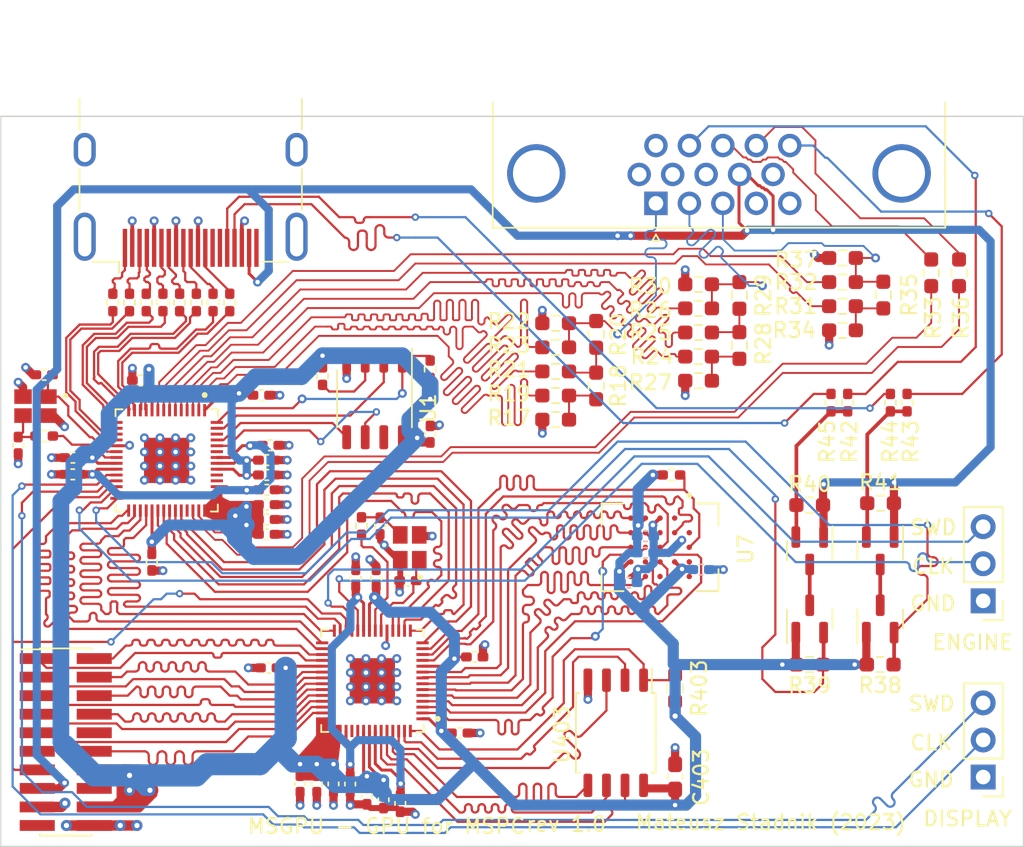
<source format=kicad_pcb>
(kicad_pcb (version 20221018) (generator pcbnew)
  (layers (0 "F.Cu" signal) (1 "In1.Cu" signal) (2 "In2.Cu" signal) (31 "B.Cu" signal) (34 "B.Paste" user) (35 "F.Paste" user) (36 "B.SilkS" user "B.Silkscreen") (37 "F.SilkS" user "F.Silkscreen") (38 "B.Mask" user) (39 "F.Mask" user) (44 "Edge.Cuts" user))
  (net 0 "")
  (net 1 "GND")
  (net 2 "Net-(Y201-OUT{slash}IN)")
  (net 3 "+3V3")
  (net 4 "+1V1")
  (net 5 "/OSC_IN")
  (net 6 "+1V1_RENDER")
  (net 7 "/Render Engine/OSC_IN")
  (net 8 "Net-(Y202-OUT{slash}IN)")
  (net 9 "/Render Engine/BUS connector/BUS.D6")
  (net 10 "/Render Engine/BUS connector/BUS.D7")
  (net 11 "/Render Engine/BUS connector/BUS.D4")
  (net 12 "/Render Engine/BUS connector/BUS.D5")
  (net 13 "/Render Engine/BUS connector/BUS.D2")
  (net 14 "/Render Engine/BUS connector/BUS.D3")
  (net 17 "/Render Engine/BUS connector/BUS.D0")
  (net 18 "/Render Engine/BUS connector/BUS.D1")
  (net 22 "/Render Engine/BUS connector/BUS.CLK")
  (net 23 "/Render Engine/BUS connector/BUS.CS#")
  (net 24 "+5V")
  (net 26 "/DEBUG.SWCLK")
  (net 27 "/DEBUG.SWD")
  (net 28 "Net-(J302-D2+)")
  (net 29 "Net-(J302-D2-)")
  (net 30 "Net-(J302-D1+)")
  (net 31 "Net-(J302-D1-)")
  (net 32 "Net-(J302-D0+)")
  (net 33 "Net-(J302-D0-)")
  (net 34 "Net-(J302-CK+)")
  (net 35 "Net-(J302-CK-)")
  (net 37 "/OSC_OUT")
  (net 38 "/DVI connector/DVI.D2+")
  (net 39 "/DVI connector/DVI.D1+")
  (net 40 "/DVI connector/DVI.D0+")
  (net 41 "/DVI connector/DVI.CK+")
  (net 42 "/DVI connector/DVI.D2-")
  (net 43 "/Memory/FLASH.CS#")
  (net 44 "/DVI connector/DVI.D1-")
  (net 45 "/DVI connector/DVI.D0-")
  (net 46 "/DVI connector/DVI.CK-")
  (net 47 "/Render Engine/BUS connector/BUS.RE#")
  (net 48 "/DVI connector/VGA_R")
  (net 49 "/DVI connector/VGA_G")
  (net 50 "/DVI connector/VGA_B")
  (net 53 "Net-(J2-Pad12)")
  (net 54 "/DVI connector/VGA_HSYNC")
  (net 55 "/DVI connector/VGA_VSYNC")
  (net 56 "Net-(J2-Pad15)")
  (net 57 "/Render Engine/DEBUG.SWCLK")
  (net 58 "/Render Engine/DEBUG.SWD")
  (net 59 "Net-(J302-SCL)")
  (net 60 "Net-(J302-SDA)")
  (net 63 "/DVI connector/MCU_I2C.DATA")
  (net 64 "/Memory/FLASH.CLK")
  (net 65 "/Memory/FLASH.IO0")
  (net 66 "Net-(Q1-D)")
  (net 67 "/Memory/FLASH.IO1")
  (net 68 "/DVI connector/CEC_I2C_DATA")
  (net 69 "/DVI connector/MCU_I2C.CLOCK")
  (net 70 "Net-(Q3-D)")
  (net 71 "/DVI connector/CEC_I2C_CLOCK")
  (net 72 "Net-(R17-Pad2)")
  (net 73 "Net-(R18-Pad2)")
  (net 74 "/DVI connector/VGA.R0")
  (net 75 "/DVI connector/VGA.R1")
  (net 76 "/DVI connector/VGA.R2")
  (net 77 "/DVI connector/VGA.G0")
  (net 78 "Net-(R24-Pad2)")
  (net 79 "/DVI connector/VGA.G1")
  (net 80 "Net-(R25-Pad2)")
  (net 81 "/DVI connector/VGA.G2")
  (net 82 "/DVI connector/VGA.B0")
  (net 83 "Net-(R31-Pad2)")
  (net 84 "/DVI connector/VGA.B1")
  (net 85 "/DVI connector/VGA.HSYNC")
  (net 86 "/DVI connector/VGA.VSYNC")
  (net 87 "/Render Engine/OSC_OUT")
  (net 88 "/Render Engine/Memory Render Engine/FLASH_ENGINE.CS#")
  (net 89 "Net-(U1-~{WP})")
  (net 90 "/Render Engine/Memory Render Engine/PSRAM.CE#")
  (net 92 "/Render Engine/OUT_BUS.CLK")
  (net 93 "/Render Engine/OUT_BUS.D0")
  (net 94 "/Render Engine/OUT_BUS.D1")
  (net 95 "/Render Engine/OUT_BUS.D2")
  (net 96 "/Render Engine/OUT_BUS.D3")
  (net 97 "/Render Engine/OUT_BUS.D4")
  (net 98 "/Render Engine/OUT_BUS.D5")
  (net 99 "/Render Engine/OUT_BUS.D6")
  (net 100 "/Render Engine/OUT_BUS.D7")
  (net 103 "/Render Engine/Memory Render Engine/PSRAM.IO0")
  (net 104 "/Render Engine/Memory Render Engine/PSRAM.IO1")
  (net 105 "/Render Engine/Memory Render Engine/PSRAM.IO2")
  (net 106 "/Render Engine/Memory Render Engine/PSRAM.IO3")
  (net 107 "/Render Engine/Memory Render Engine/PSRAM.IO4")
  (net 108 "/Render Engine/Memory Render Engine/PSRAM.IO5")
  (net 109 "/Render Engine/Memory Render Engine/PSRAM.IO6")
  (net 110 "/Render Engine/Memory Render Engine/PSRAM.IO7")
  (net 111 "/Render Engine/Memory Render Engine/PSRAM.RWDS")
  (net 112 "/Render Engine/Memory Render Engine/PSRAM.CLK")
  (net 115 "/Render Engine/Memory Render Engine/FLASH_ENGINE.IO3")
  (net 116 "/Render Engine/Memory Render Engine/FLASH_ENGINE.CLK")
  (net 117 "/Render Engine/Memory Render Engine/FLASH_ENGINE.IO0")
  (net 118 "/Render Engine/Memory Render Engine/FLASH_ENGINE.IO2")
  (net 119 "/Render Engine/Memory Render Engine/FLASH_ENGINE.IO1")
  (footprint "Resistor_SMD:R_0603_1608Metric_Pad0.98x0.95mm_HandSolder" (layer "F.Cu") (at 72.978 144.1685 180)
    (fp_text reference "R22")
    (fp_text value "97.6" hide)
  )
  (footprint "Resistor_SMD:R_0402_1005Metric_Pad0.72x0.64mm_HandSolder" (layer "F.Cu") (at 50.673 142.748 90)
    (fp_text reference "R322" hide)
    (fp_text value "270" hide)
  )
  (footprint "Resistor_SMD:R_0402_1005Metric_Pad0.72x0.64mm_HandSolder" (layer "F.Cu") (at 80.899 154.559)
    (fp_text reference "R405" hide)
    (fp_text value "10k" hide)
  )
  (footprint "Resistor_SMD:R_0603_1608Metric_Pad0.98x0.95mm_HandSolder" (layer "F.Cu") (at 82.757 146.4545)
    (fp_text reference "R24")
    (fp_text value "619" hide)
  )
  (footprint "Resistor_SMD:R_0402_1005Metric_Pad0.72x0.64mm_HandSolder" (layer "F.Cu") (at 57.023 147.7905 -90)
    (fp_text reference "R404" hide)
    (fp_text value "10k" hide)
  )
  (footprint "Capacitor_SMD:C_0402_1005Metric_Pad0.74x0.62mm_HandSolder" (layer "F.Cu") (at 61.2015 176.8 -90)
    (fp_text reference "C221" hide)
    (fp_text value "100n" hide)
  )
  (footprint "Package_SO:SOP-8_3.9x4.9mm_P1.27mm" (layer "F.Cu") (at 60.579 149.352 -90)
    (fp_text reference "U1")
    (fp_text value "GD25D05CT" hide)
  )
  (footprint "Capacitor_SMD:C_0402_1005Metric_Pad0.74x0.62mm_HandSolder" (layer "F.Cu") (at 45.339 160.528 -90)
    (fp_text reference "C212" hide)
    (fp_text value "100n" hide)
  )
  (footprint "Resistor_SMD:R_0402_1005Metric_Pad0.72x0.64mm_HandSolder" (layer "F.Cu") (at 64.389 147.32 90)
    (fp_text reference "R406" hide)
    (fp_text value "10k" hide)
  )
  (footprint "Connector_PinHeader_2.54mm:PinHeader_1x03_P2.54mm_Vertical" (layer "F.Cu") (at 102.235 175.245 180)
    (fp_text reference "J201" hide)
    (fp_text value "Conn_01x03_Male" hide)
  )
  (footprint "Capacitor_SMD:C_0402_1005Metric_Pad0.74x0.62mm_HandSolder" (layer "F.Cu") (at 53.34 167.767 180)
    (fp_text reference "C227" hide)
    (fp_text value "100n" hide)
  )
  (footprint "Resistor_SMD:R_0603_1608Metric_Pad0.98x0.95mm_HandSolder" (layer "F.Cu") (at 75.7485 144.9305 90)
    (fp_text reference "R20")
    (fp_text value "309" hide)
  )
  (footprint "Resistor_SMD:R_0402_1005Metric_Pad0.72x0.64mm_HandSolder" (layer "F.Cu") (at 48.387 142.748 90)
    (fp_text reference "R321" hide)
    (fp_text value "270" hide)
  )
  (footprint "footprints:BGA24C100P5X5_600X800X120" (layer "F.Cu") (at 80.121 159.512 -90)
    (fp_text reference "U7")
    (fp_text value "APS6408L-3OBM-BA" hide)
  )
  (footprint "footprints:XTAL_ECS-120-8-36-CGN-TR" (layer "F.Cu") (at 37.377 149.845 180)
    (fp_text reference "Y201" hide)
    (fp_text value "ECS-120-8-36-CGN-TR" hide)
  )
  (footprint "Package_TO_SOT_SMD:SOT-23" (layer "F.Cu") (at 95.189 164.4165 90)
    (fp_text reference "Q3" hide)
    (fp_text value "BS170F" hide)
  )
  (footprint "Capacitor_SMD:C_0402_1005Metric_Pad0.74x0.62mm_HandSolder" (layer "F.Cu") (at 59.2965 161.6195 90)
    (fp_text reference "C215" hide)
    (fp_text value "100n" hide)
  )
  (footprint "Capacitor_SMD:C_0402_1005Metric_Pad0.74x0.62mm_HandSolder" (layer "F.Cu") (at 53.207 154.559)
    (fp_text reference "C209" hide)
    (fp_text value "100n" hide)
  )
  (footprint "Resistor_SMD:R_0402_1005Metric_Pad0.72x0.64mm_HandSolder" (layer "F.Cu") (at 95.885 149.606 -90)
    (fp_text reference "R44")
    (fp_text value "0" hide)
  )
  (footprint "Resistor_SMD:R_0402_1005Metric_Pad0.72x0.64mm_HandSolder" (layer "F.Cu") (at 49.53 142.748 90)
    (fp_text reference "R318" hide)
    (fp_text value "270" hide)
  )
  (footprint "Resistor_SMD:R_0603_1608Metric_Pad0.98x0.95mm_HandSolder" (layer "F.Cu") (at 90.363 156.621)
    (fp_text reference "R40")
    (fp_text value "10k" hide)
  )
  (footprint "Capacitor_SMD:C_0402_1005Metric_Pad0.74x0.62mm_HandSolder" (layer "F.Cu") (at 57.7725 175.7165 -90)
    (fp_text reference "C219" hide)
    (fp_text value "100n" hide)
  )
  (footprint "Resistor_SMD:R_0402_1005Metric_Pad0.72x0.64mm_HandSolder" (layer "F.Cu") (at 37.973 151.892)
    (fp_text reference "R201" hide)
    (fp_text value "1k" hide)
  )
  (footprint "Resistor_SMD:R_0402_1005Metric_Pad0.72x0.64mm_HandSolder" (layer "F.Cu") (at 46.101 142.748 90)
    (fp_text reference "R320" hide)
    (fp_text value "270" hide)
  )
  (footprint "Capacitor_SMD:C_0402_1005Metric_Pad0.74x0.62mm_HandSolder" (layer "F.Cu") (at 39.9315 154.5175 180)
    (fp_text reference "C206" hide)
    (fp_text value "100n" hide)
  )
  (footprint "Resistor_SMD:R_0402_1005Metric_Pad0.72x0.64mm_HandSolder" (layer "F.Cu") (at 97.028 149.606 90)
    (fp_text reference "R43")
    (fp_text value "0" hide)
  )
  (footprint "Capacitor_SMD:C_0402_1005Metric_Pad0.74x0.62mm_HandSolder" (layer "F.Cu") (at 53.207 153.543)
    (fp_text reference "C205" hide)
    (fp_text value "100n" hide)
  )
  (footprint "Resistor_SMD:R_0603_1608Metric_Pad0.98x0.95mm_HandSolder" (layer "F.Cu") (at 75.7485 148.463 90)
    (fp_text reference "R18")
    (fp_text value "309" hide)
  )
  (footprint "Capacitor_SMD:C_0402_1005Metric_Pad0.74x0.62mm_HandSolder" (layer "F.Cu") (at 44.577 148.082 180)
    (fp_text reference "C203" hide)
    (fp_text value "100n" hide)
  )
  (footprint "Resistor_SMD:R_0603_1608Metric_Pad0.98x0.95mm_HandSolder" (layer "F.Cu") (at 92.6065 144.653)
    (fp_text reference "R34")
    (fp_text value "536" hide)
  )
  (footprint "Resistor_SMD:R_0402_1005Metric_Pad0.72x0.64mm_HandSolder" (layer "F.Cu") (at 91.821 149.606 -90)
    (fp_text reference "R45")
    (fp_text value "0" hide)
  )
  (footprint "Capacitor_SMD:C_0402_1005Metric_Pad0.74x0.62mm_HandSolder" (layer "F.Cu") (at 62.3445 177.054 -90)
    (fp_text reference "C216" hide)
    (fp_text value "100n" hide)
  )
  (footprint "Connector_Dsub:DSUB-15-HD_Female_Horizontal_P2.29x1.98mm_EdgePinOffset3.03mm_Housed_MountingHolesOffset4.94mm" (layer "F.Cu") (at 79.84 135.96 180)
    (fp_text reference "J2" hide)
    (fp_text value "DB15_Female_HighDensity_MountingHoles" hide)
  )
  (footprint "Capacitor_SMD:C_0402_1005Metric_Pad0.74x0.62mm_HandSolder" (layer "F.Cu") (at 53.207 156.591)
    (fp_text reference "C207" hide)
    (fp_text value "100n" hide)
  )
  (footprint "Capacitor_SMD:C_0402_1005Metric_Pad0.74x0.62mm_HandSolder" (layer "F.Cu") (at 53.207 155.575)
    (fp_text reference "C208" hide)
    (fp_text value "1u" hide)
  )
  (footprint "Resistor_SMD:R_0603_1608Metric_Pad0.98x0.95mm_HandSolder" (layer "F.Cu") (at 72.978 147.4705)
    (fp_text reference "R21")
    (fp_text value "619" hide)
  )
  (footprint "Resistor_SMD:R_0402_1005Metric_Pad0.72x0.64mm_HandSolder" (layer "F.Cu") (at 43.815 142.748 90)
    (fp_text reference "R319" hide)
    (fp_text value "270" hide)
  )
  (footprint "Resistor_SMD:R_0603_1608Metric_Pad0.98x0.95mm_HandSolder" (layer "F.Cu") (at 100.584 140.716 -90)
    (fp_text reference "R36")
    (fp_text value "47" hide)
  )
  (footprint "Resistor_SMD:R_0603_1608Metric_Pad0.98x0.95mm_HandSolder" (layer "F.Cu") (at 72.978 150.7725)
    (fp_text reference "R17")
    (fp_text value "619" hide)
  )
  (footprint "Resistor_SMD:R_0603_1608Metric_Pad0.98x0.95mm_HandSolder" (layer "F.Cu") (at 92.6065 141.351)
    (fp_text reference "R32")
    (fp_text value "536" hide)
  )
  (footprint "Resistor_SMD:R_0603_1608Metric_Pad0.98x0.95mm_HandSolder" (layer "F.Cu") (at 90.363 167.543 180)
    (fp_text reference "R39")
    (fp_text value "10k" hide)
  )
  (footprint "Resistor_SMD:R_0603_1608Metric_Pad0.98x0.95mm_HandSolder" (layer "F.Cu") (at 82.757 141.5015 180)
    (fp_text reference "R30")
    (fp_text value "97.6" hide)
  )
  (footprint "Resistor_SMD:R_0603_1608Metric_Pad0.98x0.95mm_HandSolder" (layer "F.Cu") (at 72.978 149.1215)
    (fp_text reference "R19")
    (fp_text value "619" hide)
  )
  (footprint "Capacitor_SMD:C_0402_1005Metric_Pad0.74x0.62mm_HandSolder" (layer "F.Cu") (at 53.207 158.623)
    (fp_text reference "C213" hide)
    (fp_text value "100n" hide)
  )
  (footprint "Resistor_SMD:R_0603_1608Metric_Pad0.98x0.95mm_HandSolder" (layer "F.Cu") (at 72.978 145.8195)
    (fp_text reference "R23")
    (fp_text value "619" hide)
  )
  (footprint "Connector_PinHeader_2.54mm:PinHeader_1x03_P2.54mm_Vertical" (layer "F.Cu") (at 102.235 163.18 180)
    (fp_text reference "J202" hide)
    (fp_text value "Conn_01x03_Male" hide)
  )
  (footprint "Resistor_SMD:R_0603_1608Metric_Pad0.98x0.95mm_HandSolder" (layer "F.Cu") (at 85.551 145.6925 90)
    (fp_text reference "R28")
    (fp_text value "309" hide)
  )
  (footprint "Resistor_SMD:R_0603_1608Metric_Pad0.98x0.95mm_HandSolder" (layer "F.Cu") (at 95.2125 156.494)
    (fp_text reference "R41")
    (fp_text value "10k" hide)
  )
  (footprint "Resistor_SMD:R_0603_1608Metric_Pad0.98x0.95mm_HandSolder" (layer "F.Cu") (at 92.6065 139.7 180)
    (fp_text reference "R37")
    (fp_text value "105" hide)
  )
  (footprint "Capacitor_SMD:C_0402_1005Metric_Pad0.74x0.62mm_HandSolder" (layer "F.Cu") (at 58.9155 175.7245 -90)
    (fp_text reference "C217" hide)
    (fp_text value "1u" hide)
  )
  (footprint "Resistor_SMD:R_0603_1608Metric_Pad0.98x0.95mm_HandSolder" (layer "F.Cu") (at 92.6065 143.002)
    (fp_text reference "R31")
    (fp_text value "536" hide)
  )
  (footprint "footprints:QFN40P700X700X90-57N" (layer "F.Cu") (at 46.355 153.5615 -90)
    (fp_text reference "U4" hide)
    (fp_text value "RP2040" hide)
  )
  (footprint "Capacitor_SMD:C_0402_1005Metric_Pad0.74x0.62mm_HandSolder" (layer "F.Cu") (at 53.207 157.607)
    (fp_text reference "C214" hide)
    (fp_text value "1u" hide)
  )
  (footprint "Connector_PinHeader_1.27mm:PinHeader_2x10_P1.27mm_Vertical_SMD" (layer "F.Cu") (at 39.45 172.847)
    (fp_text reference "J1" hide)
    (fp_text value "Conn_02x10_Odd_Even" hide)
  )
  (footprint "Capacitor_SMD:C_0402_1005Metric_Pad0.74x0.62mm_HandSolder" (layer "F.Cu") (at 62.865 161.798 180)
    (fp_text reference "C218" hide)
    (fp_text value "14p" hide)
  )
  (footprint "Capacitor_SMD:C_0402_1005Metric_Pad0.74x0.62mm_HandSolder" (layer "F.Cu") (at 36.195 152.527 -90)
    (fp_text reference "C202" hide)
    (fp_text value "14p" hide)
  )
  (footprint "Package_SO:SOIC-8_5.23x5.23mm_P1.27mm" (layer "F.Cu") (at 77.089 172.212 -90)
    (fp_text reference "U403")
    (fp_text value "W25Q128JVS" hide)
  )
  (footprint "Package_TO_SOT_SMD:SOT-23" (layer "F.Cu") (at 95.189 159.7475 -90)
    (fp_text reference "Q4" hide)
    (fp_text value "BS170F" hide)
  )
  (footprint "Capacitor_SMD:C_0402_1005Metric_Pad0.74x0.62mm_HandSolder" (layer "F.Cu") (at 56.6295 175.7165 -90)
    (fp_text reference "C228" hide)
    (fp_text value "1u" hide)
  )
  (footprint "Capacitor_SMD:C_0402_1005Metric_Pad0.74x0.62mm_HandSolder" (layer "F.Cu") (at 39.9395 153.3745 180)
    (fp_text reference "C210" hide)
    (fp_text value "100n" hide)
  )
  (footprint "Capacitor_SMD:C_0402_1005Metric_Pad0.74x0.62mm_HandSolder" (layer "F.Cu") (at 64.389 151.765 90)
    (fp_text reference "C404" hide)
    (fp_text value "100n" hide)
  )
  (footprint "Capacitor_SMD:C_0402_1005Metric_Pad0.74x0.62mm_HandSolder" (layer "F.Cu") (at 60.96 158.0555 -90)
    (fp_text reference "C223" hide)
    (fp_text value "14p" hide)
  )
  (footprint "Resistor_SMD:R_0603_1608Metric_Pad0.98x0.95mm_HandSolder" (layer "F.Cu") (at 95.189 167.543 180)
    (fp_text reference "R38")
    (fp_text value "10k" hide)
  )
  (footprint "Resistor_SMD:R_0603_1608Metric_Pad0.98x0.95mm_HandSolder" (layer "F.Cu") (at 82.757 143.1525)
    (fp_text reference "R26")
    (fp_text value "619" hide)
  )
  (footprint "Resistor_SMD:R_0603_1608Metric_Pad0.98x0.95mm_HandSolder" (layer "F.Cu") (at 98.679 140.716 -90)
    (fp_text reference "R33")
    (fp_text value "47" hide)
  )
  (footprint "Capacitor_SMD:C_0402_1005Metric_Pad0.74x0.62mm_HandSolder" (layer "F.Cu") (at 60.0585 176.546 -90)
    (fp_text reference "C220" hide)
    (fp_text value "100n" hide)
  )
  (footprint "Capacitor_SMD:C_0402_1005Metric_Pad0.74x0.62mm_HandSolder" (layer "F.Cu") (at 66.4085 172.228)
    (fp_text reference "C222" hide)
    (fp_text value "100n" hide)
  )
  (footprint "Capacitor_SMD:C_0402_1005Metric_Pad0.74x0.62mm_HandSolder" (layer "F.Cu") (at 55.4865 175.7165 -90)
    (fp_text reference "C224" hide)
    (fp_text value "100n" hide)
  )
  (footprint "Resistor_SMD:R_0603_1608Metric_Pad0.98x0.95mm_HandSolder" (layer "F.Cu") (at 82.757 148.1055)
    (fp_text reference "R27")
    (fp_text value "619" hide)
  )
  (footprint "footprints:XTAL_ECS-120-8-36-CGN-TR" (layer "F.Cu") (at 62.992 159.512 90)
    (fp_text reference "Y202" hide)
    (fp_text value "ECS-120-8-36-CGN-TR" hide)
  )
  (footprint "Capacitor_SMD:C_0603_1608Metric_Pad1.08x0.95mm_HandSolder" (layer "F.Cu") (at 81.153 175.2335 90)
    (fp_text reference "C403")
    (fp_text value "100n" hide)
  )
  (footprint "Capacitor_SMD:C_0402_1005Metric_Pad0.74x0.62mm_HandSolder" (layer "F.Cu") (at 67.437 167.021)
    (fp_text reference "C225" hide)
    (fp_text value "100n" hide)
  )
  (footprint "Connector_HDMI:HDMI_A_Molex_208658-1001_Horizontal" (layer "F.Cu") (at 48 135.72 90)
    (fp_text reference "J302" hide)
    (fp_text value "NOT_HDMI_A" hide)
  )
  (footprint "Resistor_SMD:R_0402_1005Metric_Pad0.72x0.64mm_HandSolder" (layer "F.Cu") (at 44.958 142.748 90)
    (fp_text reference "R316" hide)
    (fp_text value "270" hide)
  )
  (footprint "Package_TO_SOT_SMD:SOT-23" (layer "F.Cu") (at 90.363 159.7475 -90)
    (fp_text reference "Q2" hide)
    (fp_text value "BS170F" hide)
  )
  (footprint "Resistor_SMD:R_0402_1005Metric_Pad0.72x0.64mm_HandSolder" (layer "F.Cu") (at 59.69 158.0555 -90)
    (fp_text reference "R202" hide)
    (fp_text value "1k" hide)
  )
  (footprint "Resistor_SMD:R_0603_1608Metric_Pad0.98x0.95mm_HandSolder" (layer "F.Cu") (at 85.551 142.2635 90)
    (fp_text reference "R29")
    (fp_text value "309" hide)
  )
  (footprint "Resistor_SMD:R_0402_1005Metric_Pad0.72x0.64mm_HandSolder" (layer "F.Cu") (at 42.672 142.748 90)
    (fp_text reference "R315" hide)
    (fp_text value "270" hide)
  )
  (footprint "Resistor_SMD:R_0402_1005Metric_Pad0.72x0.64mm_HandSolder" (layer "F.Cu") (at 92.964 149.606 90)
    (fp_text reference "R42")
    (fp_text value "0" hide)
  )
  (footprint "footprints:QFN40P700X700X90-57N" (layer "F.Cu") (at 60.4335 168.656 180)
    (fp_text reference "U6" hide)
    (fp_text value "RP2040" hide)
  )
  (footprint "Capacitor_SMD:C_0402_1005Metric_Pad0.74x0.62mm_HandSolder" (layer "F.Cu") (at 37.973 147.701 180)
    (fp_text reference "C201" hide)
    (fp_text value "14p" hide)
  )
  (footprint "Resistor_SMD:R_0603_1608Metric_Pad0.98x0.95mm_HandSolder" (layer "F.Cu") (at 81.153 169.164 90)
    (fp_text reference "R403")
    (fp_text value "10k" hide)
  )
  (footprint "Capacitor_SMD:C_0402_1005Metric_Pad0.74x0.62mm_HandSolder" (layer "F.Cu") (at 53.461 152.527)
    (fp_text reference "C204" hide)
    (fp_text value "100n" hide)
  )
  (footprint "Package_TO_SOT_SMD:SOT-23" (layer "F.Cu") (at 90.363 164.4165 90)
    (fp_text reference "Q1" hide)
    (fp_text value "BS170F" hide)
  )
  (footprint "Resistor_SMD:R_0603_1608Metric_Pad0.98x0.95mm_HandSolder" (layer "F.Cu") (at 82.757 144.8035)
    (fp_text reference "R25")
    (fp_text value "619" hide)
  )
  (footprint "Capacitor_SMD:C_0402_1005Metric_Pad0.74x0.62mm_HandSolder" (layer "F.Cu") (at 52.832 149.098)
    (fp_text reference "C211" hide)
    (fp_text value "100n" hide)
  )
  (footprint "Capacitor_SMD:C_0402_1005Metric_Pad0.74x0.62mm_HandSolder" (layer "F.Cu") (at 60.6935 161.6195 90)
    (fp_text reference "C226" hide)
    (fp_text value "100n" hide)
  )
  (footprint "Resistor_SMD:R_0603_1608Metric_Pad0.98x0.95mm_HandSolder" (layer "F.Cu") (at 95.4005 142.24 90)
    (fp_text reference "R35")
    (fp_text value "267" hide)
  )
  (footprint "Resistor_SMD:R_0402_1005Metric_Pad0.72x0.64mm_HandSolder" (layer "F.Cu") (at 47.244 142.748 90)
    (fp_text reference "R317" hide)
    (fp_text value "270" hide)
  )
  (footprint "Capacitor_SMD:C_0402_1005Metric_Pad0.74x0.62mm_HandSolder" (layer "B.Cu") (at 79.121 159.893)
    (fp_text reference "C408" hide)
    (fp_text value "1u" hide)
  )
  (footprint "Capacitor_SMD:C_0402_1005Metric_Pad0.74x0.62mm_HandSolder" (layer "B.Cu") (at 79.121 158.75)
    (fp_text reference "C407" hide)
    (fp_text value "100n" hide)
  )
  (footprint "Capacitor_SMD:C_0402_1005Metric_Pad0.74x0.62mm_HandSolder" (layer "B.Cu") (at 82.931 161.036)
    (fp_text reference "C406" hide)
    (fp_text value "100n" hide)
  )
  (footprint "Capacitor_SMD:C_0402_1005Metric_Pad0.74x0.62mm_HandSolder" (layer "B.Cu") (at 77.978 161.925)
    (fp_text reference "C405" hide)
    (fp_text value "100n" hide)
  )
  (gr_rect (start 35 130) (end 105 180) (stroke (width 0.1)) (fill none) (layer "Edge.Cuts"))
  (gr_text "GND" (at 97.155 163.957) (layer "F.SilkS") (effects (font (size 1.016 1.016) (thickness 0.1524)) (justify left bottom)))
  (gr_text "CLK" (at 97.155 173.482) (layer "F.SilkS") (effects (font (size 1.016 1.016) (thickness 0.1524)) (justify left bottom)))
  (gr_text "SWD" (at 97.028 170.815) (layer "F.SilkS") (effects (font (size 1.016 1.016) (thickness 0.1524)) (justify left bottom)))
  (gr_text "GND" (at 97.028 176.022) (layer "F.SilkS") (effects (font (size 1.016 1.016) (thickness 0.1524)) (justify left bottom)))
  (gr_text "Mateusz Stadnik (2023)" (at 78.359 178.943) (layer "F.SilkS") (effects (font (size 1.016 1.016) (thickness 0.1524)) (justify left bottom)))
  (gr_text "CLK" (at 97.282 161.417) (layer "F.SilkS") (effects (font (size 1.016 1.016) (thickness 0.1524)) (justify left bottom)))
  (gr_text "ENGINE" (at 98.679 166.624) (layer "F.SilkS") (effects (font (size 1.016 1.016) (thickness 0.1524)) (justify left bottom)))
  (gr_text "DISPLAY" (at 98.044 178.689) (layer "F.SilkS") (effects (font (size 1.016 1.016) (thickness 0.1524)) (justify left bottom)))
  (gr_text "rev 1.0" (at 70.866 179.07) (layer "F.SilkS") (effects (font (size 1.016 1.016) (thickness 0.1524)) (justify left bottom)))
  (gr_text "MSGPU - GPU for MSPC" (at 51.816 179.197) (layer "F.SilkS") (effects (font (size 1.016 1.016) (thickness 0.1524)) (justify left bottom)))
  (gr_text "SWD" (at 97.155 158.75) (layer "F.SilkS") (effects (font (size 1.016 1.016) (thickness 0.1524)) (justify left bottom)))
  (segment (start 42.92 152.5615) (end 43.7805 152.5615) (width 0.2032) (layer "F.Cu") (net 1))
  (segment (start 91.694 145.669) (end 91.694 144.653) (width 0.5588) (layer "F.Cu") (net 1))
  (segment (start 44.0095 147.2525) (end 44.0095 148.082) (width 0.5588) (layer "F.Cu") (net 1))
  (segment (start 59.2965 161.052) (end 59.2965 160.163) (width 0.5588) (layer "F.Cu") (net 1))
  (segment (start 90.932 139.7) (end 91.694 139.7) (width 0.5588) (layer "F.Cu") (net 1))
  (segment (start 47 139.005) (end 47 137.17) (width 0.254) (layer "F.Cu") (net 1))
  (segment (start 54.102 149.098) (end 53.3995 149.098) (width 0.5588) (layer "F.Cu") (net 1))
  (segment (start 61.4335 166.1505) (end 61.341 166.243) (width 0.2032) (layer "F.Cu") (net 1))
  (segment (start 63.726 158.746) (end 63.642 158.662) (width 0.5588) (layer "F.Cu") (net 1))
  (segment (start 38.227 150.495) (end 38.608 150.495) (width 0.5588) (layer "F.Cu") (net 1))
  (segment (start 60.0585 177.1135) (end 58.983 177.1135) (width 0.5588) (layer "F.Cu") (net 1))
  (segment (start 58.983 177.1135) (end 58.9155 177.181) (width 0.5588) (layer "F.Cu") (net 1))
  (segment (start 90.678 139.446) (end 90.932 139.7) (width 0.5588) (layer "F.Cu") (net 1))
  (segment (start 39.1414 177.292) (end 39.3954 177.038) (width 0.7112) (layer "F.Cu") (net 1))
  (segment (start 41.4 178.562) (end 39.497 178.562) (width 0.7112) (layer "F.Cu") (net 1))
  (segment (start 53.7745 155.575) (end 54.604 155.575) (width 0.5588) (layer "F.Cu") (net 1))
  (segment (start 81.8445 149.1215) (end 81.8445 148.1055) (width 0.5588) (layer "F.Cu") (net 1))
  (segment (start 61.2015 177.3675) (end 60.3125 177.3675) (width 0.4064) (layer "F.Cu") (net 1))
  (segment (start 68.0045 166.3105) (end 68.0045 167.021) (width 0.5588) (layer "F.Cu") (net 1))
  (segment (start 44 137.16) (end 44 139.005) (width 0.254) (layer "F.Cu") (net 1))
  (segment (start 78.121 161.512) (end 78.121 161.5026) (width 0.254) (layer "F.Cu") (net 1))
  (segment (start 55.4865 176.284) (end 55.4865 177.181) (width 0.5588) (layer "F.Cu") (net 1))
  (segment (start 72.0655 143.2795) (end 72.0655 144.1685) (width 0.5588) (layer "F.Cu") (net 1))
  (segment (start 53.7745 158.623) (end 54.604 158.623) (width 0.5588) (layer "F.Cu") (net 1))
  (segment (start 64.389 151.1975) (end 64.9565 151.1975) (width 0.5588) (layer "F.Cu") (net 1))
  (segment (start 51.943 167.767) (end 52.7725 167.767) (width 0.5588) (layer "F.Cu") (net 1))
  (segment (start 37.211 147.701) (end 36.703 147.193) (width 0.5588) (layer "F.Cu") (net 1))
  (segment (start 80.105 157.512) (end 80.121 157.512) (width 0.254) (layer "F.Cu") (net 1))
  (segment (start 62.2975 162.591238) (end 62.2975 161.798) (width 0.5588) (layer "F.Cu") (net 1))
  (segment (start 46.101 161.1117) (end 45.3552 161.1117) (width 0.5588) (layer "F.Cu") (net 1))
  (segment (start 66.976 172.228) (end 67.8055 172.228) (width 0.5588) (layer "F.Cu") (net 1))
  (segment (start 36.527 149.195) (end 36.527 148.541) (width 0.5588) (layer "F.Cu") (net 1))
  (segment (start 41.4 178.562) (end 44.323 178.562) (width 0.7112) (layer "F.Cu") (net 1))
  (segment (start 63.1945 177.6215) (end 62.3699 177.6215) (width 0.5588) (layer "F.Cu") (net 1))
  (segment (start 53.7745 156.591) (end 54.604 156.591) (width 0.5588) (layer "F.Cu") (net 1))
  (segment (start 48.5 137.174) (end 48.514 137.16) (width 0.254) (layer "F.Cu") (net 1))
  (segment (start 81.6069 159.0261) (end 81.121 159.512) (width 0.254) (layer "F.Cu") (net 1))
  (segment (start 37.5 177.292) (end 39.1414 177.292) (width 0.7112) (layer "F.Cu") (net 1))
  (segment (start 62.342 160.362) (end 62.342 161.7535) (width 0.4064) (layer "F.Cu") (net 1))
  (segment (start 61.245739 159.353261) (end 61.245739 159.416739) (width 0.4064) (layer "F.Cu") (net 1))
  (segment (start 60.96 159.067522) (end 61.245739 159.353261) (width 0.4064) (layer "F.Cu") (net 1))
  (segment (start 78.121 161.5026) (end 78.613 161.0106) (width 0.254) (layer "F.Cu") (net 1))
  (segment (start 64.9565 151.1975) (end 65.024 151.13) (width 0.5588) (layer "F.Cu") (net 1))
  (segment (start 81.153 174.371) (end 81.153 173.228) (width 0.5588) (layer "F.Cu") (net 1))
  (segment (start 60.2615 160.3375) (end 60.6935 160.7695) (width 0.5588) (layer "F.Cu") (net 1))
  (segment (start 57.7725 176.284) (end 57.7725 177.181) (width 0.5588) (layer "F.Cu") (net 1))
  (segment (start 61.2015 177.3675) (end 62.0905 177.3675) (width 0.4064) (layer "F.Cu") (net 1))
  (segment (start 60.3125 177.3675) (end 60.0585 177.1135) (width 0.4064) (layer "F.Cu") (net 1))
  (segment (start 72.0655 151.7085) (end 72.0655 150.7725) (width 0.5588) (layer "F.Cu") (net 1))
  (segment (start 53.7745 157.607) (end 54.604 157.607) (width 0.5588) (layer "F.Cu") (net 1))
  (segment (start 64.531 158.746) (end 63.726 158.746) (width 0.5588) (layer "F.Cu") (net 1))
  (segment (start 45.3552 161.1117) (end 45.339 161.0955) (width 0.5588) (layer "F.Cu") (net 1))
  (segment (start 48.5 139.005) (end 48.5 137.174) (width 0.254) (layer "F.Cu") (net 1))
  (segment (start 56.6295 176.284) (end 56.6295 177.181) (width 0.5588) (layer "F.Cu") (net 1))
  (segment (start 81.8445 140.509) (end 81.8445 141.5015) (width 0.5588) (layer "F.Cu") (net 1))
  (segment (start 53.7745 154.559) (end 54.604 154.559) (width 0.5588) (layer "F.Cu") (net 1))
  (segment (start 43.7805 152.5615) (end 43.815 152.527) (width 0.2032) (layer "F.Cu") (net 1))
  (segment (start 45.5 137.16) (end 45.5 139.005) (width 0.254) (layer "F.Cu") (net 1))
  (segment (start 61.4335 165.221) (end 61.4335 166.1505) (width 0.2032) (layer "F.Cu") (net 1))
  (segment (start 36.195 153.797) (end 36.195 153.0945) (width 0.5588) (layer "F.Cu") (net 1))
  (segment (start 51.689 137.16) (end 51.5 137.349) (width 0.254) (layer "F.Cu") (net 1))
  (segment (start 75.184 168.612) (end 75.184 169.926) (width 0.5588) (layer "F.Cu") (net 1))
  (segment (start 47 137.17) (end 46.99 137.16) (width 0.254) (layer "F.Cu") (net 1))
  (segment (start 62.342 161.7535) (end 62.2975 161.798) (width 0.4064) (layer "F.Cu") (net 1))
  (segment (start 51.5 137.349) (end 51.5 139.005) (width 0.254) (layer "F.Cu") (net 1))
  (segment (start 79.629 157.988) (end 80.105 157.512) (width 0.254) (layer "F.Cu") (net 1))
  (segment (start 63.373 177.8) (end 63.1945 177.6215) (width 0.5588) (layer "F.Cu") (net 1))
  (segment (start 39.372 153.3745) (end 38.475 153.3745) (width 0.5588) (layer "F.Cu") (net 1))
  (segment (start 60.6935 160.7695) (end 60.6935 161.052) (width 0.5588) (layer "F.Cu") (net 1))
  (segment (start 58.9155 176.292) (end 58.9155 177.181) (width 0.5588) (layer "F.Cu") (net 1))
  (segment (start 54.0285 152.527) (end 54.731 152.527) (width 0.5588) (layer "F.Cu") (net 1))
  (segment (start 53.7745 153.543) (end 54.604 153.543) (width 0.5588) (layer "F.Cu") (net 1))
  (segment (start 58.674 146.727) (end 58.674 147.955) (width 0.5588) (layer "F.Cu") (net 1))
  (segment (start 62.191 160.362) (end 62.342 160.362) (width 0.4064) (layer "F.Cu") (net 1))
  (segment (start 36.527 148.541) (end 36.195 148.209) (width 0.5588) (layer "F.Cu") (net 1))
  (segment (start 61.245739 159.416739) (end 62.191 160.362) (width 0.4064) (layer "F.Cu") (net 1))
  (segment (start 37.4055 147.701) (end 37.211 147.701) (width 0.5588) (layer "F.Cu") (net 1))
  (segment (start 39.364 154.5175) (end 38.475 154.5175) (width 0.5588) (layer "F.Cu") (net 1))
  (segment (start 60.96 158.623) (end 60.96 159.067522) (width 0.4064) (layer "F.Cu") (net 1))
  (segment (start 68.1355 166.1795) (end 68.0045 166.3105) (width 0.5588) (layer "F.Cu") (net 1))
  (segment (start 38.608 150.495) (end 39.37 151.257) (width 0.5588) (layer "F.Cu") (net 1))
  (segment (start 62.0905 177.3675) (end 62.3445 177.6215) (width 0.4064) (layer "F.Cu") (net 1))
  (via (at 43.18 178.562) (size 0.762) (drill 0.3556) (layers "F.Cu" "B.Cu") (net 1))
  (via (at 54.604 153.543) (size 0.6096) (drill 0.3048) (layers "F.Cu" "B.Cu") (net 1))
  (via (at 44.0095 147.2525) (size 0.6096) (drill 0.3048) (layers "F.Cu" "B.Cu") (net 1))
  (via (at 62.103 167.132) (size 0.6096) (drill 0.3048) (layers "F.Cu" "B.Cu") (net 1))
  (via (at 51.943 167.767) (size 0.6096) (drill 0.3048) (layers "F.Cu" "B.Cu") (net 1))
  (via (at 48.006 153.9494) (size 0.6096) (drill 0.3048) (layers "F.Cu" "B.Cu") (net 1))
  (via (at 38.475 154.5175) (size 0.6096) (drill 0.3048) (layers "F.Cu" "B.Cu") (net 1))
  (via (at 46.101 161.1117) (size 0.6096) (drill 0.3048) (layers "F.Cu" "B.Cu") (net 1))
  (via (at 54.102 149.098) (size 0.6096) (drill 0.3048) (layers "F.Cu" "B.Cu") (net 1))
  (via (at 58.928 168.0972) (size 0.6096) (drill 0.3048) (layers "F.Cu" "B.Cu") (net 1))
  (via (at 67.8055 172.228) (size 0.6096) (drill 0.3048) (layers "F.Cu" "B.Cu") (net 1))
  (via (at 54.604 155.575) (size 0.6096) (drill 0.3048) (layers "F.Cu" "B.Cu") (net 1))
  (via (at 44.831 153.9494) (size 0.6096) (drill 0.3048) (layers "F.Cu" "B.Cu") (net 1))
  (via (at 81.153 173.228) (size 0.6096) (drill 0.3048) (layers "F.Cu" "B.Cu") (net 1))
  (via (at 62.103 170.0276) (size 0.6096) (drill 0.3048) (layers "F.Cu" "B.Cu") (net 1))
  (via (at 58.928 167.132) (size 0.6096) (drill 0.3048) (layers "F.Cu" "B.Cu") (net 1))
  (via (at 56.6295 177.181) (size 0.6096) (drill 0.3048) (layers "F.Cu" "B.Cu") (net 1))
  (via (at 51.689 137.16) (size 0.6096) (drill 0.3048) (layers "F.Cu" "B.Cu") (net 1))
  (via (at 61.0616 167.132) (size 0.6096) (drill 0.3048) (layers "F.Cu" "B.Cu") (net 1))
  (via (at 46.9646 153.9494) (size 0.6096) (drill 0.3048) (layers "F.Cu" "B.Cu") (net 1))
  (via (at 55.4865 177.181) (size 0.6096) (drill 0.3048) (layers "F.Cu" "B.Cu") (net 1))
  (via (at 44.831 154.9146) (size 0.6096) (drill 0.3048) (layers "F.Cu" "B.Cu") (net 1))
  (via (at 45.5 137.16) (size 0.6096) (drill 0.3048) (layers "F.Cu" "B.Cu") (net 1))
  (via (at 81.6069 159.0261) (size 0.6096) (drill 0.3048) (layers "F.Cu" "B.Cu") (net 1))
  (via (at 45.8978 152.9842) (size 0.6096) (drill 0.3048) (layers "F.Cu" "B.Cu") (net 1))
  (via (at 64.531 158.746) (size 0.6096) (drill 0.3048) (layers "F.Cu" "B.Cu") (net 1))
  (via (at 45.8978 153.9494) (size 0.6096) (drill 0.3048) (layers "F.Cu" "B.Cu") (net 1))
  (via (at 45.8978 152.019) (size 0.6096) (drill 0.3048) (layers "F.Cu" "B.Cu") (net 1))
  (via (at 45.8978 154.9146) (size 0.6096) (drill 0.3048) (layers "F.Cu" "B.Cu") (net 1))
  (via (at 58.928 170.0276) (size 0.6096) (drill 0.3048) (layers "F.Cu" "B.Cu") (net 1))
  (via (at 43.815 152.527) (size 0.6096) (drill 0.3048) (layers "F.Cu" "B.Cu") (net 1))
  (via (at 75.184 169.926) (size 0.6096) (drill 0.3048) (layers "F.Cu" "B.Cu") (net 1))
  (via (at 36.195 153.797) (size 0.6096) (drill 0.3048) (layers "F.Cu" "B.Cu") (net 1))
  (via (at 54.731 152.527) (size 0.6096) (drill 0.3048) (layers "F.Cu" "B.Cu") (net 1))
  (via (at 78.613 161.0106) (size 0.6096) (drill 0.3048) (layers "F.Cu" "B.Cu") (net 1))
  (via (at 62.103 169.0624) (size 0.6096) (drill 0.3048) (layers "F.Cu" "B.Cu") (net 1))
  (via (at 46.9646 152.9842) (size 0.6096) (drill 0.3048) (layers "F.Cu" "B.Cu") (net 1))
  (via (at 59.9948 169.0624) (size 0.6096) (drill 0.3048) (layers "F.Cu" "B.Cu") (net 1))
  (via (at 72.0655 151.7085) (size 0.6096) (drill 0.3048) (layers "F.Cu" "B.Cu") (net 1))
  (via (at 59.9948 170.0276) (size 0.6096) (drill 0.3048) (layers "F.Cu" "B.Cu") (net 1))
  (via (at 79.629 157.988) (size 0.6096) (drill 0.3048) (layers "F.Cu" "B.Cu") (net 1))
  (via (at 48.006 152.019) (size 0.6096) (drill 0.3048) (layers "F.Cu" "B.Cu") (net 1))
  (via (at 61.341 166.243) (size 0.6096) (drill 0.3048) (layers "F.Cu" "B.Cu") (net 1))
  (via (at 58.9155 177.181) (size 0.6096) (drill 0.3048) (layers "F.Cu" "B.Cu") (net 1))
  (via (at 38.475 153.3745) (size 0.6096) (drill 0.3048) (layers "F.Cu" "B.Cu") (net 1))
  (via (at 44.831 152.9842) (size 0.6096) (drill 0.3048) (layers "F.Cu" "B.Cu") (net 1))
  (via (at 48.006 154.9146) (size 0.6096) (drill 0.3048) (layers "F.Cu" "B.Cu") (net 1))
  (via (at 54.604 154.559) (size 0.6096) (drill 0.3048) (layers "F.Cu" "B.Cu") (net 1))
  (via (at 59.9948 167.132) (size 0.6096) (drill 0.3048) (layers "F.Cu" "B.Cu") (net 1))
  (via (at 62.2975 162.591238) (size 0.6096) (drill 0.3048) (layers "F.Cu" "B.Cu") (net 1))
  (via (at 72.0655 143.2795) (size 0.6096) (drill 0.3048) (layers "F.Cu" "B.Cu") (net 1))
  (via (at 48.514 137.16) (size 0.6096) (drill 0.3048) (layers "F.Cu" "B.Cu") (net 1))
  (via (at 39.37 151.257) (size 0.6096) (drill 0.3048) (layers "F.Cu" "B.Cu") (net 1))
  (via (at 46.9646 154.9146) (size 0.6096) (drill 0.3048) (layers "F.Cu" "B.Cu") (net 1))
  (via (at 57.7725 177.181) (size 0.6096) (drill 0.3048) (layers "F.Cu" "B.Cu") (net 1))
  (via (at 58.928 169.0624) (size 0.6096) (drill 0.3048) (layers "F.Cu" "B.Cu") (net 1))
  (via (at 81.8445 149.1215) (size 0.6096) (drill 0.3048) (layers "F.Cu" "B.Cu") (net 1))
  (via (at 36.195 148.209) (size 0.6096) (drill 0.3048) (layers "F.Cu" "B.Cu") (net 1))
  (via (at 90.678 139.446) (size 0.6096) (drill 0.3048) (layers "F.Cu" "B.Cu") (net 1))
  (via (at 59.2965 160.163) (size 0.6096) (drill 0.3048) (layers "F.Cu" "B.Cu") (net 1))
  (via (at 68.1355 166.1795) (size 0.6096) (drill 0.3048) (layers "F.Cu" "B.Cu") (net 1))
  (via (at 61.0616 169.0624) (size 0.6096) (drill 0.3048) (layers "F.Cu" "B.Cu") (net 1))
  (via (at 59.9948 168.0972) (size 0.6096) (drill 0.3048) (layers "F.Cu" "B.Cu") (net 1))
  (via (at 81.8445 140.509) (size 0.6096) (drill 0.3048) (layers "F.Cu" "B.Cu") (net 1))
  (via (at 44.831 152.019) (size 0.6096) (drill 0.3048) (layers "F.Cu" "B.Cu") (net 1))
  (via (at 48.006 152.9842) (size 0.6096) (drill 0.3048) (layers "F.Cu" "B.Cu") (net 1))
  (via (at 60.2615 160.3375) (size 0.6096) (drill 0.3048) (layers "F.Cu" "B.Cu") (net 1))
  (via (at 54.604 158.623) (size 0.6096) (drill 0.3048) (layers "F.Cu" "B.Cu") (net 1))
  (via (at 44 137.16) (size 0.6096) (drill 0.3048) (layers "F.Cu" "B.Cu") (net 1))
  (via (at 61.245739 159.353261) (size 0.6096) (drill 0.3048) (layers "F.Cu" "B.Cu") (net 1))
  (via (at 58.674 147.955) (size 0.6096) (drill 0.3048) (layers "F.Cu" "B.Cu") (net 1))
  (via (at 54.604 157.607) (size 0.6096) (drill 0.3048) (layers "F.Cu" "B.Cu") (net 1))
  (via (at 44.323 178.562) (size 0.762) (drill 0.3556) (layers "F.Cu" "B.Cu") (net 1))
  (via (at 46.9646 152.019) (size 0.6096) (drill 0.3048) (layers "F.Cu" "B.Cu") (net 1))
  (via (at 54.604 156.591) (size 0.6096) (drill 0.3048) (layers "F.Cu" "B.Cu") (net 1))
  (via (at 63.373 177.8) (size 0.6096) (drill 0.3048) (layers "F.Cu" "B.Cu") (net 1))
  (via (at 91.694 145.669) (size 0.6096) (drill 0.3048) (layers "F.Cu" "B.Cu") (net 1))
  (via (at 61.0616 168.0972) (size 0.6096) (drill 0.3048) (layers "F.Cu" "B.Cu") (net 1))
  (via (at 61.0616 170.0276) (size 0.6096) (drill 0.3048) (layers "F.Cu" "B.Cu") (net 1))
  (via (at 39.3954 177.038) (size 0.762) (drill 0.3556) (layers "F.Cu" "B.Cu") (net 1))
  (via (at 36.703 147.193) (size 0.6096) (drill 0.3048) (layers "F.Cu" "B.Cu") (net 1))
  (via (at 62.103 168.0972) (size 0.6096) (drill 0.3048) (layers "F.Cu" "B.Cu") (net 1))
  (via (at 65.024 151.13) (size 0.6096) (drill 0.3048) (layers "F.Cu" "B.Cu") (net 1))
  (via (at 46.99 137.16) (size 0.6096) (drill 0.3048) (layers "F.Cu" "B.Cu") (net 1))
  (via (at 39.497 178.562) (size 0.762) (drill 0.3556) (layers "F.Cu" "B.Cu") (net 1))
  (via (at 84.455 161.036) (size 0.6096) (drill 0.3048) (layers "F.Cu" "B.Cu") (net 1))
  (segment (start 78.5455 161.0781) (end 78.613 161.0106) (width 0.5588) (layer "B.Cu") (net 1))
  (segment (start 79.6885 159.893) (end 79.6885 160.5955) (width 0.5588) (layer "B.Cu") (net 1))
  (segment (start 79.629 157.988) (end 79.629 158.6905) (width 0.5588) (layer "B.Cu") (net 1))
  (segment (start 80.74 159.893) (end 81.6069 159.0261) (width 0.5588) (layer "B.Cu") (net 1))
  (segment (start 83.4985 161.036) (end 84.455 161.036) (width 0.5588) (layer "B.Cu") (net 1))
  (segment (start 79.6885 160.5955) (end 79.2734 161.0106) (width 0.5588) (layer "B.Cu") (net 1))
  (segment (start 79.6885 158.75) (end 79.6885 159.893) (width 0.5588) (layer "B.Cu") (net 1))
  (segment (start 79.629 158.6905) (end 79.6885 158.75) (width 0.5588) (layer "B.Cu") (net 1))
  (segment (start 79.2734 161.0106) (end 78.613 161.0106) (width 0.5588) (layer "B.Cu") (net 1))
  (segment (start 79.6885 159.893) (end 80.74 159.893) (width 0.5588) (layer "B.Cu") (net 1))
  (segment (start 78.5455 161.925) (end 78.5455 161.0781) (width 0.5588) (layer "B.Cu") (net 1))
  (segment (start 37.308 151.9595) (end 37.3755 151.892) (width 0.1524) (layer "F.Cu") (net 2))
  (segment (start 36.527 150.495) (end 36.527 151.6275) (width 0.1524) (layer "F.Cu") (net 2))
  (segment (start 36.195 151.9595) (end 37.308 151.9595) (width 0.1524) (layer "F.Cu") (net 2))
  (segment (start 36.527 151.6275) (end 36.195 151.9595) (width 0.1524) (layer "F.Cu") (net 2))
  (segment (start 81.153 176.096) (end 81.153 177.165) (width 0.5588) (layer "F.Cu") (net 3))
  (segment (start 65.151 172.101) (end 65.278 172.228) (width 0.2032) (layer "F.Cu") (net 3))
  (segment (start 81.137 160.512) (end 81.121 160.512) (width 0.254) (layer "F.Cu") (net 3))
  (segment (start 50.9625 153.7615) (end 51.1556 153.5684) (width 0.2032) (layer "F.Cu") (net 3))
  (segment (start 60.2335 174.562) (end 61.1166 175.4451) (width 0.2032) (layer "F.Cu") (net 3))
  (segment (start 78.121 160.512) (end 77.994 160.512) (width 0.254) (layer "F.Cu") (net 3))
  (segment (start 81.6229 160.9979) (end 81.137 160.512) (width 0.254) (layer "F.Cu") (net 3))
  (segment (start 45.212 176.149) (end 43.815 176.149) (width 1.143) (layer "F.Cu") (net 3))
  (segment (start 56.9985 167.656) (end 54.0185 167.656) (width 0.2032) (layer "F.Cu") (net 3))
  (segment (start 59.8335 174.9661) (end 60.0585 175.1911) (width 0.2032) (layer "F.Cu") (net 3))
  (segment (start 60.0585 175.1911) (end 60.0585 175.9785) (width 0.5588) (layer "F.Cu") (net 3))
  (segment (start 56.6295 174.3616) (end 56.6295 175.149) (width 0.5588) (layer "F.Cu") (net 3))
  (segment (start 63.458 151.977) (end 63.5 152.019) (width 0.5588) (layer "F.Cu") (net 3))
  (segment (start 65.151 172.085) (end 65.151 172.101) (width 0.2032) (layer "F.Cu") (net 3))
  (segment (start 45.355 159.115) (end 45.339 159.131) (width 0.2032) (layer "F.Cu") (net 3))
  (segment (start 60.2335 165.221) (end 60.2335 163.4135) (width 0.2032) (layer "F.Cu") (net 3))
  (segment (start 78.994 175.812) (end 79.204 176.022) (width 0.5588) (layer "F.Cu") (net 3))
  (segment (start 60.2335 163.4135) (end 60.579 163.068) (width 0.2032) (layer "F.Cu") (net 3))
  (segment (start 64.306 171.256) (end 65.135 172.085) (width 0.2032) (layer "F.Cu") (net 3))
  (segment (start 57.023 146.3935) (end 57.023 147.193) (width 0.5588) (layer "F.Cu") (net 3))
  (segment (start 78.620398 158.012602) (end 79.121 157.512) (width 0.254) (layer "F.Cu") (net 3))
  (segment (start 60.2335 172.091) (end 60.2335 174.562) (width 0.2032) (layer "F.Cu") (net 3))
  (segment (start 60.6935 162.8265) (end 60.579 162.941) (width 0.5588) (layer "F.Cu") (net 3))
  (segment (start 59.8335 172.091) (end 59.8335 174.9661) (width 0.2032) (layer "F.Cu") (net 3))
  (segment (start 43.815 175.006) (end 43.561 174.752) (width 0.762) (layer "F.Cu") (net 3))
  (segment (start 42.92 153.7615) (end 41.656 153.7615) (width 0.2032) (layer "F.Cu") (net 3))
  (segment (start 49.79 154.1615) (end 50.9105 154.1615) (width 0.2032) (layer "F.Cu") (net 3))
  (segment (start 63.8135 152.3325) (end 64.389 152.3325) (width 0.5588) (layer "F.Cu") (net 3))
  (segment (start 54.0185 167.656) (end 53.9075 167.767) (width 0.2032) (layer "F.Cu") (net 3))
  (segment (start 50.9105 154.1615) (end 51.3334 154.5844) (width 0.2032) (layer "F.Cu") (net 3))
  (segment (start 89.413 165.354) (end 89.413 167.5055) (width 0.5588) (layer "F.Cu") (net 3))
  (segment (start 93.442 167.543) (end 94.2765 167.543) (width 0.5588) (layer "F.Cu") (net 3))
  (segment (start 41.656 153.7615) (end 41.269 153.3745) (width 0.2032) (layer "F.Cu") (net 3))
  (segment (start 65.135 172.085) (end 65.151 172.085) (width 0.2032) (layer "F.Cu") (net 3))
  (segment (start 55.4865 174.3616) (end 55.4865 175.149) (width 0.5588) (layer "F.Cu") (net 3))
  (segment (start 51.8608 154.559) (end 52.6395 154.559) (width 0.2032) (layer "F.Cu") (net 3))
  (segment (start 62.484 151.977) (end 63.458 151.977) (width 0.5588) (layer "F.Cu") (net 3))
  (segment (start 45.361 159.109) (end 45.339 159.131) (width 0.2032) (layer "F.Cu") (net 3))
  (segment (start 51.1556 153.5684) (end 51.8354 153.5684) (width 0.2032) (layer "F.Cu") (net 3))
  (segment (start 94.239 165.354) (end 94.239 167.5055) (width 0.5588) (layer "F.Cu") (net 3))
  (segment (start 88.489 167.543) (end 89.4505 167.543) (width 0.5588) (layer "F.Cu") (net 3))
  (segment (start 81.153 171.069) (end 81.153 170.0765) (width 0.762) (layer "F.Cu") (net 3))
  (segment (start 63.8685 171.256) (end 64.306 171.256) (width 0.2032) (layer "F.Cu") (net 3))
  (segment (start 60.579 163.068) (end 60.579 162.941) (width 0.2032) (layer "F.Cu") (net 3))
  (segment (start 51.8608 153.543) (end 52.6395 153.543) (width 0.2032) (layer "F.Cu") (net 3))
  (segment (start 52.1375 148.971) (end 52.2645 149.098) (width 0.5588) (layer "F.Cu") (net 3))
  (segment (start 43.815 175.133) (end 43.815 176.149) (width 1.143) (layer "F.Cu") (net 3))
  (segment (start 49.79 153.7615) (end 50.9625 153.7615) (width 0.2032) (layer "F.Cu") (net 3))
  (segment (start 66.048 167.14) (end 66.167 167.021) (width 0.2032) (layer "F.Cu") (net 3))
  (segment (start 65.532 167.656) (end 63.8685 167.656) (width 0.2032) (layer "F.Cu") (net 3))
  (segment (start 66.048 167.14) (end 65.532 167.656) (width 0.2032) (layer "F.Cu") (net 3))
  (segment (start 79.629 154.559) (end 80.3015 154.559) (width 0.5588) (layer "F.Cu") (net 3))
  (segment (start 43.561 174.752) (end 41.4 174.752) (width 0.762) (layer "F.Cu") (net 3))
  (segment (start 54.499 167.767) (end 53.9075 167.767) (width 0.5588) (layer "F.Cu") (net 3))
  (segment (start 79.204 176.022) (end 81.079 176.022) (width 0.5588) (layer "F.Cu") (net 3))
  (segment (start 61.1166 175.4451) (end 61.2015 175.4451) (width 0.2032) (layer "F.Cu") (net 3))
  (segment (start 41.269 153.3745) (end 40.507 153.3745) (width 0.5588) (layer "F.Cu") (net 3))
  (segment (start 51.8354 153.5684) (end 51.8608 153.543) (width 0.2032) (layer "F.Cu") (net 3))
  (segment (start 65.294 172.228) (end 65.151 172.085) (width 0.5588) (layer "F.Cu") (net 3))
  (segment (start 51.8354 154.5844) (end 51.8608 154.559) (width 0.2032) (layer "F.Cu") (net 3))
  (segment (start 43.815 175.133) (end 43.815 175.006) (width 0.762) (layer "F.Cu") (net 3))
  (segment (start 61.0999 175.4451) (end 61.2015 175.4451) (width 0.2032) (layer "F.Cu") (net 3))
  (segment (start 45.355 150.1265) (end 45.355 148.733) (width 0.2032) (layer "F.Cu") (net 3))
  (segment (start 63.5 152.019) (end 63.8135 152.3325) (width 0.5588) (layer "F.Cu") (net 3))
  (segment (start 51.308 148.971) (end 50.1105 148.971) (width 0.2032) (layer "F.Cu") (net 3))
  (segment (start 45.339 159.131) (end 45.339 159.9605) (width 0.5588) (layer "F.Cu") (net 3))
  (segment (start 89.413 167.5055) (end 89.4505 167.543) (width 0.5588) (layer "F.Cu") (net 3))
  (segment (start 60.6935 162.187) (end 60.6935 162.8265) (width 0.5588) (layer "F.Cu") (net 3))
  (segment (start 45.1445 148.5225) (end 45.1445 148.082) (width 0.2032) (layer "F.Cu") (net 3))
  (segment (start 51.3334 154.5844) (end 51.8354 154.5844) (width 0.2032) (layer "F.Cu") (net 3))
  (segment (start 64.389 148.2325) (end 64.389 149.352) (width 0.5588) (layer "F.Cu") (net 3))
  (segment (start 77.994 160.512) (end 77.343 161.163) (width 0.254) (layer "F.Cu") (net 3))
  (segment (start 45.1445 147.32) (end 45.1445 148.082) (width 0.5588) (layer "F.Cu") (net 3))
  (segment (start 65.841 172.228) (end 65.294 172.228) (width 0.5588) (layer "F.Cu") (net 3))
  (segment (start 45.355 156.9965) (end 45.355 159.115) (width 0.2032) (layer "F.Cu") (net 3))
  (segment (start 51.308 148.971) (end 52.1375 148.971) (width 0.5588) (layer "F.Cu") (net 3))
  (segment (start 94.239 167.5055) (end 94.2765 167.543) (width 0.5588) (layer "F.Cu") (net 3))
  (segment (start 57.7725 174.3616) (end 57.7725 175.149) (width 0.5588) (layer "F.Cu") (net 3))
  (segment (start 81.079 176.022) (end 81.153 176.096) (width 0.5588) (layer "F.Cu") (net 3))
  (segment (start 61.2015 175.4451) (end 61.2015 176.2325) (width 0.5588) (layer "F.Cu") (net 3))
  (segment (start 45.355 148.733) (end 45.1445 148.5225) (width 0.2032) (layer "F.Cu") (net 3))
  (segment (start 66.167 167.021) (end 66.476 167.021) (width 0.2032) (layer "F.Cu") (net 3))
  (segment (start 50.1105 148.971) (end 48.955 150.1265) (width 0.2032) (layer "F.Cu") (net 3))
  (via (at 51.308 148.971) (size 0.6096) (drill 0.3048) (layers "F.Cu" "B.Cu") (net 3))
  (via (at 51.816 157.988) (size 0.6096) (drill 0.3048) (layers "F.Cu" "B.Cu") (net 3))
  (via (at 81.153 171.069) (size 0.762) (drill 0.3556) (layers "F.Cu" "B.Cu") (net 3))
  (via (at 78.620398 158.012602) (size 0.6096) (drill 0.3048) (layers "F.Cu" "B.Cu") (net 3))
  (via (at 45.339 159.131) (size 0.6096) (drill 0.3048) (layers "F.Cu" "B.Cu") (net 3))
  (via (at 55.4865 174.3616) (size 0.6096) (drill 0.3048) (layers "F.Cu" "B.Cu") (net 3))
  (via (at 88.489 167.543) (size 0.6096) (drill 0.3048) (layers "F.Cu" "B.Cu") (net 3))
  (via (at 64.389 149.352) (size 0.6096) (drill 0.3048) (layers "F.Cu" "B.Cu") (net 3))
  (via (at 45.212 176.149) (size 0.762) (drill 0.3556) (layers "F.Cu" "B.Cu") (net 3))
  (via (at 66.048 167.14) (size 0.6096) (drill 0.3048) (layers "F.Cu" "B.Cu") (net 3))
  (via (at 41.269 153.3745) (size 0.6096) (drill 0.3048) (layers "F.Cu" "B.Cu") (net 3))
  (via (at 57.023 146.3935) (size 0.6096) (drill 0.3048) (layers "F.Cu" "B.Cu") (net 3))
  (via (at 81.153 177.165) (size 0.6096) (drill 0.3048) (layers "F.Cu" "B.Cu") (net 3))
  (via (at 51.816 156.718) (size 0.6096) (drill 0.3048) (layers "F.Cu" "B.Cu") (net 3))
  (via (at 93.442 167.543) (size 0.6096) (drill 0.3048) (layers "F.Cu" "B.Cu") (net 3))
  (via (at 51.054 157.353) (size 0.6096) (drill 0.3048) (layers "F.Cu" "B.Cu") (net 3))
  (via (at 65.151 172.085) (size 0.6096) (drill 0.3048) (layers "F.Cu" "B.Cu") (net 3))
  (via (at 79.629 154.559) (size 0.6096) (drill 0.3048) (layers "F.Cu" "B.Cu") (net 3))
  (via (at 43.815 175.133) (size 0.762) (drill 0.3556) (layers "F.Cu" "B.Cu") (net 3))
  (via (at 51.8354 154.5844) (size 0.6096) (drill 0.3048) (layers "F.Cu" "B.Cu") (net 3))
  (via (at 45.1445 147.32) (size 0.6096) (drill 0.3048) (layers "F.Cu" "B.Cu") (net 3))
  (via (at 81.6229 160.9979) (size 0.6096) (drill 0.3048) (layers "F.Cu" "B.Cu") (net 3))
  (via (at 63.5 152.019) (size 0.6096) (drill 0.3048) (layers "F.Cu" "B.Cu") (net 3))
  (via (at 60.579 162.941) (size 0.6096) (drill 0.3048) (layers "F.Cu" "B.Cu") (net 3))
  (via (at 51.8354 153.5684) (size 0.6096) (drill 0.3048) (layers "F.Cu" "B.Cu") (net 3))
  (via (at 61.2015 175.4451) (size 0.6096) (drill 0.3048) (layers "F.Cu" "B.Cu") (net 3))
  (via (at 56.6295 174.3616) (size 0.6096) (drill 0.3048) (layers "F.Cu" "B.Cu") (net 3))
  (via (at 77.343 161.163) (size 0.6096) (drill 0.3048) (layers "F.Cu" "B.Cu") (net 3))
  (via (at 43.815 176.149) (size 0.762) (drill 0.3556) (layers "F.Cu" "B.Cu") (net 3))
  (via (at 57.7725 174.3616) (size 0.6096) (drill 0.3048) (layers "F.Cu" "B.Cu") (net 3))
  (via (at 60.0585 175.1911) (size 0.6096) (drill 0.3048) (layers "F.Cu" "B.Cu") (net 3))
  (via (at 54.499 167.767) (size 0.6096) (drill 0.3048) (layers "F.Cu" "B.Cu") (net 3))
  (segment (start 65.151 172.085) (end 65.151 168.037) (width 0.762) (layer "B.Cu") (net 3))
  (segment (start 51.816 156.718) (end 51.181 157.353) (width 0.762) (layer "B.Cu") (net 3))
  (segment (start 81.026 166.116) (end 78.994 164.084) (width 0.762) (layer "B.Cu") (net 3))
  (segment (start 43.815 148.971) (end 42.418 150.368) (width 1.143) (layer "B.Cu") (net 3))
  (segment (start 61.2015 175.4451) (end 61.2015 176.3905) (width 0.762) (layer "B.Cu") (net 3))
  (segment (start 56.6295 174.3616) (end 56.6295 174.4855) (width 1.143) (layer "B.Cu") (net 3))
  (segment (start 42.418 151.9515) (end 41.269 153.1005) (width 1.143) (layer "B.Cu") (net 3))
  (segment (start 78.5535 158.0795) (end 78.620398 158.012602) (width 0.5588) (layer "B.Cu") (net 3))
  (segment (start 54.9816 174.3616) (end 53.856 173.236) (width 1.143) (layer "B.Cu") (net 3))
  (segment (start 57.7725 174.3616) (end 56.6295 174.3616) (width 0.762) (layer "B.Cu") (net 3))
  (segment (start 50.165 157.988) (end 51.054 158.877) (width 0.762) (layer "B.Cu") (net 3))
  (segment (start 52.451 147.828) (end 51.308 148.971) (width 1.143) (layer "B.Cu") (net 3))
  (segment (start 67.3735 174.3075) (end 70.231 177.165) (width 0.762) (layer "B.Cu") (net 3))
  (segment (start 54.499 172.593) (end 54.499 167.767) (width 1.524) (layer "B.Cu") (net 3))
  (segment (start 39.116 172.847) (end 39.37 173.101) (width 1.143) (layer "B.Cu") (net 3))
  (segment (start 51.8354 154.5844) (end 51.8354 153.5684) (width 0.5588) (layer "B.Cu") (net 3))
  (segment (start 41.269 153.1005) (end 40.7015 153.1005) (width 1.143) (layer "B.Cu") (net 3))
  (segment (start 41.402 175.133) (end 43.815 175.133) (width 1.524) (layer "B.Cu") (net 3))
  (segment (start 40.4275 153.3745) (end 41.269 153.3745) (width 0.762) (layer "B.Cu") (net 3))
  (segment (start 56.6295 174.3616) (end 55.4865 174.3616) (width 0.762) (layer "B.Cu") (net 3))
  (segment (start 78.620398 158.012602) (end 78.620398 155.567602) (width 0.762) (layer "B.Cu") (net 3))
  (segment (start 56.6295 174.4855) (end 57.912 175.768) (width 1.143) (layer "B.Cu") (net 3))
  (segment (start 60.579 175.4451) (end 60.3125 175.4451) (width 0.762) (layer "B.Cu") (net 3))
  (segment (start 77.978 159.893) (end 77.343 160.528) (width 0.5588) (layer "B.Cu") (net 3))
  (segment (start 66.048 165.6) (end 66.048 167.14) (width 0.762) (layer "B.Cu") (net 3))
  (segment (start 49.149 174.3616) (end 52.7304 174.3616) (width 1.524) (layer "B.Cu") (net 3))
  (segment (start 49.657 157.988) (end 46.482 157.988) (width 0.762) (layer "B.Cu") (net 3))
  (segment (start 51.816 156.718) (end 51.816 157.988) (width 0.7112) (layer "B.Cu") (net 3))
  (segment (start 78.5535 159.893) (end 78.5535 158.75) (width 0.5588) (layer "B.Cu") (net 3))
  (segment (start 78.5535 158.75) (end 78.5535 158.0795) (width 0.5588) (layer "B.Cu") (net 3))
  (segment (start 63.5 152.019) (end 55.88 159.639) (width 0.762) (layer "B.Cu") (net 3))
  (segment (start 81.026 167.513) (end 81.026 166.116) (width 0.762) (layer "B.Cu") (net 3))
  (segment (start 61.2015 176.3905) (end 61.595 176.784) (width 0.762) (layer "B.Cu") (net 3))
  (segment (start 60.0585 175.1911) (end 59.4816 175.768) (width 0.762) (layer "B.Cu") (net 3))
  (segment (start 64.389 148.2985) (end 62.484 146.3935) (width 1.143) (layer "B.Cu") (net 3))
  (segment (start 51.308 148.971) (end 43.815 148.971) (width 1.143) (layer "B.Cu") (net 3))
  (segment (start 40.005 155.448) (end 39.116 156.337) (width 1.143) (layer "B.Cu") (net 3))
  (segment (start 59.4816 175.768) (end 60.2561 175.768) (width 1.143) (layer "B.Cu") (net 3))
  (segment (start 44.831 176.149) (end 43.815 175.133) (width 0.762) (layer "B.Cu") (net 3))
  (segment (start 78.620398 155.567602) (end 79.629 154.559) (width 0.762) (layer "B.Cu") (net 3))
  (segment (start 45.1445 149.225) (end 51.054 149.225) (width 0.762) (layer "B.Cu") (net 3))
  (segment (start 46.482 157.988) (end 45.339 159.131) (width 0.762) (layer "B.Cu") (net 3))
  (segment (start 77.343 162.433) (end 77.343 161.163) (width 0.762) (layer "B.Cu") (net 3))
  (segment (start 60.2561 175.768) (end 60.579 175.4451) (width 1.143) (layer "B.Cu") (net 3))
  (segment (start 57.7725 174.8665) (end 57.7725 174.3616) (width 0.762) (layer "B.Cu") (net 3))
  (segment (start 60.579 175.4451) (end 60.579 175.768) (width 1.143) (layer "B.Cu") (net 3))
  (segment (start 60.579 175.768) (end 61.2015 176.3905) (width 1.143) (layer "B.Cu") (net 3))
  (segment (start 82.55 172.466) (end 81.153 171.069) (width 0.762) (layer "B.Cu") (net 3))
  (segment (start 65.151 168.037) (end 66.048 167.14) (width 0.762) (layer "B.Cu") (net 3))
  (segment (start 58.674 175.768) (end 57.7725 174.8665) (width 0.762) (layer "B.Cu") (net 3))
  (segment (start 78.994 164.084) (end 78.994 163.6268) (width 0.762) (layer "B.Cu") (net 3))
  (segment (start 51.816 157.988) (end 49.657 157.988) (width 0.762) (layer "B.Cu") (net 3))
  (segment (start 62.484 146.3935) (end 57.023 146.3935) (width 1.143) (layer "B.Cu") (net 3))
  (segment (start 64.405 163.957) (end 66.048 165.6) (width 0.762) (layer "B.Cu") (net 3))
  (segment (start 54.499 173.3741) (end 55.4865 174.3616) (width 0.762) (layer "B.Cu") (net 3))
  (segment (start 40.005 153.797) (end 40.4275 153.3745) (width 0.762) (layer "B.Cu") (net 3))
  (segment (start 53.856 173.236) (end 54.499 172.593) (width 1.524) (layer "B.Cu") (net 3))
  (segment (start 62.992 151.511) (end 62.992 150.749) (width 1.143) (layer "B.Cu") (net 3))
  (segment (start 88.489 167.543) (end 93.442 167.543) (width 0.762) (layer "B.Cu") (net 3))
  (segment (start 81.153 171.069) (end 81.153 167.64) (width 0.762) (layer "B.Cu") (net 3))
  (segment (start 43.561 149.225) (end 45.1445 149.225) (width 0.762) (layer "B.Cu") (net 3))
  (segment (start 51.054 157.353) (end 51.054 158.877) (width 1.143) (layer "B.Cu") (net 3))
  (segment (start 51.054 158.877) (end 52.324 160.147) (width 1.143) (layer "B.Cu") (net 3))
  (segment (start 52.324 160.147) (end 55.372 160.147) (width 1.143) (layer "B.Cu") (net 3))
  (segment (start 51.816 157.988) (end 51.816 159.639) (width 0.762) (layer "B.Cu") (net 3))
  (segment (start 42.418 150.368) (end 43.561 149.225) (width 0.762) (layer "B.Cu") (net 3))
  (segment (start 49.657 157.988) (end 50.165 157.988) (width 0.762) (layer "B.Cu") (net 3))
  (segment (start 52.7304 174.3616) (end 53.856 173.236) (width 1.524) (layer "B.Cu") (net 3))
  (segment (start 50.8 153.035) (end 50.8 149.479) (width 0.5588) (layer "B.Cu") (net 3))
  (segment (start 39.37 173.101) (end 41.402 175.133) (width 1.524) (layer "B.Cu") (net 3))
  (segment (start 65.151 172.085) (end 67.3735 174.3075) (width 0.762) (layer "B.Cu") (net 3))
  (segment (start 78.994 163.6268) (end 81.6229 160.9979) (width 0.762) (layer "B.Cu") (net 3))
  (segment (start 61.2015 175.4451) (end 60.579 175.4451) (width 0.762) (layer "B.Cu") (net 3))
  (segment (start 51.181 157.353) (end 51.054 157.353) (width 0.762) (layer "B.Cu") (net 3))
  (segment (start 61.595 176.784) (end 64.897 176.784) (width 0.762) (layer "B.Cu") (net 3))
  (segment (start 64.897 176.784) (end 67.3735 174.3075) (width 0.762) (layer "B.Cu") (net 3))
  (segment (start 51.689 157.988) (end 51.054 157.353) (width 1.143) (layer "B.Cu") (net 3))
  (segment (start 77.343 160.528) (end 77.343 161.163) (width 0.5588) (layer "B.Cu") (net 3))
  (segment (start 51.816 159.639) (end 52.324 160.147) (width 0.762) (layer "B.Cu") (net 3))
  (segment (start 50.8 149.479) (end 51.054 149.225) (width 0.5588) (layer "B.Cu") (net 3))
  (segment (start 43.815 175.133) (end 48.3776 175.133) (width 1.524) (layer "B.Cu") (net 3))
  (segment (start 78.5535 159.893) (end 77.978 159.893) (width 0.5588) (layer "B.Cu") (net 3))
  (segment (start 41.269 153.3745) (end 41.269 153.1005) (width 0.762) (layer "B.Cu") (net 3))
  (segment (start 45.212 176.149) (end 44.831 176.149) (width 0.762) (layer "B.Cu") (net 3))
  (segment (start 57.023 146.3935) (end 55.5885 147.828) (width 1.143) (layer "B.Cu") (net 3))
  (segment (start 78.994 164.084) (end 77.343 162.433) (width 0.762) (layer "B.Cu") (net 3))
  (segment (start 81.056 167.543) (end 81.026 167.513) (width 0.762) (layer "B.Cu") (net 3))
  (segment (start 40.7015 153.1005) (end 40.005 153.797) (width 1.143) (layer "B.Cu") (net 3))
  (segment (start 57.912 175.768) (end 59.4816 175.768) (width 1.143) (layer "B.Cu") (net 3))
  (segment (start 55.5885 147.828) (end 52.451 147.828) (width 1.143) (layer "B.Cu") (net 3))
  (segment (start 59.4816 175.768) (end 58.674 175.768) (width 0.762) (layer "B.Cu") (net 3))
  (segment (start 70.231 177.165) (end 81.153 177.165) (width 0.762) (layer "B.Cu") (net 3))
  (segment (start 39.116 156.337) (end 39.116 172.847) (width 1.143) (layer "B.Cu") (net 3))
  (segment (start 45.1445 147.32) (end 45.1445 149.225) (width 0.762) (layer "B.Cu") (net 3))
  (segment (start 60.3125 175.4451) (end 60.0585 175.1911) (width 0.762) (layer "B.Cu") (net 3))
  (segment (start 81.153 167.64) (end 81.056 167.543) (width 0.762) (layer "B.Cu") (net 3))
  (segment (start 40.005 153.797) (end 40.005 155.448) (width 1.143) (layer "B.Cu") (net 3))
  (segment (start 61.595 163.957) (end 64.405 163.957) (width 0.762) (layer "B.Cu") (net 3))
  (segment (start 42.418 150.368) (end 42.418 151.9515) (width 1.143) (layer "B.Cu") (net 3))
  (segment (start 82.55 172.466) (end 82.55 176.53) (width 0.762) (layer "B.Cu") (net 3))
  (segment (start 51.8354 153.5684) (end 51.3334 153.5684) (width 0.5588) (layer "B.Cu") (net 3))
  (segment (start 81.6229 160.9979) (end 82.3254 160.9979) (width 0.5588) (layer "B.Cu") (net 3))
  (segment (start 56.6295 174.3616) (end 54.9816 174.3616) (width 1.143) (layer "B.Cu") (net 3))
  (segment (start 64.389 149.352) (end 64.389 148.2985) (width 1.143) (layer "B.Cu") (net 3))
  (segment (start 51.3334 153.5684) (end 50.8 153.035) (width 0.5588) (layer "B.Cu") (net 3))
  (segment (start 51.054 149.225) (end 51.308 148.971) (width 0.762) (layer "B.Cu") (net 3))
  (segment (start 82.3254 160.9979) (end 82.3635 161.036) (width 0.5588) (layer "B.Cu") (net 3))
  (segment (start 48.3776 175.133) (end 49.149 174.3616) (width 1.524) (layer "B.Cu") (net 3))
  (segment (start 51.816 157.988) (end 51.689 157.988) (width 1.143) (layer "B.Cu") (net 3))
  (segment (start 77.343 161.163) (end 77.343 161.8575) (width 0.5588) (layer "B.Cu") (net 3))
  (segment (start 81.915 177.165) (end 81.153 177.165) (width 0.762) (layer "B.Cu") (net 3))
  (segment (start 77.343 161.8575) (end 77.4105 161.925) (width 0.5588) (layer "B.Cu") (net 3))
  (segment (start 55.372 160.147) (end 63.5 152.019) (width 1.143) (layer "B.Cu") (net 3))
  (segment (start 60.579 162.941) (end 61.595 163.957) (width 0.762) (layer "B.Cu") (net 3))
  (segment (start 62.992 150.749) (end 64.389 149.352) (width 1.143) (layer "B.Cu") (net 3))
  (segment (start 63.5 152.019) (end 62.992 151.511) (width 1.143) (layer "B.Cu") (net 3))
  (segment (start 88.489 167.543) (end 81.056 167.543) (width 0.762) (layer "B.Cu") (net 3))
  (segment (start 82.55 176.53) (end 81.915 177.165) (width 0.762) (layer "B.Cu") (net 3))
  (segment (start 41.269 154.5175) (end 40.499 154.5175) (width 0.5588) (layer "F.Cu") (net 4))
  (segment (start 50.7275 153.3615) (end 51.5366 152.5524) (width 0.2032) (layer "F.Cu") (net 4))
  (segment (start 51.8608 155.575) (end 52.6395 155.575) (width 0.2032) (layer "F.Cu") (net 4))
  (segment (start 50.4595 155.3615) (end 50.6984 155.6004) (width 0.2032) (layer "F.Cu") (net 4))
  (segment (start 50.6984 155.6004) (end 51.8354 155.6004) (width 0.2032) (layer "F.Cu") (net 4))
  (segment (start 51.5366 152.5524) (end 52.064 152.5524) (width 0.2032) (layer "F.Cu") (net 4))
  (segment (start 49.79 155.3615) (end 50.4595 155.3615) (width 0.2032) (layer "F.Cu") (net 4))
  (segment (start 42.92 154.1615) (end 41.625 154.1615) (width 0.2032) (layer "F.Cu") (net 4))
  (segment (start 52.064 152.5524) (end 52.8681 152.5524) (width 0.2032) (layer "F.Cu") (net 4))
  (segment (start 52.8681 152.5524) (end 52.8935 152.527) (width 0.2032) (layer "F.Cu") (net 4))
  (segment (start 49.79 153.3615) (end 50.7275 153.3615) (width 0.2032) (layer "F.Cu") (net 4))
  (segment (start 41.625 154.1615) (end 41.269 154.5175) (width 0.2032) (layer "F.Cu") (net 4))
  (via (at 41.269 154.5175) (size 0.6096) (drill 0.3048) (layers "F.Cu" "B.Cu") (net 4))
  (via (at 52.064 152.5524) (size 0.6096) (drill 0.3048) (layers "F.Cu" "B.Cu") (net 4))
  (via (at 51.8354 155.6004) (size 0.6096) (drill 0.3048) (layers "F.Cu" "B.Cu") (net 4))
  (segment (start 41.6145 154.5175) (end 43.053 155.956) (width 0.5588) (layer "B.Cu") (net 4))
  (segment (start 49.53 155.956) (end 49.8856 155.6004) (width 0.5588) (layer "B.Cu") (net 4))
  (segment (start 52.832 152.527) (end 52.0894 152.527) (width 0.5588) (layer "B.Cu") (net 4))
  (segment (start 49.8856 155.6004) (end 51.8354 155.6004) (width 0.5588) (layer "B.Cu") (net 4))
  (segment (start 52.0894 152.527) (end 52.064 152.5524) (width 0.5588) (layer "B.Cu") (net 4))
  (segment (start 53.467 154.813) (end 53.467 153.162) (width 0.5588) (layer "B.Cu") (net 4))
  (segment (start 51.8354 155.6004) (end 52.6796 155.6004) (width 0.5588) (layer "B.Cu") (net 4))
  (segment (start 43.053 155.956) (end 49.53 155.956) (width 0.5588) (layer "B.Cu") (net 4))
  (segment (start 41.269 154.5175) (end 41.6145 154.5175) (width 0.5588) (layer "B.Cu") (net 4))
  (segment (start 52.6796 155.6004) (end 53.467 154.813) (width 0.5588) (layer "B.Cu") (net 4))
  (segment (start 53.467 153.162) (end 52.832 152.527) (width 0.5588) (layer "B.Cu") (net 4))
  (segment (start 39.624 150.495) (end 39.624 149.86) (width 0.1524) (layer "F.Cu") (net 5))
  (segment (start 38.227 148.0145) (end 38.5405 147.701) (width 0.1524) (layer "F.Cu") (net 5))
  (segment (start 42.92 152.9615) (end 42.247894 152.9615) (width 0.1524) (layer "F.Cu") (net 5))
  (segment (start 38.227 149.195) (end 38.227 148.0145) (width 0.1524) (layer "F.Cu") (net 5))
  (segment (start 41.263894 151.9775) (end 41.1065 151.9775) (width 0.1524) (layer "F.Cu") (net 5))
  (segment (start 39.624 149.86) (end 38.959 149.195) (width 0.1524) (layer "F.Cu") (net 5))
  (segment (start 38.959 149.195) (end 38.227 149.195) (width 0.1524) (layer "F.Cu") (net 5))
  (segment (start 41.1065 151.9775) (end 39.624 150.495) (width 0.1524) (layer "F.Cu") (net 5))
  (segment (start 42.247894 152.9615) (end 41.263894 151.9775) (width 0.1524) (layer "F.Cu") (net 5))
  (segment (start 60.6335 172.091) (end 60.6335 174.327) (width 0.2032) (layer "F.Cu") (net 6))
  (segment (start 59.8335 163.3385) (end 59.436 162.941) (width 0.2032) (layer "F.Cu") (net 6))
  (segment (start 58.8774 172.9011) (end 58.8774 174.3315) (width 0.2032) (layer "F.Cu") (net 6))
  (segment (start 58.8774 172.9011) (end 58.6335 172.6572) (width 0.2032) (layer "F.Cu") (net 6))
  (segment (start 59.2965 162.187) (end 59.2965 162.8015) (width 0.5588) (layer "F.Cu") (net 6))
  (segment (start 60.6335 174.327) (end 61.0745 174.768) (width 0.2032) (layer "F.Cu") (net 6))
  (segment (start 59.2965 162.8015) (end 59.436 162.941) (width 0.5588) (layer "F.Cu") (net 6))
  (segment (start 61.0745 174.768) (end 61.7095 174.768) (width 0.2032) (layer "F.Cu") (net 6))
  (segment (start 58.8774 174.3315) (end 58.9155 174.3696) (width 0.2032) (layer "F.Cu") (net 6))
  (segment (start 58.6335 172.6572) (end 58.6335 172.091) (width 0.2032) (layer "F.Cu") (net 6))
  (segment (start 58.9155 174.3696) (end 58.9155 175.157) (width 0.5588) (layer "F.Cu") (net 6))
  (segment (start 62.3699 175.4284) (end 62.3699 175.6991) (width 0.2032) (layer "F.Cu") (net 6))
  (segment (start 61.7095 174.768) (end 62.3699 175.4284) (width 0.2032) (layer "F.Cu") (net 6))
  (segment (start 62.3699 175.6991) (end 62.3699 176.4865) (width 0.5588) (layer "F.Cu") (net 6))
  (segment (start 59.8335 165.221) (end 59.8335 163.3385) (width 0.2032) (layer "F.Cu") (net 6))
  (via (at 62.3699 175.6991) (size 0.6096) (drill 0.3048) (layers "F.Cu" "B.Cu") (net 6))
  (via (at 58.9155 174.3696) (size 0.6096) (drill 0.3048) (layers "F.Cu" "B.Cu") (net 6))
  (via (at 59.436 162.941) (size 0.6096) (drill 0.3048) (layers "F.Cu" "B.Cu") (net 6))
  (segment (start 58.9155 173.2155) (end 59.411 172.72) (width 0.5588) (layer "B.Cu") (net 6))
  (segment (start 57.658 166.37) (end 57.658 171.958) (width 0.5588) (layer "B.Cu") (net 6))
  (segment (start 59.436 162.941) (end 58.928 163.449) (width 0.5588) (layer "B.Cu") (net 6))
  (segment (start 58.9155 173.2155) (end 58.9155 174.3696) (width 0.5588) (layer "B.Cu") (net 6))
  (segment (start 62.357 173.355) (end 62.357 175.6862) (width 0.5588) (layer "B.Cu") (net 6))
  (segment (start 58.928 163.449) (end 58.928 165.1) (width 0.5588) (layer "B.Cu") (net 6))
  (segment (start 62.357 175.6862) (end 62.3699 175.6991) (width 0.5588) (layer "B.Cu") (net 6))
  (segment (start 59.411 172.72) (end 61.722 172.72) (width 0.5588) (layer "B.Cu") (net 6))
  (segment (start 57.658 171.958) (end 58.9155 173.2155) (width 0.5588) (layer "B.Cu") (net 6))
  (segment (start 61.722 172.72) (end 62.357 173.355) (width 0.5588) (layer "B.Cu") (net 6))
  (segment (start 58.928 165.1) (end 57.658 166.37) (width 0.5588) (layer "B.Cu") (net 6))
  (segment (start 61.0335 164.1375) (end 61.849 163.322) (width 0.1524) (layer "F.Cu") (net 7))
  (segment (start 63.4325 160.5715) (end 63.642 160.362) (width 0.1524) (layer "F.Cu") (net 7))
  (segment (start 61.0335 165.221) (end 61.0335 164.1375) (width 0.1524) (layer "F.Cu") (net 7))
  (segment (start 61.849 163.322) (end 62.536848 163.322) (width 0.1524) (layer "F.Cu") (net 7))
  (segment (start 62.536848 163.322) (end 63.238 162.620848) (width 0.1524) (layer "F.Cu") (net 7))
  (segment (start 63.238 162.620848) (end 63.238 161.9365) (width 0.1524) (layer "F.Cu") (net 7))
  (segment (start 63.4325 161.798) (end 63.4325 160.5715) (width 0.1524) (layer "F.Cu") (net 7))
  (segment (start 60.93 157.458) (end 60.96 157.488) (width 0.1524) (layer "F.Cu") (net 8))
  (segment (start 60.96 157.488) (end 61.168 157.488) (width 0.1524) (layer "F.Cu") (net 8))
  (segment (start 61.168 157.488) (end 62.342 158.662) (width 0.1524) (layer "F.Cu") (net 8))
  (segment (start 59.69 157.458) (end 60.93 157.458) (width 0.1524) (layer "F.Cu") (net 8))
  (segment (start 49.71855 167.066551) (end 49.953 167.066551) (width 0.1524) (layer "F.Cu") (net 9))
  (segment (start 55.877 167.256) (end 56.9985 167.256) (width 0.1524) (layer "F.Cu") (net 9))
  (segment (start 50.26855 166.751) (end 50.503 166.751) (width 0.1524) (layer "F.Cu") (net 9))
  (segment (start 44.196 166.751) (end 49.403 166.751) (width 0.1524) (layer "F.Cu") (net 9))
  (segment (start 38.135 167.767) (end 43.18 167.767) (width 0.1524) (layer "F.Cu") (net 9))
  (segment (start 50.503 166.751) (end 55.372 166.751) (width 0.1524) (layer "F.Cu") (net 9))
  (segment (start 37.5 167.132) (end 38.135 167.767) (width 0.1524) (layer "F.Cu") (net 9))
  (segment (start 50.110775 166.908776) (end 50.110775 166.908775) (width 0.1524) (layer "F.Cu") (net 9))
  (segment (start 55.372 166.751) (end 55.877 167.256) (width 0.1524) (layer "F.Cu") (net 9))
  (segment (start 49.560775 166.908775) (end 49.560775 166.908776) (width 0.1524) (layer "F.Cu") (net 9))
  (segment (start 43.18 167.767) (end 44.196 166.751) (width 0.1524) (layer "F.Cu") (net 9))
  (arc (start 50.110775 166.908775) (mid 50.156986 166.797211) (end 50.26855 166.751) (width 0.1524) (layer "F.Cu") (net 9))
  (arc (start 49.403 166.751) (mid 49.514564 166.797211) (end 49.560775 166.908775) (width 0.1524) (layer "F.Cu") (net 9))
  (arc (start 49.953 167.066551) (mid 50.064564 167.02034) (end 50.110775 166.908776) (width 0.1524) (layer "F.Cu") (net 9))
  (arc (start 49.560775 166.908776) (mid 49.606986 167.02034) (end 49.71855 167.066551) (width 0.1524) (layer "F.Cu") (net 9))
  (segment (start 42.672 167.132) (end 43.561 166.243) (width 0.1524) (layer "F.Cu") (net 10))
  (segment (start 52.649474 166.044525) (end 52.649474 166.044526) (width 0.1524) (layer "F.Cu") (net 10))
  (segment (start 45.029474 166.044526) (end 45.029474 166.044525) (width 0.1524) (layer "F.Cu") (net 10))
  (segment (start 46.045474 166.044526) (end 46.045474 166.044525) (width 0.1524) (layer "F.Cu") (net 10))
  (segment (start 48.077474 166.044526) (end 48.077474 166.044525) (width 0.1524) (layer "F.Cu") (net 10))
  (segment (start 47.767948 166.243) (end 47.879 166.243) (width 0.1524) (layer "F.Cu") (net 10))
  (segment (start 45.537474 166.044525) (end 45.537474 166.044526) (width 0.1524) (layer "F.Cu") (net 10))
  (segment (start 48.585474 166.044525) (end 48.585474 166.044526) (width 0.1524) (layer "F.Cu") (net 10))
  (segment (start 51.323948 165.846051) (end 51.435 165.846051) (width 0.1524) (layer "F.Cu") (net 10))
  (segment (start 47.061474 166.044526) (end 47.061474 166.044525) (width 0.1524) (layer "F.Cu") (net 10))
  (segment (start 50.815948 166.243) (end 50.927 166.243) (width 0.1524) (layer "F.Cu") (net 10))
  (segment (start 53.975 166.243) (end 55.499 166.243) (width 0.1524) (layer "F.Cu") (net 10))
  (segment (start 47.259948 165.846051) (end 47.371 165.846051) (width 0.1524) (layer "F.Cu") (net 10))
  (segment (start 43.561 166.243) (end 43.815 166.243) (width 0.1524) (layer "F.Cu") (net 10))
  (segment (start 48.783948 166.243) (end 48.895 166.243) (width 0.1524) (layer "F.Cu") (net 10))
  (segment (start 52.847948 166.243) (end 52.959 166.243) (width 0.1524) (layer "F.Cu") (net 10))
  (segment (start 47.569474 166.044525) (end 47.569474 166.044526) (width 0.1524) (layer "F.Cu") (net 10))
  (segment (start 50.617474 166.044525) (end 50.617474 166.044526) (width 0.1524) (layer "F.Cu") (net 10))
  (segment (start 50.307948 165.846051) (end 50.419 165.846051) (width 0.1524) (layer "F.Cu") (net 10))
  (segment (start 46.553474 166.044525) (end 46.553474 166.044526) (width 0.1524) (layer "F.Cu") (net 10))
  (segment (start 44.719946 166.243) (end 44.831 166.243) (width 0.1524) (layer "F.Cu") (net 10))
  (segment (start 46.243948 165.846051) (end 46.355 165.846051) (width 0.1524) (layer "F.Cu") (net 10))
  (segment (start 45.735948 166.243) (end 45.847 166.243) (width 0.1524) (layer "F.Cu") (net 10))
  (segment (start 49.601474 166.044525) (end 49.601474 166.044526) (width 0.1524) (layer "F.Cu") (net 10))
  (segment (start 52.339948 165.846051) (end 52.451 165.846051) (width 0.1524) (layer "F.Cu") (net 10))
  (segment (start 53.864098 166.243) (end 53.975 166.243) (width 0.1524) (layer "F.Cu") (net 10))
  (segment (start 50.109474 166.044526) (end 50.109474 166.044525) (width 0.1524) (layer "F.Cu") (net 10))
  (segment (start 51.633474 166.044525) (end 51.633474 166.044526) (width 0.1524) (layer "F.Cu") (net 10))
  (segment (start 51.831948 166.243) (end 51.943 166.243) (width 0.1524) (layer "F.Cu") (net 10))
  (segment (start 49.093474 166.044526) (end 49.093474 166.044525) (width 0.1524) (layer "F.Cu") (net 10))
  (segment (start 44.211946 165.846054) (end 44.323 165.846054) (width 0.1524) (layer "F.Cu") (net 10))
  (segment (start 55.499 166.243) (end 56.112 166.856) (width 0.1524) (layer "F.Cu") (net 10))
  (segment (start 51.125474 166.044526) (end 51.125474 166.044525) (width 0.1524) (layer "F.Cu") (net 10))
  (segment (start 49.799948 166.243) (end 49.911 166.243) (width 0.1524) (layer "F.Cu") (net 10))
  (segment (start 46.751948 166.243) (end 46.863 166.243) (width 0.1524) (layer "F.Cu") (net 10))
  (segment (start 56.112 166.856) (end 56.9985 166.856) (width 0.1524) (layer "F.Cu") (net 10))
  (segment (start 49.291948 165.846051) (end 49.403 165.846051) (width 0.1524) (layer "F.Cu") (net 10))
  (segment (start 41.4 167.132) (end 42.672 167.132) (width 0.1524) (layer "F.Cu") (net 10))
  (segment (start 45.227948 165.846051) (end 45.339 165.846051) (width 0.1524) (layer "F.Cu") (net 10))
  (segment (start 52.141474 166.044526) (end 52.141474 166.044525) (width 0.1524) (layer "F.Cu") (net 10))
  (segment (start 48.275948 165.846051) (end 48.387 165.846051) (width 0.1524) (layer "F.Cu") (net 10))
  (segment (start 53.356098 165.845902) (end 53.467 165.845902) (width 0.1524) (layer "F.Cu") (net 10))
  (arc (start 52.649474 166.044526) (mid 52.707606 166.184868) (end 52.847948 166.243) (width 0.1524) (layer "F.Cu") (net 10))
  (arc (start 52.959 166.243) (mid 53.099395 166.184846) (end 53.157549 166.044451) (width 0.1524) (layer "F.Cu") (net 10))
  (arc (start 45.537474 166.044526) (mid 45.595606 166.184868) (end 45.735948 166.243) (width 0.1524) (layer "F.Cu") (net 10))
  (arc (start 50.419 165.846051) (mid 50.559342 165.904183) (end 50.617474 166.044525) (width 0.1524) (layer "F.Cu") (net 10))
  (arc (start 50.109474 166.044525) (mid 50.167606 165.904183) (end 50.307948 165.846051) (width 0.1524) (layer "F.Cu") (net 10))
  (arc (start 46.863 166.243) (mid 47.003342 166.184868) (end 47.061474 166.044526) (width 0.1524) (layer "F.Cu") (net 10))
  (arc (start 48.585474 166.044526) (mid 48.643606 166.184868) (end 48.783948 166.243) (width 0.1524) (layer "F.Cu") (net 10))
  (arc (start 43.815 166.243) (mid 43.955342 166.184869) (end 44.013473 166.044527) (width 0.1524) (layer "F.Cu") (net 10))
  (arc (start 53.665549 166.044451) (mid 53.723703 166.184846) (end 53.864098 166.243) (width 0.1524) (layer "F.Cu") (net 10))
  (arc (start 51.125474 166.044525) (mid 51.183606 165.904183) (end 51.323948 165.846051) (width 0.1524) (layer "F.Cu") (net 10))
  (arc (start 44.013473 166.044527) (mid 44.071604 165.904185) (end 44.211946 165.846054) (width 0.1524) (layer "F.Cu") (net 10))
  (arc (start 50.617474 166.044526) (mid 50.675606 166.184868) (end 50.815948 166.243) (width 0.1524) (layer "F.Cu") (net 10))
  (arc (start 49.601474 166.044526) (mid 49.659606 166.184868) (end 49.799948 166.243) (width 0.1524) (layer "F.Cu") (net 10))
  (arc (start 46.355 165.846051) (mid 46.495342 165.904183) (end 46.553474 166.044525) (width 0.1524) (layer "F.Cu") (net 10))
  (arc (start 45.847 166.243) (mid 45.987342 166.184868) (end 46.045474 166.044526) (width 0.1524) (layer "F.Cu") (net 10))
  (arc (start 45.339 165.846051) (mid 45.479342 165.904183) (end 45.537474 166.044525) (width 0.1524) (layer "F.Cu") (net 10))
  (arc (start 47.371 165.846051) (mid 47.511342 165.904183) (end 47.569474 166.044525) (width 0.1524) (layer "F.Cu") (net 10))
  (arc (start 47.569474 166.044526) (mid 47.627606 166.184868) (end 47.767948 166.243) (width 0.1524) (layer "F.Cu") (net 10))
  (arc (start 51.943 166.243) (mid 52.083342 166.184868) (end 52.141474 166.044526) (width 0.1524) (layer "F.Cu") (net 10))
  (arc (start 49.911 166.243) (mid 50.051342 166.184868) (end 50.109474 166.044526) (width 0.1524) (layer "F.Cu") (net 10))
  (arc (start 44.323 165.846054) (mid 44.463342 165.904185) (end 44.521473 166.044527) (width 0.1524) (layer "F.Cu") (net 10))
  (arc (start 53.467 165.845902) (mid 53.607395 165.904056) (end 53.665549 166.044451) (width 0.1524) (layer "F.Cu") (net 10))
  (arc (start 47.879 166.243) (mid 48.019342 166.184868) (end 48.077474 166.044526) (width 0.1524) (layer "F.Cu") (net 10))
  (arc (start 51.633474 166.044526) (mid 51.691606 166.184868) (end 51.831948 166.243) (width 0.1524) (layer "F.Cu") (net 10))
  (arc (start 44.521473 166.044527) (mid 44.579604 166.184869) (end 44.719946 166.243) (width 0.1524) (layer "F.Cu") (net 10))
  (arc (start 48.387 165.846051) (mid 48.527342 165.904183) (end 48.585474 166.044525) (width 0.1524) (layer "F.Cu") (net 10))
  (arc (start 48.077474 166.044525) (mid 48.135606 165.904183) (end 48.275948 165.846051) (width 0.1524) (layer "F.Cu") (net 10))
  (arc (start 52.141474 166.044525) (mid 52.199606 165.904183) (end 52.339948 165.846051) (width 0.1524) (layer "F.Cu") (net 10))
  (arc (start 48.895 166.243) (mid 49.035342 166.184868) (end 49.093474 166.044526) (width 0.1524) (layer "F.Cu") (net 10))
  (arc (start 52.451 165.846051) (mid 52.591342 165.904183) (end 52.649474 166.044525) (width 0.1524) (layer "F.Cu") (net 10))
  (arc (start 51.435 165.846051) (mid 51.575342 165.904183) (end 51.633474 166.044525) (width 0.1524) (layer "F.Cu") (net 10))
  (arc (start 49.403 165.846051) (mid 49.543342 165.904183) (end 49.601474 166.044525) (width 0.1524) (layer "F.Cu") (net 10))
  (arc (start 50.927 166.243) (mid 51.067342 166.184868) (end 51.125474 166.044526) (width 0.1524) (layer "F.Cu") (net 10))
  (arc (start 44.831 166.243) (mid 44.971342 166.184868) (end 45.029474 166.044526) (width 0.1524) (layer "F.Cu") (net 10))
  (arc (start 53.157549 166.044451) (mid 53.215703 165.904056) (end 53.356098 165.845902) (width 0.1524) (layer "F.Cu") (net 10))
  (arc (start 47.061474 166.044525) (mid 47.119606 165.904183) (end 47.259948 165.846051) (width 0.1524) (layer "F.Cu") (net 10))
  (arc (start 46.045474 166.044525) (mid 46.103606 165.904183) (end 46.243948 165.846051) (width 0.1524) (layer "F.Cu") (net 10))
  (arc (start 46.553474 166.044526) (mid 46.611606 166.184868) (end 46.751948 166.243) (width 0.1524) (layer "F.Cu") (net 10))
  (arc (start 49.093474 166.044525) (mid 49.151606 165.904183) (end 49.291948 165.846051) (width 0.1524) (layer "F.Cu") (net 10))
  (arc (start 45.029474 166.044525) (mid 45.087606 165.904183) (end 45.227948 165.846051) (width 0.1524) (layer "F.Cu") (net 10))
  (segment (start 54.795394 169.418) (end 55.757394 168.456) (width 0.1524) (layer "F.Cu") (net 11))
  (segment (start 50.303762 168.540762) (end 50.8 169.037) (width 0.1524) (layer "F.Cu") (net 11))
  (segment (start 50.8 169.037) (end 51.308 169.037) (width 0.1524) (layer "F.Cu") (net 11))
  (segment (start 55.757394 168.456) (end 56.9985 168.456) (width 0.1524) (layer "F.Cu") (net 11))
  (segment (start 37.5 168.402) (end 38.862 168.402) (width 0.1524) (layer "F.Cu") (net 11))
  (segment (start 38.862 168.402) (end 39.497 169.037) (width 0.1524) (layer "F.Cu") (net 11))
  (segment (start 39.497 169.037) (end 43.561 169.037) (width 0.1524) (layer "F.Cu") (net 11))
  (segment (start 44.057238 168.540762) (end 50.303762 168.540762) (width 0.1524) (layer "F.Cu") (net 11))
  (segment (start 43.561 169.037) (end 44.057238 168.540762) (width 0.1524) (layer "F.Cu") (net 11))
  (segment (start 51.689 169.418) (end 54.795394 169.418) (width 0.1524) (layer "F.Cu") (net 11))
  (segment (start 51.308 169.037) (end 51.689 169.418) (width 0.1524) (layer "F.Cu") (net 11))
  (segment (start 51.943 168.91) (end 54.8005 168.91) (width 0.1524) (layer "F.Cu") (net 12))
  (segment (start 51.054 168.021) (end 51.943 168.91) (width 0.1524) (layer "F.Cu") (net 12))
  (segment (start 50.85642 168.021) (end 51.054 168.021) (width 0.1524) (layer "F.Cu") (net 12))
  (segment (start 45.98042 167.629575) (end 45.98042 167.767) (width 0.1524) (layer "F.Cu") (net 12))
  (segment (start 48.52042 167.767) (end 48.52042 167.629575) (width 0.1524) (layer "F.Cu") (net 12))
  (segment (start 47.50442 167.767) (end 47.50442 167.629575) (width 0.1524) (layer "F.Cu") (net 12))
  (segment (start 44.96442 167.629575) (end 44.96442 167.767) (width 0.1524) (layer "F.Cu") (net 12))
  (segment (start 43.26342 168.402) (end 43.64442 168.021) (width 0.1524) (layer "F.Cu") (net 12))
  (segment (start 48.01242 167.629575) (end 48.01242 167.767) (width 0.1524) (layer "F.Cu") (net 12))
  (segment (start 44.45642 167.767) (end 44.45642 167.629575) (width 0.1524) (layer "F.Cu") (net 12))
  (segment (start 46.99642 167.629575) (end 46.99642 167.767) (width 0.1524) (layer "F.Cu") (net 12))
  (segment (start 41.4 168.402) (end 43.26342 168.402) (width 0.1524) (layer "F.Cu") (net 12))
  (segment (start 46.48842 167.767) (end 46.48842 167.629575) (width 0.1524) (layer "F.Cu") (net 12))
  (segment (start 45.47242 167.767) (end 45.47242 167.629575) (width 0.1524) (layer "F.Cu") (net 12))
  (segment (start 49.02842 167.629575) (end 49.02842 167.767) (width 0.1524) (layer "F.Cu") (net 12))
  (segment (start 49.28242 168.021) (end 50.85642 168.021) (width 0.1524) (layer "F.Cu") (net 12))
  (segment (start 54.8005 168.91) (end 55.6545 168.056) (width 0.1524) (layer "F.Cu") (net 12))
  (segment (start 55.6545 168.056) (end 56.9985 168.056) (width 0.1524) (layer "F.Cu") (net 12))
  (segment (start 43.64442 168.021) (end 44.20242 168.021) (width 0.1524) (layer "F.Cu") (net 12))
  (arc (start 44.45642 167.629575) (mid 44.530815 167.44997) (end 44.71042 167.375575) (width 0.1524) (layer "F.Cu") (net 12))
  (arc (start 44.20242 168.021) (mid 44.382025 167.946605) (end 44.45642 167.767) (width 0.1524) (layer "F.Cu") (net 12))
  (arc (start 45.21842 168.021) (mid 45.398025 167.946605) (end 45.47242 167.767) (width 0.1524) (layer "F.Cu") (net 12))
  (arc (start 49.02842 167.767) (mid 49.102815 167.946605) (end 49.28242 168.021) (width 0.1524) (layer "F.Cu") (net 12))
  (arc (start 46.48842 167.629575) (mid 46.562815 167.44997) (end 46.74242 167.375575) (width 0.1524) (layer "F.Cu") (net 12))
  (arc (start 46.23442 168.021) (mid 46.414025 167.946605) (end 46.48842 167.767) (width 0.1524) (layer "F.Cu") (net 12))
  (arc (start 48.26642 168.021) (mid 48.446025 167.946605) (end 48.52042 167.767) (width 0.1524) (layer "F.Cu") (net 12))
  (arc (start 48.52042 167.629575) (mid 48.594815 167.44997) (end 48.77442 167.375575) (width 0.1524) (layer "F.Cu") (net 12))
  (arc (start 46.99642 167.767) (mid 47.070815 167.946605) (end 47.25042 168.021) (width 0.1524) (layer "F.Cu") (net 12))
  (arc (start 47.25042 168.021) (mid 47.430025 167.946605) (end 47.50442 167.767) (width 0.1524) (layer "F.Cu") (net 12))
  (arc (start 46.74242 167.375575) (mid 46.922025 167.44997) (end 46.99642 167.629575) (width 0.1524) (layer "F.Cu") (net 12))
  (arc (start 47.50442 167.629575) (mid 47.578815 167.44997) (end 47.75842 167.375575) (width 0.1524) (layer "F.Cu") (net 12))
  (arc (start 47.75842 167.375575) (mid 47.938025 167.44997) (end 48.01242 167.629575) (width 0.1524) (layer "F.Cu") (net 12))
  (arc (start 48.01242 167.767) (mid 48.086815 167.946605) (end 48.26642 168.021) (width 0.1524) (layer "F.Cu") (net 12))
  (arc (start 45.98042 167.767) (mid 46.054815 167.946605) (end 46.23442 168.021) (width 0.1524) (layer "F.Cu") (net 12))
  (arc (start 44.71042 167.375575) (mid 44.890025 167.44997) (end 44.96442 167.629575) (width 0.1524) (layer "F.Cu") (net 12))
  (arc (start 48.77442 167.375575) (mid 48.954025 167.44997) (end 49.02842 167.629575) (width 0.1524) (layer "F.Cu") (net 12))
  (arc (start 45.47242 167.629575) (mid 45.546815 167.44997) (end 45.72642 167.375575) (width 0.1524) (layer "F.Cu") (net 12))
  (arc (start 45.72642 167.375575) (mid 45.906025 167.44997) (end 45.98042 167.629575) (width 0.1524) (layer "F.Cu") (net 12))
  (arc (start 44.96442 167.767) (mid 45.038815 167.946605) (end 45.21842 168.021) (width 0.1524) (layer "F.Cu") (net 12))
  (segment (start 48.900948 169.913051) (end 49.107 169.913051) (width 0.1524) (layer "F.Cu") (net 13))
  (segment (start 39.497 170.307) (end 48.507 170.307) (width 0.1524) (layer "F.Cu") (net 13))
  (segment (start 49.707 170.307) (end 50.927 170.307) (width 0.1524) (layer "F.Cu") (net 13))
  (segment (start 49.500948 170.307) (end 49.707 170.307) (width 0.1524) (layer "F.Cu") (net 13))
  (segment (start 55.963182 169.256) (end 56.9985 169.256) (width 0.1524) (layer "F.Cu") (net 13))
  (segment (start 37.5 169.672) (end 38.862 169.672) (width 0.1524) (layer "F.Cu") (net 13))
  (segment (start 54.785182 170.434) (end 55.963182 169.256) (width 0.1524) (layer "F.Cu") (net 13))
  (segment (start 49.303974 170.110025) (end 49.303974 170.110026) (width 0.1524) (layer "F.Cu") (net 13))
  (segment (start 48.703974 170.110026) (end 48.703974 170.110025) (width 0.1524) (layer "F.Cu") (net 13))
  (segment (start 38.862 169.672) (end 39.497 170.307) (width 0.1524) (layer "F.Cu") (net 13))
  (segment (start 51.054 170.434) (end 54.785182 170.434) (width 0.1524) (layer "F.Cu") (net 13))
  (segment (start 50.927 170.307) (end 51.054 170.434) (width 0.1524) (layer "F.Cu") (net 13))
  (arc (start 49.107 169.913051) (mid 49.246282 169.970743) (end 49.303974 170.110025) (width 0.1524) (layer "F.Cu") (net 13))
  (arc (start 48.507 170.307) (mid 48.646282 170.249308) (end 48.703974 170.110026) (width 0.1524) (layer "F.Cu") (net 13))
  (arc (start 49.303974 170.110026) (mid 49.361666 170.249308) (end 49.500948 170.307) (width 0.1524) (layer "F.Cu") (net 13))
  (arc (start 48.703974 170.110025) (mid 48.761666 169.970743) (end 48.900948 169.913051) (width 0.1524) (layer "F.Cu") (net 13))
  (segment (start 47.105238 169.523946) (end 47.105238 169.302762) (width 0.1524) (layer "F.Cu") (net 14))
  (segment (start 45.581238 169.302762) (end 45.581238 169.523942) (width 0.1524) (layer "F.Cu") (net 14))
  (segment (start 54.790288 169.926) (end 55.860288 168.856) (width 0.1524) (layer "F.Cu") (net 14))
  (segment (start 48.63548 169.048762) (end 50.049762 169.048762) (width 0.1524) (layer "F.Cu") (net 14))
  (segment (start 44.565238 169.302762) (end 44.565238 169.523942) (width 0.1524) (layer "F.Cu") (net 14))
  (segment (start 50.673 169.672) (end 51.181 169.672) (width 0.1524) (layer "F.Cu") (net 14))
  (segment (start 46.597238 169.302762) (end 46.597238 169.523946) (width 0.1524) (layer "F.Cu") (net 14))
  (segment (start 51.181 169.672) (end 51.435 169.926) (width 0.1524) (layer "F.Cu") (net 14))
  (segment (start 48.375238 169.048762) (end 48.63548 169.048762) (width 0.1524) (layer "F.Cu") (net 14))
  (segment (start 43.688 169.672) (end 44.311238 169.048762) (width 0.1524) (layer "F.Cu") (net 14))
  (segment (start 45.073238 169.523942) (end 45.073238 169.302762) (width 0.1524) (layer "F.Cu") (net 14))
  (segment (start 41.4 169.672) (end 43.688 169.672) (width 0.1524) (layer "F.Cu") (net 14))
  (segment (start 47.613238 169.302762) (end 47.613238 169.523951) (width 0.1524) (layer "F.Cu") (net 14))
  (segment (start 50.049762 169.048762) (end 50.673 169.672) (width 0.1524) (layer "F.Cu") (net 14))
  (segment (start 51.435 169.926) (end 54.790288 169.926) (width 0.1524) (layer "F.Cu") (net 14))
  (segment (start 55.860288 168.856) (end 56.9985 168.856) (width 0.1524) (layer "F.Cu") (net 14))
  (segment (start 48.121238 169.523951) (end 48.121238 169.302762) (width 0.1524) (layer "F.Cu") (net 14))
  (segment (start 46.089238 169.523942) (end 46.089238 169.302762) (width 0.1524) (layer "F.Cu") (net 14))
  (arc (start 47.613238 169.523951) (mid 47.687633 169.703556) (end 47.867238 169.777951) (width 0.1524) (layer "F.Cu") (net 14))
  (arc (start 44.311238 169.048762) (mid 44.490843 169.123157) (end 44.565238 169.302762) (width 0.1524) (layer "F.Cu") (net 14))
  (arc (start 46.089238 169.302762) (mid 46.163633 169.123157) (end 46.343238 169.048762) (width 0.1524) (layer "F.Cu") (net 14))
  (arc (start 45.073238 169.302762) (mid 45.147633 169.123157) (end 45.327238 169.048762) (width 0.1524) (layer "F.Cu") (net 14))
  (arc (start 48.121238 169.302762) (mid 48.195633 169.123157) (end 48.375238 169.048762) (width 0.1524) (layer "F.Cu") (net 14))
  (arc (start 47.867238 169.777951) (mid 48.046843 169.703556) (end 48.121238 169.523951) (width 0.1524) (layer "F.Cu") (net 14))
  (arc (start 46.343238 169.048762) (mid 46.522843 169.123157) (end 46.597238 169.302762) (width 0.1524) (layer "F.Cu") (net 14))
  (arc (start 44.565238 169.523942) (mid 44.639633 169.703547) (end 44.819238 169.777942) (width 0.1524) (layer "F.Cu") (net 14))
  (arc (start 46.851238 169.777946) (mid 47.030843 169.703551) (end 47.105238 169.523946) (width 0.1524) (layer "F.Cu") (net 14))
  (arc (start 44.819238 169.777942) (mid 44.998843 169.703547) (end 45.073238 169.523942) (width 0.1524) (layer "F.Cu") (net 14))
  (arc (start 46.597238 169.523946) (mid 46.671633 169.703551) (end 46.851238 169.777946) (width 0.1524) (layer "F.Cu") (net 14))
  (arc (start 45.835238 169.777942) (mid 46.014843 169.703547) (end 46.089238 169.523942) (width 0.1524) (layer "F.Cu") (net 14))
  (arc (start 45.327238 169.048762) (mid 45.506843 169.123157) (end 45.581238 169.302762) (width 0.1524) (layer "F.Cu") (net 14))
  (arc (start 47.359238 169.048762) (mid 47.538843 169.123157) (end 47.613238 169.302762) (width 0.1524) (layer "F.Cu") (net 14))
  (arc (start 47.105238 169.302762) (mid 47.179633 169.123157) (end 47.359238 169.048762) (width 0.1524) (layer "F.Cu") (net 14))
  (arc (start 45.581238 169.523942) (mid 45.655633 169.703547) (end 45.835238 169.777942) (width 0.1524) (layer "F.Cu") (net 14))
  (segment (start 50.546 171.958) (end 51.054 171.45) (width 0.1524) (layer "F.Cu") (net 17))
  (segment (start 43.307 171.958) (end 50.546 171.958) (width 0.1524) (layer "F.Cu") (net 17))
  (segment (start 51.054 171.45) (end 54.77497 171.45) (width 0.1524) (layer "F.Cu") (net 17))
  (segment (start 37.5 170.942) (end 38.735 170.942) (width 0.1524) (layer "F.Cu") (net 17))
  (segment (start 39.37 171.577) (end 42.926 171.577) (width 0.1524) (layer "F.Cu") (net 17))
  (segment (start 42.926 171.577) (end 43.307 171.958) (width 0.1524) (layer "F.Cu") (net 17))
  (segment (start 38.735 170.942) (end 39.37 171.577) (width 0.1524) (layer "F.Cu") (net 17))
  (segment (start 56.16897 170.056) (end 56.9985 170.056) (width 0.1524) (layer "F.Cu") (net 17))
  (segment (start 54.77497 171.45) (end 56.16897 170.056) (width 0.1524) (layer "F.Cu") (net 17))
  (segment (start 44.577 171.135965) (end 44.577 171.196) (width 0.1524) (layer "F.Cu") (net 18))
  (segment (start 48.133 171.196) (end 48.133 171.135993) (width 0.1524) (layer "F.Cu") (net 18))
  (segment (start 47.625 171.135979) (end 47.625 171.196) (width 0.1524) (layer "F.Cu") (net 18))
  (segment (start 41.4 170.942) (end 43.00942 170.942) (width 0.1524) (layer "F.Cu") (net 18))
  (segment (start 44.069 171.196) (end 44.069 171.135965) (width 0.1524) (layer "F.Cu") (net 18))
  (segment (start 50.33558 171.45) (end 50.84358 170.942) (width 0.1524) (layer "F.Cu") (net 18))
  (segment (start 48.641 171.135993) (end 48.641 171.196) (width 0.1524) (layer "F.Cu") (net 18))
  (segment (start 45.593 171.135979) (end 45.593 171.196) (width 0.1524) (layer "F.Cu") (net 18))
  (segment (start 49.911 171.45) (end 50.014849 171.45) (width 0.1524) (layer "F.Cu") (net 18))
  (segment (start 50.014849 171.45) (end 50.33558 171.45) (width 0.1524) (layer "F.Cu") (net 18))
  (segment (start 43.51742 171.45) (end 43.815 171.45) (width 0.1524) (layer "F.Cu") (net 18))
  (segment (start 56.066076 169.656) (end 56.9985 169.656) (width 0.1524) (layer "F.Cu") (net 18))
  (segment (start 47.117 171.196) (end 47.117 171.135979) (width 0.1524) (layer "F.Cu") (net 18))
  (segment (start 46.609 171.135979) (end 46.609 171.196) (width 0.1524) (layer "F.Cu") (net 18))
  (segment (start 49.657 171.135965) (end 49.657 171.196) (width 0.1524) (layer "F.Cu") (net 18))
  (segment (start 46.101 171.196) (end 46.101 171.135979) (width 0.1524) (layer "F.Cu") (net 18))
  (segment (start 43.00942 170.942) (end 43.51742 171.45) (width 0.1524) (layer "F.Cu") (net 18))
  (segment (start 45.085 171.196) (end 45.085 171.135979) (width 0.1524) (layer "F.Cu") (net 18))
  (segment (start 54.780076 170.942) (end 56.066076 169.656) (width 0.1524) (layer "F.Cu") (net 18))
  (segment (start 49.149 171.196) (end 49.149 171.135965) (width 0.1524) (layer "F.Cu") (net 18))
  (segment (start 50.84358 170.942) (end 54.780076 170.942) (width 0.1524) (layer "F.Cu") (net 18))
  (arc (start 43.815 171.45) (mid 43.994605 171.375605) (end 44.069 171.196) (width 0.1524) (layer "F.Cu") (net 18))
  (arc (start 48.387 170.881993) (mid 48.566605 170.956388) (end 48.641 171.135993) (width 0.1524) (layer "F.Cu") (net 18))
  (arc (start 46.355 170.881979) (mid 46.534605 170.956374) (end 46.609 171.135979) (width 0.1524) (layer "F.Cu") (net 18))
  (arc (start 45.593 171.196) (mid 45.667395 171.375605) (end 45.847 171.45) (width 0.1524) (layer "F.Cu") (net 18))
  (arc (start 44.831 171.45) (mid 45.010605 171.375605) (end 45.085 171.196) (width 0.1524) (layer "F.Cu") (net 18))
  (arc (start 47.371 170.881979) (mid 47.550605 170.956374) (end 47.625 171.135979) (width 0.1524) (layer "F.Cu") (net 18))
  (arc (start 46.609 171.196) (mid 46.683395 171.375605) (end 46.863 171.45) (width 0.1524) (layer "F.Cu") (net 18))
  (arc (start 46.101 171.135979) (mid 46.175395 170.956374) (end 46.355 170.881979) (width 0.1524) (layer "F.Cu") (net 18))
  (arc (start 48.133 171.135993) (mid 48.207395 170.956388) (end 48.387 170.881993) (width 0.1524) (layer "F.Cu") (net 18))
  (arc (start 49.657 171.196) (mid 49.731395 171.375605) (end 49.911 171.45) (width 0.1524) (layer "F.Cu") (net 18))
  (arc (start 47.117 171.135979) (mid 47.191395 170.956374) (end 47.371 170.881979) (width 0.1524) (layer "F.Cu") (net 18))
  (arc (start 44.323 170.881965) (mid 44.502605 170.95636) (end 44.577 171.135965) (width 0.1524) (layer "F.Cu") (net 18))
  (arc (start 46.863 171.45) (mid 47.042605 171.375605) (end 47.117 171.196) (width 0.1524) (layer "F.Cu") (net 18))
  (arc (start 47.879 171.45) (mid 48.058605 171.375605) (end 48.133 171.196) (width 0.1524) (layer "F.Cu") (net 18))
  (arc (start 45.847 171.45) (mid 46.026605 171.375605) (end 46.101 171.196) (width 0.1524) (layer "F.Cu") (net 18))
  (arc (start 49.149 171.135965) (mid 49.223395 170.95636) (end 49.403 170.881965) (width 0.1524) (layer "F.Cu") (net 18))
  (arc (start 48.641 171.196) (mid 48.715395 171.375605) (end 48.895 171.45) (width 0.1524) (layer "F.Cu") (net 18))
  (arc (start 49.403 170.881965) (mid 49.582605 170.95636) (end 49.657 171.135965) (width 0.1524) (layer "F.Cu") (net 18))
  (arc (start 47.625 171.196) (mid 47.699395 171.375605) (end 47.879 171.45) (width 0.1524) (layer "F.Cu") (net 18))
  (arc (start 44.069 171.135965) (mid 44.143395 170.95636) (end 44.323 170.881965) (width 0.1524) (layer "F.Cu") (net 18))
  (arc (start 45.339 170.881979) (mid 45.518605 170.956374) (end 45.593 171.135979) (width 0.1524) (layer "F.Cu") (net 18))
  (arc (start 45.085 171.135979) (mid 45.159395 170.956374) (end 45.339 170.881979) (width 0.1524) (layer "F.Cu") (net 18))
  (arc (start 48.895 171.45) (mid 49.074605 171.375605) (end 49.149 171.196) (width 0.1524) (layer "F.Cu") (net 18))
  (arc (start 44.577 171.196) (mid 44.651395 171.375605) (end 44.831 171.45) (width 0.1524) (layer "F.Cu") (net 18))
  (segment (start 37.5 172.212) (end 38.862 172.212) (width 0.1524) (layer "F.Cu") (net 22))
  (segment (start 56.271864 170.456) (end 56.9985 170.456) (width 0.1524) (layer "F.Cu") (net 22))
  (segment (start 38.862 172.212) (end 39.497 172.847) (width 0.1524) (layer "F.Cu") (net 22))
  (segment (start 54.769864 171.958) (end 56.271864 170.456) (width 0.1524) (layer "F.Cu") (net 22))
  (segment (start 50.419 172.847) (end 51.308 171.958) (width 0.1524) (layer "F.Cu") (net 22))
  (segment (start 51.308 171.958) (end 54.769864 171.958) (width 0.1524) (layer "F.Cu") (net 22))
  (segment (start 39.497 172.847) (end 50.419 172.847) (width 0.1524) (layer "F.Cu") (net 22))
  (segment (start 50.927 173.482) (end 51.943 172.466) (width 0.1524) (layer "F.Cu") (net 23))
  (segment (start 47.531 173.782) (end 47.531 174.117125) (width 0.1524) (layer "F.Cu") (net 23))
  (segment (start 46.931 174.117125) (end 46.931 173.782) (width 0.1524) (layer "F.Cu") (net 23))
  (segment (start 41.4 173.482) (end 44.831 173.482) (width 0.1524) (layer "F.Cu") (net 23))
  (segment (start 45.131 173.782) (end 45.131 174.117125) (width 0.1524) (layer "F.Cu") (net 23))
  (segment (start 48.131 174.117125) (end 48.131 173.782) (width 0.1524) (layer "F.Cu") (net 23))
  (segment (start 45.731 174.117125) (end 45.731 173.782) (width 0.1524) (layer "F.Cu") (net 23))
  (segment (start 56.374758 170.856) (end 56.9985 170.856) (width 0.1524) (layer "F.Cu") (net 23))
  (segment (start 54.764758 172.466) (end 56.374758 170.856) (width 0.1524) (layer "F.Cu") (net 23))
  (segment (start 51.943 172.466) (end 54.764758 172.466) (width 0.1524) (layer "F.Cu") (net 23))
  (segment (start 48.431 173.482) (end 50.281 173.482) (width 0.1524) (layer "F.Cu") (net 23))
  (segment (start 50.281 173.482) (end 50.927 173.482) (width 0.1524) (layer "F.Cu") (net 23))
  (segment (start 46.331 173.782) (end 46.331 174.117125) (width 0.1524) (layer "F.Cu") (net 23))
  (arc (start 46.331 174.117125) (mid 46.418868 174.329257) (end 46.631 174.417125) (width 0.1524) (layer "F.Cu") (net 23))
  (arc (start 45.131 174.117125) (mid 45.218868 174.329257) (end 45.431 174.417125) (width 0.1524) (layer "F.Cu") (net 23))
  (arc (start 46.931 173.782) (mid 47.018868 173.569868) (end 47.231 173.482) (width 0.1524) (layer "F.Cu") (net 23))
  (arc (start 45.731 173.782) (mid 45.818868 173.569868) (end 46.031 173.482) (width 0.1524) (layer "F.Cu") (net 23))
  (arc (start 46.631 174.417125) (mid 46.843132 174.329257) (end 46.931 174.117125) (width 0.1524) (layer "F.Cu") (net 23))
  (arc (start 46.031 173.482) (mid 46.243132 173.569868) (end 46.331 173.782) (width 0.1524) (layer "F.Cu") (net 23))
  (arc (start 47.831 174.417125) (mid 48.043132 174.329257) (end 48.131 174.117125) (width 0.1524) (layer "F.Cu") (net 23))
  (arc (start 47.231 173.482) (mid 47.443132 173.569868) (end 47.531 173.782) (width 0.1524) (layer "F.Cu") (net 23))
  (arc (start 45.431 174.417125) (mid 45.643132 174.329257) (end 45.731 174.117125) (width 0.1524) (layer "F.Cu") (net 23))
  (arc (start 47.531 174.117125) (mid 47.618868 174.329257) (end 47.831 174.417125) (width 0.1524) (layer "F.Cu") (net 23))
  (arc (start 48.131 173.782) (mid 48.218868 173.569868) (end 48.431 173.482) (width 0.1524) (layer "F.Cu") (net 23))
  (arc (start 44.831 173.482) (mid 45.043132 173.569868) (end 45.131 173.782) (width 0.1524) (layer "F.Cu") (net 23))
  (segment (start 77.216 138.176) (end 85.725 138.176) (width 0.5588) (layer "F.Cu") (net 24))
  (segment (start 85.5248 134.0202) (end 85.565 133.98) (width 0.2032) (layer "F.Cu") (net 24))
  (segment (start 85.5248 137.29) (end 85.5248 134.0202) (width 0.2032) (layer "F.Cu") (net 24))
  (segment (start 86.9442 134.747) (end 86.8426 134.747) (width 0.2032) (layer "F.Cu") (net 24))
  (segment (start 87.8586 137.7696) (end 87.8586 135.4582) (width 0.2032) (layer "F.Cu") (net 24))
  (segment (start 91.2755 155.2315) (end 91.313 155.194) (width 0.5588) (layer "F.Cu") (net 24))
  (segment (start 91.313 156.6585) (end 91.2755 156.621) (width 0.5588) (layer "F.Cu") (net 24))
  (segment (start 37.5 176.022) (end 38.989 176.022) (width 0.5588) (layer "F.Cu") (net 24))
  (segment (start 91.2755 156.621) (end 91.2755 155.2315) (width 0.5588) (layer "F.Cu") (net 24))
  (segment (start 96.125 155.081) (end 96.139 155.067) (width 0.5588) (layer "F.Cu") (net 24))
  (segment (start 86.0756 133.98) (end 85.565 133.98) (width 0.2032) (layer "F.Cu") (net 24))
  (segment (start 91.313 158.81) (end 91.313 156.6585) (width 0.5588) (layer "F.Cu") (net 24))
  (segment (start 86.8426 134.747) (end 86.0756 133.98) (width 0.2032) (layer "F.Cu") (net 24))
  (segment (start 87.4268 135.0264) (end 87.3252 135.0264) (width 0.2032) (layer "F.Cu") (net 24))
  (segment (start 52 139.005) (end 52 140.773) (width 0.2032) (layer "F.Cu") (net 24))
  (segment (start 87.1982 134.8994) (end 87.0966 134.8994) (width 0.2032) (layer "F.Cu") (net 24))
  (segment (start 52 140.773) (end 52.578 141.351) (width 0.2032) (layer "F.Cu") (net 24))
  (segment (start 96.125 156.494) (end 96.125 155.081) (width 0.5588) (layer "F.Cu") (net 24))
  (segment (start 96.139 158.81) (end 96.139 156.508) (width 0.5588) (layer "F.Cu") (net 24))
  (segment (start 87.8586 135.4582) (end 87.4268 135.0264) (width 0.2032) (layer "F.Cu") (net 24))
  (segment (start 86.0552 137.8204) (end 85.5248 137.29) (width 0.2032) (layer "F.Cu") (net 24))
  (segment (start 38.989 176.022) (end 39.37 175.641) (width 0.5588) (layer "F.Cu") (net 24))
  (segment (start 96.139 156.508) (end 96.125 156.494) (width 0.5588) (layer "F.Cu") (net 24))
  (segment (start 87.3252 135.0264) (end 87.1982 134.8994) (width 0.2032) (layer "F.Cu") (net 24))
  (segment (start 87.0966 134.8994) (end 86.9442 134.747) (width 0.2032) (layer "F.Cu") (net 24))
  (segment (start 85.725 138.176) (end 86.0806 137.8204) (width 0.5588) (layer "F.Cu") (net 24))
  (via (at 78.105 138.176) (size 0.6096) (drill 0.3048) (layers "F.Cu" "B.Cu") (net 24))
  (via (at 77.216 138.176) (size 0.6096) (drill 0.3048) (layers "F.Cu" "B.Cu") (net 24))
  (via (at 39.37 175.641) (size 0.6096) (drill 0.3048) (layers "F.Cu" "B.Cu") (net 24))
  (via (at 96.139 155.067) (size 0.6096) (drill 0.3048) (layers "F.Cu" "B.Cu") (net 24))
  (via (at 52.578 141.351) (size 0.6096) (drill 0.3048) (layers "F.Cu" "B.Cu") (net 24))
  (via (at 86.0806 137.8204) (size 0.6096) (drill 0.3048) (layers "F.Cu" "B.Cu") (net 24))
  (via (at 91.313 155.194) (size 0.6096) (drill 0.3048) (layers "F.Cu" "B.Cu") (net 24))
  (via (at 87.8586 137.7696) (size 0.6096) (drill 0.3048) (layers "F.Cu" "B.Cu") (net 24))
  (segment (start 100.838 154.559) (end 100.33 155.067) (width 0.5588) (layer "B.Cu") (net 24))
  (segment (start 53.34 136.398) (end 53.34 140.462) (width 0.5588) (layer "B.Cu") (net 24))
  (segment (start 77.216 138.176) (end 78.105 138.176) (width 0.5588) (layer "B.Cu") (net 24))
  (segment (start 86.1314 137.7696) (end 86.0806 137.8204) (width 0.5588) (layer "B.Cu") (net 24))
  (segment (start 37.465 173.736) (end 37.465 148.717) (width 0.5588) (layer "B.Cu") (net 24))
  (segment (start 87.8586 137.7696) (end 86.1314 137.7696) (width 0.5588) (layer "B.Cu") (net 24))
  (segment (start 39.37 175.641) (end 37.465 173.736) (width 0.5588) (layer "B.Cu") (net 24))
  (segment (start 53.34 140.462) (end 53.34 140.589) (width 0.5588) (layer "B.Cu") (net 24))
  (segment (start 53.086 136.144) (end 53.34 136.398) (width 0.5588) (layer "B.Cu") (net 24))
  (segment (start 38.862 136.144) (end 40.005 135.001) (width 0.5588) (layer "B.Cu") (net 24))
  (segment (start 100.33 155.067) (end 96.139 155.067) (width 0.5588) (layer "B.Cu") (net 24))
  (segment (start 40.005 135.001) (end 51.943 135.001) (width 0.5588) (layer "B.Cu") (net 24))
  (segment (start 87.8586 137.7696) (end 101.9556 137.7696) (width 0.5588) (layer "B.Cu") (net 24))
  (segment (start 38.862 147.32) (end 38.862 136.144) (width 0.5588) (layer "B.Cu") (net 24))
  (segment (start 37.465 148.717) (end 38.862 147.32) (width 0.5588) (layer "B.Cu") (net 24))
  (segment (start 96.139 155.067) (end 91.44 155.067) (width 0.5588) (layer "B.Cu") (net 24))
  (segment (start 53.34 140.589) (end 52.578 141.351) (width 0.5588) (layer "B.Cu") (net 24))
  (segment (start 101.9556 137.7696) (end 102.743 138.557) (width 0.5588) (layer "B.Cu") (net 24))
  (segment (start 69.723 137.541) (end 70.358 138.176) (width 0.5588) (layer "B.Cu") (net 24))
  (segment (start 91.44 155.067) (end 91.313 155.194) (width 0.5588) (layer "B.Cu") (net 24))
  (segment (start 51.943 135.001) (end 67.183 135.001) (width 0.5588) (layer "B.Cu") (net 24))
  (segment (start 102.743 138.557) (end 102.743 152.654) (width 0.5588) (layer "B.Cu") (net 24))
  (segment (start 102.743 152.654) (end 100.838 154.559) (width 0.5588) (layer "B.Cu") (net 24))
  (segment (start 51.943 135.001) (end 53.086 136.144) (width 0.5588) (layer "B.Cu") (net 24))
  (segment (start 67.183 135.001) (end 69.723 137.541) (width 0.5588) (layer "B.Cu") (net 24))
  (segment (start 70.358 138.176) (end 77.216 138.176) (width 0.5588) (layer "B.Cu") (net 24))
  (segment (start 36.449 155.321) (end 36.5506 155.2194) (width 0.1524) (layer "F.Cu") (net 26))
  (segment (start 41.593687 155.2194) (end 42.251587 154.5615) (width 0.1524) (layer "F.Cu") (net 26))
  (segment (start 36.5506 155.2194) (end 41.593687 155.2194) (width 0.1524) (layer "F.Cu") (net 26))
  (segment (start 42.251587 154.5615) (end 42.92 154.5615) (width 0.1524) (layer "F.Cu") (net 26))
  (via (at 36.449 155.321) (size 0.508) (drill 0.254) (layers "F.Cu" "B.Cu") (net 26))
  (segment (start 53.6575 178.4985) (end 55.5625 178.4985) (width 0.1524) (layer "B.Cu") (net 26))
  (segment (start 35.814 175.895) (end 37.719 177.8) (width 0.1524) (layer "B.Cu") (net 26))
  (segment (start 59.182 178.689) (end 59.563 179.07) (width 0.1524) (layer "B.Cu") (net 26))
  (segment (start 55.753 178.689) (end 59.182 178.689) (width 0.1524) (layer "B.Cu") (net 26))
  (segment (start 36.449 155.321) (end 35.814 155.956) (width 0.1524) (layer "B.Cu") (net 26))
  (segment (start 35.814 155.956) (end 35.814 175.895) (width 0.1524) (layer "B.Cu") (net 26))
  (segment (start 65.405 179.07) (end 65.7935 178.6815) (width 0.1524) (layer "B.Cu") (net 26))
  (segment (start 37.719 177.8) (end 52.959 177.8) (width 0.1524) (layer "B.Cu") (net 26))
  (segment (start 55.5625 178.4985) (end 55.753 178.689) (width 0.1524) (layer "B.Cu") (net 26))
  (segment (start 59.563 179.07) (end 65.405 179.07) (width 0.1524) (layer "B.Cu") (net 26))
  (segment (start 96.2585 178.6815) (end 102.235 172.705) (width 0.1524) (layer "B.Cu") (net 26))
  (segment (start 65.7935 178.6815) (end 96.2585 178.6815) (width 0.1524) (layer "B.Cu") (net 26))
  (segment (start 52.959 177.8) (end 53.6575 178.4985) (width 0.1524) (layer "B.Cu") (net 26))
  (segment (start 42.354481 154.9615) (end 42.92 154.9615) (width 0.1524) (layer "F.Cu") (net 27))
  (segment (start 36.449 157.353) (end 36.449 156.464) (width 0.1524) (layer "F.Cu") (net 27))
  (segment (start 37.211 155.702) (end 41.613981 155.702) (width 0.1524) (layer "F.Cu") (net 27))
  (segment (start 41.613981 155.702) (end 42.354481 154.9615) (width 0.1524) (layer "F.Cu") (net 27))
  (segment (start 36.449 156.464) (end 37.211 155.702) (width 0.1524) (layer "F.Cu") (net 27))
  (via (at 36.449 157.353) (size 0.508) (drill 0.254) (layers "F.Cu" "B.Cu") (net 27))
  (segment (start 95.208918 176.740121) (end 95.222268 176.753471) (width 0.1524) (layer "B.Cu") (net 27))
  (segment (start 53.34 177.292) (end 53.975 177.927) (width 0.1524) (layer "B.Cu") (net 27))
  (segment (start 96.070794 176.329205) (end 102.235 170.165) (width 0.1524) (layer "B.Cu") (net 27))
  (segment (start 37.846 176.276) (end 39.878 176.276) (width 0.1524) (layer "B.Cu") (net 27))
  (segment (start 59.817 178.5272) (end 64.9318 178.5272) (width 0.1524) (layer "B.Cu") (net 27))
  (segment (start 94.219 178.181) (end 94.798 177.602) (width 0.1524) (layer "B.Cu") (net 27))
  (segment (start 64.9318 178.5272) (end 65.278 178.181) (width 0.1524) (layer "B.Cu") (net 27))
  (segment (start 56.0103 178.1777) (end 59.4675 178.1777) (width 0.1524) (layer "B.Cu") (net 27))
  (segment (start 55.7596 177.927) (end 56.0103 178.1777) (width 0.1524) (layer "B.Cu") (net 27))
  (segment (start 96.070793 176.329204) (end 96.070794 176.329205) (width 0.1524) (layer "B.Cu") (net 27))
  (segment (start 36.449 157.353) (end 36.449 174.879) (width 0.1524) (layer "B.Cu") (net 27))
  (segment (start 94.798 177.177736) (end 94.784651 177.164387) (width 0.1524) (layer "B.Cu") (net 27))
  (segment (start 96.08418 177.19112) (end 96.08418 177.191119) (width 0.1524) (layer "B.Cu") (net 27))
  (segment (start 96.08418 176.766855) (end 96.070793 176.753468) (width 0.1524) (layer "B.Cu") (net 27))
  (segment (start 40.894 177.292) (end 53.34 177.292) (width 0.1524) (layer "B.Cu") (net 27))
  (segment (start 94.784651 176.740123) (end 94.784654 176.740121) (width 0.1524) (layer "B.Cu") (net 27))
  (segment (start 65.278 178.181) (end 94.219 178.181) (width 0.1524) (layer "B.Cu") (net 27))
  (segment (start 95.222268 176.753471) (end 95.659916 177.19112) (width 0.1524) (layer "B.Cu") (net 27))
  (segment (start 59.4675 178.1777) (end 59.817 178.5272) (width 0.1524) (layer "B.Cu") (net 27))
  (segment (start 39.878 176.276) (end 40.894 177.292) (width 0.1524) (layer "B.Cu") (net 27))
  (segment (start 36.449 174.879) (end 37.846 176.276) (width 0.1524) (layer "B.Cu") (net 27))
  (segment (start 53.975 177.927) (end 55.7596 177.927) (width 0.1524) (layer "B.Cu") (net 27))
  (arc (start 94.784654 176.740121) (mid 94.996786 176.652253) (end 95.208918 176.740121) (width 0.1524) (layer "B.Cu") (net 27))
  (arc (start 96.08418 177.191119) (mid 96.172048 176.978987) (end 96.08418 176.766855) (width 0.1524) (layer "B.Cu") (net 27))
  (arc (start 94.784651 177.164387) (mid 94.696783 176.952255) (end 94.784651 176.740123) (width 0.1524) (layer "B.Cu") (net 27))
  (arc (start 95.659916 177.19112) (mid 95.872048 177.278988) (end 96.08418 177.19112) (width 0.1524) (layer "B.Cu") (net 27))
  (arc (start 96.070793 176.753468) (mid 95.982925 176.541336) (end 96.070793 176.329204) (width 0.1524) (layer "B.Cu") (net 27))
  (arc (start 94.798 177.602) (mid 94.885868 177.389868) (end 94.798 177.177736) (width 0.1524) (layer "B.Cu") (net 27))
  (segment (start 42.799 141.732) (end 42.799 141.478) (width 0.1524) (layer "F.Cu") (net 28))
  (segment (start 43.307 140.716) (end 43.5 140.523) (width 0.1524) (layer "F.Cu") (net 28))
  (segment (start 42.672 141.224) (end 42.799 141.097) (width 0.1524) (layer "F.Cu") (net 28))
  (segment (start 42.799 141.097) (end 43.18 141.097) (width 0.1524) (layer "F.Cu") (net 28))
  (segment (start 42.672 142.1505) (end 42.672 141.859) (width 0.1524) (layer "F.Cu") (net 28))
  (segment (start 42.672 141.351) (end 42.672 141.224) (width 0.1524) (layer "F.Cu") (net 28))
  (segment (start 43.5 140.523) (end 43.5 139.005) (width 0.1524) (layer "F.Cu") (net 28))
  (segment (start 42.799 141.478) (end 42.672 141.351) (width 0.1524) (layer "F.Cu") (net 28))
  (segment (start 43.18 141.097) (end 43.307 140.97) (width 0.1524) (layer "F.Cu") (net 28))
  (segment (start 43.307 140.97) (end 43.307 140.716) (width 0.1524) (layer "F.Cu") (net 28))
  (segment (start 42.672 141.859) (end 42.799 141.732) (width 0.1524) (layer "F.Cu") (net 28))
  (segment (start 44.45 140.97) (end 44.45 140.716) (width 0.1524) (layer "F.Cu") (net 29))
  (segment (start 43.815 141.478) (end 43.688 141.351) (width 0.1524) (layer "F.Cu") (net 29))
  (segment (start 43.815 141.097) (end 44.323 141.097) (width 0.1524) (layer "F.Cu") (net 29))
  (segment (start 44.5 140.666) (end 44.5 139.005) (width 0.1524) (layer "F.Cu") (net 29))
  (segment (start 43.688 141.224) (end 43.815 141.097) (width 0.1524) (layer "F.Cu") (net 29))
  (segment (start 44.45 140.716) (end 44.5 140.666) (width 0.1524) (layer "F.Cu") (net 29))
  (segment (start 43.688 141.351) (end 43.688 141.224) (width 0.1524) (layer "F.Cu") (net 29))
  (segment (start 44.323 141.097) (end 44.45 140.97) (width 0.1524) (layer "F.Cu") (net 29))
  (segment (start 43.815 142.1505) (end 43.815 141.478) (width 0.1524) (layer "F.Cu") (net 29))
  (segment (start 45 139.005) (end 45 140.504) (width 0.1524) (layer "F.Cu") (net 30))
  (segment (start 44.831 141.224) (end 44.958 141.351) (width 0.1524) (layer "F.Cu") (net 30))
  (segment (start 44.831 141.097) (end 44.831 141.224) (width 0.1524) (layer "F.Cu") (net 30))
  (segment (start 45.212 141.478) (end 45.212 141.8965) (width 0.1524) (layer "F.Cu") (net 30))
  (segment (start 45.085 140.97) (end 44.958 140.97) (width 0.1524) (layer "F.Cu") (net 30))
  (segment (start 44.958 140.97) (end 44.831 141.097) (width 0.1524) (layer "F.Cu") (net 30))
  (segment (start 45 140.504) (end 45.212 140.716) (width 0.1524) (layer "F.Cu") (net 30))
  (segment (start 45.085 140.97) (end 45.212 140.843) (width 0.1524) (layer "F.Cu") (net 30))
  (segment (start 45.212 141.8965) (end 44.958 142.1505) (width 0.1524) (layer "F.Cu") (net 30))
  (segment (start 44.958 141.351) (end 45.085 141.351) (width 0.1524) (layer "F.Cu") (net 30))
  (segment (start 45.085 141.351) (end 45.212 141.478) (width 0.1524) (layer "F.Cu") (net 30))
  (segment (start 45.212 140.716) (end 45.212 140.843) (width 0.1524) (layer "F.Cu") (net 30))
  (segment (start 46.228 140.589) (end 46 140.361) (width 0.1524) (layer "F.Cu") (net 31))
  (segment (start 46 140.361) (end 46 139.005) (width 0.1524) (layer "F.Cu") (net 31))
  (segment (start 46.101 141.605) (end 45.974 141.478) (width 0.1524) (layer "F.Cu") (net 31))
  (segment (start 46.101 140.97) (end 46.228 140.843) (width 0.1524) (layer "F.Cu") (net 31))
  (segment (start 45.72 141.351) (end 45.72 141.097) (width 0.1524) (layer "F.Cu") (net 31))
  (segment (start 45.974 141.478) (end 45.847 141.478) (width 0.1524) (layer "F.Cu") (net 31))
  (segment (start 46.228 140.843) (end 46.228 140.589) (width 0.1524) (layer "F.Cu") (net 31))
  (segment (start 46.101 142.1505) (end 46.101 141.605) (width 0.1524) (layer "F.Cu") (net 31))
  (segment (start 45.72 141.097) (end 45.847 140.97) (width 0.1524) (layer "F.Cu") (net 31))
  (segment (start 45.847 140.97) (end 46.101 140.97) (width 0.1524) (layer "F.Cu") (net 31))
  (segment (start 45.847 141.478) (end 45.72 141.351) (width 0.1524) (layer "F.Cu") (net 31))
  (segment (start 47.117 141.478) (end 47.244 141.605) (width 0.1524) (layer "F.Cu") (net 32))
  (segment (start 46.99 140.97) (end 46.736 141.224) (width 0.1524) (layer "F.Cu") (net 32))
  (segment (start 46.5 140.353) (end 46.99 140.843) (width 0.1524) (layer "F.Cu") (net 32))
  (segment (start 47.244 141.605) (end 47.244 142.1505) (width 0.1524) (layer "F.Cu") (net 32))
  (segment (start 46.5 139.005) (end 46.5 140.353) (width 0.1524) (layer "F.Cu") (net 32))
  (segment (start 46.99 140.843) (end 46.99 140.97) (width 0.1524) (layer "F.Cu") (net 32))
  (segment (start 46.736 141.351) (end 46.863 141.478) (width 0.1524) (layer "F.Cu") (net 32))
  (segment (start 46.863 141.478) (end 47.117 141.478) (width 0.1524) (layer "F.Cu") (net 32))
  (segment (start 46.736 141.224) (end 46.736 141.351) (width 0.1524) (layer "F.Cu") (net 32))
  (segment (start 47.752 141.351) (end 47.625 141.224) (width 0.1524) (layer "F.Cu") (net 33))
  (segment (start 48.26 141.351) (end 47.752 141.351) (width 0.1524) (layer "F.Cu") (net 33))
  (segment (start 47.5 140.589) (end 47.5 139.005) (width 0.1524) (layer "F.Cu") (net 33))
  (segment (start 48.387 141.478) (end 48.26 141.351) (width 0.1524) (layer "F.Cu") (net 33))
  (segment (start 48.387 142.1505) (end 48.387 141.478) (width 0.1524) (layer "F.Cu") (net 33))
  (segment (start 47.625 141.224) (end 47.625 140.714) (width 0.1524) (layer "F.Cu") (net 33))
  (segment (start 47.625 140.714) (end 47.5 140.589) (width 0.1524) (layer "F.Cu") (net 33))
  (segment (start 49.149 141.478) (end 48 140.329) (width 0.1524) (layer "F.Cu") (net 34))
  (segment (start 49.53 141.732) (end 49.276 141.478) (width 0.1524) (layer "F.Cu") (net 34))
  (segment (start 49.276 141.478) (end 49.149 141.478) (width 0.1524) (layer "F.Cu") (net 34))
  (segment (start 49.53 142.1505) (end 49.53 141.732) (width 0.1524) (layer "F.Cu") (net 34))
  (segment (start 48 140.329) (end 48 139.005) (width 0.1524) (layer "F.Cu") (net 34))
  (segment (start 50.673 141.991106) (end 50.673 142.1505) (width 0.1524) (layer "F.Cu") (net 35))
  (segment (start 49 140.318106) (end 50.673 141.991106) (width 0.1524) (layer "F.Cu") (net 35))
  (segment (start 49 139.005) (end 49 140.318106) (width 0.1524) (layer "F.Cu") (net 35))
  (segment (start 41.269 152.4855) (end 39.878 152.4855) (width 0.1524) (layer "F.Cu") (net 37))
  (segment (start 38.5705 151.892) (end 39.2845 151.892) (width 0.1524) (layer "F.Cu") (net 37))
  (segment (start 39.2845 151.892) (end 39.878 152.4855) (width 0.1524) (layer "F.Cu") (net 37))
  (segment (start 42.92 153.3615) (end 42.145 153.3615) (width 0.1524) (layer "F.Cu") (net 37))
  (segment (start 42.145 153.3615) (end 41.269 152.4855) (width 0.1524) (layer "F.Cu") (net 37))
  (segment (start 42.504907 144.258665) (end 42.672 144.091572) (width 0.15367) (layer "F.Cu") (net 38))
  (segment (start 42.860335 152.101835) (end 42.048371 152.101835) (width 0.15367) (layer "F.Cu") (net 38))
  (segment (start 42.92 152.1615) (end 42.860335 152.101835) (width 0.15367) (layer "F.Cu") (net 38))
  (segment (start 40.118665 149.537129) (end 39.483665 148.902129) (width 0.15367) (layer "F.Cu") (net 38))
  (segment (start 40.118665 150.172129) (end 40.118665 149.537129) (width 0.15367) (layer "F.Cu") (net 38))
  (segment (start 42.672 144.091572) (end 42.672 143.3455) (width 0.15367) (layer "F.Cu") (net 38))
  (segment (start 39.483665 145.174335) (end 40.399335 144.258665) (width 0.15367) (layer "F.Cu") (net 38))
  (segment (start 40.399335 144.258665) (end 42.504907 144.258665) (width 0.15367) (layer "F.Cu") (net 38))
  (segment (start 42.048371 152.101835) (end 40.118665 150.172129) (width 0.15367) (layer "F.Cu") (net 38))
  (segment (start 39.483665 148.902129) (end 39.483665 145.174335) (width 0.15367) (layer "F.Cu") (net 38))
  (segment (start 45.389165 143.776665) (end 44.958 143.3455) (width 0.15367) (layer "F.Cu") (net 39))
  (segment (start 42.860335 151.301835) (end 42.264371 151.301835) (width 0.15367) (layer "F.Cu") (net 39))
  (segment (start 42.865831 144.895705) (end 43.629871 144.131665) (width 0.15367) (layer "F.Cu") (net 39))
  (segment (start 42.92 151.3615) (end 42.860335 151.301835) (width 0.15367) (layer "F.Cu") (net 39))
  (segment (start 42.264371 151.301835) (end 42.023665 151.061129) (width 0.15367) (layer "F.Cu") (net 39))
  (segment (start 45.153871 144.131665) (end 45.389165 143.896371) (width 0.15367) (layer "F.Cu") (net 39))
  (segment (start 41.397367 144.895705) (end 42.865831 144.895705) (width 0.15367) (layer "F.Cu") (net 39))
  (segment (start 42.023665 149.791129) (end 40.61333 148.380793) (width 0.15367) (layer "F.Cu") (net 39))
  (segment (start 45.389165 143.896371) (end 45.389165 143.776665) (width 0.15367) (layer "F.Cu") (net 39))
  (segment (start 40.61333 145.679743) (end 41.397367 144.895705) (width 0.15367) (layer "F.Cu") (net 39))
  (segment (start 40.61333 148.380793) (end 40.61333 145.679743) (width 0.15367) (layer "F.Cu") (net 39))
  (segment (start 43.629871 144.131665) (end 45.153871 144.131665) (width 0.15367) (layer "F.Cu") (net 39))
  (segment (start 42.023665 151.061129) (end 42.023665 149.791129) (width 0.15367) (layer "F.Cu") (net 39))
  (segment (start 43.814665 150.066835) (end 43.755 150.1265) (width 0.15367) (layer "F.Cu") (net 40))
  (segment (start 41.388664 147.891078) (end 41.388665 147.891077) (width 0.15367) (layer "F.Cu") (net 40))
  (segment (start 42.982267 149.365335) (end 42.982281 149.365335) (width 0.15367) (layer "F.Cu") (net 40))
  (segment (start 47.675165 144.023371) (end 46.804871 144.893665) (width 0.15367) (layer "F.Cu") (net 40))
  (segment (start 43.814665 150.059036) (end 43.814665 150.066835) (width 0.15367) (layer "F.Cu") (net 40))
  (segment (start 47.244 143.3455) (end 47.675165 143.776665) (width 0.15367) (layer "F.Cu") (net 40))
  (segment (start 41.388665 147.891077) (end 41.388664 147.891077) (width 0.15367) (layer "F.Cu") (net 40))
  (segment (start 47.675165 143.776665) (end 47.675165 144.023371) (width 0.15367) (layer "F.Cu") (net 40))
  (segment (start 41.896916 148.279984) (end 42.166482 148.54955) (width 0.15367) (layer "F.Cu") (net 40))
  (segment (start 41.724871 145.782665) (end 41.388665 146.118871) (width 0.15367) (layer "F.Cu") (net 40))
  (segment (start 43.377485 149.621856) (end 43.814665 150.059036) (width 0.15367) (layer "F.Cu") (net 40))
  (segment (start 41.777572 148.279985) (end 41.777572 148.279984) (width 0.15367) (layer "F.Cu") (net 40))
  (segment (start 43.883871 144.893665) (end 42.994871 145.782665) (width 0.15367) (layer "F.Cu") (net 40))
  (segment (start 42.982281 149.365335) (end 43.238801 149.621855) (width 0.15367) (layer "F.Cu") (net 40))
  (segment (start 41.388665 146.118871) (end 41.388665 147.771733) (width 0.15367) (layer "F.Cu") (net 40))
  (segment (start 41.388664 148.010421) (end 41.658228 148.279985) (width 0.15367) (layer "F.Cu") (net 40))
  (segment (start 43.238801 149.621855) (end 43.377485 149.621856) (width 0.15367) (layer "F.Cu") (net 40))
  (segment (start 42.994871 145.782665) (end 41.724871 145.782665) (width 0.15367) (layer "F.Cu") (net 40))
  (segment (start 42.166482 148.54955) (end 42.982267 149.365335) (width 0.15367) (layer "F.Cu") (net 40))
  (segment (start 46.804871 144.893665) (end 43.883871 144.893665) (width 0.15367) (layer "F.Cu") (net 40))
  (arc (start 41.658228 148.279985) (mid 41.7179 148.304702) (end 41.777572 148.279985) (width 0.15367) (layer "F.Cu") (net 40))
  (arc (start 41.777572 148.279984) (mid 41.837244 148.255267) (end 41.896916 148.279984) (width 0.15367) (layer "F.Cu") (net 40))
  (arc (start 41.388665 147.771733) (mid 41.413382 147.831406) (end 41.388664 147.891078) (width 0.15367) (layer "F.Cu") (net 40))
  (arc (start 41.388664 147.891077) (mid 41.363947 147.950749) (end 41.388664 148.010421) (width 0.15367) (layer "F.Cu") (net 40))
  (segment (start 43.039665 148.521129) (end 43.039665 146.753871) (width 0.15367) (layer "F.Cu") (net 41))
  (segment (start 45.241449 145.753216) (end 45.241449 145.753215) (width 0.15367) (layer "F.Cu") (net 41))
  (segment (start 44.614665 150.066835) (end 44.614665 149.291575) (width 0.15367) (layer "F.Cu") (net 41))
  (segment (start 43.883871 145.909665) (end 45.085 145.909665) (width 0.15367) (layer "F.Cu") (net 41))
  (segment (start 43.039665 146.753871) (end 43.883871 145.909665) (width 0.15367) (layer "F.Cu") (net 41))
  (segment (start 46.285 145.909665) (end 47.058871 145.909665) (width 0.15367) (layer "F.Cu") (net 41))
  (segment (start 45.997898 145.909665) (end 46.285 145.909665) (width 0.15367) (layer "F.Cu") (net 41))
  (segment (start 45.841449 145.753215) (end 45.841449 145.753216) (width 0.15367) (layer "F.Cu") (net 41))
  (segment (start 44.307425 148.984335) (end 43.502871 148.984335) (width 0.15367) (layer "F.Cu") (net 41))
  (segment (start 49.018942 144.60263) (end 49.53 144.091572) (width 0.15367) (layer "F.Cu") (net 41))
  (segment (start 49.53 144.091572) (end 49.53 143.3455) (width 0.15367) (layer "F.Cu") (net 41))
  (segment (start 43.502871 148.984335) (end 43.039665 148.521129) (width 0.15367) (layer "F.Cu") (net 41))
  (segment (start 48.365906 144.60263) (end 49.018942 144.60263) (width 0.15367) (layer "F.Cu") (net 41))
  (segment (start 44.614665 149.291575) (end 44.307425 148.984335) (width 0.15367) (layer "F.Cu") (net 41))
  (segment (start 47.058871 145.909665) (end 48.365906 144.60263) (width 0.15367) (layer "F.Cu") (net 41))
  (segment (start 45.397898 145.596766) (end 45.685 145.596766) (width 0.15367) (layer "F.Cu") (net 41))
  (segment (start 44.555 150.1265) (end 44.614665 150.066835) (width 0.15367) (layer "F.Cu") (net 41))
  (arc (start 45.241449 145.753215) (mid 45.287272 145.642589) (end 45.397898 145.596766) (width 0.15367) (layer "F.Cu") (net 41))
  (arc (start 45.685 145.596766) (mid 45.795626 145.642589) (end 45.841449 145.753215) (width 0.15367) (layer "F.Cu") (net 41))
  (arc (start 45.841449 145.753216) (mid 45.887272 145.863842) (end 45.997898 145.909665) (width 0.15367) (layer "F.Cu") (net 41))
  (arc (start 45.085 145.909665) (mid 45.195626 145.863842) (end 45.241449 145.753216) (width 0.15367) (layer "F.Cu") (net 41))
  (segment (start 42.621165 144.539335) (end 43.815 143.3455) (width 0.15367) (layer "F.Cu") (net 42))
  (segment (start 40.515593 144.539335) (end 42.621165 144.539335) (width 0.15367) (layer "F.Cu") (net 42))
  (segment (start 40.399335 150.055871) (end 40.399335 149.420871) (width 0.15367) (layer "F.Cu") (net 42))
  (segment (start 42.860335 151.821165) (end 42.164629 151.821165) (width 0.15367) (layer "F.Cu") (net 42))
  (segment (start 42.92 151.7615) (end 42.860335 151.821165) (width 0.15367) (layer "F.Cu") (net 42))
  (segment (start 40.399335 149.420871) (end 39.764335 148.785871) (width 0.15367) (layer "F.Cu") (net 42))
  (segment (start 39.764335 145.290593) (end 40.515593 144.539335) (width 0.15367) (layer "F.Cu") (net 42))
  (segment (start 39.764335 148.785871) (end 39.764335 145.290593) (width 0.15367) (layer "F.Cu") (net 42))
  (segment (start 42.164629 151.821165) (end 40.399335 150.055871) (width 0.15367) (layer "F.Cu") (net 42))
  (segment (start 55.626 149.352) (end 54.991 149.987) (width 0.1524) (layer "F.Cu") (net 43))
  (segment (start 50.8 149.987) (end 49.8255 150.9615) (width 0.1524) (layer "F.Cu") (net 43))
  (segment (start 54.991 149.987) (end 50.8 149.987) (width 0.1524) (layer "F.Cu") (net 43))
  (segment (start 64.389 146.4075) (end 62.8035 146.4075) (width 0.1524) (layer "F.Cu") (net 43))
  (segment (start 62.484 148.971) (end 62.484 146.727) (width 0.1524) (layer "F.Cu") (net 43))
  (segment (start 62.8035 146.4075) (end 62.484 146.727) (width 0.1524) (layer "F.Cu") (net 43))
  (segment (start 49.8255 150.9615) (end 49.79 150.9615) (width 0.1524) (layer "F.Cu") (net 43))
  (via (at 55.626 149.352) (size 0.6096) (drill 0.3048) (layers "F.Cu" "B.Cu") (net 43))
  (via (at 62.484 148.971) (size 0.6096) (drill 0.3048) (layers "F.Cu" "B.Cu") (net 43))
  (segment (start 55.626 149.352) (end 62.103 149.352) (width 0.1524) (layer "B.Cu") (net 43))
  (segment (start 62.103 149.352) (end 62.484 148.971) (width 0.1524) (layer "B.Cu") (net 43))
  (segment (start 41.513625 145.176375) (end 40.894 145.796) (width 0.15367) (layer "F.Cu") (net 44))
  (segment (start 46.228 143.4725) (end 46.228 144.145) (width 0.15367) (layer "F.Cu") (net 44))
  (segment (start 42.982089 145.176375) (end 41.513625 145.176375) (width 0.15367) (layer "F.Cu") (net 44))
  (segment (start 46.228 144.145) (end 45.960665 144.412335) (width 0.15367) (layer "F.Cu") (net 44))
  (segment (start 42.380629 151.021165) (end 42.860335 151.021165) (width 0.15367) (layer "F.Cu") (net 44))
  (segment (start 42.860335 151.021165) (end 42.92 150.9615) (width 0.15367) (layer "F.Cu") (net 44))
  (segment (start 45.960665 144.412335) (end 43.746129 144.412335) (width 0.15367) (layer "F.Cu") (net 44))
  (segment (start 42.304335 149.674871) (end 42.304335 150.944871) (width 0.15367) (layer "F.Cu") (net 44))
  (segment (start 40.894 148.264536) (end 42.304335 149.674871) (width 0.15367) (layer "F.Cu") (net 44))
  (segment (start 42.304335 150.944871) (end 42.380629 151.021165) (width 0.15367) (layer "F.Cu") (net 44))
  (segment (start 43.746129 144.412335) (end 42.982089 145.176375) (width 0.15367) (layer "F.Cu") (net 44))
  (segment (start 40.894 145.796) (end 40.894 148.264536) (width 0.15367) (layer "F.Cu") (net 44))
  (segment (start 46.101 143.3455) (end 46.228 143.4725) (width 0.15367) (layer "F.Cu") (net 44))
  (segment (start 43.680622 149.528065) (end 43.493762 149.341205) (width 0.15367) (layer "F.Cu") (net 45))
  (segment (start 46.921129 145.174335) (end 47.955835 144.139629) (width 0.15367) (layer "F.Cu") (net 45))
  (segment (start 47.955835 143.776665) (end 48.387 143.3455) (width 0.15367) (layer "F.Cu") (net 45))
  (segment (start 43.098511 149.084665) (end 43.098511 149.084651) (width 0.15367) (layer "F.Cu") (net 45))
  (segment (start 41.841129 146.063335) (end 43.111129 146.063335) (width 0.15367) (layer "F.Cu") (net 45))
  (segment (start 41.669335 147.655475) (end 41.669335 146.235129) (width 0.15367) (layer "F.Cu") (net 45))
  (segment (start 44.095335 150.066835) (end 44.095335 149.698005) (width 0.15367) (layer "F.Cu") (net 45))
  (segment (start 43.355051 149.341205) (end 43.098511 149.084665) (width 0.15367) (layer "F.Cu") (net 45))
  (segment (start 44.095335 149.698005) (end 43.925395 149.528065) (width 0.15367) (layer "F.Cu") (net 45))
  (segment (start 41.669335 146.235129) (end 41.841129 146.063335) (width 0.15367) (layer "F.Cu") (net 45))
  (segment (start 43.111129 146.063335) (end 44.000129 145.174335) (width 0.15367) (layer "F.Cu") (net 45))
  (segment (start 44.000129 145.174335) (end 46.921129 145.174335) (width 0.15367) (layer "F.Cu") (net 45))
  (segment (start 44.155 150.1265) (end 44.095335 150.066835) (width 0.15367) (layer "F.Cu") (net 45))
  (segment (start 43.098511 149.084651) (end 41.669335 147.655475) (width 0.15367) (layer "F.Cu") (net 45))
  (segment (start 43.925395 149.528065) (end 43.680622 149.528065) (width 0.15367) (layer "F.Cu") (net 45))
  (segment (start 43.493762 149.341205) (end 43.355051 149.341205) (width 0.15367) (layer "F.Cu") (net 45))
  (segment (start 47.955835 144.139629) (end 47.955835 143.776665) (width 0.15367) (layer "F.Cu") (net 45))
  (segment (start 44.895335 150.066835) (end 44.895335 149.175317) (width 0.15367) (layer "F.Cu") (net 46))
  (segment (start 44.423683 148.703665) (end 43.619129 148.703665) (width 0.15367) (layer "F.Cu") (net 46))
  (segment (start 43.320335 148.404871) (end 43.320335 146.870129) (width 0.15367) (layer "F.Cu") (net 46))
  (segment (start 44.000129 146.190335) (end 47.175129 146.190335) (width 0.15367) (layer "F.Cu") (net 46))
  (segment (start 49.1352 144.8833) (end 50.673 143.3455) (width 0.15367) (layer "F.Cu") (net 46))
  (segment (start 47.175129 146.190335) (end 48.482164 144.8833) (width 0.15367) (layer "F.Cu") (net 46))
  (segment (start 44.895335 149.175317) (end 44.423683 148.703665) (width 0.15367) (layer "F.Cu") (net 46))
  (segment (start 43.619129 148.703665) (end 43.320335 148.404871) (width 0.15367) (layer "F.Cu") (net 46))
  (segment (start 44.955 150.1265) (end 44.895335 150.066835) (width 0.15367) (layer "F.Cu") (net 46))
  (segment (start 43.320335 146.870129) (end 44.000129 146.190335) (width 0.15367) (layer "F.Cu") (net 46))
  (segment (start 48.482164 144.8833) (end 49.1352 144.8833) (width 0.15367) (layer "F.Cu") (net 46))
  (segment (start 56.007 163.068) (end 48.641 163.068) (width 0.1524) (layer "F.Cu") (net 47))
  (segment (start 58.2549 164.0459) (end 56.9849 164.0459) (width 0.1524) (layer "F.Cu") (net 47))
  (segment (start 39.37 156.083) (end 35.814 159.639) (width 0.1524) (layer "F.Cu") (net 47))
  (segment (start 48.26 162.687) (end 47.244 162.687) (width 0.1524) (layer "F.Cu") (net 47))
  (segment (start 35.814 165.989) (end 42.545 165.989) (width 0.1524) (layer "F.Cu") (net 47))
  (segment (start 48.641 163.068) (end 48.26 162.687) (width 0.1524) (layer "F.Cu") (net 47))
  (segment (start 56.9849 164.0459) (end 56.007 163.068) (width 0.1524) (layer "F.Cu") (net 47))
  (segment (start 41.735875 156.083) (end 39.37 156.083) (width 0.1524) (layer "F.Cu") (net 47))
  (segment (start 58.6335 164.4245) (end 58.2549 164.0459) (width 0.1524) (layer "F.Cu") (net 47))
  (segment (start 35.814 165.608) (end 35.814 174.625) (width 0.1524) (layer "F.Cu") (net 47))
  (segment (start 35.941 174.752) (end 37.5 174.752) (width 0.1524) (layer "F.Cu") (net 47))
  (segment (start 35.814 159.639) (end 35.814 165.608) (width 0.1524) (layer "F.Cu") (net 47))
  (segment (start 42.92 155.3615) (end 42.457375 155.3615) (width 0.1524) (layer "F.Cu") (net 47))
  (segment (start 35.814 165.608) (end 35.814 165.989) (width 0.1524) (layer "F.Cu") (net 47))
  (segment (start 35.814 174.625) (end 35.941 174.752) (width 0.1524) (layer "F.Cu") (net 47))
  (segment (start 42.457375 155.3615) (end 41.735875 156.083) (width 0.1524) (layer "F.Cu") (net 47))
  (segment (start 58.6335 165.221) (end 58.6335 164.4245) (width 0.1524) (layer "F.Cu") (net 47))
  (via (at 42.545 165.989) (size 0.508) (drill 0.254) (layers "F.Cu" "B.Cu") (net 47))
  (via (at 47.244 162.687) (size 0.508) (drill 0.254) (layers "F.Cu" "B.Cu") (net 47))
  (segment (start 45.466 163.068) (end 45.974 163.068) (width 0.1524) (layer "B.Cu") (net 47))
  (segment (start 46.355 162.687) (end 47.244 162.687) (width 0.1524) (layer "B.Cu") (net 47))
  (segment (start 42.545 165.989) (end 45.466 163.068) (width 0.1524) (layer "B.Cu") (net 47))
  (segment (start 45.974 163.068) (end 46.355 162.687) (width 0.1524) (layer "B.Cu") (net 47))
  (segment (start 75.598 144.1685) (end 75.7485 144.018) (width 0.127) (layer "F.Cu") (net 48))
  (segment (start 73.8905 145.8195) (end 73.8905 144.1685) (width 0.127) (layer "F.Cu") (net 48))
  (segment (start 76.327 144.018) (end 77.216 144.907) (width 0.127) (layer "F.Cu") (net 48))
  (segment (start 75.7485 144.018) (end 76.327 144.018) (width 0.127) (layer "F.Cu") (net 48))
  (segment (start 73.8905 144.1685) (end 75.598 144.1685) (width 0.127) (layer "F.Cu") (net 48))
  (via (at 77.216 144.907) (size 0.6096) (drill 0.3048) (layers "F.Cu" "B.Cu") (net 48))
  (segment (start 80.26993 139.041) (end 79.84 139.041) (width 0.127) (layer "B.Cu") (net 48))
  (segment (start 79.84 139.041) (end 79.410097 139.041) (width 0.127) (layer "B.Cu") (net 48))
  (segment (start 79.54 138.441) (end 80.26993 138.441) (width 0.127) (layer "B.Cu") (net 48))
  (segment (start 79.84 141.691521) (end 79.84 142.283) (width 0.127) (layer "B.Cu") (net 48))
  (segment (start 79.410097 139.641) (end 79.54 139.641) (width 0.127) (layer "B.Cu") (net 48))
  (segment (start 79.84 135.96) (end 79.84 137.541) (width 0.127) (layer "B.Cu") (net 48))
  (segment (start 79.410097 138.441) (end 79.54 138.441) (width 0.127) (layer "B.Cu") (net 48))
  (segment (start 79.84 139.941) (end 79.84 141.691521) (width 0.127) (layer "B.Cu") (net 48))
  (segment (start 79.54 137.841) (end 79.410097 137.841) (width 0.127) (layer "B.Cu") (net 48))
  (segment (start 79.84 142.283) (end 77.216 144.907) (width 0.127) (layer "B.Cu") (net 48))
  (arc (start 79.110097 138.141) (mid 79.197965 138.353132) (end 79.410097 138.441) (width 0.127) (layer "B.Cu") (net 48))
  (arc (start 79.410097 137.841) (mid 79.197965 137.928868) (end 79.110097 138.141) (width 0.127) (layer "B.Cu") (net 48))
  (arc (start 79.410097 139.041) (mid 79.197965 139.128868) (end 79.110097 139.341) (width 0.127) (layer "B.Cu") (net 48))
  (arc (start 80.26993 138.441) (mid 80.482062 138.528868) (end 80.56993 138.741) (width 0.127) (layer "B.Cu") (net 48))
  (arc (start 79.84 137.541) (mid 79.752132 137.753132) (end 79.54 137.841) (width 0.127) (layer "B.Cu") (net 48))
  (arc (start 79.54 139.641) (mid 79.752132 139.728868) (end 79.84 139.941) (width 0.127) (layer "B.Cu") (net 48))
  (arc (start 79.110097 139.341) (mid 79.197965 139.553132) (end 79.410097 139.641) (width 0.127) (layer "B.Cu") (net 48))
  (arc (start 80.56993 138.741) (mid 80.482062 138.953132) (end 80.26993 139.041) (width 0.127) (layer "B.Cu") (net 48))
  (segment (start 85.4005 141.5015) (end 83.6695 141.5015) (width 0.127) (layer "F.Cu") (net 49))
  (segment (start 83.6695 141.5015) (end 83.6695 143.1525) (width 0.127) (layer "F.Cu") (net 49))
  (segment (start 85.551 141.351) (end 85.4005 141.5015) (width 0.127) (layer "F.Cu") (net 49))
  (segment (start 85.551 141.351) (end 86.868 141.351) (width 0.127) (layer "F.Cu") (net 49))
  (segment (start 86.868 141.351) (end 87.122 141.605) (width 0.127) (layer "F.Cu") (net 49))
  (via (at 87.122 141.605) (size 0.6096) (drill 0.3048) (layers "F.Cu" "B.Cu") (net 49))
  (segment (start 84.259594 138.993363) (end 84.259593 138.993363) (width 0.127) (layer "B.Cu") (net 49))
  (segment (start 84.364742 139.736743) (end 86.233 141.605) (width 0.127) (layer "B.Cu") (net 49))
  (segment (start 82.484746 138.752045) (end 82.484745 138.752046) (width 0.127) (layer "B.Cu") (net 49))
  (segment (start 82.13 137.502) (end 82.296 137.668) (width 0.127) (layer "B.Cu") (net 49))
  (segment (start 82.296 138.092264) (end 82.060481 138.327782) (width 0.127) (layer "B.Cu") (net 49))
  (segment (start 83.80431 138.281009) (end 82.908997 139.176318) (width 0.127) (layer "B.Cu") (net 49))
  (segment (start 83.804309 138.28101) (end 83.80431 138.281009) (width 0.127) (layer "B.Cu") (net 49))
  (segment (start 82.484745 138.752046) (end 83.380044 137.856743) (width 0.127) (layer "B.Cu") (net 49))
  (segment (start 84.364742 139.417626) (end 84.364743 139.417628) (width 0.127) (layer "B.Cu") (net 49))
  (segment (start 86.233 141.605) (end 87.122 141.605) (width 0.127) (layer "B.Cu") (net 49))
  (segment (start 84.259593 138.993363) (end 84.364742 139.098512) (width 0.127) (layer "B.Cu") (net 49))
  (segment (start 84.364741 139.736741) (end 84.364742 139.736743) (width 0.127) (layer "B.Cu") (net 49))
  (segment (start 82.13 135.96) (end 82.13 137.502) (width 0.127) (layer "B.Cu") (net 49))
  (segment (start 83.333262 139.600581) (end 83.333261 139.600582) (width 0.127) (layer "B.Cu") (net 49))
  (segment (start 82.295999 138.092265) (end 82.296 138.092264) (width 0.127) (layer "B.Cu") (net 49))
  (segment (start 84.364743 139.417628) (end 84.364741 139.417627) (width 0.127) (layer "B.Cu") (net 49))
  (segment (start 83.333261 139.600582) (end 83.940477 138.993362) (width 0.127) (layer "B.Cu") (net 49))
  (arc (start 84.364742 139.098512) (mid 84.430833 139.258069) (end 84.364742 139.417626) (width 0.127) (layer "B.Cu") (net 49))
  (arc (start 82.060481 138.752046) (mid 82.272614 138.839914) (end 82.484746 138.752045) (width 0.127) (layer "B.Cu") (net 49))
  (arc (start 82.060481 138.327782) (mid 81.972613 138.539914) (end 82.060481 138.752046) (width 0.127) (layer "B.Cu") (net 49))
  (arc (start 82.296 137.668) (mid 82.383868 137.880133) (end 82.295999 138.092265) (width 0.127) (layer "B.Cu") (net 49))
  (arc (start 82.908997 139.176318) (mid 82.821129 139.38845) (end 82.908997 139.600582) (width 0.127) (layer "B.Cu") (net 49))
  (arc (start 84.364741 139.417627) (mid 84.29865 139.577184) (end 84.364741 139.736741) (width 0.127) (layer "B.Cu") (net 49))
  (arc (start 82.908997 139.600582) (mid 83.12113 139.68845) (end 83.333262 139.600581) (width 0.127) (layer "B.Cu") (net 49))
  (arc (start 83.380044 137.856743) (mid 83.592178 137.768877) (end 83.80431 137.856745) (width 0.127) (layer "B.Cu") (net 49))
  (arc (start 83.940477 138.993362) (mid 84.100036 138.927273) (end 84.259594 138.993363) (width 0.127) (layer "B.Cu") (net 49))
  (arc (start 83.80431 137.856745) (mid 83.892177 138.068877) (end 83.804309 138.28101) (width 0.127) (layer "B.Cu") (net 49))
  (segment (start 93.519 141.351) (end 93.519 139.7) (width 0.127) (layer "F.Cu") (net 50))
  (segment (start 95.4005 141.3275) (end 93.5425 141.3275) (width 0.127) (layer "F.Cu") (net 50))
  (segment (start 93.5425 141.3275) (end 93.519 141.351) (width 0.127) (layer "F.Cu") (net 50))
  (segment (start 93.519 139.7) (end 94.869 139.7) (width 0.127) (layer "F.Cu") (net 50))
  (via (at 94.869 139.7) (size 0.6096) (drill 0.3048) (layers "F.Cu" "B.Cu") (net 50))
  (segment (start 91.3765 138.8745) (end 91.186 138.684) (width 0.127) (layer "B.Cu") (net 50))
  (segment (start 94.869 139.7) (end 94.0435 138.8745) (width 0.127) (layer "B.Cu") (net 50))
  (segment (start 94.0435 138.8745) (end 91.3765 138.8745) (width 0.127) (layer "B.Cu") (net 50))
  (segment (start 88.9 138.684) (end 88.392 139.192) (width 0.127) (layer "B.Cu") (net 50))
  (segment (start 91.186 138.684) (end 88.9 138.684) (width 0.127) (layer "B.Cu") (net 50))
  (segment (start 85.217 139.192) (end 84.42 138.395) (width 0.127) (layer "B.Cu") (net 50))
  (segment (start 88.392 139.192) (end 85.217 139.192) (width 0.127) (layer "B.Cu") (net 50))
  (segment (start 84.42 138.395) (end 84.42 135.96) (width 0.127) (layer "B.Cu") (net 50))
  (segment (start 101.727 134.112) (end 101.727 145.796) (width 0.1524) (layer "F.Cu") (net 53))
  (segment (start 101.6635 134.0485) (end 101.727 134.112) (width 0.1524) (layer "F.Cu") (net 53))
  (segment (start 96.393 146.812) (end 94.1965 149.0085) (width 0.1524) (layer "F.Cu") (net 53))
  (segment (start 100.711 146.812) (end 96.393 146.812) (width 0.1524) (layer "F.Cu") (net 53))
  (segment (start 101.727 145.796) (end 100.711 146.812) (width 0.1524) (layer "F.Cu") (net 53))
  (segment (start 94.1965 149.0085) (end 92.964 149.0085) (width 0.1524) (layer "F.Cu") (net 53))
  (via (at 101.6635 134.0485) (size 0.508) (drill 0.254) (layers "F.Cu" "B.Cu") (net 53))
  (segment (start 83.447 130.683) (end 82.13 132) (width 0.1524) (layer "B.Cu") (net 53))
  (segment (start 101.6635 134.0485) (end 98.298 130.683) (width 0.1524) (layer "B.Cu") (net 53))
  (segment (start 98.298 130.683) (end 83.447 130.683) (width 0.1524) (layer "B.Cu") (net 53))
  (segment (start 89.235871 133.635071) (end 89.235871 133.852329) (width 0.127) (layer "F.Cu") (net 54))
  (segment (start 85.8266 132.8166) (end 86.0083 132.8166) (width 0.127) (layer "F.Cu") (net 54))
  (segment (start 87.1728 132.9651) (end 87.3545 132.9651) (width 0.127) (layer "F.Cu") (net 54))
  (segment (start 88.327142 132.9436) (end 88.4428 132.9436) (width 0.127) (layer "F.Cu") (net 54))
  (segment (start 86.1568 132.9651) (end 86.3053 132.9651) (width 0.127) (layer "F.Cu") (net 54))
  (segment (start 87.503 132.8166) (end 88.200142 132.8166) (width 0.127) (layer "F.Cu") (net 54))
  (segment (start 88.6206 133.1214) (end 88.7222 133.1214) (width 0.127) (layer "F.Cu") (net 54))
  (segment (start 87.0165 133.1214) (end 87.1728 132.9651) (width 0.127) (layer "F.Cu") (net 54))
  (segment (start 96.4165 137.541) (end 98.679 139.8035) (width 0.127) (layer "F.Cu") (net 54))
  (segment (start 88.200142 132.8166) (end 88.327142 132.9436) (width 0.127) (layer "F.Cu") (net 54))
  (segment (start 91.8972 137.541) (end 96.4165 137.541) (width 0.127) (layer "F.Cu") (net 54))
  (segment (start 87.3545 132.9651) (end 87.503 132.8166) (width 0.127) (layer "F.Cu") (net 54))
  (segment (start 90.7796 136.4234) (end 91.8972 137.541) (width 0.127) (layer "F.Cu") (net 54))
  (segment (start 86.3053 132.9651) (end 86.4616 133.1214) (width 0.127) (layer "F.Cu") (net 54))
  (segment (start 90.7796 135.396058) (end 90.7796 136.4234) (width 0.127) (layer "F.Cu") (net 54))
  (segment (start 86.0083 132.8166) (end 86.1568 132.9651) (width 0.127) (layer "F.Cu") (net 54))
  (segment (start 84.42 132) (end 85.01 132) (width 0.127) (layer "F.Cu") (net 54))
  (segment (start 86.4616 133.1214) (end 87.0165 133.1214) (width 0.127) (layer "F.Cu") (net 54))
  (segment (start 89.235871 133.852329) (end 90.7796 135.396058) (width 0.127) (layer "F.Cu") (net 54))
  (segment (start 88.4428 132.9436) (end 88.6206 133.1214) (width 0.127) (layer "F.Cu") (net 54))
  (segment (start 85.01 132) (end 85.8266 132.8166) (width 0.127) (layer "F.Cu") (net 54))
  (segment (start 88.7222 133.1214) (end 89.235871 133.635071) (width 0.127) (layer "F.Cu") (net 54))
  (segment (start 87.9762 130.7338) (end 86.71 132) (width 0.127) (layer "F.Cu") (net 55))
  (segment (start 100.584 139.3698) (end 98.1964 136.9822) (width 0.127) (layer "F.Cu") (net 55))
  (segment (start 90.7542 131.6482) (end 89.8398 130.7338) (width 0.127) (layer "F.Cu") (net 55))
  (segment (start 98.1964 136.9822) (end 93.8276 136.9822) (width 0.127) (layer "F.Cu") (net 55))
  (segment (start 89.8398 130.7338) (end 87.9762 130.7338) (width 0.127) (layer "F.Cu") (net 55))
  (segment (start 100.584 139.8035) (end 100.584 139.3698) (width 0.127) (layer "F.Cu") (net 55))
  (segment (start 90.7542 133.9088) (end 90.7542 131.6482) (width 0.127) (layer "F.Cu") (net 55))
  (segment (start 93.8276 136.9822) (end 90.7542 133.9088) (width 0.127) (layer "F.Cu") (net 55))
  (segment (start 102.616 136.652) (end 103.505 137.541) (width 0.1524) (layer "F.Cu") (net 56))
  (segment (start 103.505 146.304) (end 100.8005 149.0085) (width 0.1524) (layer "F.Cu") (net 56))
  (segment (start 100.8005 149.0085) (end 97.028 149.0085) (width 0.1524) (layer "F.Cu") (net 56))
  (segment (start 103.505 137.541) (end 103.505 146.304) (width 0.1524) (layer "F.Cu") (net 56))
  (via (at 102.616 136.652) (size 0.508) (drill 0.254) (layers "F.Cu" "B.Cu") (net 56))
  (segment (start 90.598 132) (end 89 132) (width 0.1524) (layer "B.Cu") (net 56))
  (segment (start 102.489 136.525) (end 95.25 136.525) (width 0.1524) (layer "B.Cu") (net 56))
  (segment (start 95.25 136.525) (end 91.567 132.842) (width 0.1524) (layer "B.Cu") (net 56))
  (segment (start 102.616 136.652) (end 102.489 136.525) (width 0.1524) (layer "B.Cu") (net 56))
  (segment (start 91.567 132.842) (end 91.44 132.842) (width 0.1524) (layer "B.Cu") (net 56))
  (segment (start 91.44 132.842) (end 90.598 132) (width 0.1524) (layer "B.Cu") (net 56))
  (segment (start 58.166 162.56) (end 59.4335 163.8275) (width 0.1524) (layer "F.Cu") (net 57))
  (segment (start 59.4335 163.8275) (end 59.4335 165.221) (width 0.1524) (layer "F.Cu") (net 57))
  (segment (start 58.166 161.671) (end 58.166 162.56) (width 0.1524) (layer "F.Cu") (net 57))
  (via (at 58.166 161.671) (size 0.508) (drill 0.254) (layers "F.Cu" "B.Cu") (net 57))
  (segment (start 97.801 160.834747) (end 97.801 160.828) (width 0.1524) (layer "B.Cu") (net 57))
  (segment (start 97.201 160.828) (end 97.201 160.834747) (width 0.1524) (layer "B.Cu") (net 57))
  (segment (start 78.867 153.797) (end 82.677 153.797) (width 0.1524) (layer "B.Cu") (net 57))
  (segment (start 58.166 161.671) (end 58.293 161.798) (width 0.1524) (layer "B.Cu") (net 57))
  (segment (start 89.408 160.528) (end 96.901 160.528) (width 0.1524) (layer "B.Cu") (net 57))
  (segment (start 97.801 160.828) (end 97.801 160.221279) (width 0.1524) (layer "B.Cu") (net 57))
  (segment (start 58.293 161.798) (end 70.866 161.798) (width 0.1524) (layer "B.Cu") (net 57))
  (segment (start 98.401 160.221279) (end 98.401 160.228) (width 0.1524) (layer "B.Cu") (net 57))
  (segment (start 98.701 160.528) (end 99.848208 160.528) (width 0.1524) (layer "B.Cu") (net 57))
  (segment (start 102.123 160.528) (end 102.235 160.64) (width 0.1524) (layer "B.Cu") (net 57))
  (segment (start 70.866 161.798) (end 78.867 153.797) (width 0.1524) (layer "B.Cu") (net 57))
  (segment (start 82.677 153.797) (end 89.408 160.528) (width 0.1524) (layer "B.Cu") (net 57))
  (segment (start 99.848208 160.528) (end 102.123 160.528) (width 0.1524) (layer "B.Cu") (net 57))
  (arc (start 96.901 160.528) (mid 97.113132 160.615868) (end 97.201 160.828) (width 0.1524) (layer "B.Cu") (net 57))
  (arc (start 98.401 160.228) (mid 98.488868 160.440132) (end 98.701 160.528) (width 0.1524) (layer "B.Cu") (net 57))
  (arc (start 97.501 161.134747) (mid 97.713132 161.046879) (end 97.801 160.834747) (width 0.1524) (layer "B.Cu") (net 57))
  (arc (start 97.801 160.221279) (mid 97.888868 160.009147) (end 98.101 159.921279) (width 0.1524) (layer "B.Cu") (net 57))
  (arc (start 97.201 160.834747) (mid 97.288868 161.046879) (end 97.501 161.134747) (width 0.1524) (layer "B.Cu") (net 57))
  (arc (start 98.101 159.921279) (mid 98.313132 160.009147) (end 98.401 160.221279) (width 0.1524) (layer "B.Cu") (net 57))
  (segment (start 57.404 163.322) (end 57.658 163.576) (width 0.1524) (layer "F.Cu") (net 58))
  (segment (start 57.658 163.576) (end 58.42 163.576) (width 0.1524) (layer "F.Cu") (net 58))
  (segment (start 59.0335 164.1895) (end 59.0335 165.221) (width 0.1524) (layer "F.Cu") (net 58))
  (segment (start 58.42 163.576) (end 59.0335 164.1895) (width 0.1524) (layer "F.Cu") (net 58))
  (via (at 57.404 163.322) (size 0.508) (drill 0.254) (layers "F.Cu" "B.Cu") (net 58))
  (segment (start 78.359 153.289) (end 83.439 153.289) (width 0.1524) (layer "B.Cu") (net 58))
  (segment (start 70.612 161.036) (end 78.359 153.289) (width 0.1524) (layer "B.Cu") (net 58))
  (segment (start 57.404 161.417) (end 57.785 161.036) (width 0.1524) (layer "B.Cu") (net 58))
  (segment (start 101.204 159.131) (end 102.235 158.1) (width 0.1524) (layer "B.Cu") (net 58))
  (segment (start 57.404 163.322) (end 57.404 161.417) (width 0.1524) (layer "B.Cu") (net 58))
  (segment (start 57.785 161.036) (end 70.612 161.036) (width 0.1524) (layer "B.Cu") (net 58))
  (segment (start 83.439 153.289) (end 89.281 159.131) (width 0.1524) (layer "B.Cu") (net 58))
  (segment (start 89.281 159.131) (end 101.204 159.131) (width 0.1524) (layer "B.Cu") (net 58))
  (segment (start 58.166 136.906) (end 59.055 136.906) (width 0.1524) (layer "F.Cu") (net 59))
  (segment (start 95.4665 149.0085) (end 94.488 149.987) (width 0.1524) (layer "F.Cu") (net 59))
  (segment (start 60.255 136.906) (end 63.373 136.906) (width 0.1524) (layer "F.Cu") (net 59))
  (segment (start 50.5 139.005) (end 50.5 136.317) (width 0.1524) (layer "F.Cu") (net 59))
  (segment (start 56.769 135.509) (end 58.166 136.906) (width 0.1524) (layer "F.Cu") (net 59))
  (segment (start 59.849375 137.100376) (end 59.849375 137.100375) (width 0.1524) (layer "F.Cu") (net 59))
  (segment (start 60.04375 136.906) (end 60.255 136.906) (width 0.1524) (layer "F.Cu") (net 59))
  (segment (start 59.44375 137.294751) (end 59.655 137.294751) (width 0.1524) (layer "F.Cu") (net 59))
  (segment (start 50.5 136.317) (end 51.308 135.509) (width 0.1524) (layer "F.Cu") (net 59))
  (segment (start 95.885 149.0085) (end 95.4665 149.0085) (width 0.1524) (layer "F.Cu") (net 59))
  (segment (start 59.249375 137.100375) (end 59.249375 137.100376) (width 0.1524) (layer "F.Cu") (net 59))
  (segment (start 51.308 135.509) (end 56.769 135.509) (width 0.1524) (layer "F.Cu") (net 59))
  (via (at 94.488 149.987) (size 0.508) (drill 0.254) (layers "F.Cu" "B.Cu") (net 59))
  (via (at 63.373 136.906) (size 0.508) (drill 0.254) (layers "F.Cu" "B.Cu") (net 59))
  (arc (start 59.655 137.294751) (mid 59.792444 137.23782) (end 59.849375 137.100376) (width 0.1524) (layer "F.Cu") (net 59))
  (arc (start 59.249375 137.100376) (mid 59.306306 137.23782) (end 59.44375 137.294751) (width 0.1524) (layer "F.Cu") (net 59))
  (arc (start 59.055 136.906) (mid 59.192444 136.962931) (end 59.249375 137.100375) (width 0.1524) (layer "F.Cu") (net 59))
  (arc (start 59.849375 137.100375) (mid 59.906306 136.962931) (end 60.04375 136.906) (width 0.1524) (layer "F.Cu") (net 59))
  (segment (start 94.488 149.987) (end 79.883 149.987) (width 0.1524) (layer "B.Cu") (net 59))
  (segment (start 66.802 136.906) (end 63.373 136.906) (width 0.1524) (layer "B.Cu") (net 59))
  (segment (start 77.597 147.701) (end 66.802 136.906) (width 0.1524) (layer "B.Cu") (net 59))
  (segment (start 79.883 149.987) (end 77.597 147.701) (width 0.1524) (layer "B.Cu") (net 59))
  (segment (start 91.821 149.0085) (end 90.6405 149.0085) (width 0.1524) (layer "F.Cu") (net 60))
  (segment (start 61.905249 138.303) (end 62.103 138.303) (width 0.1524) (layer "F.Cu") (net 60))
  (segment (start 51 139.005) (end 51 136.706) (width 0.1524) (layer "F.Cu") (net 60))
  (segment (start 51 136.706) (end 51.689 136.017) (width 0.1524) (layer "F.Cu") (net 60))
  (segment (start 59.683536 137.829928) (end 59.810464 137.829928) (width 0.1524) (layer "F.Cu") (net 60))
  (segment (start 60.647 138.853308) (end 60.647 138.303) (width 0.1524) (layer "F.Cu") (net 60))
  (segment (start 60.047 138.066464) (end 60.047 138.303) (width 0.1524) (layer "F.Cu") (net 60))
  (segment (start 60.647 138.303) (end 60.647 137.752692) (width 0.1524) (layer "F.Cu") (net 60))
  (segment (start 59.447 138.853308) (end 59.447 138.603) (width 0.1524) (layer "F.Cu") (net 60))
  (segment (start 90.6405 149.0085) (end 88.646 151.003) (width 0.1524) (layer "F.Cu") (net 60))
  (segment (start 58.847 138.603) (end 58.847 138.853308) (width 0.1524) (layer "F.Cu") (net 60))
  (segment (start 61.247 137.752692) (end 61.247 138.003) (width 0.1524) (layer "F.Cu") (net 60))
  (segment (start 56.261 136.017) (end 58.547 138.303) (width 0.1524) (layer "F.Cu") (net 60))
  (segment (start 61.547 138.303) (end 61.905249 138.303) (width 0.1524) (layer "F.Cu") (net 60))
  (segment (start 60.047 138.303) (end 60.047 138.853308) (width 0.1524) (layer "F.Cu") (net 60))
  (segment (start 51.689 136.017) (end 56.261 136.017) (width 0.1524) (layer "F.Cu") (net 60))
  (segment (start 59.447 138.603) (end 59.447 138.066464) (width 0.1524) (layer "F.Cu") (net 60))
  (via (at 62.103 138.303) (size 0.508) (drill 0.254) (layers "F.Cu" "B.Cu") (net 60))
  (via (at 88.646 151.003) (size 0.508) (drill 0.254) (layers "F.Cu" "B.Cu") (net 60))
  (arc (start 60.647 137.752692) (mid 60.734868 137.54056) (end 60.947 137.452692) (width 0.1524) (layer "F.Cu") (net 60))
  (arc (start 60.347 139.153308) (mid 60.559132 139.06544) (end 60.647 138.853308) (width 0.1524) (layer "F.Cu") (net 60))
  (arc (start 60.047 138.853308) (mid 60.134868 139.06544) (end 60.347 139.153308) (width 0.1524) (layer "F.Cu") (net 60))
  (arc (start 59.810464 137.829928) (mid 59.97772 137.899208) (end 60.047 138.066464) (width 0.1524) (layer "F.Cu") (net 60))
  (arc (start 61.247 138.003) (mid 61.334868 138.215132) (end 61.547 138.303) (width 0.1524) (layer "F.Cu") (net 60))
  (arc (start 58.847 138.853308) (mid 58.934868 139.06544) (end 59.147 139.153308) (width 0.1524) (layer "F.Cu") (net 60))
  (arc (start 58.547 138.303) (mid 58.759132 138.390868) (end 58.847 138.603) (width 0.1524) (layer "F.Cu") (net 60))
  (arc (start 59.447 138.066464) (mid 59.51628 137.899208) (end 59.683536 137.829928) (width 0.1524) (layer "F.Cu") (net 60))
  (arc (start 59.147 139.153308) (mid 59.359132 139.06544) (end 59.447 138.853308) (width 0.1524) (layer "F.Cu") (net 60))
  (arc (start 60.947 137.452692) (mid 61.159132 137.54056) (end 61.247 137.752692) (width 0.1524) (layer "F.Cu") (net 60))
  (segment (start 88.646 151.003) (end 81.915 151.003) (width 0.1524) (layer "B.Cu") (net 60))
  (segment (start 70.866 144.272) (end 64.897 138.303) (width 0.1524) (layer "B.Cu") (net 60))
  (segment (start 81.915 151.003) (end 77.597 151.003) (width 0.1524) (layer "B.Cu") (net 60))
  (segment (start 63.373 138.303) (end 62.103 138.303) (width 0.1524) (layer "B.Cu") (net 60))
  (segment (start 64.897 138.303) (end 63.373 138.303) (width 0.1524) (layer "B.Cu") (net 60))
  (segment (start 77.597 151.003) (end 70.866 144.272) (width 0.1524) (layer "B.Cu") (net 60))
  (segment (start 88.011 156.21) (end 88.011 165.481) (width 0.1524) (layer "F.Cu") (net 63))
  (segment (start 90.678 169.418) (end 91.2755 168.8205) (width 0.1524) (layer "F.Cu") (net 63))
  (segment (start 41.156158 156.4386) (end 41.883169 156.4386) (width 0.1524) (layer "F.Cu") (net 63))
  (segment (start 91.313 165.354) (end 91.313 167.5055) (width 0.254) (layer "F.Cu") (net 63))
  (segment (start 40.622758 156.972) (end 41.156158 156.4386) (width 0.1524) (layer "F.Cu") (net 63))
  (segment (start 91.2755 168.8205) (end 91.2755 167.543) (width 0.1524) (layer "F.Cu") (net 63))
  (segment (start 91.313 167.5055) (end 91.2755 167.543) (width 0.254) (layer "F.Cu") (net 63))
  (segment (start 41.883169 156.4386) (end 42.560269 155.7615) (width 0.1524) (layer "F.Cu") (net 63))
  (segment (start 88.011 165.481) (end 87.122 166.37) (width 0.1524) (layer "F.Cu") (net 63))
  (segment (start 87.122 166.37) (end 87.122 168.529) (width 0.1524) (layer "F.Cu") (net 63))
  (segment (start 88.011 169.418) (end 90.678 169.418) (width 0.1524) (layer "F.Cu") (net 63))
  (segment (start 40.386 156.972) (end 40.622758 156.972) (width 0.1524) (layer "F.Cu") (net 63))
  (segment (start 87.122 168.529) (end 88.011 169.418) (width 0.1524) (layer "F.Cu") (net 63))
  (segment (start 42.560269 155.7615) (end 42.92 155.7615) (width 0.1524) (layer "F.Cu") (net 63))
  (via (at 88.011 156.21) (size 0.508) (drill 0.254) (layers "F.Cu" "B.Cu") (net 63))
  (via (at 40.386 156.972) (size 0.508) (drill 0.254) (layers "F.Cu" "B.Cu") (net 63))
  (segment (start 56.134 161.798) (end 58.9915 158.9405) (width 0.1524) (layer "B.Cu") (net 63))
  (segment (start 73.025 157.48) (end 77.724 152.781) (width 0.1524) (layer "B.Cu") (net 63))
  (segment (start 43.942 161.798) (end 56.134 161.798) (width 0.1524) (layer "B.Cu") (net 63))
  (segment (start 58.9915 158.9405) (end 60.2615 158.9405) (width 0.1524) (layer "B.Cu") (net 63))
  (segment (start 40.386 158.242) (end 43.942 161.798) (width 0.1524) (layer "B.Cu") (net 63))
  (segment (start 84.836 152.781) (end 88.011 155.956) (width 0.1524) (layer "B.Cu") (net 63))
  (segment (start 60.2615 158.9405) (end 61.722 157.48) (width 0.1524) (layer "B.Cu") (net 63))
  (segment (start 88.011 155.956) (end 88.011 156.21) (width 0.1524) (layer "B.Cu") (net 63))
  (segment (start 61.722 157.48) (end 73.025 157.48) (width 0.1524) (layer "B.Cu") (net 63))
  (segment (start 77.724 152.781) (end 84.836 152.781) (width 0.1524) (layer "B.Cu") (net 63))
  (segment (start 40.386 156.972) (end 40.386 158.242) (width 0.1524) (layer "B.Cu") (net 63))
  (segment (start 59.944 151.003) (end 59.944 151.977) (width 0.1524) (layer "F.Cu") (net 64))
  (segment (start 60.706 150.241) (end 59.944 151.003) (width 0.1524) (layer "F.Cu") (net 64))
  (segment (start 56.134 151.511) (end 56.896 152.273) (width 0.1524) (layer "F.Cu") (net 64))
  (segment (start 51.6475 151.511) (end 56.134 151.511) (width 0.1524) (layer "F.Cu") (net 64))
  (segment (start 49.79 152.5615) (end 50.597 152.5615) (width 0.1524) (layer "F.Cu") (net 64))
  (segment (start 50.597 152.5615) (end 51.6475 151.511) (width 0.1524) (layer "F.Cu") (net 64))
  (via (at 60.706 150.241) (size 0.508) (drill 0.254) (layers "F.Cu" "B.Cu") (net 64))
  (via (at 56.896 152.273) (size 0.508) (drill 0.254) (layers "F.Cu" "B.Cu") (net 64))
  (segment (start 56.896 152.273) (end 58.928 150.241) (width 0.1524) (layer "B.Cu") (net 64))
  (segment (start 58.928 150.241) (end 60.706 150.241) (width 0.1524) (layer "B.Cu") (net 64))
  (segment (start 57.7 151.003) (end 58.674 151.977) (width 0.1524) (layer "F.Cu") (net 65))
  (segment (start 50.2544 152.1615) (end 51.4129 151.003) (width 0.1524) (layer "F.Cu") (net 65))
  (segment (start 49.79 152.1615) (end 50.2544 152.1615) (width 0.1524) (layer "F.Cu") (net 65))
  (segment (start 51.4129 151.003) (end 57.7 151.003) (width 0.1524) (layer "F.Cu") (net 65))
  (segment (start 90.363 160.685) (end 90.363 163.479) (width 0.254) (layer "F.Cu") (net 66))
  (segment (start 50.267 151.3615) (end 51.1335 150.495) (width 0.1524) (layer "F.Cu") (net 67))
  (segment (start 61.214 148.209) (end 61.214 146.727) (width 0.1524) (layer "F.Cu") (net 67))
  (segment (start 51.1335 150.495) (end 58.928 150.495) (width 0.1524) (layer "F.Cu") (net 67))
  (segment (start 58.928 150.495) (end 61.214 148.209) (width 0.1524) (layer "F.Cu") (net 67))
  (segment (start 49.79 151.3615) (end 50.267 151.3615) (width 0.1524) (layer "F.Cu") (net 67))
  (segment (start 89.4505 156.621) (end 89.4505 158.7725) (width 0.254) (layer "F.Cu") (net 68))
  (segment (start 91.821 150.2035) (end 92.964 150.2035) (width 0.254) (layer "F.Cu") (net 68))
  (segment (start 89.4505 152.574) (end 91.821 150.2035) (width 0.254) (layer "F.Cu") (net 68))
  (segment (start 89.4505 158.7725) (end 89.413 158.81) (width 0.254) (layer "F.Cu") (net 68))
  (segment (start 89.4505 156.621) (end 89.4505 152.574) (width 0.254) (layer "F.Cu") (net 68))
  (segment (start 96.139 165.354) (end 96.139 167.5055) (width 0.254) (layer "F.Cu") (net 69))
  (segment (start 98.725 160.193) (end 98.817663 160.193) (width 0.1524) (layer "F.Cu") (net 69))
  (segment (start 98.425 161.693) (end 98.425 163.068) (width 0.1524) (layer "F.Cu") (net 69))
  (segment (start 42.291 156.845) (end 42.92 156.216) (width 0.1524) (layer "F.Cu") (net 69))
  (segment (start 41.656 156.845) (end 42.291 156.845) (width 0.1524) (layer "F.Cu") (net 69))
  (segment (start 42.92 156.216) (end 42.92 156.1615) (width 0.1524) (layer "F.Cu") (net 69))
  (segment (start 98.725 160.793) (end 98.032344 160.793) (width 0.1524) (layer "F.Cu") (net 69))
  (segment (start 98.817663 160.793) (end 98.725 160.793) (width 0.1524) (layer "F.Cu") (net 69))
  (segment (start 41.529 156.972) (end 41.656 156.845) (width 0.1524) (layer "F.Cu") (net 69))
  (segment (start 98.425 163.068) (end 96.139 165.354) (width 0.1524) (layer "F.Cu") (net 69))
  (segment (start 98.032344 161.393) (end 98.125 161.393) (width 0.1524) (layer "F.Cu") (net 69))
  (segment (start 98.425 157.988) (end 98.425 159.893) (width 0.1524) (layer "F.Cu") (net 69))
  (segment (start 96.139 167.5055) (end 96.1015 167.543) (width 0.254) (layer "F.Cu") (net 69))
  (via (at 41.529 156.972) (size 0.508) (drill 0.254) (layers "F.Cu" "B.Cu") (net 69))
  (via (at 98.425 157.988) (size 0.508) (drill 0.254) (layers "F.Cu" "B.Cu") (net 69))
  (arc (start 98.817663 160.193) (mid 99.029795 160.280868) (end 99.117663 160.493) (width 0.1524) (layer "F.Cu") (net 69))
  (arc (start 98.125 161.393) (mid 98.337132 161.480868) (end 98.425 161.693) (width 0.1524) (layer "F.Cu") (net 69))
  (arc (start 97.732344 161.093) (mid 97.820212 161.305132) (end 98.032344 161.393) (width 0.1524) (layer "F.Cu") (net 69))
  (arc (start 99.117663 160.493) (mid 99.029795 160.705132) (end 98.817663 160.793) (width 0.1524) (layer "F.Cu") (net 69))
  (arc (start 98.032344 160.793) (mid 97.820212 160.880868) (end 97.732344 161.093) (width 0.1524) (layer "F.Cu") (net 69))
  (arc (start 98.425 159.893) (mid 98.512868 160.105132) (end 98.725 160.193) (width 0.1524) (layer "F.Cu") (net 69))
  (segment (start 60.0075 158.496) (end 61.5315 156.972) (width 0.1524) (layer "B.Cu") (net 69))
  (segment (start 85.979 152.273) (end 91.694 157.988) (width 0.1524) (layer "B.Cu") (net 69))
  (segment (start 50.165 161.29) (end 55.88 161.29) (width 0.1524) (layer "B.Cu") (net 69))
  (segment (start 44.323 160.528) (end 49.403 160.528) (width 0.1524) (layer "B.Cu") (net 69))
  (segment (start 91.694 157.988) (end 98.425 157.988) (width 0.1524) (layer "B.Cu") (net 69))
  (segment (start 61.5315 156.972) (end 72.517 156.972) (width 0.1524) (layer "B.Cu") (net 69))
  (segment (start 77.216 152.273) (end 85.979 152.273) (width 0.1524) (layer "B.Cu") (net 69))
  (segment (start 72.517 156.972) (end 77.216 152.273) (width 0.1524) (layer "B.Cu") (net 69))
  (segment (start 55.88 161.29) (end 58.674 158.496) (width 0.1524) (layer "B.Cu") (net 69))
  (segment (start 49.403 160.528) (end 50.165 161.29) (width 0.1524) (layer "B.Cu") (net 69))
  (segment (start 41.529 157.734) (end 44.323 160.528) (width 0.1524) (layer "B.Cu") (net 69))
  (segment (start 41.529 156.972) (end 41.529 157.734) (width 0.1524) (layer "B.Cu") (net 69))
  (segment (start 58.674 158.496) (end 60.0075 158.496) (width 0.1524) (layer "B.Cu") (net 69))
  (segment (start 95.189 160.685) (end 95.189 163.479) (width 0.254) (layer "F.Cu") (net 70))
  (segment (start 94.3 156.494) (end 94.3 158.749) (width 0.254) (layer "F.Cu") (net 71))
  (segment (start 95.885 150.2035) (end 97.028 150.2035) (width 0.254) (layer "F.Cu") (net 71))
  (segment (start 94.3 156.494) (end 94.3 151.7885) (width 0.254) (layer "F.Cu") (net 71))
  (segment (start 94.3 151.7885) (end 95.885 150.2035) (width 0.254) (layer "F.Cu") (net 71))
  (segment (start 94.3 158.749) (end 94.239 158.81) (width 0.254) (layer "F.Cu") (net 71))
  (segment (start 73.8905 149.1215) (end 75.4945 149.1215) (width 0.127) (layer "F.Cu") (net 72))
  (segment (start 75.4945 149.1215) (end 75.7485 149.3755) (width 0.127) (layer "F.Cu") (net 72))
  (segment (start 73.8905 150.7725) (end 73.8905 149.1215) (width 0.127) (layer "F.Cu") (net 72))
  (segment (start 75.7485 147.5505) (end 73.9705 147.5505) (width 0.127) (layer "F.Cu") (net 73))
  (segment (start 73.9705 147.5505) (end 73.8905 147.4705) (width 0.127) (layer "F.Cu") (net 73))
  (segment (start 75.7485 147.5505) (end 75.7485 145.843) (width 0.127) (layer "F.Cu") (net 73))
  (segment (start 69.7357 149.1215) (end 69.7357 150.938252) (width 0.127) (layer "F.Cu") (net 74))
  (segment (start 66.517525 147.289525) (end 66.517526 147.289526) (width 0.127) (layer "F.Cu") (net 74))
  (segment (start 64.897 145.034) (end 56.769 145.034) (width 0.127) (layer "F.Cu") (net 74))
  (segment (start 66.606868 149.948144) (end 67.73884 148.816169) (width 0.127) (layer "F.Cu") (net 74))
  (segment (start 70.1675 149.1215) (end 70.1675 148.604747) (width 0.127) (layer "F.Cu") (net 74))
  (segment (start 69.088 149.1215) (end 68.6062 149.1215) (width 0.127) (layer "F.Cu") (net 74))
  (segment (start 66.606868 150.253472) (end 66.606867 150.253472) (width 0.127) (layer "F.Cu") (net 74))
  (segment (start 65.199185 147.691876) (end 65.199187 147.691877) (width 0.127) (layer "F.Cu") (net 74))
  (segment (start 69.7357 148.604747) (end 69.7357 149.1215) (width 0.127) (layer "F.Cu") (net 74))
  (segment (start 50.038 148.336) (end 49.149 149.225) (width 0.127) (layer "F.Cu") (net 74))
  (segment (start 66.212196 147.289525) (end 65.504516 147.997206) (width 0.127) (layer "F.Cu") (net 74))
  (segment (start 65.199187 147.691877) (end 65.906866 146.984195) (width 0.127) (layer "F.Cu") (net 74))
  (segment (start 66.822854 147.900183) (end 65.690881 149.032157) (width 0.127) (layer "F.Cu") (net 74))
  (segment (start 48.555 149.565) (end 48.555 150.1265) (width 0.127) (layer "F.Cu") (net 74))
  (segment (start 65.906867 146.678866) (end 65.906867 146.678867) (width 0.127) (layer "F.Cu") (net 74))
  (segment (start 65.996231 149.337464) (end 67.128184 148.205512) (width 0.127) (layer "F.Cu") (net 74))
  (segment (start 70.1675 150.938252) (end 70.1675 149.1215) (width 0.127) (layer "F.Cu") (net 74))
  (segment (start 65.385552 148.726828) (end 66.517524 147.594853) (width 0.127) (layer "F.Cu") (net 74))
  (segment (start 70.5993 148.9056) (end 70.5993 150.938252) (width 0.127) (layer "F.Cu") (net 74))
  (segment (start 69.3039 150.938252) (end 69.3039 149.3374) (width 0.127) (layer "F.Cu") (net 74))
  (segment (start 56.769 145.034) (end 54.102 147.701) (width 0.127) (layer "F.Cu") (net 74))
  (segment (start 65.199187 147.997207) (end 65.199186 147.997205) (width 0.127) (layer "F.Cu") (net 74))
  (segment (start 65.385552 149.032156) (end 65.385551 149.032156) (width 0.127) (layer "F.Cu") (net 74))
  (segment (start 67.433512 148.510841) (end 66.30156 149.642794) (width 0.127) (layer "F.Cu") (net 74))
  (segment (start 65.906867 146.678867) (end 65.659 146.431) (width 0.127) (layer "F.Cu") (net 74))
  (segment (start 66.212197 147.289525) (end 66.212196 147.289525) (width 0.127) (layer "F.Cu") (net 74))
  (segment (start 51.181 147.701) (end 50.546 148.336) (width 0.127) (layer "F.Cu") (net 74))
  (segment (start 65.38555 148.726827) (end 65.385552 148.726828) (width 0.127) (layer "F.Cu") (net 74))
  (segment (start 50.546 148.336) (end 50.038 148.336) (width 0.127) (layer "F.Cu") (net 74))
  (segment (start 65.659 145.796) (end 64.897 145.034) (width 0.127) (layer "F.Cu") (net 74))
  (segment (start 72.0655 149.1215) (end 71.247 149.1215) (width 0.127) (layer "F.Cu") (net 74))
  (segment (start 68.04417 149.121499) (end 66.912197 150.253473) (width 0.127) (layer "F.Cu") (net 74))
  (segment (start 66.517523 147.289524) (end 66.517525 147.289525) (width 0.127) (layer "F.Cu") (net 74))
  (segment (start 48.895 149.225) (end 48.555 149.565) (width 0.127) (layer "F.Cu") (net 74))
  (segment (start 65.996231 149.337465) (end 65.996231 149.337464) (width 0.127) (layer "F.Cu") (net 74))
  (segment (start 67.433513 148.510841) (end 67.433512 148.510841) (width 0.127) (layer "F.Cu") (net 74))
  (segment (start 66.606866 149.948143) (end 66.606868 149.948144) (width 0.127) (layer "F.Cu") (net 74))
  (segment (start 67.128183 147.900183) (end 67.128184 147.900184) (width 0.127) (layer "F.Cu") (net 74))
  (segment (start 54.102 147.701) (end 51.181 147.701) (width 0.127) (layer "F.Cu") (net 74))
  (segment (start 67.738841 148.510841) (end 67.738842 148.510842) (width 0.127) (layer "F.Cu") (net 74))
  (segment (start 68.044171 149.121499) (end 68.04417 149.121499) (width 0.127) (layer "F.Cu") (net 74))
  (segment (start 67.738839 148.51084) (end 67.738841 148.510841) (width 0.127) (layer "F.Cu") (net 74))
  (segment (start 71.0311 148.9056) (end 71.0311 148.204742) (width 0.127) (layer "F.Cu") (net 74))
  (segment (start 65.996231 149.642793) (end 65.996232 149.642794) (width 0.127) (layer "F.Cu") (net 74))
  (segment (start 70.5993 148.204742) (end 70.5993 148.9056) (width 0.127) (layer "F.Cu") (net 74))
  (segment (start 68.6062 149.1215) (end 68.3495 149.1215) (width 0.127) (layer "F.Cu") (net 74))
  (segment (start 49.149 149.225) (end 48.895 149.225) (width 0.127) (layer "F.Cu") (net 74))
  (segment (start 66.822855 147.900183) (end 66.822854 147.900183) (width 0.127) (layer "F.Cu") (net 74))
  (segment (start 65.659 146.431) (end 65.659 145.796) (width 0.127) (layer "F.Cu") (net 74))
  (arc (start 66.606867 150.253472) (mid 66.543631 150.100808) (end 66.606866 149.948143) (width 0.127) (layer "F.Cu") (net 74))
  (arc (start 66.30156 149.642794) (mid 66.148895 149.706029) (end 65.996231 149.642793) (width 0.127) (layer "F.Cu") (net 74))
  (arc (start 71.247 149.1215) (mid 71.094336 149.058264) (end 71.0311 148.9056) (width 0.127) (layer "F.Cu") (net 74))
  (arc (start 69.7357 150.938252) (mid 69.672464 151.090916) (end 69.5198 151.154152) (width 0.127) (layer "F.Cu") (net 74))
  (arc (start 65.504516 147.997206) (mid 65.351852 148.060442) (end 65.199187 147.997207) (width 0.127) (layer "F.Cu") (net 74))
  (arc (start 67.128184 147.900184) (mid 66.97552 147.836948) (end 66.822855 147.900183) (width 0.127) (layer "F.Cu") (net 74))
  (arc (start 66.517526 147.289526) (mid 66.364862 147.22629) (end 66.212197 147.289525) (width 0.127) (layer "F.Cu") (net 74))
  (arc (start 65.199186 147.997205) (mid 65.13595 147.844541) (end 65.199185 147.691876) (width 0.127) (layer "F.Cu") (net 74))
  (arc (start 65.996232 149.642794) (mid 65.932996 149.49013) (end 65.996231 149.337465) (width 0.127) (layer "F.Cu") (net 74))
  (arc (start 66.517524 147.594853) (mid 66.580759 147.442188) (end 66.517523 147.289524) (width 0.127) (layer "F.Cu") (net 74))
  (arc (start 67.128184 148.205512) (mid 67.191419 148.052847) (end 67.128183 147.900183) (width 0.127) (layer "F.Cu") (net 74))
  (arc (start 65.906866 146.984195) (mid 65.970102 146.831531) (end 65.906867 146.678866) (width 0.127) (layer "F.Cu") (net 74))
  (arc (start 65.690881 149.032157) (mid 65.538216 149.095392) (end 65.385552 149.032156) (width 0.127) (layer "F.Cu") (net 74))
  (arc (start 70.3834 151.154152) (mid 70.230736 151.090916) (end 70.1675 150.938252) (width 0.127) (layer "F.Cu") (net 74))
  (arc (start 65.385551 149.032156) (mid 65.322315 148.879492) (end 65.38555 148.726827) (width 0.127) (layer "F.Cu") (net 74))
  (arc (start 69.3039 149.3374) (mid 69.240664 149.184736) (end 69.088 149.1215) (width 0.127) (layer "F.Cu") (net 74))
  (arc (start 69.9516 148.388847) (mid 69.798936 148.452083) (end 69.7357 148.604747) (width 0.127) (layer "F.Cu") (net 74))
  (arc (start 70.5993 150.938252) (mid 70.536064 151.090916) (end 70.3834 151.154152) (width 0.127) (layer "F.Cu") (net 74))
  (arc (start 68.3495 149.1215) (mid 68.196836 149.058264) (end 68.044171 149.121499) (width 0.127) (layer "F.Cu") (net 74))
  (arc (start 71.0311 148.204742) (mid 70.967864 148.052078) (end 70.8152 147.988842) (width 0.127) (layer "F.Cu") (net 74))
  (arc (start 70.8152 147.988842) (mid 70.662536 148.052078) (end 70.5993 148.204742) (width 0.127) (layer "F.Cu") (net 74))
  (arc (start 70.1675 148.604747) (mid 70.104264 148.452083) (end 69.9516 148.388847) (width 0.127) (layer "F.Cu") (net 74))
  (arc (start 66.912197 150.253473) (mid 66.759532 150.316708) (end 66.606868 150.253472) (width 0.127) (layer "F.Cu") (net 74))
  (arc (start 67.738842 148.510842) (mid 67.586178 148.447606) (end 67.433513 148.510841) (width 0.127) (layer "F.Cu") (net 74))
  (arc (start 67.73884 148.816169) (mid 67.802075 148.663504) (end 67.738839 148.51084) (width 0.127) (layer "F.Cu") (net 74))
  (arc (start 69.5198 151.154152) (mid 69.367136 151.090916) (end 69.3039 150.938252) (width 0.127) (layer "F.Cu") (net 74))
  (segment (start 68.213652 144.814146) (end 68.152576 144.75307) (width 0.127) (layer "F.Cu") (net 75))
  (segment (start 57.994482 144.594437) (end 57.758118 144.594437) (width 0.127) (layer "F.Cu") (net 75))
  (segment (start 48.8823 148.844) (end 48.768 148.844) (width 0.127) (layer "F.Cu") (net 75))
  (segment (start 67.982778 147.731911) (end 69.652954 146.061737) (width 0.127) (layer "F.Cu") (net 75))
  (segment (start 57.562682 144.399) (end 57.3286 144.399) (width 0.127) (layer "F.Cu") (net 75))
  (segment (start 66.761495 146.815891) (end 66.761493 146.81589) (width 0.127) (layer "F.Cu") (net 75))
  (segment (start 62.74745 144.399) (end 62.5102 144.399) (width 0.127) (layer "F.Cu") (net 75))
  (segment (start 67.37213 147.426571) (end 67.372131 147.426571) (width 0.127) (layer "F.Cu") (net 75))
  (segment (start 69.347624 145.756407) (end 67.677459 147.42657) (width 0.127) (layer "F.Cu") (net 75))
  (segment (start 70.334333 146.29635) (end 70.334332 146.29635) (width 0.127) (layer "F.Cu") (net 75))
  (segment (start 65.7487 144.6149) (end 65.7487 144.730001) (width 0.127) (layer "F.Cu") (net 75))
  (segment (start 69.652954 145.756409) (end 69.652954 145.756408) (width 0.127) (layer "F.Cu") (net 75))
  (segment (start 59.72485 144.593551) (end 59.4876 144.593551) (width 0.127) (layer "F.Cu") (net 75))
  (segment (start 62.31565 144.593551) (end 62.0784 144.593551) (width 0.127) (layer "F.Cu") (net 75))
  (segment (start 69.923504 147.012503) (end 69.923506 147.012506) (width 0.127) (layer "F.Cu") (net 75))
  (segment (start 69.652954 145.756408) (end 69.652953 145.756407) (width 0.127) (layer "F.Cu") (net 75))
  (segment (start 60.15662 144.399) (end 59.9194 144.399) (width 0.127) (layer "F.Cu") (net 75))
  (segment (start 49.7713 147.955) (end 48.8823 148.844) (width 0.127) (layer "F.Cu") (net 75))
  (segment (start 50.2793 147.955) (end 49.7713 147.955) (width 0.127) (layer "F.Cu") (net 75))
  (segment (start 69.923506 147.012506) (end 70.334332 146.601679) (width 0.127) (layer "F.Cu") (net 75))
  (segment (start 58.524 144.399) (end 58.524 144.300961) (width 0.127) (layer "F.Cu") (net 75))
  (segment (start 68.54952 145.638519) (end 68.549522 145.638522) (width 0.127) (layer "F.Cu") (net 75))
  (segment (start 67.664069 144.75307) (end 67.604612 144.693612) (width 0.127) (layer "F.Cu") (net 75))
  (segment (start 48.768 148.844) (end 48.155 149.457) (width 0.127) (layer "F.Cu") (net 75))
  (segment (start 68.628842 148.307168) (end 69.923504 147.012503) (width 0.127) (layer "F.Cu") (net 75))
  (segment (start 65.3169 144.730001) (end 65.3169 144.6149) (width 0.127) (layer "F.Cu") (net 75))
  (segment (start 62.844725 144.496276) (end 62.844725 144.496275) (width 0.127) (layer "F.Cu") (net 75))
  (segment (start 66.761493 146.81589) (end 66.76149 146.815887) (width 0.127) (layer "F.Cu") (net 75))
  (segment (start 67.604612 144.693612) (end 67.31 144.399) (width 0.127) (layer "F.Cu") (net 75))
  (segment (start 67.31 144.399) (end 66.8282 144.399) (width 0.127) (layer "F.Cu") (net 75))
  (segment (start 68.549521 145.638521) (end 68.54952 145.638519) (width 0.127) (layer "F.Cu") (net 75))
  (segment (start 68.213653 144.814146) (end 68.213652 144.814146) (width 0.127) (layer "F.Cu") (net 75))
  (segment (start 61.45202 144.593581) (end 61.2148 144.593581) (width 0.127) (layer "F.Cu") (net 75))
  (segment (start 62.412925 144.496275) (end 62.412925 144.496276) (width 0.127) (layer "F.Cu") (net 75))
  (segment (start 68.62884 148.307167) (end 68.628842 148.307168) (width 0.127) (layer "F.Cu") (net 75))
  (segment (start 67.982778 147.731912) (end 67.982778 147.731911) (width 0.127) (layer "F.Cu") (net 75))
  (segment (start 60.58842 144.593581) (end 60.3512 144.593581) (width 0.127) (layer "F.Cu") (net 75))
  (segment (start 68.091523 145.180524) (end 68.091526 145.180526) (width 0.127) (layer "F.Cu") (net 75))
  (segment (start 58.0922 144.399) (end 58.0922 144.496719) (width 0.127) (layer "F.Cu") (net 75))
  (segment (start 66.6123 144.6149) (end 66.6123 145.729993) (width 0.127) (layer "F.Cu") (net 75))
  (segment (start 68.244193 145.638521) (end 68.244192 145.638521) (width 0.127) (layer "F.Cu") (net 75))
  (segment (start 59.390325 144.496276) (end 59.390325 144.496275) (width 0.127) (layer "F.Cu") (net 75))
  (segment (start 70.029002 146.296348) (end 70.029002 146.296349) (width 0.127) (layer "F.Cu") (net 75))
  (segment (start 67.372131 147.426571) (end 67.37213 147.42657) (width 0.127) (layer "F.Cu") (net 75))
  (segment (start 64.90645 144.593551) (end 64.6692 144.593551) (width 0.127) (layer "F.Cu") (net 75))
  (segment (start 64.140125 144.496275) (end 64.140125 144.496276) (width 0.127) (layer "F.Cu") (net 75))
  (segment (start 65.003725 144.496275) (end 65.003725 144.496276) (width 0.127) (layer "F.Cu") (net 75))
  (segment (start 61.02022 144.399) (end 60.783 144.399) (width 0.127) (layer "F.Cu") (net 75))
  (segment (start 70.029002 146.296349) (end 68.288108 148.037241) (width 0.127) (layer "F.Cu") (net 75))
  (segment (start 63.276525 144.496275) (end 63.276525 144.496276) (width 0.127) (layer "F.Cu") (net 75))
  (segment (start 67.908323 144.753069) (end 67.908323 144.75307) (width 0.127) (layer "F.Cu") (net 75))
  (segment (start 58.524 144.496727) (end 58.524 144.399) (width 0.127) (layer "F.Cu") (net 75))
  (segment (start 63.708325 144.496276) (end 63.708325 144.496275) (width 0.127) (layer "F.Cu") (net 75))
  (segment (start 59.822125 144.496275) (end 59.822125 144.496276) (width 0.127) (layer "F.Cu") (net 75))
  (segment (start 69.347624 145.756406) (end 69.347624 145.756407) (width 0.127) (layer "F.Cu") (net 75))
  (segment (start 61.54931 144.49629) (end 61.54931 144.496291) (width 0.127) (layer "F.Cu") (net 75))
  (segment (start 60.25391 144.496291) (end 60.25391 144.49629) (width 0.127) (layer "F.Cu") (net 75))
  (segment (start 61.981125 144.496276) (end 61.981125 144.496275) (width 0.127) (layer "F.Cu") (net 75))
  (segment (start 68.091526 145.180526) (end 68.213652 145.058399) (width 0.127) (layer "F.Cu") (net 75))
  (segment (start 67.98278 148.037242) (end 67.982779 148.037241) (width 0.127) (layer "F.Cu") (net 75))
  (segment (start 63.61105 144.399) (end 63.3738 144.399) (width 0.127) (layer "F.Cu") (net 75))
  (segment (start 59.29305 144.399) (end 59.0558 144.399) (width 0.127) (layer "F.Cu") (net 75))
  (segment (start 63.17925 144.593551) (end 62.942 144.593551) (width 0.127) (layer "F.Cu") (net 75))
  (segment (start 72.0655 147.4705) (end 70.3815 147.4705) (width 0.127) (layer "F.Cu") (net 75))
  (segment (start 67.98278 148.037241) (end 67.98278 148.037242) (width 0.127) (layer "F.Cu") (net 75))
  (segment (start 64.04285 144.593551) (end 63.8056 144.593551) (width 0.127) (layer "F.Cu") (net 75))
  (segment (start 58.425961 144.202922) (end 58.190239 144.202922) (width 0.127) (layer "F.Cu") (net 75))
  (segment (start 67.372129 147.12124) (end 68.549521 145.943849) (width 0.127) (layer "F.Cu") (net 75))
  (segment (start 67.372129 147.121241) (end 67.372129 147.12124) (width 0.127) (layer "F.Cu") (net 75))
  (segment (start 58.860346 144.594454) (end 58.621727 144.594454) (width 0.127) (layer "F.Cu") (net 75))
  (segment (start 68.628843 148.612499) (end 68.628842 148.612497) (width 0.127) (layer "F.Cu") (net 75))
  (segment (start 64.47465 144.399) (end 64.2374 144.399) (width 0.127) (layer "F.Cu") (net 75))
  (segment (start 70.076171 147.470499) (end 70.07617 147.470499) (width 0.127) (layer "F.Cu") (net 75))
  (segment (start 51.0667 147.1676) (end 50.2793 147.955) (width 0.127) (layer "F.Cu") (net 75))
  (segment (start 57.6604 144.496719) (end 57.6604 144.496718) (width 0.127) (layer "F.Cu") (net 75))
  (segment (start 66.761489 146.510558) (end 66.761491 146.510559) (width 0.127) (layer "F.Cu") (net 75))
  (segment (start 68.244192 145.638521) (end 67.066823 146.815891) (width 0.127) (layer "F.Cu") (net 75))
  (segment (start 70.334332 146.29635) (end 70.334331 146.296349) (width 0.127) (layer "F.Cu") (net 75))
  (segment (start 61.11751 144.496291) (end 61.11751 144.49629) (width 0.127) (layer "F.Cu") (net 75))
  (segment (start 48.155 149.457) (end 48.155 150.1265) (width 0.127) (layer "F.Cu") (net 75))
  (segment (start 58.0922 144.300961) (end 58.0922 144.399) (width 0.127) (layer "F.Cu") (net 75))
  (segment (start 68.628842 148.612497) (end 68.628841 148.612496) (width 0.127) (layer "F.Cu") (net 75))
  (segment (start 57.3286 144.399) (end 56.515 144.399) (width 0.127) (layer "F.Cu") (net 75))
  (segment (start 64.571925 144.496276) (end 64.571925 144.496275) (width 0.127) (layer "F.Cu") (net 75))
  (segment (start 53.7464 147.1676) (end 51.0667 147.1676) (width 0.127) (layer "F.Cu") (net 75))
  (segment (start 60.68571 144.49629) (end 60.68571 144.496291) (width 0.127) (layer "F.Cu") (net 75))
  (segment (start 66.761491 146.510559) (end 68.091523 145.180524) (width 0.127) (layer "F.Cu") (net 75))
  (segment (start 61.88385 144.399) (end 61.6466 144.399) (width 0.127) (layer "F.Cu") (net 75))
  (segment (start 70.07617 147.470499) (end 68.934172 148.612498) (width 0.127) (layer "F.Cu") (net 75))
  (segment (start 66.1805 145.729993) (end 66.1805 144.6149) (width 0.127) (layer "F.Cu") (net 75))
  (segment (start 56.515 144.399) (end 53.7464 147.1676) (width 0.127) (layer "F.Cu") (net 75))
  (arc (start 67.37213 147.42657) (mid 67.308894 147.273906) (end 67.372129 147.121241) (width 0.127) (layer "F.Cu") (net 75))
  (arc (start 66.6123 145.729993) (mid 66.549064 145.882657) (end 66.3964 145.945893) (width 0.127) (layer "F.Cu") (net 75))
  (arc (start 65.101 144.399) (mid 65.032216 144.427491) (end 65.003725 144.496275) (width 0.127) (layer "F.Cu") (net 75))
  (arc (start 65.7487 144.730001) (mid 65.685464 144.882665) (end 65.5328 144.945901) (width 0.127) (layer "F.Cu") (net 75))
  (arc (start 65.5328 144.945901) (mid 65.380136 144.882665) (end 65.3169 144.730001) (width 0.127) (layer "F.Cu") (net 75))
  (arc (start 68.628841 148.612496) (mid 68.565605 148.459832) (end 68.62884 148.307167) (width 0.127) (layer "F.Cu") (net 75))
  (arc (start 64.140125 144.496276) (mid 64.111634 144.56506) (end 64.04285 144.593551) (width 0.127) (layer "F.Cu") (net 75))
  (arc (start 65.3169 144.6149) (mid 65.253664 144.462236) (end 65.101 144.399) (width 0.127) (layer "F.Cu") (net 75))
  (arc (start 61.11751 144.49629) (mid 61.089014 144.427496) (end 61.02022 144.399) (width 0.127) (layer "F.Cu") (net 75))
  (arc (start 62.942 144.593551) (mid 62.873216 144.56506) (end 62.844725 144.496276) (width 0.127) (layer "F.Cu") (net 75))
  (arc (start 59.9194 144.399) (mid 59.850616 144.427491) (end 59.822125 144.496275) (width 0.127) (layer "F.Cu") (net 75))
  (arc (start 65.9646 144.399) (mid 65.811936 144.462236) (end 65.7487 144.6149) (width 0.127) (layer "F.Cu") (net 75))
  (arc (start 62.412925 144.496276) (mid 62.384434 144.56506) (end 62.31565 144.593551) (width 0.127) (layer "F.Cu") (net 75))
  (arc (start 62.844725 144.496275) (mid 62.816234 144.427491) (end 62.74745 144.399) (width 0.127) (layer "F.Cu") (net 75))
  (arc (start 68.152576 144.75307) (mid 68.03045 144.702483) (end 67.908323 144.753069) (width 0.127) (layer "F.Cu") (net 75))
  (arc (start 61.54931 144.496291) (mid 61.520814 144.565085) (end 61.45202 144.593581) (width 0.127) (layer "F.Cu") (net 75))
  (arc (start 66.3964 145.945893) (mid 66.243736 145.882657) (end 66.1805 145.729993) (width 0.127) (layer "F.Cu") (net 75))
  (arc (start 67.677459 147.42657) (mid 67.524795 147.489806) (end 67.37213 147.426571) (width 0.127) (layer "F.Cu") (net 75))
  (arc (start 69.652953 145.756407) (mid 69.500289 145.693171) (end 69.347624 145.756406) (width 0.127) (layer "F.Cu") (net 75))
  (arc (start 57.6604 144.496718) (mid 57.631779 144.427621) (end 57.562682 144.399) (width 0.127) (layer "F.Cu") (net 75))
  (arc (start 67.982779 148.037241) (mid 67.919543 147.884577) (end 67.982778 147.731912) (width 0.127) (layer "F.Cu") (net 75))
  (arc (start 57.758118 144.594437) (mid 57.689021 144.565816) (end 57.6604 144.496719) (width 0.127) (layer "F.Cu") (net 75))
  (arc (start 68.288108 148.037241) (mid 68.135445 148.100477) (end 67.98278 148.037241) (width 0.127) (layer "F.Cu") (net 75))
  (arc (start 64.2374 144.399) (mid 64.168616 144.427491) (end 64.140125 144.496275) (width 0.127) (layer "F.Cu") (net 75))
  (arc (start 68.549521 145.943849) (mid 68.612755 145.791184) (end 68.549521 145.638521) (width 0.127) (layer "F.Cu") (net 75))
  (arc (start 61.6466 144.399) (mid 61.577806 144.427496) (end 61.54931 144.49629) (width 0.127) (layer "F.Cu") (net 75))
  (arc (start 63.276525 144.496276) (mid 63.248034 144.56506) (end 63.17925 144.593551) (width 0.127) (layer "F.Cu") (net 75))
  (arc (start 62.5102 144.399) (mid 62.441416 144.427491) (end 62.412925 144.496275) (width 0.127) (layer "F.Cu") (net 75))
  (arc (start 66.76149 146.815887) (mid 66.698254 146.663223) (end 66.761489 146.510558) (width 0.127) (layer "F.Cu") (net 75))
  (arc (start 70.3815 147.4705) (mid 70.228836 147.407264) (end 70.076171 147.470499) (width 0.127) (layer "F.Cu") (net 75))
  (arc (start 58.958073 144.496727) (mid 58.929449 144.56583) (end 58.860346 144.594454) (width 0.127) (layer "F.Cu") (net 75))
  (arc (start 59.822125 144.496276) (mid 59.793634 144.56506) (end 59.72485 144.593551) (width 0.127) (layer "F.Cu") (net 75))
  (arc (start 68.213652 145.058399) (mid 68.264239 144.936273) (end 68.213653 144.814146) (width 0.127) (layer "F.Cu") (net 75))
  (arc (start 63.8056 144.593551) (mid 63.736816 144.56506) (end 63.708325 144.496276) (width 0.127) (layer "F.Cu") (net 75))
  (arc (start 63.708325 144.496275) (mid 63.679834 144.427491) (end 63.61105 144.399) (width 0.127) (layer "F.Cu") (net 75))
  (arc (start 59.4876 144.593551) (mid 59.418816 144.56506) (end 59.390325 144.496276) (width 0.127) (layer "F.Cu") (net 75))
  (arc (start 68.934172 148.612498) (mid 68.781508 148.675734) (end 68.628843 148.612499) (width 0.127) (layer "F.Cu") (net 75))
  (arc (start 60.3512 144.593581) (mid 60.282406 144.565085) (end 60.25391 144.496291) (width 0.127) (layer "F.Cu") (net 75))
  (arc (start 66.8282 144.399) (mid 66.675536 144.462236) (end 66.6123 144.6149) (width 0.127) (layer "F.Cu") (net 75))
  (arc (start 60.783 144.399) (mid 60.714206 144.427496) (end 60.68571 144.49629) (width 0.127) (layer "F.Cu") (net 75))
  (arc (start 64.571925 144.496275) (mid 64.543434 144.427491) (end 64.47465 144.399) (width 0.127) (layer "F.Cu") (net 75))
  (arc (start 59.390325 144.496275) (mid 59.361834 144.427491) (end 59.29305 144.399) (width 0.127) (layer "F.Cu") (net 75))
  (arc (start 58.190239 144.202922) (mid 58.120915 144.231637) (end 58.0922 144.300961) (width 0.127) (layer "F.Cu") (net 75))
  (arc (start 59.0558 144.399) (mid 58.986697 144.427624) (end 58.958073 144.496727) (width 0.127) (layer "F.Cu") (net 75))
  (arc (start 61.981125 144.496275) (mid 61.952634 144.427491) (end 61.88385 144.399) (width 0.127) (layer "F.Cu") (net 75))
  (arc (start 69.652954 146.061737) (mid 69.716189 145.909073) (end 69.652954 145.756409) (width 0.127) (layer "F.Cu") (net 75))
  (arc (start 58.524 144.300961) (mid 58.495285 144.231637) (end 58.425961 144.202922) (width 0.127) (layer "F.Cu") (net 75))
  (arc (start 70.334332 146.601679) (mid 70.397568 146.449015) (end 70.334333 146.29635) (width 0.127) (layer "F.Cu") (net 75))
  (arc (start 68.549522 145.638522) (mid 68.396858 145.575286) (end 68.244193 145.638521) (width 0.127) (layer "F.Cu") (net 75))
  (arc (start 58.0922 144.496719) (mid 58.063579 144.565816) (end 57.994482 144.594437) (width 0.127) (layer "F.Cu") (net 75))
  (arc (start 60.68571 144.496291) (mid 60.657214 144.565085) (end 60.58842 144.593581) (width 0.127) (layer "F.Cu") (net 75))
  (arc (start 70.334331 146.296349) (mid 70.181667 146.233113) (end 70.029002 146.296348) (width 0.127) (layer "F.Cu") (net 75))
  (arc (start 67.066823 146.815891) (mid 66.914158 146.879125) (end 66.761495 146.815891) (width 0.127) (layer "F.Cu") (net 75))
  (arc (start 61.2148 144.593581) (mid 61.146006 144.565085) (end 61.11751 144.496291) (width 0.127) (layer "F.Cu") (net 75))
  (arc (start 65.003725 144.496276) (mid 64.975234 144.56506) (end 64.90645 144.593551) (width 0.127) (layer "F.Cu") (net 75))
  (arc (start 67.908323 144.75307) (mid 67.786196 144.803657) (end 67.664069 144.75307) (width 0.127) (layer "F.Cu") (net 75))
  (arc (start 63.3738 144.399) (mid 63.305016 144.427491) (end 63.276525 144.496275) (width 0.127) (layer "F.Cu") (net 75))
  (arc (start 64.6692 144.593551) (mid 64.600416 144.56506) (end 64.571925 144.496276) (width 0.127) (layer "F.Cu") (net 75))
  (arc (start 58.621727 144.594454) (mid 58.552624 144.56583) (end 58.524 144.496727) (width 0.127) (layer "F.Cu") (net 75))
  (arc (start 62.0784 144.593551) (mid 62.009616 144.56506) (end 61.981125 144.496276) (width 0.127) (layer "F.Cu") (net 75))
  (arc (start 66.1805 144.6149) (mid 66.117264 144.462236) (end 65.9646 144.399) (width 0.127) (layer "F.Cu") (net 75))
  (arc (start 60.25391 144.49629) (mid 60.225414 144.427496) (end 60.15662 144.399) (width 0.127) (layer "F.Cu") (net 75))
  (segment (start 69.94916 143.620785) (end 69.949161 143.620785) (width 0.127) (layer "F.Cu") (net 76))
  (segment (start 67.2465 143.764) (end 67.2465 143.863412) (width 0.127) (layer "F.Cu") (net 76))
  (segment (start 62.4967 143.863403) (end 62.4967 143.764) (width 0.127) (layer "F.Cu") (net 76))
  (segment (start 68.1101 143.9799) (end 68.1101 144.047165) (width 0.127) (layer "F.Cu") (net 76))
  (segment (start 69.643831 143.620784) (end 69.065972 144.198642) (width 0.127) (layer "F.Cu") (net 76))
  (segment (start 68.760643 144.198643) (end 68.760643 144.198642) (width 0.127) (layer "F.Cu") (net 76))
  (segment (start 63.692689 143.962823) (end 63.459711 143.962823) (width 0.127) (layer "F.Cu") (net 76))
  (segment (start 67.6783 144.047165) (end 67.6783 143.9799) (width 0.127) (layer "F.Cu") (net 76))
  (segment (start 59.4741 143.764) (end 59.4741 143.863412) (width 0.127) (layer "F.Cu") (net 76))
  (segment (start 58.511196 143.764) (end 58.2787 143.764) (width 0.127) (layer "F.Cu") (net 76))
  (segment (start 64.099501 143.515202) (end 63.916499 143.515202) (width 0.127) (layer "F.Cu") (net 76))
  (segment (start 67.2465 142.780834) (end 67.2465 143.764) (width 0.127) (layer "F.Cu") (net 76))
  (segment (start 67.6783 143.9799) (end 67.6783 142.780834) (width 0.127) (layer "F.Cu") (net 76))
  (segment (start 70.3834 145.796) (end 70.358 145.796) (width 0.127) (layer "F.Cu") (net 76))
  (segment (start 59.0423 143.863412) (end 59.0423 143.764) (width 0.127) (layer "F.Cu") (net 76))
  (segment (start 61.533698 143.565195) (end 61.300702 143.565195) (width 0.127) (layer "F.Cu") (net 76))
  (segment (start 69.643831 143.620783) (end 69.643831 143.620784) (width 0.127) (layer "F.Cu") (net 76))
  (segment (start 59.374689 143.962823) (end 59.141711 143.962823) (width 0.127) (layer "F.Cu") (net 76))
  (segment (start 65.9511 143.863412) (end 65.9511 143.764) (width 0.127) (layer "F.Cu") (net 76))
  (segment (start 62.4967 143.764) (end 62.4967 143.664588) (width 0.127) (layer "F.Cu") (net 76))
  (segment (start 61.2013 143.764) (end 61.2013 143.863403) (width 0.127) (layer "F.Cu") (net 76))
  (segment (start 60.7695 143.863403) (end 60.7695 143.764) (width 0.127) (layer "F.Cu") (net 76))
  (segment (start 63.260898 143.565195) (end 63.027902 143.565195) (width 0.127) (layer "F.Cu") (net 76))
  (segment (start 64.2239 143.863403) (end 64.2239 143.764) (width 0.127) (layer "F.Cu") (net 76))
  (segment (start 68.87697 144.998304) (end 69.218635 144.656636) (width 0.127) (layer "F.Cu") (net 76))
  (segment (start 66.3829 143.764) (end 66.3829 143.863412) (width 0.127) (layer "F.Cu") (net 76))
  (segment (start 61.6331 143.863403) (end 61.6331 143.764) (width 0.127) (layer "F.Cu") (net 76))
  (segment (start 59.806498 143.565195) (end 59.573502 143.565195) (width 0.127) (layer "F.Cu") (net 76))
  (segment (start 62.0649 143.764) (end 62.0649 143.863403) (width 0.127) (layer "F.Cu") (net 76))
  (segment (start 65.9511 143.764) (end 65.9511 142.780834) (width 0.127) (layer "F.Cu") (net 76))
  (segment (start 65.5193 142.780834) (end 65.5193 143.764) (width 0.127) (layer "F.Cu") (net 76))
  (segment (start 69.218635 144.656636) (end 69.218638 144.656638) (width 0.127) (layer "F.Cu") (net 76))
  (segment (start 59.9059 143.764) (end 59.9059 143.664597) (width 0.127) (layer "F.Cu") (net 76))
  (segment (start 60.3377 143.664588) (end 60.3377 143.764) (width 0.127) (layer "F.Cu") (net 76))
  (segment (start 61.101898 143.962805) (end 60.868902 143.962805) (width 0.127) (layer "F.Cu") (net 76))
  (segment (start 64.556298 143.962805) (end 64.323302 143.962805) (width 0.127) (layer "F.Cu") (net 76))
  (segment (start 67.147089 143.962823) (end 66.914111 143.962823) (width 0.127) (layer "F.Cu") (net 76))
  (segment (start 68.760643 144.198642) (end 68.326 143.764) (width 0.127) (layer "F.Cu") (net 76))
  (segment (start 65.5193 143.764) (end 65.5193 143.863403) (width 0.127) (layer "F.Cu") (net 76))
  (segment (start 61.965498 143.962805) (end 61.732502 143.962805) (width 0.127) (layer "F.Cu") (net 76))
  (segment (start 68.876968 144.998303) (end 68.87697 144.998304) (width 0.127) (layer "F.Cu") (net 76))
  (segment (start 65.0875 143.863403) (end 65.0875 143.764) (width 0.127) (layer "F.Cu") (net 76))
  (segment (start 47.755 149.349) (end 47.755 150.1265) (width 0.127) (layer "F.Cu") (net 76))
  (segment (start 49.53 147.574) (end 47.755 149.349) (width 0.127) (layer "F.Cu") (net 76))
  (segment (start 64.6557 142.830838) (end 64.6557 143.764) (width 0.127) (layer "F.Cu") (net 76))
  (segment (start 66.8147 143.863412) (end 66.8147 143.764) (width 0.127) (layer "F.Cu") (net 76))
  (segment (start 66.283489 143.962823) (end 66.050511 143.962823) (width 0.127) (layer "F.Cu") (net 76))
  (segment (start 62.9285 143.764) (end 62.9285 143.863403) (width 0.127) (layer "F.Cu") (net 76))
  (segment (start 66.8147 143.764) (end 66.8147 142.780834) (width 0.127) (layer "F.Cu") (net 76))
  (segment (start 69.371302 145.114631) (end 69.1823 145.303634) (width 0.127) (layer "F.Cu") (net 76))
  (segment (start 53.34 146.685) (end 50.927 146.685) (width 0.127) (layer "F.Cu") (net 76))
  (segment (start 69.371303 145.114631) (end 69.371302 145.114631) (width 0.127) (layer "F.Cu") (net 76))
  (segment (start 58.2787 143.764) (end 56.261 143.764) (width 0.127) (layer "F.Cu") (net 76))
  (segment (start 69.218638 144.656638) (end 69.949161 143.926114) (width 0.127) (layer "F.Cu") (net 76))
  (segment (start 72.042 145.796) (end 71.247 145.796) (width 0.127) (layer "F.Cu") (net 76))
  (segment (start 60.7695 143.764) (end 60.7695 143.664588) (width 0.127) (layer "F.Cu") (net 76))
  (segment (start 62.829098 143.962805) (end 62.596102 143.962805) (width 0.127) (layer "F.Cu") (net 76))
  (segment (start 68.876972 145.303634) (end 68.87697 145.303633) (width 0.127) (layer "F.Cu") (net 76))
  (segment (start 50.038 147.574) (end 49.53 147.574) (width 0.127) (layer "F.Cu") (net 76))
  (segment (start 65.419898 143.962805) (end 65.186902 143.962805) (width 0.127) (layer "F.Cu") (net 76))
  (segment (start 63.3603 143.764) (end 63.3603 143.664597) (width 0.127) (layer "F.Cu") (net 76))
  (segment (start 63.7921 143.764) (end 63.7921 143.863412) (width 0.127) (layer "F.Cu") (net 76))
  (segment (start 63.7921 143.639601) (end 63.7921 143.764) (width 0.127) (layer "F.Cu") (net 76))
  (segment (start 56.261 143.764) (end 53.34 146.685) (width 0.127) (layer "F.Cu") (net 76))
  (segment (start 60.670089 143.565177) (end 60.437111 143.565177) (width 0.127) (layer "F.Cu") (net 76))
  (segment (start 70.358 145.796) (end 69.676632 145.114632) (width 0.127) (layer "F.Cu") (net 76))
  (segment (start 59.0423 143.764) (end 59.0423 143.664696) (width 0.127) (layer "F.Cu") (net 76))
  (segment (start 65.0875 143.764) (end 65.0875 142.830838) (width 0.127) (layer "F.Cu") (net 76))
  (segment (start 61.2013 143.664597) (end 61.2013 143.764) (width 0.127) (layer "F.Cu") (net 76))
  (segment (start 62.9285 143.664597) (end 62.9285 143.764) (width 0.127) (layer "F.Cu") (net 76))
  (segment (start 71.0311 145.5801) (end 71.0311 142.762831) (width 0.127) (layer "F.Cu") (net 76))
  (segment (start 60.3377 143.764) (end 60.3377 143.863403) (width 0.127) (layer "F.Cu") (net 76))
  (segment (start 61.6331 143.764) (end 61.6331 143.664597) (width 0.127) (layer "F.Cu") (net 76))
  (segment (start 63.3603 143.863412) (end 63.3603 143.764) (width 0.127) (layer "F.Cu") (net 76))
  (segment (start 64.2239 143.764) (end 64.2239 143.639601) (width 0.127) (layer "F.Cu") (net 76))
  (segment (start 62.0649 143.664588) (end 62.0649 143.764) (width 0.127) (layer "F.Cu") (net 76))
  (segment (start 59.9059 143.863403) (end 59.9059 143.764) (width 0.127) (layer "F.Cu") (net 76))
  (segment (start 72.0655 145.8195) (end 72.042 145.796) (width 0.127) (layer "F.Cu") (net 76))
  (segment (start 60.238298 143.962805) (end 60.005302 143.962805) (width 0.127) (layer "F.Cu") (net 76))
  (segment (start 66.3829 142.780834) (end 66.3829 143.764) (width 0.127) (layer "F.Cu") (net 76))
  (segment (start 62.397289 143.565177) (end 62.164311 143.565177) (width 0.127) (layer "F.Cu") (net 76))
  (segment (start 69.949161 143.620785) (end 69.94916 143.620784) (width 0.127) (layer "F.Cu") (net 76))
  (segment (start 64.6557 143.764) (end 64.6557 143.863403) (width 0.127) (layer "F.Cu") (net 76))
  (segment (start 70.5993 142.762831) (end 70.5993 145.5801) (width 0.127) (layer "F.Cu") (net 76))
  (segment (start 59.4741 143.664597) (end 59.4741 143.764) (width 0.127) (layer "F.Cu") (net 76))
  (segment (start 68.87697 145.303633) (end 68.876969 145.303632) (width 0.127) (layer "F.Cu") (net 76))
  (segment (start 58.942996 143.565392) (end 58.709804 143.565392) (width 0.127) (layer "F.Cu") (net 76))
  (segment (start 50.927 146.685) (end 50.038 147.574) (width 0.127) (layer "F.Cu") (net 76))
  (arc (start 66.5988 142.564934) (mid 66.446136 142.62817) (end 66.3829 142.780834) (width 0.127) (layer "F.Cu") (net 76))
  (arc (start 66.914111 143.962823) (mid 66.843817 143.933706) (end 66.8147 143.863412) (width 0.127) (layer "F.Cu") (net 76))
  (arc (start 69.1823 145.303634) (mid 69.029635 145.366868) (end 68.876972 145.303634) (width 0.127) (layer "F.Cu") (net 76))
  (arc (start 63.916499 143.515202) (mid 63.828536 143.551638) (end 63.7921 143.639601) (width 0.127) (layer "F.Cu") (net 76))
  (arc (start 59.573502 143.565195) (mid 59.503214 143.594309) (end 59.4741 143.664597) (width 0.127) (layer "F.Cu") (net 76))
  (arc (start 64.323302 143.962805) (mid 64.253014 143.933691) (end 64.2239 143.863403) (width 0.127) (layer "F.Cu") (net 76))
  (arc (start 62.9285 143.863403) (mid 62.899386 143.933691) (end 62.829098 143.962805) (width 0.127) (layer "F.Cu") (net 76))
  (arc (start 60.005302 143.962805) (mid 59.935014 143.933691) (end 59.9059 143.863403) (width 0.127) (layer "F.Cu") (net 76))
  (arc (start 65.186902 143.962805) (mid 65.116614 143.933691) (end 65.0875 143.863403) (width 0.127) (layer "F.Cu") (net 76))
  (arc (start 60.437111 143.565177) (mid 60.366817 143.594294) (end 60.3377 143.664588) (width 0.127) (layer "F.Cu") (net 76))
  (arc (start 67.6783 142.780834) (mid 67.615064 142.62817) (end 67.4624 142.564934) (width 0.127) (layer "F.Cu") (net 76))
  (arc (start 58.709804 143.565392) (mid 58.639585 143.594477) (end 58.6105 143.664696) (width 0.127) (layer "F.Cu") (net 76))
  (arc (start 61.6331 143.664597) (mid 61.603986 143.594309) (end 61.533698 143.565195) (width 0.127) (layer "F.Cu") (net 76))
  (arc (start 65.5193 143.863403) (mid 65.490186 143.933691) (end 65.419898 143.962805) (width 0.127) (layer "F.Cu") (net 76))
  (arc (start 68.1101 144.047165) (mid 68.046864 144.199829) (end 67.8942 144.263065) (width 0.127) (layer "F.Cu") (net 76))
  (arc (start 68.876969 145.303632) (mid 68.813733 145.150968) (end 68.876968 144.998303) (width 0.127) (layer "F.Cu") (net 76))
  (arc (start 63.027902 143.565195) (mid 62.957614 143.594309) (end 62.9285 143.664597) (width 0.127) (layer "F.Cu") (net 76))
  (arc (start 69.065972 144.198642) (mid 68.913308 144.261878) (end 68.760643 144.198643) (width 0.127) (layer "F.Cu") (net 76))
  (arc (start 59.4741 143.863412) (mid 59.444983 143.933706) (end 59.374689 143.962823) (width 0.127) (layer "F.Cu") (net 76))
  (arc (start 62.0649 143.863403) (mid 62.035786 143.933691) (end 61.965498 143.962805) (width 0.127) (layer "F.Cu") (net 76))
  (arc (start 63.3603 143.664597) (mid 63.331186 143.594309) (end 63.260898 143.565195) (width 0.127) (layer "F.Cu") (net 76))
  (arc (start 67.2465 143.863412) (mid 67.217383 143.933706) (end 67.147089 143.962823) (width 0.127) (layer "F.Cu") (net 76))
  (arc (start 60.3377 143.863403) (mid 60.308586 143.933691) (end 60.238298 143.962805) (width 0.127) (layer "F.Cu") (net 76))
  (arc (start 59.0423 143.664696) (mid 59.013215 143.594477) (end 58.942996 143.565392) (width 0.127) (layer "F.Cu") (net 76))
  (arc (start 64.2239 143.639601) (mid 64.187464 143.551638) (end 64.099501 143.515202) (width 0.127) (layer "F.Cu") (net 76))
  (arc (start 64.8716 142.614938) (mid 64.718936 142.678174) (end 64.6557 142.830838) (width 0.127) (layer "F.Cu") (net 76))
  (arc (start 68.326 143.764) (mid 68.173336 143.827236) (end 68.1101 143.9799) (width 0.127) (layer "F.Cu") (net 76))
  (arc (start 70.5993 145.5801) (mid 70.536064 145.732764) (end 70.3834 145.796) (width 0.127) (layer "F.Cu") (net 76))
  (arc (start 58.6105 143.664696) (mid 58.581415 143.734915) (end 58.511196 143.764) (width 0.127) (layer "F.Cu") (net 76))
  (arc (start 62.164311 143.565177) (mid 62.094017 143.594294) (end 62.0649 143.664588) (width 0.127) (layer "F.Cu") (net 76))
  (arc (start 69.94916 143.620784) (mid 69.796496 143.557548) (end 69.643831 143.620783) (width 0.127) (layer "F.Cu") (net 76))
  (arc (start 64.6557 143.863403) (mid 64.626586 143.933691) (end 64.556298 143.962805) (width 0.127) (layer "F.Cu") (net 76))
  (arc (start 65.9511 142.780834) (mid 65.887864 142.62817) (end 65.7352 142.564934) (width 0.127) (layer "F.Cu") (net 76))
  (arc (start 62.596102 143.962805) (mid 62.525814 143.933691) (end 62.4967 143.863403) (width 0.127) (layer "F.Cu") (net 76))
  (arc (start 66.050511 143.962823) (mid 65.980217 143.933706) (end 65.9511 143.863412) (width 0.127) (layer "F.Cu") (net 76))
  (arc (start 71.0311 142.762831) (mid 70.967864 142.610167) (end 70.8152 142.546931) (width 0.127) (layer "F.Cu") (net 76))
  (arc (start 61.2013 143.863403) (mid 61.172186 143.933691) (end 61.101898 143.962805) (width 0.127) (layer "F.Cu") (net 76))
  (arc (start 70.8152 142.546931) (mid 70.662536 142.610167) (end 70.5993 142.762831) (width 0.127) (layer "F.Cu") (net 76))
  (arc (start 69.676632 145.114632) (mid 69.523968 145.051396) (end 69.371303 145.114631) (width 0.127) (layer "F.Cu") (net 76))
  (arc (start 65.0875 142.830838) (mid 65.024264 142.678174) (end 64.8716 142.614938) (width 0.127) (layer "F.Cu") (net 76))
  (arc (start 69.949161 143.926114) (mid 70.012396 143.773449) (end 69.94916 143.620785) (width 0.127) (layer "F.Cu") (net 76))
  (arc (start 59.9059 143.664597) (mid 59.876786 143.594309) (end 59.806498 143.565195) (width 0.127) (layer "F.Cu") (net 76))
  (arc (start 63.7921 143.863412) (mid 63.762983 143.933706) (end 63.692689 143.962823) (width 0.127) (layer "F.Cu") (net 76))
  (arc (start 60.868902 143.962805) (mid 60.798614 143.933691) (end 60.7695 143.863403) (width 0.127) (layer "F.Cu") (net 76))
  (arc (start 67.8942 144.263065) (mid 67.741536 144.199829) (end 67.6783 144.047165) (width 0.127) (layer "F.Cu") (net 76))
  (arc (start 67.4624 142.564934) (mid 67.309736 142.62817) (end 67.2465 142.780834) (width 0.127) (layer "F.Cu") (net 76))
  (arc (start 61.300702 143.565195) (mid 61.230414 143.594309) (end 61.2013 143.664597) (width 0.127) (layer "F.Cu") (net 76))
  (arc (start 71.247 145.796) (mid 71.094336 145.732764) (end 71.0311 145.5801) (width 0.127) (layer "F.Cu") (net 76))
  (arc (start 63.459711 143.962823) (mid 63.389417 143.933706) (end 63.3603 143.863412) (width 0.127) (layer "F.Cu") (net 76))
  (arc (start 59.141711 143.962823) (mid 59.071417 143.933706) (end 59.0423 143.863412) (width 0.127) (layer "F.Cu") (net 76))
  (arc (start 66.3829 143.863412) (mid 66.353783 143.933706) (end 66.283489 143.962823) (width 0.127) (layer "F.Cu") (net 76))
  (arc (start 65.7352 142.564934) (mid 65.582536 142.62817) (end 65.5193 142.780834) (width 0.127) (layer "F.Cu") (net 76))
  (arc (start 60.7695 143.664588) (mid 60.740383 143.594294) (end 60.670089 143.565177) (width 0.127) (layer "F.Cu") (net 76))
  (arc (start 62.4967 143.664588) (mid 62.467583 143.594294) (end 62.397289 143.565177) (width 0.127) (layer "F.Cu") (net 76))
  (arc (start 66.8147 142.780834) (mid 66.751464 142.62817) (end 66.5988 142.564934) (width 0.127) (layer "F.Cu") (net 76))
  (arc (start 61.732502 143.962805) (mid 61.662214 143.933691) (end 61.6331 143.863403) (width 0.127) (layer "F.Cu") (net 76))
  (segment (start 56.007 143.129) (end 52.959 146.177) (width 0.127) (layer "F.Cu") (net 77))
  (segment (start 76.208192 143.135191) (end 76.208191 143.13519) (width 0.127) (layer "F.Cu") (net 77))
  (segment (start 78.332682 145.59064) (end 78.332682 145.590639) (width 0.127) (layer "F.Cu") (net 77))
  (segment (start 77.542331 143.976508) (end 77.542332 143.976508) (width 0.127) (layer "F.Cu") (net 77))
  (segment (start 80.670352 146.4545) (end 80.4164 146.4545) (width 0.127) (layer "F.Cu") (net 77))
  (segment (start 75.946 142.113) (end 74.9824 142.113) (width 0.127) (layer "F.Cu") (net 77))
  (segment (start 47.355 149.241) (end 47.355 150.1265) (width 0.127) (layer "F.Cu") (net 77))
  (segment (start 76.893521 143.060521) (end 76.893522 143.060522) (width 0.127) (layer "F.Cu") (net 77))
  (segment (start 78.9433 146.506671) (end 78.943299 146.50667) (width 0.127) (layer "F.Cu") (net 77))
  (segment (start 76.588192 143.060521) (end 76.513522 143.135192) (width 0.127) (layer "F.Cu") (net 77))
  (segment (start 79.641486 146.113815) (end 79.24863 146.506672) (width 0.127) (layer "F.Cu") (net 77))
  (segment (start 77.969485 144.732516) (end 77.969487 144.732517) (width 0.127) (layer "F.Cu") (net 77))
  (segment (start 78.764778 144.547885) (end 78.764778 144.547886) (width 0.127) (layer "F.Cu") (net 77))
  (segment (start 76.783492 143.475877) (end 76.783494 143.475878) (width 0.127) (layer "F.Cu") (net 77))
  (segment (start 78.114837 144.281837) (end 78.114838 144.281838) (width 0.127) (layer "F.Cu") (net 77))
  (segment (start 77.198851 143.671179) (end 77.19885 143.671179) (width 0.127) (layer "F.Cu") (net 77))
  (segment (start 49.784 147.193) (end 49.403 147.193) (width 0.127) (layer "F.Cu") (net 77))
  (segment (start 76.783494 143.781208) (end 76.783493 143.781206) (width 0.127) (layer "F.Cu") (net 77))
  (segment (start 76.208194 143.135192) (end 76.208192 143.135191) (width 0.127) (layer "F.Cu") (net 77))
  (segment (start 77.19885 143.671179) (end 77.088823 143.781207) (width 0.127) (layer "F.Cu") (net 77))
  (segment (start 79.410799 145.123184) (end 79.410799 145.123185) (width 0.127) (layer "F.Cu") (net 77))
  (segment (start 76.435525 142.602526) (end 76.435528 142.602528) (width 0.127) (layer "F.Cu") (net 77))
  (segment (start 75.977533 142.144533) (end 75.946 142.113) (width 0.127) (layer "F.Cu") (net 77))
  (segment (start 77.542331 143.709332) (end 77.50418 143.67118) (width 0.127) (layer "F.Cu") (net 77))
  (segment (start 78.332682 145.590639) (end 79.070108 144.853215) (width 0.127) (layer "F.Cu") (net 77))
  (segment (start 78.943302 146.506672) (end 78.9433 146.506671) (width 0.127) (layer "F.Cu") (net 77))
  (segment (start 76.662841 142.069886) (end 76.662841 142.069885) (width 0.127) (layer "F.Cu") (net 77))
  (segment (start 78.764778 144.547886) (end 78.274815 145.037846) (width 0.127) (layer "F.Cu") (net 77))
  (segment (start 81.102152 146.276651) (end 80.8482 146.276651) (width 0.127) (layer "F.Cu") (net 77))
  (segment (start 79.488822 145.655822) (end 79.716129 145.428514) (width 0.127) (layer "F.Cu") (net 77))
  (segment (start 75.977532 142.144532) (end 75.977533 142.144533) (width 0.127) (layer "F.Cu") (net 77))
  (segment (start 79.410799 145.123185) (end 78.638012 145.895969) (width 0.127) (layer "F.Cu") (net 77))
  (segment (start 76.435528 142.602528) (end 76.662841 142.375214) (width 0.127) (layer "F.Cu") (net 77))
  (segment (start 81.8445 146.4545) (end 81.28 146.4545) (width 0.127) (layer "F.Cu") (net 77))
  (segment (start 73.9029 142.3289) (end 73.9029 142.884497) (width 0.127) (layer "F.Cu") (net 77))
  (segment (start 74.7665 142.3289) (end 74.7665 142.88447) (width 0.127) (layer "F.Cu") (net 77))
  (segment (start 76.893521 143.06052) (end 76.893521 143.060521) (width 0.127) (layer "F.Cu") (net 77))
  (segment (start 80.4164 146.4545) (end 80.2875 146.4545) (width 0.127) (layer "F.Cu") (net 77))
  (segment (start 52.959 146.177) (end 50.8 146.177) (width 0.127) (layer "F.Cu") (net 77))
  (segment (start 64.643 142.113) (end 63.627 143.129) (width 0.127) (layer "F.Cu") (net 77))
  (segment (start 78.332684 145.895969) (end 78.332684 145.89597) (width 0.127) (layer "F.Cu") (net 77))
  (segment (start 69.319 142.113) (end 64.643 142.113) (width 0.127) (layer "F.Cu") (net 77))
  (segment (start 79.641487 146.113815) (end 79.641486 146.113815) (width 0.127) (layer "F.Cu") (net 77))
  (segment (start 78.9433 146.201342) (end 79.488819 145.65582) (width 0.127) (layer "F.Cu") (net 77))
  (segment (start 77.580486 144.281837) (end 77.542331 144.243682) (width 0.127) (layer "F.Cu") (net 77))
  (segment (start 78.114837 144.281836) (end 78.114837 144.281837) (width 0.127) (layer "F.Cu") (net 77))
  (segment (start 77.580487 144.281839) (end 77.580486 144.281837) (width 0.127) (layer "F.Cu") (net 77))
  (segment (start 74.3347 142.88447) (end 74.3347 142.3289) (width 0.127) (layer "F.Cu") (net 77))
  (segment (start 77.969487 144.732517) (end 78.114836 144.587165) (width 0.127) (layer "F.Cu") (net 77))
  (segment (start 50.8 146.177) (end 49.784 147.193) (width 0.127) (layer "F.Cu") (net 77))
  (segment (start 78.943298 146.201341) (end 78.9433 146.201342) (width 0.127) (layer "F.Cu") (net 77))
  (segment (start 79.488819 145.65582) (end 79.488822 145.655822) (width 0.127) (layer "F.Cu") (net 77))
  (segment (start 77.542333 143.709333) (end 77.542331 143.709332) (width 0.127) (layer "F.Cu") (net 77))
  (segment (start 73.2552 142.113) (end 69.319 142.113) (width 0.127) (layer "F.Cu") (net 77))
  (segment (start 49.403 147.193) (end 47.355 149.241) (width 0.127) (layer "F.Cu") (net 77))
  (segment (start 76.357511 142.069884) (end 76.282861 142.144533) (width 0.127) (layer "F.Cu") (net 77))
  (segment (start 76.20819 142.829861) (end 76.208192 142.829862) (width 0.127) (layer "F.Cu") (net 77))
  (segment (start 76.357511 142.069883) (end 76.357511 142.069884) (width 0.127) (layer "F.Cu") (net 77))
  (segment (start 76.783494 143.475878) (end 76.89352 143.365849) (width 0.127) (layer "F.Cu") (net 77))
  (segment (start 63.627 143.129) (end 56.007 143.129) (width 0.127) (layer "F.Cu") (net 77))
  (segment (start 77.847663 144.281837) (end 77.847662 144.281837) (width 0.127) (layer "F.Cu") (net 77))
  (segment (start 81.191076 146.365576) (end 81.191076 146.365575) (width 0.127) (layer "F.Cu") (net 77))
  (segment (start 80.2875 146.4545) (end 79.946816 146.113816) (width 0.127) (layer "F.Cu") (net 77))
  (segment (start 78.332684 145.89597) (end 78.332683 145.895969) (width 0.127) (layer "F.Cu") (net 77))
  (segment (start 80.759276 146.365575) (end 80.759276 146.365576) (width 0.127) (layer "F.Cu") (net 77))
  (segment (start 76.662841 142.069885) (end 76.66284 142.069884) (width 0.127) (layer "F.Cu") (net 77))
  (segment (start 76.588193 143.060521) (end 76.588192 143.060521) (width 0.127) (layer "F.Cu") (net 77))
  (segment (start 77.542332 143.976507) (end 77.542331 143.976508) (width 0.127) (layer "F.Cu") (net 77))
  (segment (start 73.4711 142.884497) (end 73.4711 142.3289) (width 0.127) (layer "F.Cu") (net 77))
  (segment (start 77.847662 144.281837) (end 77.847662 144.281838) (width 0.127) (layer "F.Cu") (net 77))
  (segment (start 76.208192 142.829862) (end 76.435525 142.602526) (width 0.127) (layer "F.Cu") (net 77))
  (arc (start 76.662841 142.375214) (mid 76.726076 142.22255) (end 76.662841 142.069886) (width 0.127) (layer "F.Cu") (net 77))
  (arc (start 76.513522 143.135192) (mid 76.360857 143.198426) (end 76.208194 143.135192) (width 0.127) (layer "F.Cu") (net 77))
  (arc (start 76.208191 143.13519) (mid 76.144955 142.982526) (end 76.20819 142.829861) (width 0.127) (layer "F.Cu") (net 77))
  (arc (start 79.946816 146.113816) (mid 79.794152 146.05058) (end 79.641487 146.113815) (width 0.127) (layer "F.Cu") (net 77))
  (arc (start 77.847662 144.281838) (mid 77.714074 144.337171) (end 77.580487 144.281839) (width 0.127) (layer "F.Cu") (net 77))
  (arc (start 76.893522 143.060522) (mid 76.740858 142.997286) (end 76.588193 143.060521) (width 0.127) (layer "F.Cu") (net 77))
  (arc (start 77.50418 143.67118) (mid 77.351516 143.607944) (end 77.198851 143.671179) (width 0.127) (layer "F.Cu") (net 77))
  (arc (start 77.969486 145.037845) (mid 77.90625 144.885181) (end 77.969485 144.732516) (width 0.127) (layer "F.Cu") (net 77))
  (arc (start 78.332683 145.895969) (mid 78.269447 145.743305) (end 78.332682 145.59064) (width 0.127) (layer "F.Cu") (net 77))
  (arc (start 76.282861 142.144533) (mid 76.130196 142.207768) (end 75.977532 142.144532) (width 0.127) (layer "F.Cu") (net 77))
  (arc (start 74.1188 142.113) (mid 73.966136 142.176236) (end 73.9029 142.3289) (width 0.127) (layer "F.Cu") (net 77))
  (arc (start 79.716128 145.123185) (mid 79.563464 145.059949) (end 79.410799 145.123184) (width 0.127) (layer "F.Cu") (net 77))
  (arc (start 73.4711 142.3289) (mid 73.407864 142.176236) (end 73.2552 142.113) (width 0.127) (layer "F.Cu") (net 77))
  (arc (start 80.8482 146.276651) (mid 80.785321 146.302696) (end 80.759276 146.365575) (width 0.127) (layer "F.Cu") (net 77))
  (arc (start 81.28 146.4545) (mid 81.217121 146.428455) (end 81.191076 146.365576) (width 0.127) (layer "F.Cu") (net 77))
  (arc (start 79.24863 146.506672) (mid 79.095965 146.569906) (end 78.943302 146.506672) (width 0.127) (layer "F.Cu") (net 77))
  (arc (start 74.5506 143.10037) (mid 74.397936 143.037134) (end 74.3347 142.88447) (width 0.127) (layer "F.Cu") (net 77))
  (arc (start 74.3347 142.3289) (mid 74.271464 142.176236) (end 74.1188 142.113) (width 0.127) (layer "F.Cu") (net 77))
  (arc (start 74.9824 142.113) (mid 74.829736 142.176236) (end 74.7665 142.3289) (width 0.127) (layer "F.Cu") (net 77))
  (arc (start 73.687 143.100397) (mid 73.534336 143.037161) (end 73.4711 142.884497) (width 0.127) (layer "F.Cu") (net 77))
  (arc (start 73.9029 142.884497) (mid 73.839664 143.037161) (end 73.687 143.100397) (width 0.127) (layer "F.Cu") (net 77))
  (arc (start 78.274815 145.037846) (mid 78.12215 145.101081) (end 77.969486 145.037845) (width 0.127) (layer "F.Cu") (net 77))
  (arc (start 78.943299 146.50667) (mid 78.880063 146.354006) (end 78.943298 146.201341) (width 0.127) (layer "F.Cu") (net 77))
  (arc (start 78.114836 144.587165) (mid 78.178072 144.434501) (end 78.114837 144.281836) (width 0.127) (layer "F.Cu") (net 77))
  (arc (start 79.070107 144.547886) (mid 78.917443 144.48465) (end 78.764778 144.547885) (width 0.127) (layer "F.Cu") (net 77))
  (arc (start 79.716129 145.428514) (mid 79.779364 145.275849) (end 79.716128 145.123185) (width 0.127) (layer "F.Cu") (net 77))
  (arc (start 74.7665 142.88447) (mid 74.703264 143.037134) (end 74.5506 143.10037) (width 0.127) (layer "F.Cu") (net 77))
  (arc (start 76.783493 143.781206) (mid 76.720257 143.628542) (end 76.783492 143.475877) (width 0.127) (layer "F.Cu") (net 77))
  (arc (start 77.542331 144.243682) (mid 77.486999 144.110095) (end 77.542332 143.976507) (width 0.127) (layer "F.Cu") (net 77))
  (arc (start 81.191076 146.365575) (mid 81.165031 146.302696) (end 81.102152 146.276651) (width 0.127) (layer "F.Cu") (net 77))
  (arc (start 78.114838 144.281838) (mid 77.98125 144.226503) (end 77.847663 144.281837) (width 0.127) (layer "F.Cu") (net 77))
  (arc (start 77.088823 143.781207) (mid 76.936159 143.844443) (end 76.783494 143.781208) (width 0.127) (layer "F.Cu") (net 77))
  (arc (start 80.759276 146.365576) (mid 80.733231 146.428455) (end 80.670352 146.4545) (width 0.127) (layer "F.Cu") (net 77))
  (arc (start 77.542332 143.976508) (mid 77.597665 143.84292) (end 77.542333 143.709333) (width 0.127) (layer "F.Cu") (net 77))
  (arc (start 78.638012 145.895969) (mid 78.485349 145.959205) (end 78.332684 145.895969) (width 0.127) (layer "F.Cu") (net 77))
  (arc (start 76.66284 142.069884) (mid 76.510176 142.006648) (end 76.357511 142.069883) (width 0.127) (layer "F.Cu") (net 77))
  (arc (start 76.89352 143.365849) (mid 76.956756 143.213185) (end 76.893521 143.06052) (width 0.127) (layer "F.Cu") (net 77))
  (arc (start 79.070108 144.853215) (mid 79.133343 144.70055) (end 79.070107 144.547886) (width 0.127) (layer "F.Cu") (net 77))
  (segment (start 83.6695 148.1055) (end 83.6695 146.4545) (width 0.127) (layer "F.Cu") (net 78))
  (segment (start 85.4005 146.4545) (end 85.551 146.605) (width 0.127) (layer "F.Cu") (net 78))
  (segment (start 83.6695 146.4545) (end 85.4005 146.4545) (width 0.127) (layer "F.Cu") (net 78))
  (segment (start 69.9605 141.255795) (end 69.9605 141.351) (width 0.127) (layer "F.Cu") (net 79))
  (segment (start 70.297095 141.16059) (end 70.055705 141.16059) (width 0.127) (layer "F.Cu") (net 79))
  (segment (start 72.1195 141.496195) (end 72.1195 141.351) (width 0.127) (layer "F.Cu") (net 79))
  (segment (start 77.302528 142.783182) (end 77.302527 142.78318) (width 0.127) (layer "F.Cu") (net 79))
  (segment (start 78.296762 143.315591) (end 78.218515 143.393839) (width 0.127) (layer "F.Cu") (net 79))
  (segment (start 49.5935 146.812) (end 49.149 146.812) (width 0.127) (layer "F.Cu") (net 79))
  (segment (start 73.751504 141.160608) (end 73.510096 141.160608) (width 0.127) (layer "F.Cu") (net 79))
  (segment (start 72.406105 141.64139) (end 72.264695 141.64139) (width 0.127) (layer "F.Cu") (net 79))
  (segment (start 72.024295 141.16059) (end 71.782905 141.16059) (width 0.127) (layer "F.Cu") (net 79))
  (segment (start 80.633199 143.649643) (end 80.633199 143.649642) (width 0.127) (layer "F.Cu") (net 79))
  (segment (start 75.14869 141.49441) (end 75.14869 141.494411) (width 0.127) (layer "F.Cu") (net 79))
  (segment (start 77.179016 141.892517) (end 77.179016 141.892516) (width 0.127) (layer "F.Cu") (net 79))
  (segment (start 79.479342 144.192841) (end 79.479341 144.192841) (width 0.127) (layer "F.Cu") (net 79))
  (segment (start 70.8241 141.351) (end 70.8241 141.496195) (width 0.127) (layer "F.Cu") (net 79))
  (segment (start 69.9605 141.351) (end 69.9605 141.496195) (width 0.127) (layer "F.Cu") (net 79))
  (segment (start 77.686104 142.704933) (end 77.607857 142.783181) (width 0.127) (layer "F.Cu") (net 79))
  (segment (start 77.913186 143.088509) (end 77.991434 143.010262) (width 0.127) (layer "F.Cu") (net 79))
  (segment (start 69.5287 141.496195) (end 69.5287 141.351) (width 0.127) (layer "F.Cu") (net 79))
  (segment (start 80.115881 144.8035) (end 80.09 144.8035) (width 0.127) (layer "F.Cu") (net 79))
  (segment (start 80.09 144.498171) (end 80.633199 143.954971) (width 0.127) (layer "F.Cu") (net 79))
  (segment (start 74.13963 141.63987) (end 73.991135 141.63987) (width 0.127) (layer "F.Cu") (net 79))
  (segment (start 77.277206 141.892516) (end 77.277205 141.892516) (width 0.127) (layer "F.Cu") (net 79))
  (segment (start 73.4149 141.255804) (end 73.4149 141.351) (width 0.127) (layer "F.Cu") (net 79))
  (segment (start 68.6651 141.496195) (end 68.6651 141.351) (width 0.127) (layer "F.Cu") (net 79))
  (segment (start 46.955 149.006) (end 46.955 150.1265) (width 0.127) (layer "F.Cu") (net 79))
  (segment (start 72.9831 141.496195) (end 72.9831 141.351) (width 0.127) (layer "F.Cu") (net 79))
  (segment (start 80.9371 145.0194) (end 80.9371 145.5876) (width 0.127) (layer "F.Cu") (net 79))
  (segment (start 80.5053 145.5876) (end 80.5053 145.0194) (width 0.127) (layer "F.Cu") (net 79))
  (segment (start 75.58049 141.494411) (end 75.58049 141.49441) (width 0.127) (layer "F.Cu") (net 79))
  (segment (start 78.296763 143.315591) (end 78.296762 143.315591) (width 0.127) (layer "F.Cu") (net 79))
  (segment (start 75.00528 141.637821) (end 74.8603 141.637821) (width 0.127) (layer "F.Cu") (net 79))
  (segment (start 79.479341 144.192841) (end 79.21275 143.92625) (width 0.127) (layer "F.Cu") (net 79))
  (segment (start 67.9015 141.351) (end 64.389 141.351) (width 0.127) (layer "F.Cu") (net 79))
  (segment (start 75.43708 141.351) (end 75.2921 141.351) (width 0.127) (layer "F.Cu") (net 79))
  (segment (start 77.582535 142.099656) (end 77.375395 141.892516) (width 0.127) (layer "F.Cu") (net 79))
  (segment (start 78.523883 143.699129) (end 78.523883 143.699128) (width 0.127) (layer "F.Cu") (net 79))
  (segment (start 69.433495 141.16059) (end 69.192105 141.16059) (width 0.127) (layer "F.Cu") (net 79))
  (segment (start 68.570661 141.162122) (end 68.327739 141.162122) (width 0.127) (layer "F.Cu") (net 79))
  (segment (start 73.8467 141.495435) (end 73.8467 141.351) (width 0.127) (layer "F.Cu") (net 79))
  (segment (start 80.089999 144.498171) (end 80.09 144.498171) (width 0.127) (layer "F.Cu") (net 79))
  (segment (start 63.246 142.494) (end 55.753 142.494) (width 0.127) (layer "F.Cu") (net 79))
  (segment (start 75.86888 141.637821) (end 75.7239 141.637821) (width 0.127) (layer "F.Cu") (net 79))
  (segment (start 71.6877 141.351) (end 71.6877 141.496195) (width 0.127) (layer "F.Cu") (net 79))
  (segment (start 68.951705 141.64139) (end 68.810295 141.64139) (width 0.127) (layer "F.Cu") (net 79))
  (segment (start 52.606855 145.640145) (end 50.765355 145.640145) (width 0.127) (layer "F.Cu") (net 79))
  (segment (start 68.138861 141.351) (end 67.9015 141.351) (width 0.127) (layer "F.Cu") (net 79))
  (segment (start 69.5287 141.351) (end 69.5287 141.255795) (width 0.127) (layer "F.Cu") (net 79))
  (segment (start 70.8241 141.255804) (end 70.8241 141.351) (width 0.127) (layer "F.Cu") (net 79))
  (segment (start 77.302527 142.477851) (end 77.533438 142.246937) (width 0.127) (layer "F.Cu") (net 79))
  (segment (start 74.57348 141.351) (end 74.4285 141.351) (width 0.127) (layer "F.Cu") (net 79))
  (segment (start 73.4149 141.351) (end 73.4149 141.496195) (width 0.127) (layer "F.Cu") (net 79))
  (segment (start 73.269705 141.64139) (end 73.128295 141.64139) (width 0.127) (layer "F.Cu") (net 79))
  (segment (start 76.6375 141.351) (end 76.1557 141.351) (width 0.127) (layer "F.Cu") (net 79))
  (segment (start 50.765355 145.640145) (end 49.5935 146.812) (width 0.127) (layer "F.Cu") (net 79))
  (segment (start 72.887895 141.16059) (end 72.646505 141.16059) (width 0.127) (layer "F.Cu") (net 79))
  (segment (start 71.160704 141.160608) (end 70.919296 141.160608) (width 0.127) (layer "F.Cu") (net 79))
  (segment (start 77.533438 142.246937) (end 77.53344 142.24694) (width 0.127) (layer "F.Cu") (net 79))
  (segment (start 72.1195 141.351) (end 72.1195 141.255795) (width 0.127) (layer "F.Cu") (net 79))
  (segment (start 74.71689 141.494411) (end 74.71689 141.49441) (width 0.127) (layer "F.Cu") (net 79))
  (segment (start 77.277206 141.892515) (end 77.277206 141.892516) (width 0.127) (layer "F.Cu") (net 79))
  (segment (start 77.302525 142.47785) (end 77.302527 142.477851) (width 0.127) (layer "F.Cu") (net 79))
  (segment (start 64.389 141.351) (end 63.246 142.494) (width 0.127) (layer "F.Cu") (net 79))
  (segment (start 77.913186 143.08851) (end 77.913186 143.088509) (width 0.127) (layer "F.Cu") (net 79))
  (segment (start 71.542505 141.64139) (end 71.401095 141.64139) (width 0.127) (layer "F.Cu") (net 79))
  (segment (start 70.3923 141.496195) (end 70.3923 141.351) (width 0.127) (layer "F.Cu") (net 79))
  (segment (start 77.302527 142.78318) (end 77.302526 142.783179) (width 0.127) (layer "F.Cu") (net 79))
  (segment (start 69.815305 141.64139) (end 69.673895 141.64139) (width 0.127) (layer "F.Cu") (net 79))
  (segment (start 77.686105 142.704933) (end 77.686104 142.704933) (width 0.127) (layer "F.Cu") (net 79))
  (segment (start 69.0969 141.351) (end 69.0969 141.496195) (width 0.127) (layer "F.Cu") (net 79))
  (segment (start 77.582534 142.099655) (end 77.582535 142.099656) (width 0.127) (layer "F.Cu") (net 79))
  (segment (start 78.602091 143.315591) (end 78.602092 143.315592) (width 0.127) (layer "F.Cu") (net 79))
  (segment (start 77.53344 142.24694) (end 77.582535 142.197844) (width 0.127) (layer "F.Cu") (net 79))
  (segment (start 71.2559 141.496195) (end 71.2559 141.351) (width 0.127) (layer "F.Cu") (net 79))
  (segment (start 69.0969 141.255795) (end 69.0969 141.351) (width 0.127) (layer "F.Cu") (net 79))
  (segment (start 73.8467 141.351) (end 73.8467 141.255804) (width 0.127) (layer "F.Cu") (net 79))
  (segment (start 76.01229 141.49441) (end 76.01229 141.494411) (width 0.127) (layer "F.Cu") (net 79))
  (segment (start 71.6877 141.255795) (end 71.6877 141.351) (width 0.127) (layer "F.Cu") (net 79))
  (segment (start 70.678905 141.64139) (end 70.537495 141.64139) (width 0.127) (layer "F.Cu") (net 79))
  (segment (start 78.523883 143.699128) (end 78.602092 143.62092) (width 0.127) (layer "F.Cu") (net 79))
  (segment (start 70.3923 141.351) (end 70.3923 141.255795) (width 0.127) (layer "F.Cu") (net 79))
  (segment (start 77.991433 142.704933) (end 77.991434 142.704934) (width 0.127) (layer "F.Cu") (net 79))
  (segment (start 78.523883 144.004457) (end 78.523884 144.004458) (width 0.127) (layer "F.Cu") (net 79))
  (segment (start 78.90742 143.926249) (end 78.829212 144.004458) (width 0.127) (layer "F.Cu") (net 79))
  (segment (start 77.913186 143.393838) (end 77.913187 143.393839) (width 0.127) (layer "F.Cu") (net 79))
  (segment (start 55.753 142.494) (end 52.606855 145.640145) (width 0.127) (layer "F.Cu") (net 79))
  (segment (start 68.6651 141.351) (end 68.6651 141.256561) (width 0.127) (layer "F.Cu") (net 79))
  (segment (start 49.149 146.812) (end 46.955 149.006) (width 0.127) (layer "F.Cu") (net 79))
  (segment (start 72.5513 141.351) (end 72.5513 141.496195) (width 0.127) (layer "F.Cu") (net 79))
  (segment (start 81.8445 144.8035) (end 81.153 144.8035) (width 0.127) (layer "F.Cu") (net 79))
  (segment (start 78.907421 143.926249) (end 78.90742 143.926249) (width 0.127) (layer "F.Cu") (net 79))
  (segment (start 80.32787 143.649642) (end 79.78467 144.192841) (width 0.127) (layer "F.Cu") (net 79))
  (segment (start 72.9831 141.351) (end 72.9831 141.255795) (width 0.127) (layer "F.Cu") (net 79))
  (segment (start 72.5513 141.255795) (end 72.5513 141.351) (width 0.127) (layer "F.Cu") (net 79))
  (segment (start 77.179016 141.892516) (end 76.6375 141.351) (width 0.127) (layer "F.Cu") (net 79))
  (segment (start 80.2894 144.8035) (end 80.115881 144.8035) (width 0.127) (layer "F.Cu") (net 79))
  (segment (start 80.32787 143.649641) (end 80.32787 143.649642) (width 0.127) (layer "F.Cu") (net 79))
  (segment (start 71.2559 141.351) (end 71.2559 141.255804) (width 0.127) (layer "F.Cu") (net 79))
  (arc (start 80.7212 145.8035) (mid 80.568536 145.740264) (end 80.5053 145.5876) (width 0.127) (layer "F.Cu") (net 79))
  (arc (start 71.6877 141.496195) (mid 71.645173 141.598863) (end 71.542505 141.64139) (width 0.127) (layer "F.Cu") (net 79))
  (arc (start 69.673895 141.64139) (mid 69.571227 141.598863) (end 69.5287 141.496195) (width 0.127) (layer "F.Cu") (net 79))
  (arc (start 78.602092 143.315592) (mid 78.449428 143.252356) (end 78.296763 143.315591) (width 0.127) (layer "F.Cu") (net 79))
  (arc (start 75.58049 141.49441) (mid 75.538486 141.393004) (end 75.43708 141.351) (width 0.127) (layer "F.Cu") (net 79))
  (arc (start 73.4149 141.496195) (mid 73.372373 141.598863) (end 73.269705 141.64139) (width 0.127) (layer "F.Cu") (net 79))
  (arc (start 80.09 144.8035) (mid 80.026764 144.650836) (end 80.089999 144.498171) (width 0.127) (layer "F.Cu") (net 79))
  (arc (start 79.78467 144.192841) (mid 79.632006 144.256076) (end 79.479342 144.192841) (width 0.127) (layer "F.Cu") (net 79))
  (arc (start 78.602092 143.62092) (mid 78.665327 143.468255) (end 78.602091 143.315591) (width 0.127) (layer "F.Cu") (net 79))
  (arc (start 70.919296 141.160608) (mid 70.851982 141.18849) (end 70.8241 141.255804) (width 0.127) (layer "F.Cu") (net 79))
  (arc (start 69.192105 141.16059) (mid 69.124785 141.188475) (end 69.0969 141.255795) (width 0.127) (layer "F.Cu") (net 79))
  (arc (start 72.9831 141.255795) (mid 72.955215 141.188475) (end 72.887895 141.16059) (width 0.127) (layer "F.Cu") (net 79))
  (arc (start 76.1557 141.351) (mid 76.054294 141.393004) (end 76.01229 141.49441) (width 0.127) (layer "F.Cu") (net 79))
  (arc (start 73.8467 141.255804) (mid 73.818818 141.18849) (end 73.751504 141.160608) (width 0.127) (layer "F.Cu") (net 79))
  (arc (start 74.8603 141.637821) (mid 74.758894 141.595817) (end 74.71689 141.494411) (width 0.127) (layer "F.Cu") (net 79))
  (arc (start 71.401095 141.64139) (mid 71.298427 141.598863) (end 71.2559 141.496195) (width 0.127) (layer "F.Cu") (net 79))
  (arc (start 78.523884 144.004458) (mid 78.460648 143.851794) (end 78.523883 143.699129) (width 0.127) (layer "F.Cu") (net 79))
  (arc (start 79.21275 143.92625) (mid 79.060086 143.863014) (end 78.907421 143.926249) (width 0.127) (layer "F.Cu") (net 79))
  (arc (start 71.2559 141.255804) (mid 71.228018 141.18849) (end 71.160704 141.160608) (width 0.127) (layer "F.Cu") (net 79))
  (arc (start 78.829212 144.004458) (mid 78.676547 144.067693) (end 78.523883 144.004457) (width 0.127) (layer "F.Cu") (net 79))
  (arc (start 68.6651 141.256561) (mid 68.637439 141.189783) (end 68.570661 141.162122) (width 0.127) (layer "F.Cu") (net 79))
  (arc (start 77.991434 142.704934) (mid 77.83877 142.641698) (end 77.686105 142.704933) (width 0.127) (layer "F.Cu") (net 79))
  (arc (start 76.01229 141.494411) (mid 75.970286 141.595817) (end 75.86888 141.637821) (width 0.127) (layer "F.Cu") (net 79))
  (arc (start 80.5053 145.0194) (mid 80.442064 144.866736) (end 80.2894 144.8035) (width 0.127) (layer "F.Cu") (net 79))
  (arc (start 73.128295 141.64139) (mid 73.025627 141.598863) (end 72.9831 141.496195) (width 0.127) (layer "F.Cu") (net 79))
  (arc (start 77.991434 143.010262) (mid 78.054669 142.857597) (end 77.991433 142.704933) (width 0.127) (layer "F.Cu") (net 79))
  (arc (start 77.375395 141.892516) (mid 77.326301 141.87218) (end 77.277206 141.892515) (width 0.127) (layer "F.Cu") (net 79))
  (arc (start 81.153 144.8035) (mid 81.000336 144.866736) (end 80.9371 145.0194) (width 0.127) (layer "F.Cu") (net 79))
  (arc (start 73.991135 141.63987) (mid 73.889004 141.597566) (end 73.8467 141.495435) (width 0.127) (layer "F.Cu") (net 79))
  (arc (start 68.327739 141.162122) (mid 68.260961 141.189783) (end 68.2333 141.256561) (width 0.127) (layer "F.Cu") (net 79))
  (arc (start 77.302526 142.783179) (mid 77.23929 142.630515) (end 77.302525 142.47785) (width 0.127) (layer "F.Cu") (net 79))
  (arc (start 77.582535 142.197844) (mid 77.60287 142.148749) (end 77.582534 142.099655) (width 0.127) (layer "F.Cu") (net 79))
  (arc (start 80.633199 143.649642) (mid 80.480535 143.586406) (end 80.32787 143.649641) (width 0.127) (layer "F.Cu") (net 79))
  (arc (start 77.607857 142.783181) (mid 77.455193 142.846417) (end 77.302528 142.783182) (width 0.127) (layer "F.Cu") (net 79))
  (arc (start 72.646505 141.16059) (mid 72.579185 141.188475) (end 72.5513 141.255795) (width 0.127) (layer "F.Cu") (net 79))
  (arc (start 72.1195 141.255795) (mid 72.091615 141.188475) (end 72.024295 141.16059) (width 0.127) (layer "F.Cu") (net 79))
  (arc (start 77.913187 143.393839) (mid 77.849951 143.241175) (end 77.913186 143.08851) (width 0.127) (layer "F.Cu") (net 79))
  (arc (start 75.2921 141.351) (mid 75.190694 141.393004) (end 75.14869 141.49441) (width 0.127) (layer "F.Cu") (net 79))
  (arc (start 75.7239 141.637821) (mid 75.622494 141.595817) (end 75.58049 141.494411) (width 0.127) (layer "F.Cu") (net 79))
  (arc (start 70.055705 141.16059) (mid 69.988385 141.188475) (end 69.9605 141.255795) (width 0.127) (layer "F.Cu") (net 79))
  (arc (start 69.5287 141.255795) (mid 69.500815 141.188475) (end 69.433495 141.16059) (width 0.127) (layer "F.Cu") (net 79))
  (arc (start 78.218515 143.393839) (mid 78.06585 143.457074) (end 77.913186 143.393838) (width 0.127) (layer "F.Cu") (net 79))
  (arc (start 75.14869 141.494411) (mid 75.106686 141.595817) (end 75.00528 141.637821) (width 0.127) (layer "F.Cu") (net 79))
  (arc (start 70.537495 141.64139) (mid 70.434827 141.598863) (end 70.3923 141.496195) (width 0.127) (layer "F.Cu") (net 79))
  (arc (start 80.633199 143.954971) (mid 80.696434 143.802307) (end 80.633199 143.649643) (width 0.127) (layer "F.Cu") (net 79))
  (arc (start 69.9605 141.496195) (mid 69.917973 141.598863) (end 69.815305 141.64139) (width 0.127) (layer "F.Cu") (net 79))
  (arc (start 73.510096 141.160608) (mid 73.442782 141.18849) (end 73.4149 141.255804) (width 0.127) (layer "F.Cu") (net 79))
  (arc (start 72.5513 141.496195) (mid 72.508773 141.598863) (end 72.406105 141.64139) (width 0.127) (layer "F.Cu") (net 79))
  (arc (start 74.71689 141.49441) (mid 74.674886 141.393004) (end 74.57348 141.351) (width 0.127) (layer "F.Cu") (net 79))
  (arc (start 80.9371 145.5876) (mid 80.873864 145.740264) (end 80.7212 145.8035) (width 0.127) (layer "F.Cu") (net 79))
  (arc (start 74.284065 141.495435) (mid 74.241761 141.597566) (end 74.13963 141.63987) (width 0.127) (layer "F.Cu") (net 79))
  (arc (start 68.2333 141.256561) (mid 68.205639 141.323339) (end 68.138861 141.351) (width 0.127) (layer "F.Cu") (net 79))
  (arc (start 68.810295 141.64139) (mid 68.707627 141.598863) (end 68.6651 141.496195) (width 0.127) (layer "F.Cu") (net 79))
  (arc (start 70.8241 141.496195) (mid 70.781573 141.598863) (end 70.678905 141.64139) (width 0.127) (layer "F.Cu") (net 79))
  (arc (start 77.277205 141.892516) (mid 77.228111 141.912852) (end 77.179016 141.892517) (width 0.127) (layer "F.Cu") (net 79))
  (arc (start 70.3923 141.255795) (mid 70.364415 141.188475) (end 70.297095 141.16059) (width 0.127) (layer "F.Cu") (net 79))
  (arc (start 71.782905 141.16059) (mid 71.715585 141.188475) (end 71.6877 141.255795) (width 0.127) (layer "F.Cu") (net 79))
  (arc (start 72.264695 141.64139) (mid 72.162027 141.598863) (end 72.1195 141.496195) (width 0.127) (layer "F.Cu") (net 79))
  (arc (start 69.0969 141.496195) (mid 69.054373 141.598863) (end 68.951705 141.64139) (width 0.127) (layer "F.Cu") (net 79))
  (arc (start 74.4285 141.351) (mid 74.326369 141.393304) (end 74.284065 141.495435) (width 0.127) (layer "F.Cu") (net 79))
  (segment (start 83.693 144.78) (end 83.6695 144.8035) (width 0.127) (layer "F.Cu") (net 80))
  (segment (start 85.551 144.78) (end 85.551 143.176) (width 0.127) (layer "F.Cu") (net 80))
  (segment (start 85.551 144.78) (end 83.693 144.78) (width 0.127) (layer "F.Cu") (net 80))
  (segment (start 78.105899 142.153798) (end 78.105899 142.153799) (width 0.127) (layer "F.Cu") (net 81))
  (segment (start 79.327184 143.069822) (end 79.702501 142.694502) (width 0.127) (layer "F.Cu") (net 81))
  (segment (start 78.105897 141.848469) (end 78.105897 141.848468) (width 0.127) (layer "F.Cu") (net 81))
  (segment (start 78.105899 142.153799) (end 78.105898 142.153798) (width 0.127) (layer "F.Cu") (net 81))
  (segment (start 75.8468 140.81387) (end 75.8468 140.716) (width 0.127) (layer "F.Cu") (net 81))
  (segment (start 74.9832 140.81387) (end 74.9832 140.716) (width 0.127) (layer "F.Cu") (net 81))
  (segment (start 50.701855 145.132145) (end 49.403 146.431) (width 0.127) (layer "F.Cu") (net 81))
  (segment (start 79.338637 141.22639) (end 78.411227 142.153798) (width 0.127) (layer "F.Cu") (net 81))
  (segment (start 46.555 148.771) (end 46.555 150.1265) (width 0.127) (layer "F.Cu") (net 81))
  (segment (start 76.7104 140.81353) (end 76.7104 140.61813) (width 0.127) (layer "F.Cu") (net 81))
  (segment (start 78.71649 142.459196) (end 78.71649 142.459195) (width 0.127) (layer "F.Cu") (net 81))
  (segment (start 78.023189 141.015189) (end 78.023188 141.015189) (width 0.127) (layer "F.Cu") (net 81))
  (segment (start 80.254589 141.837088) (end 80.25459 141.837088) (width 0.127) (layer "F.Cu") (net 81))
  (segment (start 73.590279 140.716) (end 73.356 140.716) (width 0.127) (layer "F.Cu") (net 81))
  (segment (start 79.643968 141.226391) (end 79.643967 141.226391) (width 0.127) (layer "F.Cu") (net 81))
  (segment (start 79.94926 141.837086) (end 79.94926 141.837087) (width 0.127) (layer "F.Cu") (net 81))
  (segment (start 77.724 140.716) (end 77.2422 140.716) (width 0.127) (layer "F.Cu") (net 81))
  (segment (start 79.85517 143.152499) (end 79.632516 143.375154) (width 0.127) (layer "F.Cu") (net 81))
  (segment (start 78.716491 142.764526) (end 78.716492 142.764526) (width 0.127) (layer "F.Cu") (net 81))
  (segment (start 62.738 141.859) (end 55.499 141.859) (width 0.127) (layer "F.Cu") (net 81))
  (segment (start 74.022079 140.520957) (end 73.785321 140.520957) (width 0.127) (layer "F.Cu") (net 81))
  (segment (start 79.855171 143.152499) (end 79.85517 143.152499) (width 0.127) (layer "F.Cu") (net 81))
  (segment (start 73.356 140.716) (end 63.881 140.716) (width 0.127) (layer "F.Cu") (net 81))
  (segment (start 79.338637 141.226389) (end 79.338637 141.22639) (width 0.127) (layer "F.Cu") (net 81))
  (segment (start 78.716492 142.764526) (end 78.716491 142.764525) (width 0.127) (layer "F.Cu") (net 81))
  (segment (start 75.415 140.61813) (end 75.415 140.716) (width 0.127) (layer "F.Cu") (net 81))
  (segment (start 74.1196 140.81387) (end 74.1196 140.716) (width 0.127) (layer "F.Cu") (net 81))
  (segment (start 76.180731 140.911739) (end 75.944669 140.911739) (width 0.127) (layer "F.Cu") (net 81))
  (segment (start 77.14467 140.81353) (end 77.14467 140.813531) (width 0.127) (layer "F.Cu") (net 81))
  (segment (start 75.748931 140.520261) (end 75.512869 140.520261) (width 0.127) (layer "F.Cu") (net 81))
  (segment (start 74.453531 140.911739) (end 74.217469 140.911739) (width 0.127) (layer "F.Cu") (net 81))
  (segment (start 76.2786 140.61813) (end 76.2786 140.716) (width 0.127) (layer "F.Cu") (net 81))
  (segment (start 74.885331 140.520261) (end 74.649269 140.520261) (width 0.127) (layer "F.Cu") (net 81))
  (segment (start 76.2786 140.716) (end 76.2786 140.81387) (width 0.127) (layer "F.Cu") (net 81))
  (segment (start 73.6878 140.618478) (end 73.6878 140.618479) (width 0.127) (layer "F.Cu") (net 81))
  (segment (start 75.415 140.716) (end 75.415 140.81387) (width 0.127) (layer "F.Cu") (net 81))
  (segment (start 79.327188 143.375154) (end 79.327186 143.375153) (width 0.127) (layer "F.Cu") (net 81))
  (segment (start 76.7104 140.813531) (end 76.7104 140.81353) (width 0.127) (layer "F.Cu") (net 81))
  (segment (start 78.023188 141.015189) (end 77.724 140.716) (width 0.127) (layer "F.Cu") (net 81))
  (segment (start 52.225855 145.132145) (end 50.701855 145.132145) (width 0.127) (layer "F.Cu") (net 81))
  (segment (start 78.105897 141.848468) (end 79.033251 140.921116) (width 0.127) (layer "F.Cu") (net 81))
  (segment (start 79.327186 143.375153) (end 79.327183 143.37515) (width 0.127) (layer "F.Cu") (net 81))
  (segment (start 79.033252 140.615787) (end 79.033251 140.615787) (width 0.127) (layer "F.Cu") (net 81))
  (segment (start 74.1196 140.716) (end 74.1196 140.618478) (width 0.127) (layer "F.Cu") (net 81))
  (segment (start 79.702501 142.694502) (end 79.702504 142.694504) (width 0.127) (layer "F.Cu") (net 81))
  (segment (start 75.8468 140.716) (end 75.8468 140.61813) (width 0.127) (layer "F.Cu") (net 81))
  (segment (start 79.643967 141.226391) (end 79.643966 141.22639) (width 0.127) (layer "F.Cu") (net 81))
  (segment (start 78.71649 142.459195) (end 79.643967 141.53172) (width 0.127) (layer "F.Cu") (net 81))
  (segment (start 77.04714 140.911061) (end 76.80793 140.911061) (width 0.127) (layer "F.Cu") (net 81))
  (segment (start 74.5514 140.716) (end 74.5514 140.81387) (width 0.127) (layer "F.Cu") (net 81))
  (segment (start 79.94926 141.837087) (end 79.02182 142.764525) (width 0.127) (layer "F.Cu") (net 81))
  (segment (start 79.702504 142.694504) (end 80.25459 142.142417) (width 0.127) (layer "F.Cu") (net 81))
  (segment (start 75.317131 140.911739) (end 75.081069 140.911739) (width 0.127) (layer "F.Cu") (net 81))
  (segment (start 78.727921 140.615785) (end 78.727921 140.615786) (width 0.127) (layer "F.Cu") (net 81))
  (segment (start 78.727921 140.615786) (end 78.328517 141.015189) (width 0.127) (layer "F.Cu") (net 81))
  (segment (start 76.612531 140.520261) (end 76.376469 140.520261) (width 0.127) (layer "F.Cu") (net 81))
  (segment (start 74.5514 140.61813) (end 74.5514 140.716) (width 0.127) (layer "F.Cu") (net 81))
  (segment (start 63.881 140.716) (end 62.738 141.859) (width 0.127) (layer "F.Cu") (net 81))
  (segment (start 79.033251 140.615787) (end 79.03325 140.615786) (width 0.127) (layer "F.Cu") (net 81))
  (segment (start 79.327182 143.069821) (end 79.327184 143.069822) (width 0.127) (layer "F.Cu") (net 81))
  (segment (start 74.9832 140.716) (end 74.9832 140.61813) (width 0.127) (layer "F.Cu") (net 81))
  (segment (start 49.403 146.431) (end 48.895 146.431) (width 0.127) (layer "F.Cu") (net 81))
  (segment (start 81.8445 143.1525) (end 80.1605 143.1525) (width 0.127) (layer "F.Cu") (net 81))
  (segment (start 48.895 146.431) (end 46.555 148.771) (width 0.127) (layer "F.Cu") (net 81))
  (segment (start 80.25459 141.837088) (end 80.254589 141.837087) (width 0.127) (layer "F.Cu") (net 81))
  (segment (start 55.499 141.859) (end 52.225855 145.132145) (width 0.127) (layer "F.Cu") (net 81))
  (arc (start 76.80793 140.911061) (mid 76.738966 140.882495) (end 76.7104 140.813531) (width 0.127) (layer "F.Cu") (net 81))
  (arc (start 74.217469 140.911739) (mid 74.148265 140.883074) (end 74.1196 140.81387) (width 0.127) (layer "F.Cu") (net 81))
  (arc (start 75.512869 140.520261) (mid 75.443665 140.548926) (end 75.415 140.61813) (width 0.127) (layer "F.Cu") (net 81))
  (arc (start 74.5514 140.81387) (mid 74.522735 140.883074) (end 74.453531 140.911739) (width 0.127) (layer "F.Cu") (net 81))
  (arc (start 77.2422 140.716) (mid 77.173236 140.744566) (end 77.14467 140.81353) (width 0.127) (layer "F.Cu") (net 81))
  (arc (start 80.25459 142.142417) (mid 80.317825 141.989752) (end 80.254589 141.837088) (width 0.127) (layer "F.Cu") (net 81))
  (arc (start 78.328517 141.015189) (mid 78.175853 141.078424) (end 78.023189 141.015189) (width 0.127) (layer "F.Cu") (net 81))
  (arc (start 79.327183 143.37515) (mid 79.263947 143.222486) (end 79.327182 143.069821) (width 0.127) (layer "F.Cu") (net 81))
  (arc (start 74.649269 140.520261) (mid 74.580065 140.548926) (end 74.5514 140.61813) (width 0.127) (layer "F.Cu") (net 81))
  (arc (start 73.785321 140.520957) (mid 73.716363 140.54952) (end 73.6878 140.618478) (width 0.127) (layer "F.Cu") (net 81))
  (arc (start 78.105898 142.153798) (mid 78.042662 142.001134) (end 78.105897 141.848469) (width 0.127) (layer "F.Cu") (net 81))
  (arc (start 80.254589 141.837087) (mid 80.101925 141.773851) (end 79.94926 141.837086) (width 0.127) (layer "F.Cu") (net 81))
  (arc (start 78.411227 142.153798) (mid 78.258564 142.217034) (end 78.105899 142.153798) (width 0.127) (layer "F.Cu") (net 81))
  (arc (start 76.2786 140.81387) (mid 76.249935 140.883074) (end 76.180731 140.911739) (width 0.127) (layer "F.Cu") (net 81))
  (arc (start 80.1605 143.1525) (mid 80.007836 143.089264) (end 79.855171 143.152499) (width 0.127) (layer "F.Cu") (net 81))
  (arc (start 79.643966 141.22639) (mid 79.491302 141.163154) (end 79.338637 141.226389) (width 0.127) (layer "F.Cu") (net 81))
  (arc (start 76.7104 140.61813) (mid 76.681735 140.548926) (end 76.612531 140.520261) (width 0.127) (layer "F.Cu") (net 81))
  (arc (start 73.6878 140.618479) (mid 73.659237 140.687437) (end 73.590279 140.716) (width 0.127) (layer "F.Cu") (net 81))
  (arc (start 79.02182 142.764525) (mid 78.869156 142.827761) (end 78.716491 142.764526) (width 0.127) (layer "F.Cu") (net 81))
  (arc (start 79.033251 140.921116) (mid 79.096487 140.768452) (end 79.033252 140.615787) (width 0.127) (layer "F.Cu") (net 81))
  (arc (start 75.081069 140.911739) (mid 75.011865 140.883074) (end 74.9832 140.81387) (width 0.127) (layer "F.Cu") (net 81))
  (arc (start 74.9832 140.61813) (mid 74.954535 140.548926) (end 74.885331 140.520261) (width 0.127) (layer "F.Cu") (net 81))
  (arc (start 75.8468 140.61813) (mid 75.818135 140.548926) (end 75.748931 140.520261) (width 0.127) (layer "F.Cu") (net 81))
  (arc (start 75.944669 140.911739) (mid 75.875465 140.883074) (end 75.8468 140.81387) (width 0.127) (layer "F.Cu") (net 81))
  (arc (start 79.632516 143.375154) (mid 79.479851 143.438388) (end 79.327188 143.375154) (width 0.127) (layer "F.Cu") (net 81))
  (arc (start 76.376469 140.520261) (mid 76.307265 140.548926) (end 76.2786 140.61813) (width 0.127) (layer "F.Cu") (net 81))
  (arc (start 77.14467 140.813531) (mid 77.116104 140.882495) (end 77.04714 140.911061) (width 0.127) (layer "F.Cu") (net 81))
  (arc (start 75.415 140.81387) (mid 75.386335 140.883074) (end 75.317131 140.911739) (width 0.127) (layer "F.Cu") (net 81))
  (arc (start 79.03325 140.615786) (mid 78.880586 140.55255) (end 78.727921 140.615785) (width 0.127) (layer "F.Cu") (net 81))
  (arc (start 78.716491 142.764525) (mid 78.653255 142.611861) (end 78.71649 142.459196) (width 0.127) (layer "F.Cu") (net 81))
  (arc (start 74.1196 140.618478) (mid 74.091037 140.54952) (end 74.022079 140.520957) (width 0.127) (layer "F.Cu") (net 81))
  (arc (start 79.643967 141.53172) (mid 79.707203 141.379056) (end 79.643968 141.226391) (width 0.127) (layer "F.Cu") (net 81))
  (segment (start 81.661 139.573) (end 82.677 139.573) (width 0.127) (layer "F.Cu") (net 82))
  (segment (start 46.155 148.536) (end 48.641 146.05) (width 0.127) (layer "F.Cu") (net 82))
  (segment (start 48.641 146.05) (end 49.2125 146.05) (width 0.127) (layer "F.Cu") (net 82))
  (segment (start 89.49636 142.074361) (end 89.496361 142.074361) (width 0.127) (layer "F.Cu") (net 82))
  (segment (start 89.332329 142.074361) (end 89.332328 142.074361) (width 0.127) (layer "F.Cu") (net 82))
  (segment (start 62.23 141.224) (end 63.373 140.081) (width 0.127) (layer "F.Cu") (net 82))
  (segment (start 89.027 141.933066) (end 89.168295 142.074361) (width 0.127) (layer "F.Cu") (net 82))
  (segment (start 49.2125 146.05) (end 50.6095 144.653) (width 0.127) (layer "F.Cu") (net 82))
  (segment (start 82.677 139.573) (end 83.2485 140.1445) (width 0.127) (layer "F.Cu") (net 82))
  (segment (start 51.816 144.653) (end 55.245 141.224) (width 0.127) (layer "F.Cu") (net 82))
  (segment (start 87.5665 140.1445) (end 89.027 141.605) (width 0.127) (layer "F.Cu") (net 82))
  (segment (start 50.6095 144.653) (end 51.816 144.653) (width 0.127) (layer "F.Cu") (net 82))
  (segment (start 89.027 141.933065) (end 89.027 141.933066) (width 0.127) (layer "F.Cu") (net 82))
  (segment (start 63.373 140.081) (end 81.153 140.081) (width 0.127) (layer "F.Cu") (net 82))
  (segment (start 90.424 143.002) (end 91.694 143.002) (width 0.127) (layer "F.Cu") (net 82))
  (segment (start 55.245 141.224) (end 62.23 141.224) (width 0.127) (layer "F.Cu") (net 82))
  (segment (start 83.2485 140.1445) (end 87.5665 140.1445) (width 0.127) (layer "F.Cu") (net 82))
  (segment (start 81.153 140.081) (end 81.661 139.573) (width 0.127) (layer "F.Cu") (net 82))
  (segment (start 89.496361 142.074361) (end 90.424 143.002) (width 0.127) (layer "F.Cu") (net 82))
  (segment (start 46.155 150.1265) (end 46.155 148.536) (width 0.127) (layer "F.Cu") (net 82))
  (segment (start 89.026999 141.769033) (end 89.027 141.769033) (width 0.127) (layer "F.Cu") (net 82))
  (arc (start 89.168295 142.074361) (mid 89.250312 142.108334) (end 89.332329 142.074361) (width 0.127) (layer "F.Cu") (net 82))
  (arc (start 89.332328 142.074361) (mid 89.414344 142.040389) (end 89.49636 142.074361) (width 0.127) (layer "F.Cu") (net 82))
  (arc (start 89.027 141.769033) (mid 88.993028 141.851049) (end 89.027 141.933065) (width 0.127) (layer "F.Cu") (net 82))
  (arc (start 89.027 141.605) (mid 89.060972 141.687017) (end 89.026999 141.769033) (width 0.127) (layer "F.Cu") (net 82))
  (segment (start 93.519 143.002) (end 93.6695 143.1525) (width 0.127) (layer "F.Cu") (net 83))
  (segment (start 93.519 144.653) (end 93.519 143.002) (width 0.127) (layer "F.Cu") (net 83))
  (segment (start 93.6695 143.1525) (end 95.4005 143.1525) (width 0.127) (layer "F.Cu") (net 83))
  (segment (start 83.566 139.573) (end 88.392 139.573) (width 0.127) (layer "F.Cu") (net 84))
  (segment (start 54.991 140.589) (end 61.9125 140.589) (width 0.127) (layer "F.Cu") (net 84))
  (segment (start 45.755 149.571) (end 45.847 149.479) (width 0.127) (layer "F.Cu") (net 84))
  (segment (start 48.387 145.669) (end 49.022 145.669) (width 0.127) (layer "F.Cu") (net 84))
  (segment (start 83.058 139.065) (end 83.566 139.573) (width 0.127) (layer "F.Cu") (net 84))
  (segment (start 81.407 139.065) (end 83.058 139.065) (width 0.127) (layer "F.Cu") (net 84))
  (segment (start 61.9125 140.589) (end 63.0555 139.446) (width 0.127) (layer "F.Cu") (net 84))
  (segment (start 50.546 144.145) (end 51.435 144.145) (width 0.127) (layer "F.Cu") (net 84))
  (segment (start 45.847 149.479) (end 45.847 148.209) (width 0.127) (layer "F.Cu") (net 84))
  (segment (start 63.0555 139.446) (end 81.026 139.446) (width 0.127) (layer "F.Cu") (net 84))
  (segment (start 49.022 145.669) (end 50.546 144.145) (width 0.127) (layer "F.Cu") (net 84))
  (segment (start 51.435 144.145) (end 54.991 140.589) (width 0.127) (layer "F.Cu") (net 84))
  (segment (start 88.392 139.573) (end 90.17 141.351) (width 0.127) (layer "F.Cu") (net 84))
  (segment (start 81.026 139.446) (end 81.407 139.065) (width 0.127) (layer "F.Cu") (net 84))
  (segment (start 45.755 150.1265) (end 45.755 149.571) (width 0.127) (layer "F.Cu") (net 84))
  (segment (start 90.17 141.351) (end 91.694 141.351) (width 0.127) (layer "F.Cu") (net 84))
  (segment (start 45.847 148.209) (end 48.387 145.669) (width 0.127) (layer "F.Cu") (net 84))
  (segment (start 85.217 150.241) (end 88.519 146.939) (width 0.127) (layer "F.Cu") (net 85))
  (segment (start 50.419 158.496) (end 51.435 159.512) (width 0.127) (layer "F.Cu") (net 85))
  (segment (start 94.234 146.939) (end 96.012 145.161) (width 0.127) (layer "F.Cu") (net 85))
  (segment (start 88.519 146.939) (end 94.234 146.939) (width 0.127) (layer "F.Cu") (net 85))
  (segment (start 78.105 150.241) (end 85.217 150.241) (width 0.127) (layer "F.Cu") (net 85))
  (segment (start 65.786 152.654) (end 75.692 152.654) (width 0.127) (layer "F.Cu") (net 85))
  (segment (start 96.012 145.161) (end 97.663 145.161) (width 0.127) (layer "F.Cu") (net 85))
  (segment (start 48.555 156.9965) (end 48.555 157.394) (width 0.127) (layer "F.Cu") (net 85))
  (segment (start 54.991 159.512) (end 55.626 158.877) (width 0.127) (layer "F.Cu") (net 85))
  (segment (start 49.657 158.496) (end 50.419 158.496) (width 0.127) (layer "F.Cu") (net 85))
  (segment (start 57.15 153.289) (end 65.151 153.289) (width 0.127) (layer "F.Cu") (net 85))
  (segment (start 97.663 145.161) (end 98.679 144.145) (width 0.127) (layer "F.Cu") (net 85))
  (segment (start 98.679 144.145) (end 98.679 141.6285) (width 0.127) (layer "F.Cu") (net 85))
  (segment (start 55.626 158.877) (end 55.626 154.813) (width 0.127) (layer "F.Cu") (net 85))
  (segment (start 51.435 159.512) (end 54.991 159.512) (width 0.127) (layer "F.Cu") (net 85))
  (segment (start 48.555 157.394) (end 49.657 158.496) (width 0.127) (layer "F.Cu") (net 85))
  (segment (start 65.151 153.289) (end 65.786 152.654) (width 0.127) (layer "F.Cu") (net 85))
  (segment (start 75.692 152.654) (end 78.105 150.241) (width 0.127) (layer "F.Cu") (net 85))
  (segment (start 55.626 154.813) (end 57.15 153.289) (width 0.127) (layer "F.Cu") (net 85))
  (segment (start 50.165 159.004) (end 51.181 160.02) (width 0.127) (layer "F.Cu") (net 86))
  (segment (start 78.359 150.622) (end 85.471 150.622) (width 0.127) (layer "F.Cu") (net 86))
  (segment (start 65.913 153.035) (end 75.946 153.035) (width 0.127) (layer "F.Cu") (net 86))
  (segment (start 65.278 153.67) (end 65.913 153.035) (width 0.127) (layer "F.Cu") (net 86))
  (segment (start 55.118 160.02) (end 56.134 159.004) (width 0.127) (layer "F.Cu") (net 86))
  (segment (start 56.134 159.004) (end 56.134 154.94) (width 0.127) (layer "F.Cu") (net 86))
  (segment (start 88.519 147.574) (end 94.615 147.574) (width 0.127) (layer "F.Cu") (net 86))
  (segment (start 94.615 147.574) (end 96.393 145.796) (width 0.127) (layer "F.Cu") (net 86))
  (segment (start 56.134 154.94) (end 57.404 153.67) (width 0.127) (layer "F.Cu") (net 86))
  (segment (start 48.155 157.502) (end 49.657 159.004) (width 0.127) (layer "F.Cu") (net 86))
  (segment (start 85.471 150.622) (end 88.519 147.574) (width 0.127) (layer "F.Cu") (net 86))
  (segment (start 99.383288 145.796) (end 100.584 144.595289) (width 0.127) (layer "F.Cu") (net 86))
  (segment (start 51.181 160.02) (end 55.118 160.02) (width 0.127) (layer "F.Cu") (net 86))
  (segment (start 75.946 153.035) (end 78.359 150.622) (width 0.127) (layer "F.Cu") (net 86))
  (segment (start 100.584 144.595289) (end 100.584 141.6285) (width 0.127) (layer "F.Cu") (net 86))
  (segment (start 49.657 159.004) (end 50.165 159.004) (width 0.127) (layer "F.Cu") (net 86))
  (segment (start 96.393 145.796) (end 99.383288 145.796) (width 0.127) (layer "F.Cu") (net 86))
  (segment (start 48.155 156.9965) (end 48.155 157.502) (width 0.127) (layer "F.Cu") (net 86))
  (segment (start 57.404 153.67) (end 65.278 153.67) (width 0.127) (layer "F.Cu") (net 86))
  (segment (start 59.817 159.512) (end 60.452 159.512) (width 0.1524) (layer "F.Cu") (net 87))
  (segment (start 60.452 159.512) (end 61.468 160.528) (width 0.1524) (layer "F.Cu") (net 87))
  (segment (start 59.69 159.385) (end 59.817 159.512) (width 0.1524) (layer "F.Cu") (net 87))
  (segment (start 61.468 160.528) (end 61.468 162.9445) (width 0.1524) (layer "F.Cu") (net 87))
  (segment (start 61.468 162.9445) (end 60.6335 163.779) (width 0.1524) (layer "F.Cu") (net 87))
  (segment (start 59.69 158.653) (end 59.69 159.385) (width 0.1524) (layer "F.Cu") (net 87))
  (segment (start 60.6335 163.779) (end 60.6335 165.221) (width 0.1524) (layer "F.Cu") (net 87))
  (segment (start 70.358 173.355) (end 73.533 170.18) (width 0.1524) (layer "F.Cu") (net 88))
  (segment (start 80.7925 168.612) (end 78.994 168.612) (width 0.1524) (layer "F.Cu") (net 88))
  (segment (start 81.153 168.2515) (end 80.7925 168.612) (width 0.1524) (layer "F.Cu") (net 88))
  (segment (start 63.76 172.091) (end 65.024 173.355) (width 0.1524) (layer "F.Cu") (net 88))
  (segment (start 74.295 166.497) (end 77.978 166.497) (width 0.1524) (layer "F.Cu") (net 88))
  (segment (start 65.024 173.355) (end 70.358 173.355) (width 0.1524) (layer "F.Cu") (net 88))
  (segment (start 63.0335 172.091) (end 63.76 172.091) (width 0.1524) (layer "F.Cu") (net 88))
  (segment (start 78.994 167.513) (end 78.994 168.612) (width 0.1524) (layer "F.Cu") (net 88))
  (segment (start 73.533 167.259) (end 74.295 166.497) (width 0.1524) (layer "F.Cu") (net 88))
  (segment (start 73.533 170.18) (end 73.533 167.259) (width 0.1524) (layer "F.Cu") (net 88))
  (segment (start 77.978 166.497) (end 78.994 167.513) (width 0.1524) (layer "F.Cu") (net 88))
  (segment (start 59.944 148.082) (end 59.182 148.844) (width 0.1524) (layer "F.Cu") (net 89))
  (segment (start 59.944 146.727) (end 59.944 148.082) (width 0.1524) (layer "F.Cu") (net 89))
  (segment (start 57.479 148.844) (end 57.023 148.388) (width 0.1524) (layer "F.Cu") (net 89))
  (segment (start 59.182 148.844) (end 57.479 148.844) (width 0.1524) (layer "F.Cu") (net 89))
  (segment (start 69.6468 154.837978) (end 69.6468 155.3464) (width 0.1524) (layer "F.Cu") (net 90))
  (segment (start 82.423 156.845) (end 82.804 157.226) (width 0.1524) (layer "F.Cu") (net 90))
  (segment (start 81.788 155.575) (end 82.423 156.21) (width 0.1524) (layer "F.Cu") (net 90))
  (segment (start 66.548 165.243) (end 66.548 165.227) (width 0.1524) (layer "F.Cu") (net 90))
  (segment (start 63.8685 166.456) (end 64.438606 166.456) (width 0.1524) (layer "F.Cu") (net 90))
  (segment (start 76.729776 155.575) (end 81.788 155.575) (width 0.1524) (layer "F.Cu") (net 90))
  (segment (start 67.691 156.845) (end 68.961 155.575) (width 0.1524) (layer "F.Cu") (net 90))
  (segment (start 70.104 155.3464) (end 70.104 154.837952) (width 0.1524) (layer "F.Cu") (net 90))
  (segment (start 71.0184 155.3464) (end 71.0184 154.837978) (width 0.1524) (layer "F.Cu") (net 90))
  (segment (start 71.7042 155.575) (end 76.729776 155.575) (width 0.1524) (layer "F.Cu") (net 90))
  (segment (start 82.423 156.21) (end 82.423 156.845) (width 0.1524) (layer "F.Cu") (net 90))
  (segment (start 69.1896 155.3464) (end 69.1896 154.837978) (width 0.1524) (layer "F.Cu") (net 90))
  (segment (start 64.438606 166.456) (end 65.651606 165.243) (width 0.1524) (layer "F.Cu") (net 90))
  (segment (start 81.788 155.575) (end 81.788 154.7235) (width 0.1524) (layer "F.Cu") (net 90))
  (segment (start 81.788 154.7235) (end 81.4965 154.432) (width 0.1524) (layer "F.Cu") (net 90))
  (segment (start 65.651606 165.243) (end 66.548 165.243) (width 0.1524) (layer "F.Cu") (net 90))
  (segment (start 82.804 158.829) (end 82.121 159.512) (width 0.1524) (layer "F.Cu") (net 90))
  (segment (start 71.4756 154.837978) (end 71.4756 155.3464) (width 0.1524) (layer "F.Cu") (net 90))
  (segment (start 66.548 165.227) (end 67.691 164.084) (width 0.1524) (layer "F.Cu") (net 90))
  (segment (start 70.5612 154.837952) (end 70.5612 155.3464) (width 0.1524) (layer "F.Cu") (net 90))
  (segment (start 82.804 157.226) (end 82.804 158.829) (width 0.1524) (layer "F.Cu") (net 90))
  (segment (start 67.691 164.084) (end 67.691 156.845) (width 0.1524) (layer "F.Cu") (net 90))
  (arc (start 70.5612 155.3464) (mid 70.628155 155.508045) (end 70.7898 155.575) (width 0.1524) (layer "F.Cu") (net 90))
  (arc (start 69.1896 154.837978) (mid 69.256555 154.676333) (end 69.4182 154.609378) (width 0.1524) (layer "F.Cu") (net 90))
  (arc (start 71.4756 155.3464) (mid 71.542555 155.508045) (end 71.7042 155.575) (width 0.1524) (layer "F.Cu") (net 90))
  (arc (start 70.104 154.837952) (mid 70.170955 154.676307) (end 70.3326 154.609352) (width 0.1524) (layer "F.Cu") (net 90))
  (arc (start 69.4182 154.609378) (mid 69.579845 154.676333) (end 69.6468 154.837978) (width 0.1524) (layer "F.Cu") (net 90))
  (arc (start 71.0184 154.837978) (mid 71.085355 154.676333) (end 71.247 154.609378) (width 0.1524) (layer "F.Cu") (net 90))
  (arc (start 70.3326 154.609352) (mid 70.494245 154.676307) (end 70.5612 154.837952) (width 0.1524) (layer "F.Cu") (net 90))
  (arc (start 68.961 155.575) (mid 69.122645 155.508045) (end 69.1896 155.3464) (width 0.1524) (layer "F.Cu") (net 90))
  (arc (start 69.8754 155.575) (mid 70.037045 155.508045) (end 70.104 155.3464) (width 0.1524) (layer "F.Cu") (net 90))
  (arc (start 69.6468 155.3464) (mid 69.713755 155.508045) (end 69.8754 155.575) (width 0.1524) (layer "F.Cu") (net 90))
  (arc (start 70.7898 155.575) (mid 70.951445 155.508045) (end 71.0184 155.3464) (width 0.1524) (layer "F.Cu") (net 90))
  (arc (start 71.247 154.609378) (mid 71.408645 154.676333) (end 71.4756 154.837978) (width 0.1524) (layer "F.Cu") (net 90))
  (segment (start 43.6635 156.9965) (end 43.755 156.9965) (width 0.1524) (layer "F.Cu") (net 92))
  (segment (start 38.856387 164.389738) (end 38.631063 164.615061) (width 0.1524) (layer "F.Cu") (net 92))
  (segment (start 38.1 164.084) (end 38.1 163.069602) (width 0.1524) (layer "F.Cu") (net 92))
  (segment (start 38.248255 161.573002) (end 38.1 161.573002) (width 0.1524) (layer "F.Cu") (net 92))
  (segment (start 38.1 160.201402) (end 38.248256 160.201402) (width 0.1524) (layer "F.Cu") (net 92))
  (segment (start 38.396509 161.881948) (end 38.396509 161.721256) (width 0.1524) (layer "F.Cu") (net 92))
  (segment (start 37.731352 162.030202) (end 38.1 162.030202) (width 0.1524) (layer "F.Cu") (net 92))
  (segment (start 38.146129 164.130129) (end 38.1 164.084) (width 0.1524) (layer "F.Cu") (net 92))
  (segment (start 43.307 157.353) (end 43.6635 156.9965) (width 0.1524) (layer "F.Cu") (net 92))
  (segment (start 37.731352 159.287002) (end 37.8714 159.287002) (width 0.1524) (layer "F.Cu") (net 92))
  (segment (start 37.731352 161.115802) (end 38.1 161.115802) (width 0.1524) (layer "F.Cu") (net 92))
  (segment (start 38.1 160.658602) (end 37.731352 160.658602) (width 0.1524) (layer "F.Cu") (net 92))
  (segment (start 39.115999 164.776711) (end 39.116 164.77671) (width 0.1524) (layer "F.Cu") (net 92))
  (segment (start 38.631064 164.615064) (end 38.37039 164.875735) (width 0.1524) (layer "F.Cu") (net 92))
  (segment (start 38.1 158.75) (end 38.989 157.861) (width 0.1524) (layer "F.Cu") (net 92))
  (segment (start 38.856387 164.389739) (end 38.856387 164.389738) (width 0.1524) (layer "F.Cu") (net 92))
  (segment (start 38.1 161.115802) (end 38.248256 161.115802) (width 0.1524) (layer "F.Cu") (net 92))
  (segment (start 38.1 159.744202) (end 37.731352 159.744202) (width 0.1524) (layer "F.Cu") (net 92))
  (segment (start 43.053 157.353) (end 43.307 157.353) (width 0.1524) (layer "F.Cu") (net 92))
  (segment (start 56.9985 166.456) (end 56.594647 166.456) (width 0.1524) (layer "F.Cu") (net 92))
  (segment (start 38.396512 160.053146) (end 38.396512 159.892458) (width 0.1524) (layer "F.Cu") (net 92))
  (segment (start 38.047101 164.552447) (end 38.047102 164.552446) (width 0.1524) (layer "F.Cu") (net 92))
  (segment (start 38.631063 164.615061) (end 38.631064 164.615064) (width 0.1524) (layer "F.Cu") (net 92))
  (segment (start 38.222974 162.487402) (end 38.1 162.487402) (width 0.1524) (layer "F.Cu") (net 92))
  (segment (start 38.047102 164.552446) (end 38.146128 164.453417) (width 0.1524) (layer "F.Cu") (net 92))
  (segment (start 38.989 157.861) (end 42.545 157.861) (width 0.1524) (layer "F.Cu") (net 92))
  (segment (start 38.1 161.573002) (end 37.731352 161.573002) (width 0.1524) (layer "F.Cu") (net 92))
  (segment (start 38.248256 159.744202) (end 38.1 159.744202) (width 0.1524) (layer "F.Cu") (net 92))
  (segment (start 39.179679 164.389741) (end 39.179676 164.389738) (width 0.1524) (layer "F.Cu") (net 92))
  (segment (start 55.238647 165.1) (end 39.116 165.1) (width 0.1524) (layer "F.Cu") (net 92))
  (segment (start 56.594647 166.456) (end 55.238647 165.1) (width 0.1524) (layer "F.Cu") (net 92))
  (segment (start 38.1 162.030202) (end 38.248255 162.030202) (width 0.1524) (layer "F.Cu") (net 92))
  (segment (start 42.545 157.861) (end 43.053 157.353) (width 0.1524) (layer "F.Cu") (net 92))
  (segment (start 38.146128 164.130127) (end 38.146129 164.130129) (width 0.1524) (layer "F.Cu") (net 92))
  (segment (start 38.1 159.058402) (end 38.1 158.75) (width 0.1524) (layer "F.Cu") (net 92))
  (segment (start 38.1 162.487402) (end 37.731352 162.487402) (width 0.1524) (layer "F.Cu") (net 92))
  (segment (start 39.116 164.77671) (end 39.179679 164.71303) (width 0.1524) (layer "F.Cu") (net 92))
  (segment (start 38.248256 160.658602) (end 38.1 160.658602) (width 0.1524) (layer "F.Cu") (net 92))
  (segment (start 37.731352 160.201402) (end 38.1 160.201402) (width 0.1524) (layer "F.Cu") (net 92))
  (segment (start 38.396512 160.967546) (end 38.396512 160.806858) (width 0.1524) (layer "F.Cu") (net 92))
  (segment (start 38.345948 162.823654) (end 38.345948 162.610376) (width 0.1524) (layer "F.Cu") (net 92))
  (segment (start 38.047101 164.875734) (end 38.047102 164.875736) (width 0.1524) (layer "F.Cu") (net 92))
  (segment (start 39.179678 164.389741) (end 39.179679 164.389741) (width 0.1524) (layer "F.Cu") (net 92))
  (arc (start 38.248256 161.115802) (mid 38.353089 161.072379) (end 38.396512 160.967546) (width 0.1524) (layer "F.Cu") (net 92))
  (arc (start 38.396512 159.892458) (mid 38.353089 159.787625) (end 38.248256 159.744202) (width 0.1524) (layer "F.Cu") (net 92))
  (arc (start 37.731352 161.573002) (mid 37.569707 161.506047) (end 37.502752 161.344402) (width 0.1524) (layer "F.Cu") (net 92))
  (arc (start 37.8714 159.287002) (mid 38.033045 159.220047) (end 38.1 159.058402) (width 0.1524) (layer "F.Cu") (net 92))
  (arc (start 37.731352 162.487402) (mid 37.569707 162.420447) (end 37.502752 162.258802) (width 0.1524) (layer "F.Cu") (net 92))
  (arc (start 38.248256 160.201402) (mid 38.353089 160.157979) (end 38.396512 160.053146) (width 0.1524) (layer "F.Cu") (net 92))
  (arc (start 38.146128 164.453417) (mid 38.213085 164.291773) (end 38.146128 164.130127) (width 0.1524) (layer "F.Cu") (net 92))
  (arc (start 37.731352 159.744202) (mid 37.569707 159.677247) (end 37.502752 159.515602) (width 0.1524) (layer "F.Cu") (net 92))
  (arc (start 39.179676 164.389738) (mid 39.018031 164.322783) (end 38.856387 164.389739) (width 0.1524) (layer "F.Cu") (net 92))
  (arc (start 37.502752 161.344402) (mid 37.569707 161.182757) (end 37.731352 161.115802) (width 0.1524) (layer "F.Cu") (net 92))
  (arc (start 37.731352 160.658602) (mid 37.569707 160.591647) (end 37.502752 160.430002) (width 0.1524) (layer "F.Cu") (net 92))
  (arc (start 38.1 163.069602) (mid 38.136018 162.982646) (end 38.222974 162.946628) (width 0.1524) (layer "F.Cu") (net 92))
  (arc (start 39.179679 164.71303) (mid 39.246634 164.551385) (end 39.179678 164.389741) (width 0.1524) (layer "F.Cu") (net 92))
  (arc (start 38.248255 162.030202) (mid 38.353086 161.986779) (end 38.396509 161.881948) (width 0.1524) (layer "F.Cu") (net 92))
  (arc (start 37.502752 159.515602) (mid 37.569707 159.353957) (end 37.731352 159.287002) (width 0.1524) (layer "F.Cu") (net 92))
  (arc (start 38.396509 161.721256) (mid 38.353086 161.616425) (end 38.248255 161.573002) (width 0.1524) (layer "F.Cu") (net 92))
  (arc (start 39.116 165.1) (mid 39.049044 164.938356) (end 39.115999 164.776711) (width 0.1524) (layer "F.Cu") (net 92))
  (arc (start 38.047102 164.875736) (mid 37.980146 164.714092) (end 38.047101 164.552447) (width 0.1524) (layer "F.Cu") (net 92))
  (arc (start 38.345948 162.610376) (mid 38.30993 162.52342) (end 38.222974 162.487402) (width 0.1524) (layer "F.Cu") (net 92))
  (arc (start 38.396512 160.806858) (mid 38.353089 160.702025) (end 38.248256 160.658602) (width 0.1524) (layer "F.Cu") (net 92))
  (arc (start 38.37039 164.875735) (mid 38.208745 164.94269) (end 38.047101 164.875734) (width 0.1524) (layer "F.Cu") (net 92))
  (arc (start 37.502752 160.430002) (mid 37.569707 160.268357) (end 37.731352 160.201402) (width 0.1524) (layer "F.Cu") (net 92))
  (arc (start 37.502752 162.258802) (mid 37.569707 162.097157) (end 37.731352 162.030202) (width 0.1524) (layer "F.Cu") (net 92))
  (arc (start 38.222974 162.946628) (mid 38.30993 162.91061) (end 38.345948 162.823654) (width 0.1524) (layer "F.Cu") (net 92))
  (segment (start 63.941 166.056) (end 65.405 164.592) (width 0.1524) (layer "F.Cu") (net 93))
  (segment (start 65.405 164.592) (end 66.167 164.592) (width 0.1524) (layer "F.Cu") (net 93))
  (segment (start 50.281788 160.528) (end 47.7266 157.972812) (width 0.1524) (layer "F.Cu") (net 93))
  (segment (start 57.531 154.305) (end 56.642 155.194) (width 0.1524) (layer "F.Cu") (net 93))
  (segment (start 56.642 159.131) (end 55.245 160.528) (width 0.1524) (layer "F.Cu") (net 93))
  (segment (start 47.7266 157.972812) (end 47.7266 157.9626) (width 0.1524) (layer "F.Cu") (net 93))
  (segment (start 47.355 157.591) (end 47.355 156.9965) (width 0.1524) (layer "F.Cu") (net 93))
  (segment (start 66.167 164.592) (end 67.183 163.576) (width 0.1524) (layer "F.Cu") (net 93))
  (segment (start 65.151 154.305) (end 57.531 154.305) (width 0.1524) (layer "F.Cu") (net 93))
  (segment (start 67.183 163.576) (end 67.183 156.337) (width 0.1524) (layer "F.Cu") (net 93))
  (segment (start 55.245 160.528) (end 50.281788 160.528) (width 0.1524) (layer "F.Cu") (net 93))
  (segment (start 67.183 156.337) (end 65.151 154.305) (width 0.1524) (layer "F.Cu") (net 93))
  (segment (start 56.642 155.194) (end 56.642 159.131) (width 0.1524) (layer "F.Cu") (net 93))
  (segment (start 47.7266 157.9626) (end 47.355 157.591) (width 0.1524) (layer "F.Cu") (net 93))
  (segment (start 63.8685 166.056) (end 63.941 166.056) (width 0.1524) (layer "F.Cu") (net 93))
  (segment (start 47.752 158.501106) (end 47.752 158.623) (width 0.1524) (layer "F.Cu") (net 94))
  (segment (start 64.928422 164.084) (end 64.897 164.084) (width 0.1524) (layer "F.Cu") (net 94))
  (segment (start 47.371 158.115) (end 47.371 158.120106) (width 0.1524) (layer "F.Cu") (net 94))
  (segment (start 64.897 164.084) (end 63.76 165.221) (width 0.1524) (layer "F.Cu") (net 94))
  (segment (start 65.347186 163.952763) (end 65.347186 163.952764) (width 0.1524) (layer "F.Cu") (net 94))
  (segment (start 64.897 154.813) (end 66.675 156.591) (width 0.1524) (layer "F.Cu") (net 94))
  (segment (start 57.15 155.575) (end 57.912 154.813) (width 0.1524) (layer "F.Cu") (net 94))
  (segment (start 55.432947 161.036) (end 57.15 159.318947) (width 0.1524) (layer "F.Cu") (net 94))
  (segment (start 46.955 156.9965) (end 46.955 157.699) (width 0.1524) (layer "F.Cu") (net 94))
  (segment (start 65.897186 163.952764) (end 65.897186 163.952763) (width 0.1524) (layer "F.Cu") (net 94))
  (segment (start 57.15 159.318947) (end 57.15 155.575) (width 0.1524) (layer "F.Cu") (net 94))
  (segment (start 65.21595 164.084) (end 64.928422 164.084) (width 0.1524) (layer "F.Cu") (net 94))
  (segment (start 47.752 158.623) (end 50.165 161.036) (width 0.1524) (layer "F.Cu") (net 94))
  (segment (start 63.76 165.221) (end 63.0335 165.221) (width 0.1524) (layer "F.Cu") (net 94))
  (segment (start 66.675 163.437422) (end 66.028422 164.084) (width 0.1524) (layer "F.Cu") (net 94))
  (segment (start 66.675 156.591) (end 66.675 163.437422) (width 0.1524) (layer "F.Cu") (net 94))
  (segment (start 46.955 157.699) (end 47.371 158.115) (width 0.1524) (layer "F.Cu") (net 94))
  (segment (start 50.165 161.036) (end 55.432947 161.036) (width 0.1524) (layer "F.Cu") (net 94))
  (segment (start 57.912 154.813) (end 64.897 154.813) (width 0.1524) (layer "F.Cu") (net 94))
  (segment (start 47.371 158.120106) (end 47.752 158.501106) (width 0.1524) (layer "F.Cu") (net 94))
  (segment (start 65.76595 163.821527) (end 65.478422 163.821527) (width 0.1524) (layer "F.Cu") (net 94))
  (arc (start 65.347186 163.952764) (mid 65.308748 164.045562) (end 65.21595 164.084) (width 0.1524) (layer "F.Cu") (net 94))
  (arc (start 65.897186 163.952763) (mid 65.858748 163.859965) (end 65.76595 163.821527) (width 0.1524) (layer "F.Cu") (net 94))
  (arc (start 65.478422 163.821527) (mid 65.385624 163.859965) (end 65.347186 163.952763) (width 0.1524) (layer "F.Cu") (net 94))
  (arc (start 66.028422 164.084) (mid 65.935624 164.045562) (end 65.897186 163.952764) (width 0.1524) (layer "F.Cu") (net 94))
  (segment (start 66.167 156.845) (end 64.643 155.321) (width 0.1524) (layer "F.Cu") (net 95))
  (segment (start 65.695155 162.847133) (end 65.695156 162.847133) (width 0.1524) (layer "F.Cu") (net 95))
  (segment (start 66.101646 162.607044) (end 66.018444 162.523842) (width 0.1524) (layer "F.Cu") (net 95))
  (segment (start 46.555 157.807) (end 46.555 156.9965) (width 0.1524) (layer "F.Cu") (net 95))
  (segment (start 47.3075 158.5595) (end 46.555 157.807) (width 0.1524) (layer "F.Cu") (net 95))
  (segment (start 66.167 162.052) (end 66.167 156.845) (width 0.1524) (layer "F.Cu") (net 95))
  (segment (start 65.695156 162.847133) (end 65.778357 162.930334) (width 0.1524) (layer "F.Cu") (net 95))
  (segment (start 65.016768 163.493712) (end 65.194316 163.316163) (width 0.1524) (layer "F.Cu") (net 95))
  (segment (start 66.018444 162.200553) (end 66.167 162.052) (width 0.1524) (layer "F.Cu") (net 95))
  (segment (start 64.643 155.321) (end 58.166 155.321) (width 0.1524) (layer "F.Cu") (net 95))
  (segment (start 62.738 164.465) (end 63.754 164.465) (width 0.1524) (layer "F.Cu") (net 95))
  (segment (start 57.658 159.512) (end 55.626 161.544) (width 0.1524) (layer "F.Cu") (net 95))
  (segment (start 58.166 155.321) (end 57.658 155.829) (width 0.1524) (layer "F.Cu") (net 95))
  (segment (start 65.016769 163.493711) (end 65.016768 163.493712) (width 0.1524) (layer "F.Cu") (net 95))
  (segment (start 65.194317 163.170422) (end 65.194316 163.170422) (width 0.1524) (layer "F.Cu") (net 95))
  (segment (start 50.038 161.544) (end 47.3075 158.8135) (width 0.1524) (layer "F.Cu") (net 95))
  (segment (start 47.3075 158.8135) (end 47.3075 158.5595) (width 0.1524) (layer "F.Cu") (net 95))
  (segment (start 55.626 161.544) (end 50.038 161.544) (width 0.1524) (layer "F.Cu") (net 95))
  (segment (start 65.194315 163.024681) (end 65.194316 163.024681) (width 0.1524) (layer "F.Cu") (net 95))
  (segment (start 66.101646 162.930335) (end 66.101646 162.930334) (width 0.1524) (layer "F.Cu") (net 95))
  (segment (start 66.018443 162.200553) (end 66.018444 162.200553) (width 0.1524) (layer "F.Cu") (net 95))
  (segment (start 63.754 164.465) (end 64.725288 163.493712) (width 0.1524) (layer "F.Cu") (net 95))
  (segment (start 62.6335 165.221) (end 62.6335 164.5695) (width 0.1524) (layer "F.Cu") (net 95))
  (segment (start 62.6335 164.5695) (end 62.738 164.465) (width 0.1524) (layer "F.Cu") (net 95))
  (segment (start 65.194316 163.024681) (end 65.371867 162.847133) (width 0.1524) (layer "F.Cu") (net 95))
  (segment (start 57.658 155.829) (end 57.658 159.512) (width 0.1524) (layer "F.Cu") (net 95))
  (arc (start 65.778357 162.930334) (mid 65.940001 162.99729) (end 66.101646 162.930335) (width 0.1524) (layer "F.Cu") (net 95))
  (arc (start 65.371867 162.847133) (mid 65.533511 162.780178) (end 65.695155 162.847133) (width 0.1524) (layer "F.Cu") (net 95))
  (arc (start 64.725288 163.493712) (mid 64.798158 163.463528) (end 64.871028 163.493712) (width 0.1524) (layer "F.Cu") (net 95))
  (arc (start 66.018444 162.523842) (mid 65.951488 162.362198) (end 66.018443 162.200553) (width 0.1524) (layer "F.Cu") (net 95))
  (arc (start 66.101646 162.930334) (mid 66.168602 162.768689) (end 66.101646 162.607044) (width 0.1524) (layer "F.Cu") (net 95))
  (arc (start 64.871028 163.493712) (mid 64.943899 163.523895) (end 65.016769 163.493711) (width 0.1524) (layer "F.Cu") (net 95))
  (arc (start 65.194316 163.316163) (mid 65.2245 163.243293) (end 65.194317 163.170422) (width 0.1524) (layer "F.Cu") (net 95))
  (arc (start 65.194316 163.170422) (mid 65.164132 163.097552) (end 65.194315 163.024681) (width 0.1524) (layer "F.Cu") (net 95))
  (segment (start 58.42 155.829) (end 61.976 155.829) (width 0.1524) (layer "F.Cu") (net 96))
  (segment (start 63.373 164.084) (end 62.484 164.084) (width 0.1524) (layer "F.Cu") (net 96))
  (segment (start 55.753 162.052) (end 58.166 159.639) (width 0.1524) (layer "F.Cu") (net 96))
  (segment (start 49.911 162.052) (end 55.753 162.052) (width 0.1524) (layer "F.Cu") (net 96))
  (segment (start 46.155 157.909894) (end 46.865553 158.620447) (width 0.1524) (layer "F.Cu") (net 96))
  (segment (start 65.659 161.798) (end 63.373 164.084) (width 0.1524) (layer "F.Cu") (net 96))
  (segment (start 62.2335 164.3345) (end 62.2335 165.221) (width 0.1524) (layer "F.Cu") (net 96))
  (segment (start 63.119 156.0576) (end 63.119 156.296384) (width 0.1524) (layer "F.Cu") (net 96))
  (segment (start 58.166 159.639) (end 58.166 156.083) (width 0.1524) (layer "F.Cu") (net 96))
  (segment (start 63.8048 155.829) (end 64.311999 155.829) (width 0.1524) (layer "F.Cu") (net 96))
  (segment (start 62.70095 155.829) (end 62.8904 155.829) (width 0.1524) (layer "F.Cu") (net 96))
  (segment (start 65.659 157.099) (end 65.659 161.798) (width 0.1524) (layer "F.Cu") (net 96))
  (segment (start 46.865553 158.620447) (end 46.865553 159.006553) (width 0.1524) (layer "F.Cu") (net 96))
  (segment (start 58.166 156.083) (end 58.42 155.829) (width 0.1524) (layer "F.Cu") (net 96))
  (segment (start 62.24375 156.096751) (end 62.4332 156.096751) (width 0.1524) (layer "F.Cu") (net 96))
  (segment (start 64.311999 155.829) (end 64.389 155.829) (width 0.1524) (layer "F.Cu") (net 96))
  (segment (start 64.389 155.829) (end 65.659 157.099) (width 0.1524) (layer "F.Cu") (net 96))
  (segment (start 62.567075 155.962876) (end 62.567075 155.962875) (width 0.1524) (layer "F.Cu") (net 96))
  (segment (start 62.484 164.084) (end 62.2335 164.3345) (width 0.1524) (layer "F.Cu") (net 96))
  (segment (start 63.5762 156.296384) (end 63.5762 156.0576) (width 0.1524) (layer "F.Cu") (net 96))
  (segment (start 46.865553 159.006553) (end 49.911 162.052) (width 0.1524) (layer "F.Cu") (net 96))
  (segment (start 46.155 156.9965) (end 46.155 157.909894) (width 0.1524) (layer "F.Cu") (net 96))
  (segment (start 62.109875 155.962875) (end 62.109875 155.962876) (width 0.1524) (layer "F.Cu") (net 96))
  (arc (start 63.5762 156.0576) (mid 63.643155 155.895955) (end 63.8048 155.829) (width 0.1524) (layer "F.Cu") (net 96))
  (arc (start 61.976 155.829) (mid 62.070664 155.868211) (end 62.109875 155.962875) (width 0.1524) (layer "F.Cu") (net 96))
  (arc (start 63.3476 156.524984) (mid 63.509245 156.458029) (end 63.5762 156.296384) (width 0.1524) (layer "F.Cu") (net 96))
  (arc (start 63.119 156.296384) (mid 63.185955 156.458029) (end 63.3476 156.524984) (width 0.1524) (layer "F.Cu") (net 96))
  (arc (start 62.567075 155.962875) (mid 62.606286 155.868211) (end 62.70095 155.829) (width 0.1524) (layer "F.Cu") (net 96))
  (arc (start 62.8904 155.829) (mid 63.052045 155.895955) (end 63.119 156.0576) (width 0.1524) (layer "F.Cu") (net 96))
  (arc (start 62.109875 155.962876) (mid 62.149086 156.05754) (end 62.24375 156.096751) (width 0.1524) (layer "F.Cu") (net 96))
  (arc (start 62.4332 156.096751) (mid 62.527864 156.05754) (end 62.567075 155.962876) (width 0.1524) (layer "F.Cu") (net 96))
  (segment (start 63.273275 157.288276) (end 63.273275 157.288275) (width 0.1524) (layer "F.Cu") (net 97))
  (segment (start 58.928 156.337) (end 61.722 156.337) (width 0.1524) (layer "F.Cu") (net 97))
  (segment (start 64.9224 160.400199) (end 64.8796 160.400199) (width 0.1524) (layer "F.Cu") (net 97))
  (segment (start 46.355 159.258) (end 49.657 162.56) (width 0.1524) (layer "F.Cu") (net 97))
  (segment (start 64.9224 159.485799) (end 64.8796 159.485799) (width 0.1524) (layer "F.Cu") (net 97))
  (segment (start 64.256931 162.311066) (end 64.256932 162.311065) (width 0.1524) (layer "F.Cu") (net 97))
  (segment (start 62.357 163.703) (end 61.8335 164.2265) (width 0.1524) (layer "F.Cu") (net 97))
  (segment (start 64.256932 162.311065) (end 62.865 163.703) (width 0.1524) (layer "F.Cu") (net 97))
  (segment (start 63.684 157.099) (end 64.516 157.099) (width 0.1524) (layer "F.Cu") (net 97))
  (segment (start 61.722 156.337) (end 62.484 157.099) (width 0.1524) (layer "F.Cu") (net 97))
  (segment (start 58.7123 156.5527) (end 58.928 156.337) (width 0.1524) (layer "F.Cu") (net 97))
  (segment (start 64.36809 161.775644) (end 64.256932 161.886801) (width 0.1524) (layer "F.Cu") (net 97))
  (segment (start 62.673275 157.288275) (end 62.673275 157.288276) (width 0.1524) (layer "F.Cu") (net 97))
  (segment (start 45.755 158.017894) (end 46.355 158.617894) (width 0.1524) (layer "F.Cu") (net 97))
  (segment (start 64.8796 160.857399) (end 64.9224 160.857399) (width 0.1524) (layer "F.Cu") (net 97))
  (segment (start 58.7123 159.8547) (end 58.7123 156.5527) (width 0.1524) (layer "F.Cu") (net 97))
  (segment (start 62.86255 157.477551) (end 63.084 157.477551) (width 0.1524) (layer "F.Cu") (net 97))
  (segment (start 61.8335 164.2265) (end 61.8335 165.221) (width 0.1524) (layer "F.Cu") (net 97))
  (segment (start 63.46255 157.099) (end 63.684 157.099) (width 0.1524) (layer "F.Cu") (net 97))
  (segment (start 45.755 156.9965) (end 45.755 158.017894) (width 0.1524) (layer "F.Cu") (net 97))
  (segment (start 65.151 161.085999) (end 65.151 161.417) (width 0.1524) (layer "F.Cu") (net 97))
  (segment (start 62.865 163.703) (end 62.357 163.703) (width 0.1524) (layer "F.Cu") (net 97))
  (segment (start 64.8796 159.942999) (end 64.9224 159.942999) (width 0.1524) (layer "F.Cu") (net 97))
  (segment (start 49.657 162.56) (end 56.007 162.56) (width 0.1524) (layer "F.Cu") (net 97))
  (segment (start 64.36809 161.775643) (end 64.36809 161.775644) (width 0.1524) (layer "F.Cu") (net 97))
  (segment (start 65.151 161.417) (end 64.792356 161.775644) (width 0.1524) (layer "F.Cu") (net 97))
  (segment (start 64.516 157.099) (end 65.151 157.734) (width 0.1524) (layer "F.Cu") (net 97))
  (segment (start 46.355 158.617894) (end 46.355 159.258) (width 0.1524) (layer "F.Cu") (net 97))
  (segment (start 64.580222 161.775644) (end 64.580223 161.775644) (width 0.1524) (layer "F.Cu") (net 97))
  (segment (start 56.007 162.56) (end 58.7123 159.8547) (width 0.1524) (layer "F.Cu") (net 97))
  (segment (start 65.151 157.734) (end 65.151 159.257199) (width 0.1524) (layer "F.Cu") (net 97))
  (arc (start 64.8796 160.400199) (mid 64.717955 160.467154) (end 64.651 160.628799) (width 0.1524) (layer "F.Cu") (net 97))
  (arc (start 63.084 157.477551) (mid 63.217838 157.422114) (end 63.273275 157.288276) (width 0.1524) (layer "F.Cu") (net 97))
  (arc (start 64.8796 159.485799) (mid 64.717955 159.552754) (end 64.651 159.714399) (width 0.1524) (layer "F.Cu") (net 97))
  (arc (start 64.9224 160.857399) (mid 65.084045 160.924354) (end 65.151 161.085999) (width 0.1524) (layer "F.Cu") (net 97))
  (arc (start 65.151 160.171599) (mid 65.084045 160.333244) (end 64.9224 160.400199) (width 0.1524) (layer "F.Cu") (net 97))
  (arc (start 64.651 160.628799) (mid 64.717955 160.790444) (end 64.8796 160.857399) (width 0.1524) (layer "F.Cu") (net 97))
  (arc (start 62.484 157.099) (mid 62.617838 157.154437) (end 62.673275 157.288275) (width 0.1524) (layer "F.Cu") (net 97))
  (arc (start 62.673275 157.288276) (mid 62.728712 157.422114) (end 62.86255 157.477551) (width 0.1524) (layer "F.Cu") (net 97))
  (arc (start 64.9224 159.942999) (mid 65.084045 160.009954) (end 65.151 160.171599) (width 0.1524) (layer "F.Cu") (net 97))
  (arc (start 64.256932 162.098933) (mid 64.300866 162.205) (end 64.256931 162.311066) (width 0.1524) (layer "F.Cu") (net 97))
  (arc (start 64.256932 161.886801) (mid 64.212998 161.992867) (end 64.256932 162.098933) (width 0.1524) (layer "F.Cu") (net 97))
  (arc (start 64.580223 161.775644) (mid 64.474157 161.731709) (end 64.36809 161.775643) (width 0.1524) (layer "F.Cu") (net 97))
  (arc (start 63.273275 157.288275) (mid 63.328712 157.154437) (end 63.46255 157.099) (width 0.1524) (layer "F.Cu") (net 97))
  (arc (start 64.792356 161.775644) (mid 64.686289 161.819578) (end 64.580222 161.775644) (width 0.1524) (layer "F.Cu") (net 97))
  (arc (start 64.651 159.714399) (mid 64.717955 159.876044) (end 64.8796 159.942999) (width 0.1524) (layer "F.Cu") (net 97))
  (arc (start 65.151 159.257199) (mid 65.084045 159.418844) (end 64.9224 159.485799) (width 0.1524) (layer "F.Cu") (net 97))
  (segment (start 42.568193 159.5628) (end 43.2054 159.5628) (width 0.1524) (layer "F.Cu") (net 98))
  (segment (start 55.88 163.576) (end 43.561 163.576) (width 0.1524) (layer "F.Cu") (net 98))
  (segment (start 42.568163 161.3916) (end 44.299822 161.3916) (width 0.1524) (layer "F.Cu") (net 98))
  (segment (start 44.299837 162.7632) (end 42.568163 162.7632) (width 0.1524) (layer "F.Cu") (net 98))
  (segment (start 43.6626 163.2204) (end 44.299837 163.2204) (width 0.1524) (layer "F.Cu") (net 98))
  (segment (start 43.434 159.004) (end 43.561 158.877) (width 0.1524) (layer "F.Cu") (net 98))
  (segment (start 43.434 159.3342) (end 43.434 159.004) (width 0.1524) (layer "F.Cu") (net 98))
  (segment (start 43.561 158.877) (end 44.069 158.877) (width 0.1524) (layer "F.Cu") (net 98))
  (segment (start 58.2335 164.7865) (end 57.8485 164.4015) (width 0.1524) (layer "F.Cu") (net 98))
  (segment (start 44.299837 161.8488) (end 42.568163 161.8488) (width 0.1524) (layer "F.Cu") (net 98))
  (segment (start 42.568163 162.306) (end 44.299837 162.306) (width 0.1524) (layer "F.Cu") (net 98))
  (segment (start 42.568178 160.4772) (end 44.299837 160.4772) (width 0.1524) (layer "F.Cu") (net 98))
  (segment (start 57.8485 164.4015) (end 56.7055 164.4015) (width 0.1524) (layer "F.Cu") (net 98))
  (segment (start 44.299822 160.9344) (end 42.568178 160.9344) (width 0.1524) (layer "F.Cu") (net 98))
  (segment (start 56.7055 164.4015) (end 55.88 163.576) (width 0.1524) (layer "F.Cu") (net 98))
  (segment (start 43.561 163.576) (end 43.434 163.449) (width 0.1524) (layer "F.Cu") (net 98))
  (segment (start 44.955 157.991) (end 44.955 156.9965) (width 0.1524) (layer "F.Cu") (net 98))
  (segment (start 58.2335 165.221) (end 58.2335 164.7865) (width 0.1524) (layer "F.Cu") (net 98))
  (segment (start 44.299837 160.02) (end 42.568193 160.02) (width 0.1524) (layer "F.Cu") (net 98))
  (segment (start 44.069 158.877) (end 44.955 157.991) (width 0.1524) (layer "F.Cu") (net 98))
  (arc (start 44.299837 160.4772) (mid 44.461482 160.410245) (end 44.528437 160.2486) (width 0.1524) (layer "F.Cu") (net 98))
  (arc (start 44.299837 162.306) (mid 44.461482 162.239045) (end 44.528437 162.0774) (width 0.1524) (layer "F.Cu") (net 98))
  (arc (start 42.339563 161.6202) (mid 42.406518 161.458555) (end 42.568163 161.3916) (width 0.1524) (layer "F.Cu") (net 98))
  (arc (start 44.528437 162.9918) (mid 44.461482 162.830155) (end 44.299837 162.7632) (width 0.1524) (layer "F.Cu") (net 98))
  (arc (start 42.339578 160.7058) (mid 42.406533 160.544155) (end 42.568178 160.4772) (width 0.1524) (layer "F.Cu") (net 98))
  (arc (start 42.339593 159.7914) (mid 42.406548 159.629755) (end 42.568193 159.5628) (width 0.1524) (layer "F.Cu") (net 98))
  (arc (start 42.568163 161.8488) (mid 42.406518 161.781845) (end 42.339563 161.6202) (width 0.1524) (layer "F.Cu") (net 98))
  (arc (start 44.528422 161.163) (mid 44.461467 161.001355) (end 44.299822 160.9344) (width 0.1524) (layer "F.Cu") (net 98))
  (arc (start 42.568163 162.7632) (mid 42.406518 162.696245) (end 42.339563 162.5346) (width 0.1524) (layer "F.Cu") (net 98))
  (arc (start 44.528437 162.0774) (mid 44.461482 161.915755) (end 44.299837 161.8488) (width 0.1524) (layer "F.Cu") (net 98))
  (arc (start 44.299837 163.2204) (mid 44.461482 163.153445) (end 44.528437 162.9918) (width 0.1524) (layer "F.Cu") (net 98))
  (arc (start 42.339563 162.5346) (mid 42.406518 162.372955) (end 42.568163 162.306) (width 0.1524) (layer "F.Cu") (net 98))
  (arc (start 42.568178 160.9344) (mid 42.406533 160.867445) (end 42.339578 160.7058) (width 0.1524) (layer "F.Cu") (net 98))
  (arc (start 43.434 163.449) (mid 43.500955 163.287355) (end 43.6626 163.2204) (width 0.1524) (layer "F.Cu") (net 98))
  (arc (start 44.528437 160.2486) (mid 44.461482 160.086955) (end 44.299837 160.02) (width 0.1524) (layer "F.Cu") (net 98))
  (arc (start 44.299822 161.3916) (mid 44.461467 161.324645) (end 44.528422 161.163) (width 0.1524) (layer "F.Cu") (net 98))
  (arc (start 43.2054 159.5628) (mid 43.367045 159.495845) (end 43.434 159.3342) (width 0.1524) (layer "F.Cu") (net 98))
  (arc (start 42.568193 160.02) (mid 42.406548 159.953045) (end 42.339593 159.7914) (width 0.1524) (layer "F.Cu") (net 98))
  (segment (start 40.682652 163.379393) (end 41.649407 163.379393) (width 0.1524) (layer "F.Cu") (net 99))
  (segment (start 43.053 158.75) (end 42.164 158.75) (width 0.1524) (layer "F.Cu") (net 99))
  (segment (start 44.555 156.9965) (end 44.555 157.629) (width 0.1524) (layer "F.Cu") (net 99))
  (segment (start 56.89 165.221) (end 57.8335 165.221) (width 0.1524) (layer "F.Cu") (net 99))
  (segment (start 42.164 158.75) (end 41.878007 159.035993) (width 0.1524) (layer "F.Cu") (net 99))
  (segment (start 40.68266 161.550593) (end 41.649407 161.550593) (width 0.1524) (layer "F.Cu") (net 99))
  (segment (start 42.971642 163.446364) (end 42.965842 163.62538) (width 0.1524) (layer "F.Cu") (net 99))
  (segment (start 42.8752 163.2204) (end 42.9768 163.322) (width 0.1524) (layer "F.Cu") (net 99))
  (segment (start 42.6212 163.2204) (end 42.8752 163.2204) (width 0.1524) (layer "F.Cu") (net 99))
  (segment (start 42.5196 163.9316) (end 42.5196 163.322) (width 0.1524) (layer "F.Cu") (net 99))
  (segment (start 41.649407 162.922193) (end 40.682652 162.922193) (width 0.1524) (layer "F.Cu") (net 99))
  (segment (start 42.5196 163.322) (end 42.6212 163.2204) (width 0.1524) (layer "F.Cu") (net 99))
  (segment (start 42.9768 163.441206) (end 42.971642 163.446364) (width 0.1524) (layer "F.Cu") (net 99))
  (segment (start 55.753 164.084) (end 56.89 165.221) (width 0.1524) (layer "F.Cu") (net 99))
  (segment (start 40.682655 162.464993) (end 41.649407 162.464993) (width 0.1524) (layer "F.Cu") (net 99))
  (segment (start 41.649407 159.264593) (end 40.68266 159.264593) (width 0.1524) (layer "F.Cu") (net 99))
  (segment (start 41.649407 161.093393) (end 40.68266 161.093393) (width 0.1524) (layer "F.Cu") (net 99))
  (segment (start 42.3672 164.084) (end 42.5196 163.9316) (width 0.1524) (layer "F.Cu") (net 99))
  (segment (start 40.68266 159.721793) (end 41.649407 159.721793) (width 0.1524) (layer "F.Cu") (net 99))
  (segment (start 43.815 158.369) (end 43.434 158.369) (width 0.1524) (layer "F.Cu") (net 99))
  (segment (start 42.9768 163.322) (end 42.9768 163.441206) (width 0.1524) (layer "F.Cu") (net 99))
  (segment (start 42.965842 163.62538) (end 42.965842 163.920642) (width 0.1524) (layer "F.Cu") (net 99))
  (segment (start 41.649407 162.007793) (end 40.682655 162.007793) (width 0.1524) (layer "F.Cu") (net 99))
  (segment (start 44.555 157.629) (end 43.815 158.369) (width 0.1524) (layer "F.Cu") (net 99))
  (segment (start 43.434 158.369) (end 43.053 158.75) (width 0.1524) (layer "F.Cu") (net 99))
  (segment (start 42.965842 163.920642) (end 43.1292 164.084) (width 0.1524) (layer "F.Cu") (net 99))
  (segment (start 40.68266 160.636193) (end 41.649407 160.636193) (width 0.1524) (layer "F.Cu") (net 99))
  (segment (start 42.164 164.084) (end 42.3672 164.084) (width 0.1524) (layer "F.Cu") (net 99))
  (segment (start 41.878007 163.798007) (end 42.164 164.084) (width 0.1524) (layer "F.Cu") (net 99))
  (segment (start 41.878007 163.607993) (end 41.878007 163.798007) (width 0.1524) (layer "F.Cu") (net 99))
  (segment (start 43.1292 164.084) (end 55.753 164.084) (width 0.1524) (layer "F.Cu") (net 99))
  (segment (start 41.649407 160.178993) (end 40.68266 160.178993) (width 0.1524) (layer "F.Cu") (net 99))
  (arc (start 40.45406 161.321993) (mid 40.521015 161.483638) (end 40.68266 161.550593) (width 0.1524) (layer "F.Cu") (net 99))
  (arc (start 41.878007 161.779193) (mid 41.811052 161.940838) (end 41.649407 162.007793) (width 0.1524) (layer "F.Cu") (net 99))
  (arc (start 41.878007 159.950393) (mid 41.811052 160.112038) (end 41.649407 160.178993) (width 0.1524) (layer "F.Cu") (net 99))
  (arc (start 40.454052 163.150793) (mid 40.521007 163.312438) (end 40.682652 163.379393) (width 0.1524) (layer "F.Cu") (net 99))
  (arc (start 40.682652 162.922193) (mid 40.521007 162.989148) (end 40.454052 163.150793) (width 0.1524) (layer "F.Cu") (net 99))
  (arc (start 41.649407 162.464993) (mid 41.811052 162.531948) (end 41.878007 162.693593) (width 0.1524) (layer "F.Cu") (net 99))
  (arc (start 41.649407 160.636193) (mid 41.811052 160.703148) (end 41.878007 160.864793) (width 0.1524) (layer "F.Cu") (net 99))
  (arc (start 40.45406 159.493193) (mid 40.521015 159.654838) (end 40.68266 159.721793) (width 0.1524) (layer "F.Cu") (net 99))
  (arc (start 41.878007 160.864793) (mid 41.811052 161.026438) (end 41.649407 161.093393) (width 0.1524) (layer "F.Cu") (net 99))
  (arc (start 41.878007 159.035993) (mid 41.811052 159.197638) (end 41.649407 159.264593) (width 0.1524) (layer "F.Cu") (net 99))
  (arc (start 40.454055 162.236393) (mid 40.52101 162.398038) (end 40.682655 162.464993) (width 0.1524) (layer "F.Cu") (net 99))
  (arc (start 41.649407 163.379393) (mid 41.811052 163.446348) (end 41.878007 163.607993) (width 0.1524) (layer "F.Cu") (net 99))
  (arc (start 40.682655 162.007793) (mid 40.52101 162.074748) (end 40.454055 162.236393) (width 0.1524) (layer "F.Cu") (net 99))
  (arc (start 40.68266 161.093393) (mid 40.521015 161.160348) (end 40.45406 161.321993) (width 0.1524) (layer "F.Cu") (net 99))
  (arc (start 40.68266 160.178993) (mid 40.521015 160.245948) (end 40.45406 160.407593) (width 0.1524) (layer "F.Cu") (net 99))
  (arc (start 41.649407 161.550593) (mid 41.811052 161.617548) (end 41.878007 161.779193) (width 0.1524) (layer "F.Cu") (net 99))
  (arc (start 41.649407 159.721793) (mid 41.811052 159.788748) (end 41.878007 159.950393) (width 0.1524) (layer "F.Cu") (net 99))
  (arc (start 40.68266 159.264593) (mid 40.521015 159.331548) (end 40.45406 159.493193) (width 0.1524) (layer "F.Cu") (net 99))
  (arc (start 40.45406 160.407593) (mid 40.521015 160.569238) (end 40.68266 160.636193) (width 0.1524) (layer "F.Cu") (net 99))
  (arc (start 41.878007 162.693593) (mid 41.811052 162.855238) (end 41.649407 162.922193) (width 0.1524) (layer "F.Cu") (net 99))
  (segment (start 39.056151 161.2392) (end 39.624 161.2392) (width 0.1524) (layer "F.Cu") (net 100))
  (segment (start 39.624 160.782) (end 39.056152 160.782) (width 0.1524) (layer "F.Cu") (net 100))
  (segment (start 56.9985 166.056) (end 56.963 166.056) (width 0.1524) (layer "F.Cu") (net 100))
  (segment (start 41.5544 164.3634) (end 41.5544 164.224152) (width 0.1524) (layer "F.Cu") (net 100))
  (segment (start 56.963 166.056) (end 55.499 164.592) (width 0.1524) (layer "F.Cu") (net 100))
  (segment (start 43.434 157.861) (end 43.688 157.861) (width 0.1524) (layer "F.Cu") (net 100))
  (segment (start 40.019465 162.870268) (end 40.019465 162.808532) (width 0.1524) (layer "F.Cu") (net 100))
  (segment (start 39.821748 159.8676) (end 39.624 159.8676) (width 0.1524) (layer "F.Cu") (net 100))
  (segment (start 39.624 162.6108) (end 39.056152 162.6108) (width 0.1524) (layer "F.Cu") (net 100))
  (segment (start 40.01948 161.04146) (end 40.01948 160.97974) (width 0.1524) (layer "F.Cu") (net 100))
  (segment (start 40.608494 158.242) (end 42.926 158.242) (width 0.1524) (layer "F.Cu") (net 100))
  (segment (start 39.624 161.2392) (end 39.82174 161.2392) (width 0.1524) (layer "F.Cu") (net 100))
  (segment (start 39.624 163.068) (end 39.821733 163.068) (width 0.1524) (layer "F.Cu") (net 100))
  (segment (start 40.005 164.592) (end 39.624 164.211) (width 0.1524) (layer "F.Cu") (net 100))
  (segment (start 39.82174 161.6964) (end 39.624 161.6964) (width 0.1524) (layer "F.Cu") (net 100))
  (segment (start 43.434 157.861) (end 43.561 157.861) (width 0.1524) (layer "F.Cu") (net 100))
  (segment (start 39.624 161.6964) (end 39.056151 161.6964) (width 0.1524) (layer "F.Cu") (net 100))
  (segment (start 39.624 159.8676) (end 39.056154 159.8676) (width 0.1524) (layer "F.Cu") (net 100))
  (segment (start 39.624 159.1818) (end 39.624 158.623) (width 0.1524) (layer "F.Cu") (net 100))
  (segment (start 39.056154 159.4104) (end 39.3954 159.4104) (width 0.1524) (layer "F.Cu") (net 100))
  (segment (start 39.8526 163.9824) (end 39.991848 163.9824) (width 0.1524) (layer "F.Cu") (net 100))
  (segment (start 39.991848 163.5252) (end 39.8526 163.5252) (width 0.1524) (layer "F.Cu") (net 100))
  (segment (start 39.82174 160.782) (end 39.624 160.782) (width 0.1524) (layer "F.Cu") (net 100))
  (segment (start 55.499 164.592) (end 41.783 164.592) (width 0.1524) (layer "F.Cu") (net 100))
  (segment (start 40.01948 161.95586) (end 40.01948 161.89414) (width 0.1524) (layer "F.Cu") (net 100))
  (segment (start 39.624 162.1536) (end 39.82174 162.1536) (width 0.1524) (layer "F.Cu") (net 100))
  (segment (start 44.155 157.394) (end 44.155 156.9965) (width 0.1524) (layer "F.Cu") (net 100))
  (segment (start 40.8686 164.592) (end 40.3614 164.592) (width 0.1524) (layer "F.Cu") (net 100))
  (segment (start 39.624 158.623) (end 39.893753 158.353247) (width 0.1524) (layer "F.Cu") (net 100))
  (segment (start 40.019495 160.127053) (end 40.019495 160.065347) (width 0.1524) (layer "F.Cu") (net 100))
  (segment (start 40.3614 164.592) (end 40.005 164.592) (width 0.1524) (layer "F.Cu") (net 100))
  (segment (start 39.821733 162.6108) (end 39.624 162.6108) (width 0.1524) (layer "F.Cu") (net 100))
  (segment (start 39.624 160.3248) (end 39.821748 160.3248) (width 0.1524) (layer "F.Cu") (net 100))
  (segment (start 41.0972 164.224152) (end 41.0972 164.3634) (width 0.1524) (layer "F.Cu") (net 100))
  (segment (start 39.056152 160.3248) (end 39.624 160.3248) (width 0.1524) (layer "F.Cu") (net 100))
  (segment (start 39.893753 158.353247) (end 40.497247 158.353247) (width 0.1524) (layer "F.Cu") (net 100))
  (segment (start 40.497247 158.353247) (end 40.608494 158.242) (width 0.1524) (layer "F.Cu") (net 100))
  (segment (start 39.056152 162.1536) (end 39.624 162.1536) (width 0.1524) (layer "F.Cu") (net 100))
  (segment (start 39.056152 163.068) (end 39.624 163.068) (width 0.1524) (layer "F.Cu") (net 100))
  (segment (start 43.688 157.861) (end 44.155 157.394) (width 0.1524) (layer "F.Cu") (net 100))
  (segment (start 43.307 157.861) (end 43.434 157.861) (width 0.1524) (layer "F.Cu") (net 100))
  (segment (start 42.926 158.242) (end 43.307 157.861) (width 0.1524) (layer "F.Cu") (net 100))
  (segment (start 39.8526 163.5252) (end 39.056152 163.5252) (width 0.1524) (layer "F.Cu") (net 100))
  (arc (start 39.056151 161.6964) (mid 38.894506 161.629445) (end 38.827551 161.4678) (width 0.1524) (layer "F.Cu") (net 100))
  (arc (start 41.5544 164.224152) (mid 41.487445 164.062507) (end 41.3258 163.995552) (width 0.1524) (layer "F.Cu") (net 100))
  (arc (start 39.624 164.211) (mid 39.690955 164.049355) (end 39.8526 163.9824) (width 0.1524) (layer "F.Cu") (net 100))
  (arc (start 41.0972 164.3634) (mid 41.030245 164.525045) (end 40.8686 164.592) (width 0.1524) (layer "F.Cu") (net 100))
  (arc (start 38.827552 163.2966) (mid 38.894507 163.134955) (end 39.056152 163.068) (width 0.1524) (layer "F.Cu") (net 100))
  (arc (start 40.01948 161.89414) (mid 39.961563 161.754317) (end 39.82174 161.6964) (width 0.1524) (layer "F.Cu") (net 100))
  (arc (start 39.82174 162.1536) (mid 39.961563 162.095683) (end 40.01948 161.95586) (width 0.1524) (layer "F.Cu") (net 100))
  (arc (start 39.3954 159.4104) (mid 39.557045 159.343445) (end 39.624 159.1818) (width 0.1524) (layer "F.Cu") (net 100))
  (arc (start 40.220448 163.7538) (mid 40.153493 163.592155) (end 39.991848 163.5252) (width 0.1524) (layer "F.Cu") (net 100))
  (arc (start 40.01948 160.97974) (mid 39.961563 160.839917) (end 39.82174 160.782) (width 0.1524) (layer "F.Cu") (net 100))
  (arc (start 41.783 164.592) (mid 41.621355 164.525045) (end 41.5544 164.3634) (width 0.1524) (layer "F.Cu") (net 100))
  (arc (start 41.3258 163.995552) (mid 41.164155 164.062507) (end 41.0972 164.224152) (width 0.1524) (layer "F.Cu") (net 100))
  (arc (start 39.056154 159.8676) (mid 38.894509 159.800645) (end 38.827554 159.639) (width 0.1524) (layer "F.Cu") (net 100))
  (arc (start 39.991848 163.9824) (mid 40.153493 163.915445) (end 40.220448 163.7538) (width 0.1524) (layer "F.Cu") (net 100))
  (arc (start 39.82174 161.2392) (mid 39.961563 161.181283) (end 40.01948 161.04146) (width 0.1524) (layer "F.Cu") (net 100))
  (arc (start 38.827552 160.5534) (mid 38.894507 160.391755) (end 39.056152 160.3248) (width 0.1524) (layer "F.Cu") (net 100))
  (arc (start 38.827552 162.3822) (mid 38.894507 162.220555) (end 39.056152 162.1536) (width 0.1524) (layer "F.Cu") (net 100))
  (arc (start 39.056152 162.6108) (mid 38.894507 162.543845) (end 38.827552 162.3822) (width 0.1524) (layer "F.Cu") (net 100))
  (arc (start 39.056152 163.5252) (mid 38.894507 163.458245) (end 38.827552 163.2966) (width 0.1524) (layer "F.Cu") (net 100))
  (arc (start 39.056152 160.782) (mid 38.894507 160.715045) (end 38.827552 160.5534) (width 0.1524) (layer "F.Cu") (net 100))
  (arc (start 38.827551 161.4678) (mid 38.894506 161.306155) (end 39.056151 161.2392) (width 0.1524) (layer "F.Cu") (net 100))
  (arc (start 40.019465 162.808532) (mid 39.961551 162.668714) (end 39.821733 162.6108) (width 0.1524) (layer "F.Cu") (net 100))
  (arc (start 38.827554 159.639) (mid 38.894509 159.477355) (end 39.056154 159.4104) (width 0.1524) (layer "F.Cu") (net 100))
  (arc (start 40.019495 160.065347) (mid 39.961576 159.925519) (end 39.821748 159.8676) (width 0.1524) (layer "F.Cu") (net 100))
  (arc (start 39.821733 163.068) (mid 39.961551 163.010086) (end 40.019465 162.870268) (width 0.1524) (layer "F.Cu") (net 100))
  (arc (start 39.821748 160.3248) (mid 39.961576 160.266881) (end 40.019495 160.127053) (width 0.1524) (layer "F.Cu") (net 100))
  (segment (start 72.141188 170.657066) (end 72.141187 170.657065) (width 0.1524) (layer "F.Cu") (net 103))
  (segment (start 71.17 171.339) (end 71.231 171.339) (width 0.1524) (layer "F.Cu") (net 103))
  (segment (start 76.2 161.163) (end 76.2 160.5026) (width 0.1524) (layer "F.Cu") (net 103))
  (segment (start 70.6628 171.339) (end 71.17 171.339) (width 0.1524) (layer "F.Cu") (net 103))
  (segment (start 72.046155 170.980356) (end 72.141188 170.885322) (width 0.1524) (layer "F.Cu") (net 103))
  (segment (start 72.141187 170.428809) (end 72.236222 170.333777) (width 0.1524) (layer "F.Cu") (net 103))
  (segment (start 69.977 171.5676) (end 69.977 172.094879) (width 0.1524) (layer "F.Cu") (net 103))
  (segment (start 72.771 169.799) (end 72.771 167.005) (width 0.1524) (layer "F.Cu") (net 103))
  (segment (start 65.1635 170.856) (end 65.6465 171.339) (width 0.1524) (layer "F.Cu") (net 103))
  (segment (start 71.231 171.339) (end 71.589644 170.980356) (width 0.1524) (layer "F.Cu") (net 103))
  (segment (start 76.6826 160.02) (end 78.613 160.02) (width 0.1524) (layer "F.Cu") (net 103))
  (segment (start 69.5198 172.094879) (end 69.5198 171.5676) (width 0.1524) (layer "F.Cu") (net 103))
  (segment (start 75.565 165.735) (end 75.692 165.608) (width 0.1524) (layer "F.Cu") (net 103))
  (segment (start 78.613 160.02) (end 79.121 159.512) (width 0.1524) (layer "F.Cu") (net 103))
  (segment (start 74.041 165.735) (end 75.565 165.735) (width 0.1524) (layer "F.Cu") (net 103))
  (segment (start 72.236222 170.333777) (end 72.771 169.799) (width 0.1524) (layer "F.Cu") (net 103))
  (segment (start 72.771 167.005) (end 74.041 165.735) (width 0.1524) (layer "F.Cu") (net 103))
  (segment (start 65.6465 171.339) (end 68.834 171.339) (width 0.1524) (layer "F.Cu") (net 103))
  (segment (start 71.817898 170.980356) (end 71.817899 170.980356) (width 0.1524) (layer "F.Cu") (net 103))
  (segment (start 63.8685 170.856) (end 65.1635 170.856) (width 0.1524) (layer "F.Cu") (net 103))
  (segment (start 69.0626 171.5676) (end 69.0626 172.094879) (width 0.1524) (layer "F.Cu") (net 103))
  (segment (start 76.2 160.5026) (end 76.6826 160.02) (width 0.1524) (layer "F.Cu") (net 103))
  (segment (start 70.4342 172.094879) (end 70.4342 171.5676) (width 0.1524) (layer "F.Cu") (net 103))
  (via (at 76.2 161.163) (size 0.6096) (drill 0.3048) (layers "F.Cu" "B.Cu") (net 103))
  (via (at 75.692 165.608) (size 0.6096) (drill 0.3048) (layers "F.Cu" "B.Cu") (net 103))
  (arc (start 69.0626 172.094879) (mid 69.129555 172.256524) (end 69.2912 172.323479) (width 0.1524) (layer "F.Cu") (net 103))
  (arc (start 70.2056 172.323479) (mid 70.367245 172.256524) (end 70.4342 172.094879) (width 0.1524) (layer "F.Cu") (net 103))
  (arc (start 70.4342 171.5676) (mid 70.501155 171.405955) (end 70.6628 171.339) (width 0.1524) (layer "F.Cu") (net 103))
  (arc (start 71.817899 170.980356) (mid 71.932027 171.027629) (end 72.046155 170.980356) (width 0.1524) (layer "F.Cu") (net 103))
  (arc (start 69.977 172.094879) (mid 70.043955 172.256524) (end 70.2056 172.323479) (width 0.1524) (layer "F.Cu") (net 103))
  (arc (start 69.2912 172.323479) (mid 69.452845 172.256524) (end 69.5198 172.094879) (width 0.1524) (layer "F.Cu") (net 103))
  (arc (start 72.141187 170.657065) (mid 72.093914 170.542937) (end 72.141187 170.428809) (width 0.1524) (layer "F.Cu") (net 103))
  (arc (start 69.5198 171.5676) (mid 69.586755 171.405955) (end 69.7484 171.339) (width 0.1524) (layer "F.Cu") (net 103))
  (arc (start 72.141188 170.885322) (mid 72.188461 170.771194) (end 72.141188 170.657066) (width 0.1524) (layer "F.Cu") (net 103))
  (arc (start 68.834 171.339) (mid 68.995645 171.405955) (end 69.0626 171.5676) (width 0.1524) (layer "F.Cu") (net 103))
  (arc (start 71.589644 170.980356) (mid 71.703771 170.933083) (end 71.817898 170.980356) (width 0.1524) (layer "F.Cu") (net 103))
  (arc (start 69.7484 171.339) (mid 69.910045 171.405955) (end 69.977 171.5676) (width 0.1524) (layer "F.Cu") (net 103))
  (segment (start 75.692 165.608) (end 76.2 165.1) (width 0.1524) (layer "B.Cu") (net 103))
  (segment (start 76.2 165.1) (end 76.2 161.163) (width 0.1524) (layer "B.Cu") (net 103))
  (segment (start 72.263 166.624) (end 74.3077 164.5793) (width 0.1524) (layer "F.Cu") (net 104))
  (segment (start 82.931 161.925) (end 82.931 160.274) (width 0.1524) (layer "F.Cu") (net 104))
  (segment (start 65.3985 170.456) (end 65.7735 170.831) (width 0.1524) (layer "F.Cu") (net 104))
  (segment (start 80.2767 164.5793) (end 82.931 161.925) (width 0.1524) (layer "F.Cu") (net 104))
  (segment (start 79.629 159.893) (end 79.629 159.02) (width 0.1524) (layer "F.Cu") (net 104))
  (segment (start 72.263 169.4815) (end 72.263 166.624) (width 0.1524) (layer "F.Cu") (net 104))
  (segment (start 82.677 160.02) (end 79.756 160.02) (width 0.1524) (layer "F.Cu") (net 104))
  (segment (start 79.629 159.02) (end 79.121 158.512) (width 0.1524) (layer "F.Cu") (net 104))
  (segment (start 65.7735 170.831) (end 70.9135 170.831) (width 0.1524) (layer "F.Cu") (net 104))
  (segment (start 74.3077 164.5793) (end 80.2767 164.5793) (width 0.1524) (layer "F.Cu") (net 104))
  (segment (start 79.756 160.02) (end 79.629 159.893) (width 0.1524) (layer "F.Cu") (net 104))
  (segment (start 70.9135 170.831) (end 72.263 169.4815) (width 0.1524) (layer "F.Cu") (net 104))
  (segment (start 63.8685 170.456) (end 65.3985 170.456) (width 0.1524) (layer "F.Cu") (net 104))
  (segment (start 82.931 160.274) (end 82.677 160.02) (width 0.1524) (layer "F.Cu") (net 104))
  (segment (start 72.389197 165.735801) (end 72.389197 165.7358) (width 0.1524) (layer "F.Cu") (net 105))
  (segment (start 74.5236 164.084) (end 74.041 164.084) (width 0.1524) (layer "F.Cu") (net 105))
  (segment (start 72.988553 164.718709) (end 73.035776 164.765932) (width 0.1524) (layer "F.Cu") (net 105))
  (segment (start 73.359066 164.442644) (end 73.311842 164.39542) (width 0.1524) (layer "F.Cu") (net 105))
  (segment (start 73.035776 165.089221) (end 73.035777 165.089223) (width 0.1524) (layer "F.Cu") (net 105))
  (segment (start 72.988553 164.718708) (end 72.988553 164.718709) (width 0.1524) (layer "F.Cu") (net 105))
  (segment (start 80.8482 162.2806) (end 81.341 162.2806) (width 0.1524) (layer "F.Cu") (net 105))
  (segment (start 71.755 169.2275) (end 70.6595 170.323) (width 0.1524) (layer "F.Cu") (net 105))
  (segment (start 80.121 160.512) (end 80.6196 161.0106) (width 0.1524) (layer "F.Cu") (net 105))
  (segment (start 77.0382 163.8554) (end 77.0382 163.788616) (width 0.1524) (layer "F.Cu") (net 105))
  (segment (start 81.341 162.7378) (end 80.8482 162.7378) (width 0.1524) (layer "F.Cu") (net 105))
  (segment (start 80.6196 163.4744) (end 80.01 164.084) (width 0.1524) (layer "F.Cu") (net 105))
  (segment (start 74.7522 163.788641) (end 74.7522 163.8554) (width 0.1524) (layer "F.Cu") (net 105))
  (segment (start 72.341974 165.365287) (end 72.341974 165.365288) (width 0.1524) (layer "F.Cu") (net 105))
  (segment (start 74.041 164.084) (end 73.682356 164.442644) (width 0.1524) (layer "F.Cu") (net 105))
  (segment (start 73.035776 165.089222) (end 73.035776 165.089221) (width 0.1524) (layer "F.Cu") (net 105))
  (segment (start 75.6666 163.788641) (end 75.6666 163.8554) (width 0.1524) (layer "F.Cu") (net 105))
  (segment (start 75.2094 163.8554) (end 75.2094 163.788641) (width 0.1524) (layer "F.Cu") (net 105))
  (segment (start 79.3242 163.788641) (end 79.3242 163.8554) (width 0.1524) (layer "F.Cu") (net 105))
  (segment (start 71.755 166.37) (end 71.755 169.2275) (width 0.1524) (layer "F.Cu") (net 105))
  (segment (start 79.7814 163.8554) (end 79.7814 163.788641) (width 0.1524) (layer "F.Cu") (net 105))
  (segment (start 76.581 163.788616) (end 76.581 163.8554) (width 0.1524) (layer "F.Cu") (net 105))
  (segment (start 72.712487 165.089223) (end 72.665263 165.041999) (width 0.1524) (layer "F.Cu") (net 105))
  (segment (start 76.1238 163.8554) (end 76.1238 163.788641) (width 0.1524) (layer "F.Cu") (net 105))
  (segment (start 72.341974 165.365288) (end 72.389197 165.412511) (width 0.1524) (layer "F.Cu") (net 105))
  (segment (start 65.9005 170.323) (end 65.6335 170.056) (width 0.1524) (layer "F.Cu") (net 105))
  (segment (start 65.6335 170.056) (end 63.8685 170.056) (width 0.1524) (layer "F.Cu") (net 105))
  (segment (start 77.9526 163.8554) (end 77.9526 163.788641) (width 0.1524) (layer "F.Cu") (net 105))
  (segment (start 72.341973 165.041999) (end 72.341974 165.041999) (width 0.1524) (layer "F.Cu") (net 105))
  (segment (start 70.6595 170.323) (end 65.9005 170.323) (width 0.1524) (layer "F.Cu") (net 105))
  (segment (start 72.389197 165.7358) (end 71.755 166.37) (width 0.1524) (layer "F.Cu") (net 105))
  (segment (start 78.4098 163.788616) (end 78.4098 163.8554) (width 0.1524) (layer "F.Cu") (net 105))
  (segment (start 72.988552 164.39542) (end 72.988553 164.39542) (width 0.1524) (layer "F.Cu") (net 105))
  (segment (start 77.4954 163.788641) (end 77.4954 163.8554) (width 0.1524) (layer "F.Cu") (net 105))
  (segment (start 80.6196 162.9664) (end 80.6196 163.4744) (width 0.1524) (layer "F.Cu") (net 105))
  (segment (start 80.6196 161.0106) (end 80.6196 162.052) (width 0.1524) (layer "F.Cu") (net 105))
  (segment (start 78.867 163.8554) (end 78.867 163.788616) (width 0.1524) (layer "F.Cu") (net 105))
  (arc (start 77.9526 163.788641) (mid 77.885645 163.626996) (end 77.724 163.560041) (width 0.1524) (layer "F.Cu") (net 105))
  (arc (start 73.311842 164.39542) (mid 73.150197 164.328464) (end 72.988552 164.39542) (width 0.1524) (layer "F.Cu") (net 105))
  (arc (start 77.0382 163.788616) (mid 76.971245 163.626971) (end 76.8096 163.560016) (width 0.1524) (layer "F.Cu") (net 105))
  (arc (start 77.724 163.560041) (mid 77.562355 163.626996) (end 77.4954 163.788641) (width 0.1524) (layer "F.Cu") (net 105))
  (arc (start 76.3524 164.084) (mid 76.190755 164.017045) (end 76.1238 163.8554) (width 0.1524) (layer "F.Cu") (net 105))
  (arc (start 77.4954 163.8554) (mid 77.428445 164.017045) (end 77.2668 164.084) (width 0.1524) (layer "F.Cu") (net 105))
  (arc (start 72.988553 164.39542) (mid 72.921598 164.557064) (end 72.988553 164.718708) (width 0.1524) (layer "F.Cu") (net 105))
  (arc (start 81.341 162.2806) (mid 81.502645 162.347555) (end 81.5696 162.5092) (width 0.1524) (layer "F.Cu") (net 105))
  (arc (start 75.2094 163.788641) (mid 75.142445 163.626996) (end 74.9808 163.560041) (width 0.1524) (layer "F.Cu") (net 105))
  (arc (start 80.01 164.084) (mid 79.848355 164.017045) (end 79.7814 163.8554) (width 0.1524) (layer "F.Cu") (net 105))
  (arc (start 74.9808 163.560041) (mid 74.819155 163.626996) (end 74.7522 163.788641) (width 0.1524) (layer "F.Cu") (net 105))
  (arc (start 76.581 163.8554) (mid 76.514045 164.017045) (end 76.3524 164.084) (width 0.1524) (layer "F.Cu") (net 105))
  (arc (start 75.438 164.084) (mid 75.276355 164.017045) (end 75.2094 163.8554) (width 0.1524) (layer "F.Cu") (net 105))
  (arc (start 73.682356 164.442644) (mid 73.520711 164.5096) (end 73.359066 164.442644) (width 0.1524) (layer "F.Cu") (net 105))
  (arc (start 79.0956 164.084) (mid 78.933955 164.017045) (end 78.867 163.8554) (width 0.1524) (layer "F.Cu") (net 105))
  (arc (start 73.035777 165.089223) (mid 72.874132 165.156179) (end 72.712487 165.089223) (width 0.1524) (layer "F.Cu") (net 105))
  (arc (start 74.7522 163.8554) (mid 74.685245 164.017045) (end 74.5236 164.084) (width 0.1524) (layer "F.Cu") (net 105))
  (arc (start 78.1812 164.084) (mid 78.019555 164.017045) (end 77.9526 163.8554) (width 0.1524) (layer "F.Cu") (net 105))
  (arc (start 75.8952 163.560041) (mid 75.733555 163.626996) (end 75.6666 163.788641) (width 0.1524) (layer "F.Cu") (net 105))
  (arc (start 79.3242 163.8554) (mid 79.257245 164.017045) (end 79.0956 164.084) (width 0.1524) (layer "F.Cu") (net 105))
  (arc (start 77.2668 164.084) (mid 77.105155 164.017045) (end 77.0382 163.8554) (width 0.1524) (layer "F.Cu") (net 105))
  (arc (start 80.8482 162.7378) (mid 80.686555 162.804755) (end 80.6196 162.9664) (width 0.1524) (layer "F.Cu") (net 105))
  (arc (start 79.7814 163.788641) (mid 79.714445 163.626996) (end 79.5528 163.560041) (width 0.1524) (layer "F.Cu") (net 105))
  (arc (start 78.4098 163.8554) (mid 78.342845 164.017045) (end 78.1812 164.084) (width 0.1524) (layer "F.Cu") (net 105))
  (arc (start 76.8096 163.560016) (mid 76.647955 163.626971) (end 76.581 163.788616) (width 0.1524) (layer "F.Cu") (net 105))
  (arc (start 76.1238 163.788641) (mid 76.056845 163.626996) (end 75.8952 163.560041) (width 0.1524) (layer "F.Cu") (net 105))
  (arc (start 72.389197 165.412511) (mid 72.456153 165.574156) (end 72.389197 165.735801) (width 0.1524) (layer "F.Cu") (net 105))
  (arc (start 81.5696 162.5092) (mid 81.502645 162.670845) (end 81.341 162.7378) (width 0.1524) (layer "F.Cu") (net 105))
  (arc (start 72.665263 165.041999) (mid 72.503618 164.975043) (end 72.341973 165.041999) (width 0.1524) (layer "F.Cu") (net 105))
  (arc (start 80.6196 162.052) (mid 80.686555 162.213645) (end 80.8482 162.2806) (width 0.1524) (layer "F.Cu") (net 105))
  (arc (start 78.867 163.788616) (mid 78.800045 163.626971) (end 78.6384 163.560016) (width 0.1524) (layer "F.Cu") (net 105))
  (arc (start 75.6666 163.8554) (mid 75.599645 164.017045) (end 75.438 164.084) (width 0.1524) (layer "F.Cu") (net 105))
  (arc (start 79.5528 163.560041) (mid 79.391155 163.626996) (end 79.3242 163.788641) (width 0.1524) (layer "F.Cu") (net 105))
  (arc (start 73.035776 164.765932) (mid 73.102732 164.927577) (end 73.035776 165.089222) (width 0.1524) (layer "F.Cu") (net 105))
  (arc (start 78.6384 163.560016) (mid 78.476755 163.626971) (end 78.4098 163.788616) (width 0.1524) (layer "F.Cu") (net 105))
  (arc (start 72.341974 165.041999) (mid 72.275019 165.203643) (end 72.341974 165.365287) (width 0.1524) (layer "F.Cu") (net 105))
  (segment (start 73.533 163.068) (end 73.174356 163.426644) (width 0.1524) (layer "F.Cu") (net 106))
  (segment (start 79.629 161.925) (end 79.756 162.052) (width 0.1524) (layer "F.Cu") (net 106))
  (segment (start 80.137 162.306) (end 80.137 162.814) (width 0.1524) (layer "F.Cu") (net 106))
  (segment (start 74.4982 162.8394) (end 74.4982 163.198054) (width 0.1524) (layer "F.Cu") (net 106))
  (segment (start 75.8698 162.8394) (end 75.8698 162.823652) (width 0.1524) (layer "F.Cu") (net 106))
  (segment (start 75.4126 162.823652) (end 75.4126 162.8394) (width 0.1524) (layer "F.Cu") (net 106))
  (segment (start 71.247 165.354) (end 71.247 168.91) (width 0.1524) (layer "F.Cu") (net 106))
  (segment (start 79.883 162.052) (end 80.137 162.306) (width 0.1524) (layer "F.Cu") (net 106))
  (segment (start 71.622605 164.137919) (end 71.881197 164.396511) (width 0.1524) (layer "F.Cu") (net 106))
  (segment (start 80.137 162.814) (end 79.883 163.068) (width 0.1524) (layer "F.Cu") (net 106))
  (segment (start 72.527775 164.073221) (end 72.527776 164.073221) (width 0.1524) (layer "F.Cu") (net 106))
  (segment (start 71.247 168.91) (end 70.342 169.815) (width 0.1524) (layer "F.Cu") (net 106))
  (segment (start 72.851066 163.426644) (end 72.59247 163.168048) (width 0.1524) (layer "F.Cu") (net 106))
  (segment (start 72.269181 163.168049) (end 72.269181 163.168048) (width 0.1524) (layer "F.Cu") (net 106))
  (segment (start 79.883 163.068) (end 79.756 163.068) (width 0.1524) (layer "F.Cu") (net 106))
  (segment (start 79.0702 162.373656) (end 79.0702 162.8394) (width 0.1524) (layer "F.Cu") (net 106))
  (segment (start 77.6986 162.8394) (end 77.6986 162.823652) (width 0.1524) (layer "F.Cu") (net 106))
  (segment (start 66.0275 169.815) (end 65.8685 169.656) (width 0.1524) (layer "F.Cu") (net 106))
  (segment (start 76.7842 162.8394) (end 76.7842 162.823652) (width 0.1524) (layer "F.Cu") (net 106))
  (segment (start 79.5274 162.8394) (end 79.5274 162.373656) (width 0.1524) (layer "F.Cu") (net 106))
  (segment (start 72.204487 164.073223) (end 71.945894 163.81463) (width 0.1524) (layer "F.Cu") (net 106))
  (segment (start 74.368146 163.328108) (end 74.171054 163.328108) (width 0.1524) (layer "F.Cu") (net 106))
  (segment (start 74.4982 162.823651) (end 74.4982 162.8394) (width 0.1524) (layer "F.Cu") (net 106))
  (segment (start 71.622604 163.81463) (end 71.622605 163.81463) (width 0.1524) (layer "F.Cu") (net 106))
  (segment (start 79.121 160.512) (end 79.629 161.02) (width 0.1524) (layer "F.Cu") (net 106))
  (segment (start 78.613 162.8394) (end 78.613 162.823652) (width 0.1524) (layer "F.Cu") (net 106))
  (segment (start 78.1558 162.823652) (end 78.1558 162.8394) (width 0.1524) (layer "F.Cu") (net 106))
  (segment (start 72.269181 163.491336) (end 72.269181 163.491337) (width 0.1524) (layer "F.Cu") (net 106))
  (segment (start 73.7338 163.068) (end 73.533 163.068) (width 0.1524) (layer "F.Cu") (net 106))
  (segment (start 72.269181 163.491337) (end 72.527776 163.749932) (width 0.1524) (layer "F.Cu") (net 106))
  (segment (start 71.881197 164.719801) (end 71.881197 164.7198) (width 0.1524) (layer "F.Cu") (net 106))
  (segment (start 74.9554 162.8394) (end 74.9554 162.823651) (width 0.1524) (layer "F.Cu") (net 106))
  (segment (start 77.2414 162.823652) (end 77.2414 162.8394) (width 0.1524) (layer "F.Cu") (net 106))
  (segment (start 79.629 161.02) (end 79.629 161.925) (width 0.1524) (layer "F.Cu") (net 106))
  (segment (start 73.910946 163.068) (end 73.7338 163.068) (width 0.1524) (layer "F.Cu") (net 106))
  (segment (start 76.327 162.823652) (end 76.327 162.8394) (width 0.1524) (layer "F.Cu") (net 106))
  (segment (start 72.527776 164.073221) (end 72.527777 164.073223) (width 0.1524) (layer "F.Cu") (net 106))
  (segment (start 65.8685 169.656) (end 63.8685 169.656) (width 0.1524) (layer "F.Cu") (net 106))
  (segment (start 71.622605 164.137918) (end 71.622605 164.137919) (width 0.1524) (layer "F.Cu") (net 106))
  (segment (start 79.756 162.052) (end 79.883 162.052) (width 0.1524) (layer "F.Cu") (net 106))
  (segment (start 71.881197 164.7198) (end 71.247 165.354) (width 0.1524) (layer "F.Cu") (net 106))
  (segment (start 70.342 169.815) (end 66.0275 169.815) (width 0.1524) (layer "F.Cu") (net 106))
  (arc (start 79.2988 162.145056) (mid 79.137155 162.212011) (end 79.0702 162.373656) (width 0.1524) (layer "F.Cu") (net 106))
  (arc (start 77.6986 162.823652) (mid 77.631645 162.662007) (end 77.47 162.595052) (width 0.1524) (layer "F.Cu") (net 106))
  (arc (start 75.184 163.068) (mid 75.022355 163.001045) (end 74.9554 162.8394) (width 0.1524) (layer "F.Cu") (net 106))
  (arc (start 72.59247 163.168048) (mid 72.430825 163.101093) (end 72.269181 163.168049) (width 0.1524) (layer "F.Cu") (net 106))
  (arc (start 78.3844 162.595052) (mid 78.222755 162.662007) (end 78.1558 162.823652) (width 0.1524) (layer "F.Cu") (net 106))
  (arc (start 72.527776 163.749932) (mid 72.594731 163.911577) (end 72.527775 164.073221) (width 0.1524) (layer "F.Cu") (net 106))
  (arc (start 78.8416 163.068) (mid 78.679955 163.001045) (end 78.613 162.8394) (width 0.1524) (layer "F.Cu") (net 106))
  (arc (start 79.0702 162.8394) (mid 79.003245 163.001045) (end 78.8416 163.068) (width 0.1524) (layer "F.Cu") (net 106))
  (arc (start 74.171054 163.328108) (mid 74.079092 163.290016) (end 74.041 163.198054) (width 0.1524) (layer "F.Cu") (net 106))
  (arc (start 75.4126 162.8394) (mid 75.345645 163.001045) (end 75.184 163.068) (width 0.1524) (layer "F.Cu") (net 106))
  (arc (start 74.041 163.198054) (mid 74.002908 163.106092) (end 73.910946 163.068) (width 0.1524) (layer "F.Cu") (net 106))
  (arc (start 72.527777 164.073223) (mid 72.366132 164.140179) (end 72.204487 164.073223) (width 0.1524) (layer "F.Cu") (net 106))
  (arc (start 79.756 163.068) (mid 79.594355 163.001045) (end 79.5274 162.8394) (width 0.1524) (layer "F.Cu") (net 106))
  (arc (start 76.327 162.8394) (mid 76.260045 163.001045) (end 76.0984 163.068) (width 0.1524) (layer "F.Cu") (net 106))
  (arc (start 71.881197 164.396511) (mid 71.948153 164.558156) (end 71.881197 164.719801) (width 0.1524) (layer "F.Cu") (net 106))
  (arc (start 77.0128 163.068) (mid 76.851155 163.001045) (end 76.7842 162.8394) (width 0.1524) (layer "F.Cu") (net 106))
  (arc (start 79.5274 162.373656) (mid 79.460445 162.212011) (end 79.2988 162.145056) (width 0.1524) (layer "F.Cu") (net 106))
  (arc (start 77.2414 162.8394) (mid 77.174445 163.001045) (end 77.0128 163.068) (width 0.1524) (layer "F.Cu") (net 106))
  (arc (start 76.7842 162.823652) (mid 76.717245 162.662007) (end 76.5556 162.595052) (width 0.1524) (layer "F.Cu") (net 106))
  (arc (start 73.174356 163.426644) (mid 73.012711 163.4936) (end 72.851066 163.426644) (width 0.1524) (layer "F.Cu") (net 106))
  (arc (start 77.47 162.595052) (mid 77.308355 162.662007) (end 77.2414 162.823652) (width 0.1524) (layer "F.Cu") (net 106))
  (arc (start 78.613 162.823652) (mid 78.546045 162.662007) (end 78.3844 162.595052) (width 0.1524) (layer "F.Cu") (net 106))
  (arc (start 74.9554 162.823651) (mid 74.888445 162.662006) (end 74.7268 162.595051) (width 0.1524) (layer "F.Cu") (net 106))
  (arc (start 74.7268 162.595051) (mid 74.565155 162.662006) (end 74.4982 162.823651) (width 0.1524) (layer "F.Cu") (net 106))
  (arc (start 78.1558 162.8394) (mid 78.088845 163.001045) (end 77.9272 163.068) (width 0.1524) (layer "F.Cu") (net 106))
  (arc (start 75.6412 162.595052) (mid 75.479555 162.662007) (end 75.4126 162.823652) (width 0.1524) (layer "F.Cu") (net 106))
  (arc (start 72.269181 163.168048) (mid 72.202226 163.329692) (end 72.269181 163.491336) (width 0.1524) (layer "F.Cu") (net 106))
  (arc (start 77.9272 163.068) (mid 77.765555 163.001045) (end 77.6986 162.8394) (width 0.1524) (layer "F.Cu") (net 106))
  (arc (start 75.8698 162.823652) (mid 75.802845 162.662007) (end 75.6412 162.595052) (width 0.1524) (layer "F.Cu") (net 106))
  (arc (start 76.0984 163.068) (mid 75.936755 163.001045) (end 75.8698 162.8394) (width 0.1524) (layer "F.Cu") (net 106))
  (arc (start 76.5556 162.595052) (mid 76.393955 162.662007) (end 76.327 162.823652) (width 0.1524) (layer "F.Cu") (net 106))
  (arc (start 71.945894 163.81463) (mid 71.784249 163.747674) (end 71.622604 163.81463) (width 0.1524) (layer "F.Cu") (net 106))
  (arc (start 71.622605 163.81463) (mid 71.55565 163.976274) (end 71.622605 164.137918) (width 0.1524) (layer "F.Cu") (net 106))
  (arc (start 74.4982 163.198054) (mid 74.460108 163.290016) (end 74.368146 163.328108) (width 0.1524) (layer "F.Cu") (net 106))
  (segment (start 73.8124 162.0995) (end 73.8124 161.4281) (width 0.1524) (layer "F.Cu") (net 107))
  (segment (start 73.3552 161.4281) (end 73.3552 162.0995) (width 0.1524) (layer "F.Cu") (net 107))
  (segment (start 74.2696 161.4281) (end 74.2696 161.8709) (width 0.1524) (layer "F.Cu") (net 107))
  (segment (start 70.739 168.529) (end 70.739 164.846) (width 0.1524) (layer "F.Cu") (net 107))
  (segment (start 71.2104 162.8958) (end 71.0176 162.8958) (width 0.1524) (layer "F.Cu") (net 107))
  (segment (start 66.1035 169.256) (end 66.1545 169.307) (width 0.1524) (layer "F.Cu") (net 107))
  (segment (start 63.8685 169.256) (end 66.1035 169.256) (width 0.1524) (layer "F.Cu") (net 107))
  (segment (start 75.4126 162.0995) (end 75.547382 162.0995) (width 0.1524) (layer "F.Cu") (net 107))
  (segment (start 71.139 164.446) (end 71.139 164.2888) (width 0.1524) (layer "F.Cu") (net 107))
  (segment (start 70.739 162.6172) (end 70.739 162.433) (width 0.1524) (layer "F.Cu") (net 107))
  (segment (start 72.4408 161.4281) (end 72.4408 161.8709) (width 0.1524) (layer "F.Cu") (net 107))
  (segment (start 72.4408 161.8709) (end 72.4408 162.4209) (width 0.1524) (layer "F.Cu") (net 107))
  (segment (start 75.184 161.4281) (end 75.184 161.8709) (width 0.1524) (layer "F.Cu") (net 107))
  (segment (start 70.739 162.433) (end 71.0725 162.0995) (width 0.1524) (layer "F.Cu") (net 107))
  (segment (start 72.898 162.4209) (end 72.898 162.0995) (width 0.1524) (layer "F.Cu") (net 107))
  (segment (start 75.547382 162.0995) (end 78.5335 162.0995) (width 0.1524) (layer "F.Cu") (net 107))
  (segment (start 66.1545 169.307) (end 69.961 169.307) (width 0.1524) (layer "F.Cu") (net 107))
  (segment (start 70.739 163.8888) (end 70.739 163.7316) (width 0.1524) (layer "F.Cu") (net 107))
  (segment (start 71.9836 161.8709) (end 71.9836 161.4281) (width 0.1524) (layer "F.Cu") (net 107))
  (segment (start 71.0725 162.0995) (end 71.755 162.0995) (width 0.1524) (layer "F.Cu") (net 107))
  (segment (start 73.8124 162.3709) (end 73.8124 162.0995) (width 0.1524) (layer "F.Cu") (net 107))
  (segment (start 74.7268 161.8709) (end 74.7268 161.4281) (width 0.1524) (layer "F.Cu") (net 107))
  (segment (start 71.0176 163.453) (end 71.2104 163.453) (width 0.1524) (layer "F.Cu") (net 107))
  (segment (start 78.5335 162.0995) (end 79.121 161.512) (width 0.1524) (layer "F.Cu") (net 107))
  (segment (start 69.961 169.307) (end 70.739 168.529) (width 0.1524) (layer "F.Cu") (net 107))
  (segment (start 72.898 162.0995) (end 72.898 161.4281) (width 0.1524) (layer "F.Cu") (net 107))
  (segment (start 73.3552 162.0995) (end 73.3552 162.3709) (width 0.1524) (layer "F.Cu") (net 107))
  (arc (start 72.6694 162.6495) (mid 72.831045 162.582545) (end 72.898 162.4209) (width 0.1524) (layer "F.Cu") (net 107))
  (arc (start 71.489 163.1744) (mid 71.4074 162.9774) (end 71.2104 162.8958) (width 0.1524) (layer "F.Cu") (net 107))
  (arc (start 74.041 161.1995) (mid 74.202645 161.266455) (end 74.2696 161.4281) (width 0.1524) (layer "F.Cu") (net 107))
  (arc (start 73.1266 161.1995) (mid 73.288245 161.266455) (end 73.3552 161.4281) (width 0.1524) (layer "F.Cu") (net 107))
  (arc (start 73.3552 162.3709) (mid 73.422155 162.532545) (end 73.5838 162.5995) (width 0.1524) (layer "F.Cu") (net 107))
  (arc (start 72.898 161.4281) (mid 72.964955 161.266455) (end 73.1266 161.1995) (width 0.1524) (layer "F.Cu") (net 107))
  (arc (start 71.0176 162.8958) (mid 70.8206 162.8142) (end 70.739 162.6172) (width 0.1524) (layer "F.Cu") (net 107))
  (arc (start 71.2104 163.453) (mid 71.4074 163.3714) (end 71.489 163.1744) (width 0.1524) (layer "F.Cu") (net 107))
  (arc (start 71.139 164.2888) (mid 71.080421 164.147379) (end 70.939 164.0888) (width 0.1524) (layer "F.Cu") (net 107))
  (arc (start 73.5838 162.5995) (mid 73.745445 162.532545) (end 73.8124 162.3709) (width 0.1524) (layer "F.Cu") (net 107))
  (arc (start 70.739 163.7316) (mid 70.8206 163.5346) (end 71.0176 163.453) (width 0.1524) (layer "F.Cu") (net 107))
  (arc (start 74.4982 162.0995) (mid 74.659845 162.032545) (end 74.7268 161.8709) (width 0.1524) (layer "F.Cu") (net 107))
  (arc (start 74.9554 161.1995) (mid 75.117045 161.266455) (end 75.184 161.4281) (width 0.1524) (layer "F.Cu") (net 107))
  (arc (start 70.939 164.646) (mid 71.080421 164.587421) (end 71.139 164.446) (width 0.1524) (layer "F.Cu") (net 107))
  (arc (start 74.7268 161.4281) (mid 74.793755 161.266455) (end 74.9554 161.1995) (width 0.1524) (layer "F.Cu") (net 107))
  (arc (start 73.8124 161.4281) (mid 73.879355 161.266455) (end 74.041 161.1995) (width 0.1524) (layer "F.Cu") (net 107))
  (arc (start 70.739 164.846) (mid 70.797579 164.704579) (end 70.939 164.646) (width 0.1524) (layer "F.Cu") (net 107))
  (arc (start 71.755 162.0995) (mid 71.916645 162.032545) (end 71.9836 161.8709) (width 0.1524) (layer "F.Cu") (net 107))
  (arc (start 70.939 164.0888) (mid 70.797579 164.030221) (end 70.739 163.8888) (width 0.1524) (layer "F.Cu") (net 107))
  (arc (start 72.4408 162.4209) (mid 72.507755 162.582545) (end 72.6694 162.6495) (width 0.1524) (layer "F.Cu") (net 107))
  (arc (start 75.184 161.8709) (mid 75.250955 162.032545) (end 75.4126 162.0995) (width 0.1524) (layer "F.Cu") (net 107))
  (arc (start 72.2122 161.1995) (mid 72.373845 161.266455) (end 72.4408 161.4281) (width 0.1524) (layer "F.Cu") (net 107))
  (arc (start 74.2696 161.8709) (mid 74.336555 162.032545) (end 74.4982 162.0995) (width 0.1524) (layer "F.Cu") (net 107))
  (arc (start 71.9836 161.4281) (mid 72.050555 161.266455) (end 72.2122 161.1995) (width 0.1524) (layer "F.Cu") (net 107))
  (segment (start 73.687 160.428048) (end 73.687 159.7406) (width 0.1524) (layer "F.Cu") (net 108))
  (segment (start 72.7726 160.428051) (end 72.7726 159.7406) (width 0.1524) (layer "F.Cu") (net 108))
  (segment (start 75.5158 159.928051) (end 75.5158 159.7406) (width 0.1524) (layer "F.Cu") (net 108))
  (segment (start 71.340356 160.355584) (end 71.340355 160.35558) (width 0.1524) (layer "F.Cu") (net 108))
  (segment (start 75.0586 159.7406) (end 75.0586 160.428049) (width 0.1524) (layer "F.Cu") (net 108))
  (segment (start 78.121 159.512) (end 76.2016 159.512) (width 0.1524) (layer "F.Cu") (net 108))
  (segment (start 67.11 168.856) (end 63.8685 168.856) (width 0.1524) (layer "F.Cu") (net 108))
  (segment (start 67.183 168.783) (end 67.11 168.856) (width 0.1524) (layer "F.Cu") (net 108))
  (segment (start 71.993163 160.685097) (end 71.993162 160.685099) (width 0.1524) (layer "F.Cu") (net 108))
  (segment (start 73.2298 159.7406) (end 73.2298 160.428051) (width 0.1524) (layer "F.Cu") (net 108))
  (segment (start 71.178709 160.301698) (end 71.17871 160.301698) (width 0.1524) (layer "F.Cu") (net 108))
  (segment (start 71.08131 161.389698) (end 71.081311 161.389696) (width 0.1524) (layer "F.Cu") (net 108))
  (segment (start 74.1442 159.7406) (end 74.1442 160.428048) (width 0.1524) (layer "F.Cu") (net 108))
  (segment (start 70.532131 161.163807) (end 70.231 161.464935) (width 0.1524) (layer "F.Cu") (net 108))
  (segment (start 71.404601 161.389694) (end 71.4046 161.389695) (width 0.1524) (layer "F.Cu") (net 108))
  (segment (start 70.231 161.464935) (end 70.231 168.275) (width 0.1524) (layer "F.Cu") (net 108))
  (segment (start 71.17871 160.301698) (end 70.963183 160.517224) (width 0.1524) (layer "F.Cu") (net 108))
  (segment (start 71.081311 161.389696) (end 70.855421 161.163806) (width 0.1524) (layer "F.Cu") (net 108))
  (segment (start 71.993163 160.685096) (end 71.993163 160.685097) (width 0.1524) (layer "F.Cu") (net 108))
  (segment (start 71.340355 160.35558) (end 71.286473 160.301698) (width 0.1524) (layer "F.Cu") (net 108))
  (segment (start 70.231 168.275) (end 69.723 168.783) (width 0.1524) (layer "F.Cu") (net 108))
  (segment (start 69.723 168.783) (end 67.183 168.783) (width 0.1524) (layer "F.Cu") (net 108))
  (segment (start 71.825291 160.193934) (end 71.993164 160.361807) (width 0.1524) (layer "F.Cu") (net 108))
  (segment (start 70.532132 161.163807) (end 70.532131 161.163807) (width 0.1524) (layer "F.Cu") (net 108))
  (segment (start 74.6014 160.428049) (end 74.6014 159.7406) (width 0.1524) (layer "F.Cu") (net 108))
  (segment (start 71.669872 160.6851) (end 71.340356 160.355584) (width 0.1524) (layer "F.Cu") (net 108))
  (segment (start 72.544 159.512) (end 72.183935 159.512) (width 0.1524) (layer "F.Cu") (net 108))
  (segment (start 70.963182 160.624987) (end 70.963183 160.624987) (width 0.1524) (layer "F.Cu") (net 108))
  (segment (start 75.973 159.7406) (end 75.973 159.928051) (width 0.1524) (layer "F.Cu") (net 108))
  (segment (start 71.669873 160.685098) (end 71.669872 160.6851) (width 0.1524) (layer "F.Cu") (net 108))
  (segment (start 70.963183 160.624987) (end 71.4046 161.066405) (width 0.1524) (layer "F.Cu") (net 108))
  (segment (start 72.183935 159.512) (end 71.825291 159.870644) (width 0.1524) (layer "F.Cu") (net 108))
  (segment (start 71.4046 161.389695) (end 71.404599 161.389697) (width 0.1524) (layer "F.Cu") (net 108))
  (arc (start 70.855421 161.163806) (mid 70.693776 161.096851) (end 70.532132 161.163807) (width 0.1524) (layer "F.Cu") (net 108))
  (arc (start 74.83 160.656649) (mid 74.668355 160.589694) (end 74.6014 160.428049) (width 0.1524) (layer "F.Cu") (net 108))
  (arc (start 76.2016 159.512) (mid 76.039955 159.578955) (end 75.973 159.7406) (width 0.1524) (layer "F.Cu") (net 108))
  (arc (start 70.963183 160.517224) (mid 70.940864 160.571105) (end 70.963182 160.624987) (width 0.1524) (layer "F.Cu") (net 108))
  (arc (start 71.993162 160.685099) (mid 71.831517 160.752054) (end 71.669873 160.685098) (width 0.1524) (layer "F.Cu") (net 108))
  (arc (start 73.4584 159.512) (mid 73.296755 159.578955) (end 73.2298 159.7406) (width 0.1524) (layer "F.Cu") (net 108))
  (arc (start 73.2298 160.428051) (mid 73.162845 160.589696) (end 73.0012 160.656651) (width 0.1524) (layer "F.Cu") (net 108))
  (arc (start 75.0586 160.428049) (mid 74.991645 160.589694) (end 74.83 160.656649) (width 0.1524) (layer "F.Cu") (net 108))
  (arc (start 73.0012 160.656651) (mid 72.839555 160.589696) (end 72.7726 160.428051) (width 0.1524) (layer "F.Cu") (net 108))
  (arc (start 74.3728 159.512) (mid 74.211155 159.578955) (end 74.1442 159.7406) (width 0.1524) (layer "F.Cu") (net 108))
  (arc (start 71.4046 161.066405) (mid 71.471556 161.228049) (end 71.404601 161.389694) (width 0.1524) (layer "F.Cu") (net 108))
  (arc (start 75.973 159.928051) (mid 75.906045 160.089696) (end 75.7444 160.156651) (width 0.1524) (layer "F.Cu") (net 108))
  (arc (start 72.7726 159.7406) (mid 72.705645 159.578955) (end 72.544 159.512) (width 0.1524) (layer "F.Cu") (net 108))
  (arc (start 75.2872 159.512) (mid 75.125555 159.578955) (end 75.0586 159.7406) (width 0.1524) (layer "F.Cu") (net 108))
  (arc (start 75.7444 160.156651) (mid 75.582755 160.089696) (end 75.5158 159.928051) (width 0.1524) (layer "F.Cu") (net 108))
  (arc (start 73.687 159.7406) (mid 73.620045 159.578955) (end 73.4584 159.512) (width 0.1524) (layer "F.Cu") (net 108))
  (arc (start 75.5158 159.7406) (mid 75.448845 159.578955) (end 75.2872 159.512) (width 0.1524) (layer "F.Cu") (net 108))
  (arc (start 71.286473 160.301698) (mid 71.232591 160.279379) (end 71.178709 160.301698) (width 0.1524) (layer "F.Cu") (net 108))
  (arc (start 73.9156 160.656648) (mid 73.753955 160.589693) (end 73.687 160.428048) (width 0.1524) (layer "F.Cu") (net 108))
  (arc (start 71.825291 159.870644) (mid 71.758334 160.03229) (end 71.825291 160.193934) (width 0.1524) (layer "F.Cu") (net 108))
  (arc (start 74.1442 160.428048) (mid 74.077245 160.589693) (end 73.9156 160.656648) (width 0.1524) (layer "F.Cu") (net 108))
  (arc (start 74.6014 159.7406) (mid 74.534445 159.578955) (end 74.3728 159.512) (width 0.1524) (layer "F.Cu") (net 108))
  (arc (start 71.404599 161.389697) (mid 71.242955 161.456653) (end 71.08131 161.389698) (width 0.1524) (layer "F.Cu") (net 108))
  (arc (start 71.993164 160.361807) (mid 72.060119 160.523452) (end 71.993163 160.685096) (width 0.1524) (layer "F.Cu") (net 108))
  (segment (start 77.1906 158.233312) (end 77.1906 158.2834) (width 0.1524) (layer "F.Cu") (net 109))
  (segment (start 73.533 158.512) (end 73.533 158.74067) (width 0.1524) (layer "F.Cu") (net 109))
  (segment (start 72.211081 158.547922) (end 72.247 158.512) (width 0.1524) (layer "F.Cu") (net 109))
  (segment (start 73.0758 158.7406) (end 73.0758 158.233337) (width 0.1524) (layer "F.Cu") (net 109))
  (segment (start 75.819 158.512) (end 75.819 158.233325) (width 0.1524) (layer "F.Cu") (net 109))
  (segment (start 72.21108 158.547922) (end 72.211081 158.547922) (width 0.1524) (layer "F.Cu") (net 109))
  (segment (start 75.3618 158.233312) (end 75.3618 158.512) (width 0.1524) (layer "F.Cu") (net 109))
  (segment (start 77.70681 158.512) (end 78.121 158.512) (width 0.1524) (layer "F.Cu") (net 109))
  (segment (start 74.4474 158.233325) (end 74.4474 158.512) (width 0.1524) (layer "F.Cu") (net 109))
  (segment (start 74.9046 158.74067) (end 74.9046 158.512) (width 0.1524) (layer "F.Cu") (net 109))
  (segment (start 73.9902 158.512) (end 73.9902 158.233325) (width 0.1524) (layer "F.Cu") (net 109))
  (segment (start 63.8685 168.456) (end 63.9129 168.4116) (width 0.1524) (layer "F.Cu") (net 109))
  (segment (start 69.215 168.275) (end 69.723 167.767) (width 0.1524) (layer "F.Cu") (net 109))
  (segment (start 67.1195 168.275) (end 69.215 168.275) (width 0.1524) (layer "F.Cu") (net 109))
  (segment (start 69.723 161.036) (end 71.5645 159.1945) (width 0.1524) (layer "F.Cu") (net 109))
  (segment (start 75.3618 158.512) (end 75.3618 158.74067) (width 0.1524) (layer "F.Cu") (net 109))
  (segment (start 71.539328 158.19946) (end 71.887791 158.547923) (width 0.1524) (layer "F.Cu") (net 109))
  (segment (start 74.4474 158.512) (end 74.4474 158.74067) (width 0.1524) (layer "F.Cu") (net 109))
  (segment (start 73.533 158.233337) (end 73.533 158.512) (width 0.1524) (layer "F.Cu") (net 109))
  (segment (start 77.4192 158.512) (end 77.70681 158.512) (width 0.1524) (layer "F.Cu") (net 109))
  (segment (start 75.819 158.74067) (end 75.819 158.512) (width 0.1524) (layer "F.Cu") (net 109))
  (segment (start 66.9829 168.4116) (end 67.1195 168.275) (width 0.1524) (layer "F.Cu") (net 109))
  (segment (start 72.247 158.512) (end 72.39 158.512) (width 0.1524) (layer "F.Cu") (net 109))
  (segment (start 73.9902 158.74067) (end 73.9902 158.512) (width 0.1524) (layer "F.Cu") (net 109))
  (segment (start 69.723 167.767) (end 69.723 161.036) (width 0.1524) (layer "F.Cu") (net 109))
  (segment (start 76.2762 158.512) (end 76.2762 158.74067) (width 0.1524) (layer "F.Cu") (net 109))
  (segment (start 71.564501 158.87121) (end 71.216039 158.522748) (width 0.1524) (layer "F.Cu") (net 109))
  (segment (start 76.7334 158.74067) (end 76.7334 158.512) (width 0.1524) (layer "F.Cu") (net 109))
  (segment (start 71.5645 158.871212) (end 71.564501 158.87121) (width 0.1524) (layer "F.Cu") (net 109))
  (segment (start 72.6186 158.7406) (end 72.6186 158.74067) (width 0.1524) (layer "F.Cu") (net 109))
  (segment (start 76.7334 158.512) (end 76.7334 158.233312) (width 0.1524) (layer "F.Cu") (net 109))
  (segment (start 63.9129 168.4116) (end 66.9829 168.4116) (width 0.1524) (layer "F.Cu") (net 109))
  (segment (start 71.21604 158.199459) (end 71.216038 158.19946) (width 0.1524) (layer "F.Cu") (net 109))
  (segment (start 76.2762 158.233325) (end 76.2762 158.512) (width 0.1524) (layer "F.Cu") (net 109))
  (segment (start 73.0758 158.74067) (end 73.0758 158.7406) (width 0.1524) (layer "F.Cu") (net 109))
  (segment (start 74.9046 158.512) (end 74.9046 158.233312) (width 0.1524) (layer "F.Cu") (net 109))
  (arc (start 74.4474 158.74067) (mid 74.514355 158.902315) (end 74.676 158.96927) (width 0.1524) (layer "F.Cu") (net 109))
  (arc (start 73.7616 158.96927) (mid 73.923245 158.902315) (end 73.9902 158.74067) (width 0.1524) (layer "F.Cu") (net 109))
  (arc (start 71.216038 158.19946) (mid 71.377684 158.132503) (end 71.539328 158.19946) (width 0.1524) (layer "F.Cu") (net 109))
  (arc (start 76.0476 158.004725) (mid 76.209245 158.07168) (end 76.2762 158.233325) (width 0.1524) (layer "F.Cu") (net 109))
  (arc (start 73.0758 158.233337) (mid 73.142755 158.071692) (end 73.3044 158.004737) (width 0.1524) (layer "F.Cu") (net 109))
  (arc (start 73.9902 158.233325) (mid 74.057155 158.07168) (end 74.2188 158.004725) (width 0.1524) (layer "F.Cu") (net 109))
  (arc (start 77.1906 158.2834) (mid 77.257555 158.445045) (end 77.4192 158.512) (width 0.1524) (layer "F.Cu") (net 109))
  (arc (start 75.3618 158.74067) (mid 75.428755 158.902315) (end 75.5904 158.96927) (width 0.1524) (layer "F.Cu") (net 109))
  (arc (start 75.819 158.233325) (mid 75.885955 158.07168) (end 76.0476 158.004725) (width 0.1524) (layer "F.Cu") (net 109))
  (arc (start 74.676 158.96927) (mid 74.837645 158.902315) (end 74.9046 158.74067) (width 0.1524) (layer "F.Cu") (net 109))
  (arc (start 76.7334 158.233312) (mid 76.800355 158.071667) (end 76.962 158.004712) (width 0.1524) (layer "F.Cu") (net 109))
  (arc (start 73.533 158.74067) (mid 73.599955 158.902315) (end 73.7616 158.96927) (width 0.1524) (layer "F.Cu") (net 109))
  (arc (start 71.887791 158.547923) (mid 72.049436 158.614878) (end 72.21108 158.547922) (width 0.1524) (layer "F.Cu") (net 109))
  (arc (start 74.9046 158.233312) (mid 74.971555 158.071667) (end 75.1332 158.004712) (width 0.1524) (layer "F.Cu") (net 109))
  (arc (start 76.2762 158.74067) (mid 76.343155 158.902315) (end 76.5048 158.96927) (width 0.1524) (layer "F.Cu") (net 109))
  (arc (start 74.2188 158.004725) (mid 74.380445 158.07168) (end 74.4474 158.233325) (width 0.1524) (layer "F.Cu") (net 109))
  (arc (start 71.5645 159.1945) (mid 71.631456 159.032855) (end 71.5645 158.871212) (width 0.1524) (layer "F.Cu") (net 109))
  (arc (start 72.6186 158.74067) (mid 72.685555 158.902315) (end 72.8472 158.96927) (width 0.1524) (layer "F.Cu") (net 109))
  (arc (start 75.5904 158.96927) (mid 75.752045 158.902315) (end 75.819 158.74067) (width 0.1524) (layer "F.Cu") (net 109))
  (arc (start 72.8472 158.96927) (mid 73.008845 158.902315) (end 73.0758 158.74067) (width 0.1524) (layer "F.Cu") (net 109))
  (arc (start 71.216039 158.522748) (mid 71.149084 158.361103) (end 71.21604 158.199459) (width 0.1524) (layer "F.Cu") (net 109))
  (arc (start 75.1332 158.004712) (mid 75.294845 158.071667) (end 75.3618 158.233312) (width 0.1524) (layer "F.Cu") (net 109))
  (arc (start 76.962 158.004712) (mid 77.123645 158.071667) (end 77.1906 158.233312) (width 0.1524) (layer "F.Cu") (net 109))
  (arc (start 73.3044 158.004737) (mid 73.466045 158.071692) (end 73.533 158.233337) (width 0.1524) (layer "F.Cu") (net 109))
  (arc (start 76.5048 158.96927) (mid 76.666445 158.902315) (end 76.7334 158.74067) (width 0.1524) (layer "F.Cu") (net 109))
  (arc (start 72.39 158.512) (mid 72.551645 158.578955) (end 72.6186 158.7406) (width 0.1524) (layer "F.Cu") (net 109))
  (segment (start 69.601788 159.4485) (end 69.601789 159.4485) (width 0.1524) (layer "F.Cu") (net 110))
  (segment (start 70.637278 158.544249) (end 70.410013 158.316984) (width 0.1524) (layer "F.Cu") (net 110))
  (segment (start 76.2906 157.062) (end 76.2978 157.062) (width 0.1524) (layer "F.Cu") (net 110))
  (segment (start 70.894952 157.832051) (end 70.89495 157.832052) (width 0.1524) (layer "F.Cu") (net 110))
  (segment (start 70.410013 158.316984) (end 70.076685 157.983655) (width 0.1524) (layer "F.Cu") (net 110))
  (segment (start 71.9508 157.7406) (end 71.9508 157.7834) (width 0.1524) (layer "F.Cu") (net 110))
  (segment (start 70.637278 158.867538) (end 70.637278 158.867539) (width 0.1524) (layer "F.Cu") (net 110))
  (segment (start 71.215 157.512) (end 71.7222 157.512) (width 0.1524) (layer "F.Cu") (net 110))
  (segment (start 70.89495 157.832052) (end 71.215 157.512) (width 0.1524) (layer "F.Cu") (net 110))
  (segment (start 74.4618 157.062) (end 74.469 157.062) (width 0.1524) (layer "F.Cu") (net 110))
  (segment (start 69.601789 159.4485) (end 69.667408 159.514119) (width 0.1524) (layer "F.Cu") (net 110))
  (segment (start 72.633 157.062) (end 72.6402 157.062) (width 0.1524) (layer "F.Cu") (net 110))
  (segment (start 70.076686 157.660366) (end 70.076686 157.660365) (width 0.1524) (layer "F.Cu") (net 110))
  (segment (start 66.786 167.783) (end 68.945 167.783) (width 0.1524) (layer "F.Cu") (net 110))
  (segment (start 68.945 167.783) (end 69.215 167.513) (width 0.1524) (layer "F.Cu") (net 110))
  (segment (start 77.6622 157.512) (end 78.121 157.512) (width 0.1524) (layer "F.Cu") (net 110))
  (segment (start 70.086726 158.640277) (end 70.313989 158.867539) (width 0.1524) (layer "F.Cu") (net 110))
  (segment (start 72.408 157.7834) (end 72.408 157.287) (width 0.1524) (layer "F.Cu") (net 110))
  (segment (start 74.919 157.512) (end 74.9262 157.512) (width 0.1524) (layer "F.Cu") (net 110))
  (segment (start 70.399976 157.660365) (end 70.571662 157.832051) (width 0.1524) (layer "F.Cu") (net 110))
  (segment (start 75.3762 157.062) (end 75.3834 157.062) (width 0.1524) (layer "F.Cu") (net 110))
  (segment (start 69.215 159.512) (end 69.2785 159.4485) (width 0.1524) (layer "F.Cu") (net 110))
  (segment (start 75.8334 157.512) (end 75.8406 157.512) (width 0.1524) (layer "F.Cu") (net 110))
  (segment (start 76.7478 157.512) (end 76.755 157.512) (width 0.1524) (layer "F.Cu") (net 110))
  (segment (start 69.753395 158.306946) (end 70.086726 158.640277) (width 0.1524) (layer "F.Cu") (net 110))
  (segment (start 69.430105 158.306947) (end 69.430105 158.306946) (width 0.1524) (layer "F.Cu") (net 110))
  (segment (start 73.0902 157.512) (end 73.0974 157.512) (width 0.1524) (layer "F.Cu") (net 110))
  (segment (start 73.5474 157.062) (end 73.5546 157.062) (width 0.1524) (layer "F.Cu") (net 110))
  (segment (start 66.513 168.056) (end 66.786 167.783) (width 0.1524) (layer "F.Cu") (net 110))
  (segment (start 69.990697 159.190829) (end 69.430104 158.630236) (width 0.1524) (layer "F.Cu") (net 110))
  (segment (start 69.990698 159.514119) (end 69.990697 159.514119) (width 0.1524) (layer "F.Cu") (net 110))
  (segment (start 74.0046 157.512) (end 74.0118 157.512) (width 0.1524) (layer "F.Cu") (net 110))
  (segment (start 77.205 157.062) (end 77.2122 157.062) (width 0.1524) (layer "F.Cu") (net 110))
  (segment (start 69.215 167.513) (end 69.215 159.512) (width 0.1524) (layer "F.Cu") (net 110))
  (segment (start 63.8685 168.056) (end 66.513 168.056) (width 0.1524) (layer "F.Cu") (net 110))
  (arc (start 69.430104 158.630236) (mid 69.363149 158.468591) (end 69.430105 158.306947) (width 0.1524) (layer "F.Cu") (net 110))
  (arc (start 72.1794 158.012) (mid 72.341045 157.945045) (end 72.408 157.7834) (width 0.1524) (layer "F.Cu") (net 110))
  (arc (start 70.571662 157.832051) (mid 70.733306 157.899008) (end 70.894952 157.832051) (width 0.1524) (layer "F.Cu") (net 110))
  (arc (start 70.076686 157.660365) (mid 70.23833 157.59341) (end 70.399976 157.660365) (width 0.1524) (layer "F.Cu") (net 110))
  (arc (start 75.8406 157.512) (mid 75.999699 157.446099) (end 76.0656 157.287) (width 0.1524) (layer "F.Cu") (net 110))
  (arc (start 69.667408 159.514119) (mid 69.829053 159.581075) (end 69.990698 159.514119) (width 0.1524) (layer "F.Cu") (net 110))
  (arc (start 73.7796 157.287) (mid 73.845501 157.446099) (end 74.0046 157.512) (width 0.1524) (layer "F.Cu") (net 110))
  (arc (start 76.98 157.287) (mid 77.045901 157.127901) (end 77.205 157.062) (width 0.1524) (layer "F.Cu") (net 110))
  (arc (start 76.2978 157.062) (mid 76.456899 157.127901) (end 76.5228 157.287) (width 0.1524) (layer "F.Cu") (net 110))
  (arc (start 74.694 157.287) (mid 74.759901 157.446099) (end 74.919 157.512) (width 0.1524) (layer "F.Cu") (net 110))
  (arc (start 70.313989 158.867539) (mid 70.475634 158.934494) (end 70.637278 158.867538) (width 0.1524) (layer "F.Cu") (net 110))
  (arc (start 77.4372 157.287) (mid 77.503101 157.446099) (end 77.6622 157.512) (width 0.1524) (layer "F.Cu") (net 110))
  (arc (start 72.6402 157.062) (mid 72.799299 157.127901) (end 72.8652 157.287) (width 0.1524) (layer "F.Cu") (net 110))
  (arc (start 69.2785 159.4485) (mid 69.440144 159.381545) (end 69.601788 159.4485) (width 0.1524) (layer "F.Cu") (net 110))
  (arc (start 75.1512 157.287) (mid 75.217101 157.127901) (end 75.3762 157.062) (width 0.1524) (layer "F.Cu") (net 110))
  (arc (start 71.7222 157.512) (mid 71.883845 157.578955) (end 71.9508 157.7406) (width 0.1524) (layer "F.Cu") (net 110))
  (arc (start 74.469 157.062) (mid 74.628099 157.127901) (end 74.694 157.287) (width 0.1524) (layer "F.Cu") (net 110))
  (arc (start 74.2368 157.287) (mid 74.302701 157.127901) (end 74.4618 157.062) (width 0.1524) (layer "F.Cu") (net 110))
  (arc (start 74.0118 157.512) (mid 74.170899 157.446099) (end 74.2368 157.287) (width 0.1524) (layer "F.Cu") (net 110))
  (arc (start 76.755 157.512) (mid 76.914099 157.446099) (end 76.98 157.287) (width 0.1524) (layer "F.Cu") (net 110))
  (arc (start 76.0656 157.287) (mid 76.131501 157.127901) (end 76.2906 157.062) (width 0.1524) (layer "F.Cu") (net 110))
  (arc (start 75.6084 157.287) (mid 75.674301 157.446099) (end 75.8334 157.512) (width 0.1524) (layer "F.Cu") (net 110))
  (arc (start 70.076685 157.983655) (mid 70.00973 157.82201) (end 70.076686 157.660366) (width 0.1524) (layer "F.Cu") (net 110))
  (arc (start 71.9508 157.7834) (mid 72.017755 157.945045) (end 72.1794 158.012) (width 0.1524) (layer "F.Cu") (net 110))
  (arc (start 73.5546 157.062) (mid 73.713699 157.127901) (end 73.7796 157.287) (width 0.1524) (layer "F.Cu") (net 110))
  (arc (start 73.0974 157.512) (mid 73.256499 157.446099) (end 73.3224 157.287) (width 0.1524) (layer "F.Cu") (net 110))
  (arc (start 77.2122 157.062) (mid 77.371299 157.127901) (end 77.4372 157.287) (width 0.1524) (layer "F.Cu") (net 110))
  (arc (start 75.3834 157.062) (mid 75.542499 157.127901) (end 75.6084 157.287) (width 0.1524) (layer "F.Cu") (net 110))
  (arc (start 69.430105 158.306946) (mid 69.591749 158.239991) (end 69.753395 158.306946) (width 0.1524) (layer "F.Cu") (net 110))
  (arc (start 76.5228 157.287) (mid 76.588701 157.446099) (end 76.7478 157.512) (width 0.1524) (layer "F.Cu") (net 110))
  (arc (start 69.990697 159.514119) (mid 70.057653 159.352474) (end 69.990697 159.190829) (width 0.1524) (layer "F.Cu") (net 110))
  (arc (start 74.9262 157.512) (mid 75.085299 157.446099) (end 75.1512 157.287) (width 0.1524) (layer "F.Cu") (net 110))
  (arc (start 72.408 157.287) (mid 72.473901 157.127901) (end 72.633 157.062) (width 0.1524) (layer "F.Cu") (net 110))
  (arc (start 72.8652 157.287) (mid 72.931101 157.446099) (end 73.0902 157.512) (width 0.1524) (layer "F.Cu") (net 110))
  (arc (start 70.637278 158.867539) (mid 70.704234 158.705894) (end 70.637278 158.544249) (width 0.1524) (layer "F.Cu") (net 110))
  (arc (start 73.3224 157.287) (mid 73.388301 157.127901) (end 73.5474 157.062) (width 0.1524) (layer "F.Cu") (net 110))
  (segment (start 79.360244 157.041062) (end 79.424138 157.104956) (width 0.1524) (layer "F.Cu") (net 111))
  (segment (start 72.025143 156.622457) (end 72.1582 156.4894) (width 0.1524) (layer "F.Cu") (net 111))
  (segment (start 79.5528 157.141) (end 79.59798 157.139536) (width 0.1524) (layer "F.Cu") (net 111))
  (segment (start 71.917943 156.622457) (end 72.025143 156.622457) (width 0.1524) (layer "F.Cu") (net 111))
  (segment (start 69.551291 157.524713) (end 69.551292 157.524711) (width 0.1524) (layer "F.Cu") (net 111))
  (segment (start 79.325664 156.95758) (end 79.360244 157.041062) (width 0.1524) (layer "F.Cu") (net 111))
  (segment (start 66.87774 166.15365) (end 67.14535 166.15365) (width 0.1524) (layer "F.Cu") (net 111))
  (segment (start 69.773607 156.67109) (end 69.909938 156.807421) (width 0.1524) (layer "F.Cu") (net 111))
  (segment (start 78.3192 156.4894) (end 78.3764 156.4894) (width 0.1524) (layer "F.Cu") (net 111))
  (segment (start 68.707 164.592) (end 68.707 158.369) (width 0.1524) (layer "F.Cu") (net 111))
  (segment (start 79.779936 156.95758) (end 79.7814 156.9124) (width 0.1524) (layer "F.Cu") (net 111))
  (segment (start 79.96482 156.592464) (end 80.01 156.591) (width 0.1524) (layer "F.Cu") (net 111))
  (segment (start 69.091673 157.423736) (end 69.091671 157.423737) (width 0.1524) (layer "F.Cu") (net 111))
  (segment (start 71.410743 157.022457) (end 71.517943 157.022457) (width 0.1524) (layer "F.Cu") (net 111))
  (segment (start 72.1582 156.4894) (end 77.462 156.4894) (width 0.1524) (layer "F.Cu") (net 111))
  (segment (start 69.551291 157.166065) (end 69.414961 157.029735) (width 0.1524) (layer "F.Cu") (net 111))
  (segment (start 68.707 158.369) (end 68.834 158.242) (width 0.1524) (layer "F.Cu") (net 111))
  (segment (start 79.50762 157.139536) (end 79.5528 157.141) (width 0.1524) (layer "F.Cu") (net 111))
  (segment (start 79.7814 156.9124) (end 79.7814 156.8196) (width 0.1524) (layer "F.Cu") (net 111))
  (segment (start 68.834 157.883356) (end 68.733026 157.782382) (width 0.1524) (layer "F.Cu") (net 111))
  (segment (start 70.268583 156.80742) (end 70.268582 156.807421) (width 0.1524) (layer "F.Cu") (net 111))
  (segment (start 78.3764 156.4894) (end 79.086618 156.4894) (width 0.1524) (layer "F.Cu") (net 111))
  (segment (start 80.645 159.123) (end 80.256 159.512) (width 0.1524) (layer "F.Cu") (net 111))
  (segment (start 79.881338 156.627044) (end 79.96482 156.592464) (width 0.1524) (layer "F.Cu") (net 111))
  (segment (start 69.091671 157.423737) (end 69.192646 157.524712) (width 0.1524) (layer "F.Cu") (net 111))
  (segment (start 79.3242 156.8196) (end 79.3242 156.9124) (width 0.1524) (layer "F.Cu") (net 111))
  (segment (start 64.6495 167.256) (end 65.7895 166.116) (width 0.1524) (layer "F.Cu") (net 111))
  (segment (start 70.453543 156.622457) (end 71.010743 156.622457) (width 0.1524) (layer "F.Cu") (net 111))
  (segment (start 79.7814 156.8196) (end 79.782864 156.77442) (width 0.1524) (layer "F.Cu") (net 111))
  (segment (start 80.256 159.512) (end 80.121 159.512) (width 0.1524) (layer "F.Cu") (net 111))
  (segment (start 79.3242 156.9124) (end 79.325664 156.95758) (width 0.1524) (layer "F.Cu") (net 111))
  (segment (start 69.551292 157.524711) (end 69.551291 157.524709) (width 0.1524) (layer "F.Cu") (net 111))
  (segment (start 69.414962 156.67109) (end 69.414961 156.671091) (width 0.1524) (layer "F.Cu") (net 111))
  (segment (start 79.424138 157.104956) (end 79.50762 157.139536) (width 0.1524) (layer "F.Cu") (net 111))
  (segment (start 70.268582 156.807421) (end 70.453543 156.622457) (width 0.1524) (layer "F.Cu") (net 111))
  (segment (start 80.01 156.591) (end 80.645 157.226) (width 0.1524) (layer "F.Cu") (net 111))
  (segment (start 63.8685 167.256) (end 64.6495 167.256) (width 0.1524) (layer "F.Cu") (net 111))
  (segment (start 79.745356 157.041062) (end 79.779936 156.95758) (width 0.1524) (layer "F.Cu") (net 111))
  (segment (start 79.288156 156.690938) (end 79.322736 156.77442) (width 0.1524) (layer "F.Cu") (net 111))
  (segment (start 79.59798 157.139536) (end 79.681462 157.104956) (width 0.1524) (layer "F.Cu") (net 111))
  (segment (start 80.645 157.226) (end 80.645 159.123) (width 0.1524) (layer "F.Cu") (net 111))
  (segment (start 77.862 156.8894) (end 77.9192 156.8894) (width 0.1524) (layer "F.Cu") (net 111))
  (segment (start 67.14535 166.15365) (end 68.707 164.592) (width 0.1524) (layer "F.Cu") (net 111))
  (segment (start 65.7895 166.116) (end 66.737238 166.116) (width 0.1524) (layer "F.Cu") (net 111))
  (segment (start 79.681462 157.104956) (end 79.745356 157.041062) (width 0.1524) (layer "F.Cu") (net 111))
  (segment (start 68.733025 157.423737) (end 68.733027 157.423736) (width 0.1524) (layer "F.Cu") (net 111))
  (segment (start 79.782864 156.77442) (end 79.817444 156.690938) (width 0.1524) (layer "F.Cu") (net 111))
  (segment (start 69.773607 156.671091) (end 69.773607 156.67109) (width 0.1524) (layer "F.Cu") (net 111))
  (segment (start 66.737238 166.116) (end 66.87774 166.15365) (width 0.1524) (layer "F.Cu") (net 111))
  (segment (start 79.322736 156.77442) (end 79.3242 156.8196) (width 0.1524) (layer "F.Cu") (net 111))
  (segment (start 79.086618 156.4894) (end 79.288156 156.690938) (width 0.1524) (layer "F.Cu") (net 111))
  (segment (start 79.817444 156.690938) (end 79.881338 156.627044) (width 0.1524) (layer "F.Cu") (net 111))
  (arc (start 68.733027 157.423736) (mid 68.912349 157.349459) (end 69.091673 157.423736) (width 0.1524) (layer "F.Cu") (net 111))
  (arc (start 71.717943 156.822457) (mid 71.776522 156.681036) (end 71.917943 156.622457) (width 0.1524) (layer "F.Cu") (net 111))
  (arc (start 77.9192 156.8894) (mid 78.060621 156.830821) (end 78.1192 156.6894) (width 0.1524) (layer "F.Cu") (net 111))
  (arc (start 69.551291 157.524709) (mid 69.625569 157.345387) (end 69.551291 157.166065) (width 0.1524) (layer "F.Cu") (net 111))
  (arc (start 69.192646 157.524712) (mid 69.371968 157.59899) (end 69.551291 157.524713) (width 0.1524) (layer "F.Cu") (net 111))
  (arc (start 71.517943 157.022457) (mid 71.659364 156.963878) (end 71.717943 156.822457) (width 0.1524) (layer "F.Cu") (net 111))
  (arc (start 71.010743 156.622457) (mid 71.152164 156.681036) (end 71.210743 156.822457) (width 0.1524) (layer "F.Cu") (net 111))
  (arc (start 68.733026 157.782382) (mid 68.658748 157.60306) (end 68.733025 157.423737) (width 0.1524) (layer "F.Cu") (net 111))
  (arc (start 71.210743 156.822457) (mid 71.269322 156.963878) (end 71.410743 157.022457) (width 0.1524) (layer "F.Cu") (net 111))
  (arc (start 78.1192 156.6894) (mid 78.177779 156.547979) (end 78.3192 156.4894) (width 0.1524) (layer "F.Cu") (net 111))
  (arc (start 69.414961 157.029735) (mid 69.340684 156.850412) (end 69.414962 156.67109) (width 0.1524) (layer "F.Cu") (net 111))
  (arc (start 68.834 158.242) (mid 68.908278 158.062678) (end 68.834 157.883356) (width 0.1524) (layer "F.Cu") (net 111))
  (arc (start 69.414961 156.671091) (mid 69.594285 156.596812) (end 69.773607 156.671091) (width 0.1524) (layer "F.Cu") (net 111))
  (arc (start 77.462 156.4894) (mid 77.603421 156.547979) (end 77.662 156.6894) (width 0.1524) (layer "F.Cu") (net 111))
  (arc (start 69.909938 156.807421) (mid 70.089261 156.881698) (end 70.268583 156.80742) (width 0.1524) (layer "F.Cu") (net 111))
  (arc (start 77.662 156.6894) (mid 77.720579 156.830821) (end 77.862 156.8894) (width 0.1524) (layer "F.Cu") (net 111))
  (segment (start 81.536 157.2862) (end 82.0824 157.2862) (width 0.1524) (layer "F.Cu") (net 112))
  (segment (start 82.0824 157.7434) (end 81.8896 157.7434) (width 0.1524) (layer "F.Cu") (net 112))
  (segment (start 66.814018 165.751) (end 66.814019 165.751) (width 0.1524) (layer "F.Cu") (net 112))
  (segment (start 67.588175 165.104421) (end 67.783954 164.908641) (width 0.1524) (layer "F.Cu") (net 112))
  (segment (start 66.941461 165.751) (end 67.137308 165.555152) (width 0.1524) (layer "F.Cu") (net 112))
  (segment (start 67.783954 164.653621) (end 68.199 164.238578) (width 0.1524) (layer "F.Cu") (net 112))
  (segment (start 67.333156 165.104421) (end 67.333157 165.104421) (width 0.1524) (layer "F.Cu") (net 112))
  (segment (start 81.411 156.954) (end 81.411 157.1612) (width 0.1524) (layer "F.Cu") (net 112))
  (segment (start 81.3562 156.0322) (end 81.661 156.337) (width 0.1524) (layer "F.Cu") (net 112))
  (segment (start 67.137308 165.42771) (end 67.137307 165.427709) (width 0.1524) (layer "F.Cu") (net 112))
  (segment (start 64.5415 166.856) (end 65.6465 165.751) (width 0.1524) (layer "F.Cu") (net 112))
  (segment (start 69.3928 156.0322) (end 80.2562 156.0322) (width 0.1524) (layer "F.Cu") (net 112))
  (segment (start 67.460665 165.104421) (end 67.460666 165.104421) (width 0.1524) (layer "F.Cu") (net 112))
  (segment (start 63.8685 166.856) (end 64.5415 166.856) (width 0.1524) (layer "F.Cu") (net 112))
  (segment (start 81.661 156.337) (end 81.661 156.704) (width 0.1524) (layer "F.Cu") (net 112))
  (segment (start 67.783953 164.653622) (end 67.783954 164.653621) (width 0.1524) (layer "F.Cu") (net 112))
  (segment (start 81.661 157.972) (end 81.121 158.512) (width 0.1524) (layer "F.Cu") (net 112))
  (segment (start 67.588175 165.10442) (end 67.588175 165.104421) (width 0.1524) (layer "F.Cu") (net 112))
  (segment (start 68.199 157.226) (end 69.3928 156.0322) (width 0.1524) (layer "F.Cu") (net 112))
  (segment (start 65.6465 165.751) (end 66.686578 165.751) (width 0.1524) (layer "F.Cu") (net 112))
  (segment (start 67.137307 165.300267) (end 67.333156 165.104421) (width 0.1524) (layer "F.Cu") (net 112))
  (segment (start 68.199 164.238578) (end 68.199 157.226) (width 0.1524) (layer "F.Cu") (net 112))
  (arc (start 66.814019 165.751) (mid 66.87774 165.777394) (end 66.941461 165.751) (width 0.1524) (layer "F.Cu") (net 112))
  (arc (start 81.8896 157.7434) (mid 81.727955 157.810355) (end 81.661 157.972) (width 0.1524) (layer "F.Cu") (net 112))
  (arc (start 81.411 157.1612) (mid 81.447612 157.249588) (end 81.536 157.2862) (width 0.1524) (layer "F.Cu") (net 112))
  (arc (start 81.0812 156.3072) (mid 81.161746 156.112746) (end 81.3562 156.0322) (width 0.1524) (layer "F.Cu") (net 112))
  (arc (start 82.311 157.5148) (mid 82.244045 157.676445) (end 82.0824 157.7434) (width 0.1524) (layer "F.Cu") (net 112))
  (arc (start 67.137307 165.427709) (mid 67.110913 165.363988) (end 67.137307 165.300267) (width 0.1524) (layer "F.Cu") (net 112))
  (arc (start 67.137308 165.555152) (mid 67.163702 165.491431) (end 67.137308 165.42771) (width 0.1524) (layer "F.Cu") (net 112))
  (arc (start 80.8062 156.5822) (mid 81.000654 156.501654) (end 81.0812 156.3072) (width 0.1524) (layer "F.Cu") (net 112))
  (arc (start 80.5312 156.3072) (mid 80.611746 156.501654) (end 80.8062 156.5822) (width 0.1524) (layer "F.Cu") (net 112))
  (arc (start 67.460666 165.104421) (mid 67.524421 165.130828) (end 67.588175 165.10442) (width 0.1524) (layer "F.Cu") (net 112))
  (arc (start 67.333157 165.104421) (mid 67.396911 165.078013) (end 67.460665 165.104421) (width 0.1524) (layer "F.Cu") (net 112))
  (arc (start 82.0824 157.2862) (mid 82.244045 157.353155) (end 82.311 157.5148) (width 0.1524) (layer "F.Cu") (net 112))
  (arc (start 67.783954 164.781131) (mid 67.757546 164.717377) (end 67.783953 164.653622) (width 0.1524) (layer "F.Cu") (net 112))
  (arc (start 81.536 156.829) (mid 81.447612 156.865612) (end 81.411 156.954) (width 0.1524) (layer "F.Cu") (net 112))
  (arc (start 66.686578 165.751) (mid 66.750298 165.724606) (end 66.814018 165.751) (width 0.1524) (layer "F.Cu") (net 112))
  (arc (start 81.661 156.704) (mid 81.624388 156.792388) (end 81.536 156.829) (width 0.1524) (layer "F.Cu") (net 112))
  (arc (start 67.783954 164.908641) (mid 67.810362 164.844886) (end 67.783954 164.781131) (width 0.1524) (layer "F.Cu") (net 112))
  (arc (start 80.2562 156.0322) (mid 80.450654 156.112746) (end 80.5312 156.3072) (width 0.1524) (layer "F.Cu") (net 112))
  (segment (start 76.684971 177.950028) (end 76.327 178.308) (width 0.1524) (layer "F.Cu") (net 115))
  (segment (start 62.3445 174.387) (end 61.4555 174.387) (width 0.1524) (layer "F.Cu") (net 115))
  (segment (start 76.896695 177.101499) (end 76.790832 177.207361) (width 0.1524) (layer "F.Cu") (net 115))
  (segment (start 66.2655 178.308) (end 62.3445 174.387) (width 0.1524) (layer "F.Cu") (net 115))
  (segment (start 76.790832 177.844165) (end 76.684971 177.950028) (width 0.1524) (layer "F.Cu") (net 115))
  (segment (start 61.4555 174.387) (end 61.0335 173.965) (width 0.1524) (layer "F.Cu") (net 115))
  (segment (start 77.724 176.911) (end 77.5335 177.1015) (width 0.1524) (layer "F.Cu") (net 115))
  (segment (start 77.724 175.812) (end 77.724 176.911) (width 0.1524) (layer "F.Cu") (net 115))
  (segment (start 61.0335 173.965) (end 61.0335 172.091) (width 0.1524) (layer "F.Cu") (net 115))
  (segment (start 77.215098 177.1015) (end 77.215097 177.101499) (width 0.1524) (layer "F.Cu") (net 115))
  (segment (start 76.327 178.308) (end 66.2655 178.308) (width 0.1524) (layer "F.Cu") (net 115))
  (arc (start 77.5335 177.1015) (mid 77.374299 177.167443) (end 77.215098 177.1015) (width 0.1524) (layer "F.Cu") (net 115))
  (arc (start 76.790832 177.525763) (mid 76.856775 177.684964) (end 76.790832 177.844165) (width 0.1524) (layer "F.Cu") (net 115))
  (arc (start 77.215097 177.101499) (mid 77.055896 177.035556) (end 76.896695 177.101499) (width 0.1524) (layer "F.Cu") (net 115))
  (arc (start 76.790832 177.207361) (mid 76.724889 177.366562) (end 76.790832 177.525763) (width 0.1524) (layer "F.Cu") (net 115))
  (segment (start 68.1482 177.330792) (end 68.1482 177.4444) (width 0.1524) (layer "F.Cu") (net 116))
  (segment (start 68.6054 177.4444) (end 68.6054 177.330792) (width 0.1524) (layer "F.Cu") (net 116))
  (segment (start 66.4179 177.673) (end 66.548 177.673) (width 0.1524) (layer "F.Cu") (net 116))
  (segment (start 66.7766 177.4444) (end 66.7766 177.330778) (width 0.1524) (layer "F.Cu") (net 116))
  (segment (start 69.977 177.330778) (end 69.977 177.4444) (width 0.1524) (layer "F.Cu") (net 116))
  (segment (start 69.5198 177.4444) (end 69.5198 177.330778) (width 0.1524) (layer "F.Cu") (net 116))
  (segment (start 70.2056 177.673) (end 75.227357 177.673) (width 0.1524) (layer "F.Cu") (net 116))
  (segment (start 67.691 177.4444) (end 67.691 177.330792) (width 0.1524) (layer "F.Cu") (net 116))
  (segment (start 69.0626 177.330792) (end 69.0626 177.4444) (width 0.1524) (layer "F.Cu") (net 116))
  (segment (start 61.4335 173.73) (end 61.7349 174.0314) (width 0.1524) (layer "F.Cu") (net 116))
  (segment (start 67.2338 177.330778) (end 67.2338 177.4444) (width 0.1524) (layer "F.Cu") (net 116))
  (segment (start 76.454 176.657) (end 76.454 175.812) (width 0.1524) (layer "F.Cu") (net 116))
  (segment (start 75.227357 177.673) (end 75.438 177.673) (width 0.1524) (layer "F.Cu") (net 116))
  (segment (start 61.7349 174.0314) (end 62.7763 174.0314) (width 0.1524) (layer "F.Cu") (net 116))
  (segment (start 61.4335 172.091) (end 61.4335 173.73) (width 0.1524) (layer "F.Cu") (net 116))
  (segment (start 62.7763 174.0314) (end 66.4179 177.673) (width 0.1524) (layer "F.Cu") (net 116))
  (segment (start 75.438 177.673) (end 76.454 176.657) (width 0.1524) (layer "F.Cu") (net 116))
  (arc (start 68.3768 177.673) (mid 68.538445 177.606045) (end 68.6054 177.4444) (width 0.1524) (layer "F.Cu") (net 116))
  (arc (start 68.6054 177.330792) (mid 68.672355 177.169147) (end 68.834 177.102192) (width 0.1524) (layer "F.Cu") (net 116))
  (arc (start 68.834 177.102192) (mid 68.995645 177.169147) (end 69.0626 177.330792) (width 0.1524) (layer "F.Cu") (net 116))
  (arc (start 67.0052 177.102178) (mid 67.166845 177.169133) (end 67.2338 177.330778) (width 0.1524) (layer "F.Cu") (net 116))
  (arc (start 69.7484 177.102178) (mid 69.910045 177.169133) (end 69.977 177.330778) (width 0.1524) (layer "F.Cu") (net 116))
  (arc (start 67.2338 177.4444) (mid 67.300755 177.606045) (end 67.4624 177.673) (width 0.1524) (layer "F.Cu") (net 116))
  (arc (start 67.9196 177.102192) (mid 68.081245 177.169147) (end 68.1482 177.330792) (width 0.1524) (layer "F.Cu") (net 116))
  (arc (start 69.977 177.4444) (mid 70.043955 177.606045) (end 70.2056 177.673) (width 0.1524) (layer "F.Cu") (net 116))
  (arc (start 69.2912 177.673) (mid 69.452845 177.606045) (end 69.5198 177.4444) (width 0.1524) (layer "F.Cu") (net 116))
  (arc (start 68.1482 177.4444) (mid 68.215155 177.606045) (end 68.3768 177.673) (width 0.1524) (layer "F.Cu") (net 116))
  (arc (start 67.691 177.330792) (mid 67.757955 177.169147) (end 67.9196 177.102192) (width 0.1524) (layer "F.Cu") (net 116))
  (arc (start 69.0626 177.4444) (mid 69.129555 177.606045) (end 69.2912 177.673) (width 0.1524) (layer "F.Cu") (net 116))
  (arc (start 66.548 177.673) (mid 66.709645 177.606045) (end 66.7766 177.4444) (width 0.1524) (layer "F.Cu") (net 116))
  (arc (start 69.5198 177.330778) (mid 69.586755 177.169133) (end 69.7484 177.102178) (width 0.1524) (layer "F.Cu") (net 116))
  (arc (start 66.7766 177.330778) (mid 66.843555 177.169133) (end 67.0052 177.102178) (width 0.1524) (layer "F.Cu") (net 116))
  (arc (start 67.4624 177.673) (mid 67.624045 177.606045) (end 67.691 177.4444) (width 0.1524) (layer "F.Cu") (net 116))
  (segment (start 61.8335 172.091) (end 61.8335 173.497106) (width 0.1524) (layer "F.Cu") (net 117))
  (segment (start 74.38825 176.60775) (end 75.184 175.812) (width 0.1524) (layer "F.Cu") (net 117))
  (segment (start 62.012194 173.6758) (end 63.2843 173.6758) (width 0.1524) (layer "F.Cu") (net 117))
  (segment (start 73.231 176.60775) (end 73.950798 176.60775) (width 0.1524) (layer "F.Cu") (net 117))
  (segment (start 70.981 176.35775) (end 70.981 176.864562) (width 0.1524) (layer "F.Cu") (net 117))
  (segment (start 66.21625 176.60775) (end 70.231 176.60775) (width 0.1524) (layer "F.Cu") (net 117))
  (segment (start 71.481 176.864562) (end 71.481 176.60775) (width 0.1524) (layer "F.Cu") (net 117))
  (segment (start 72.981 175.950953) (end 72.981 176.35775) (width 0.1524) (layer "F.Cu") (net 117))
  (segment (start 71.981 176.60775) (end 71.981 176.864555) (width 0.1524) (layer "F.Cu") (net 117))
  (segment (start 61.8335 173.497106) (end 62.012194 173.6758) (width 0.1524) (layer "F.Cu") (net 117))
  (segment (start 72.481 176.60775) (end 72.481 175.950953) (width 0.1524) (layer "F.Cu") (net 117))
  (segment (start 73.950798 176.60775) (end 74.38825 176.60775) (width 0.1524) (layer "F.Cu") (net 117))
  (segment (start 71.481 176.60775) (end 71.481 175.950949) (width 0.1524) (layer "F.Cu") (net 117))
  (segment (start 72.481 176.864555) (end 72.481 176.60775) (width 0.1524) (layer "F.Cu") (net 117))
  (segment (start 70.481 176.35775) (end 70.481 175.950949) (width 0.1524) (layer "F.Cu") (net 117))
  (segment (start 70.981 175.950949) (end 70.981 176.35775) (width 0.1524) (layer "F.Cu") (net 117))
  (segment (start 71.981 175.950949) (end 71.981 176.60775) (width 0.1524) (layer "F.Cu") (net 117))
  (segment (start 63.2843 173.6758) (end 66.21625 176.60775) (width 0.1524) (layer "F.Cu") (net 117))
  (arc (start 71.981 176.864555) (mid 72.054223 177.041332) (end 72.231 177.114555) (width 0.1524) (layer "F.Cu") (net 117))
  (arc (start 72.731 175.700953) (mid 72.907777 175.774176) (end 72.981 175.950953) (width 0.1524) (layer "F.Cu") (net 117))
  (arc (start 72.481 175.950953) (mid 72.554223 175.774176) (end 72.731 175.700953) (width 0.1524) (layer "F.Cu") (net 117))
  (arc (start 72.981 176.35775) (mid 73.054223 176.534527) (end 73.231 176.60775) (width 0.1524) (layer "F.Cu") (net 117))
  (arc (start 70.731 175.700949) (mid 70.907777 175.774172) (end 70.981 175.950949) (width 0.1524) (layer "F.Cu") (net 117))
  (arc (start 71.481 175.950949) (mid 71.554223 175.774172) (end 71.731 175.700949) (width 0.1524) (layer "F.Cu") (net 117))
  (arc (start 70.231 176.60775) (mid 70.407777 176.534527) (end 70.481 176.35775) (width 0.1524) (layer "F.Cu") (net 117))
  (arc (start 70.481 175.950949) (mid 70.554223 175.774172) (end 70.731 175.700949) (width 0.1524) (layer "F.Cu") (net 117))
  (arc (start 71.731 175.700949) (mid 71.907777 175.774172) (end 71.981 175.950949) (width 0.1524) (layer "F.Cu") (net 117))
  (arc (start 70.981 176.864562) (mid 71.054223 177.041339) (end 71.231 177.114562) (width 0.1524) (layer "F.Cu") (net 117))
  (arc (start 71.231 177.114562) (mid 71.407777 177.041339) (end 71.481 176.864562) (width 0.1524) (layer "F.Cu") (net 117))
  (arc (start 72.231 177.114555) (mid 72.407777 177.041332) (end 72.481 176.864555) (width 0.1524) (layer "F.Cu") (net 117))
  (segment (start 74.742297 172.399706) (end 74.742296 172.399705) (width 0.1524) (layer "F.Cu") (net 118))
  (segment (start 63.5922 173.3202) (end 64.897 174.625) (width 0.1524) (layer "F.Cu") (net 118))
  (segment (start 73.893764 173.6725) (end 74.130718 173.909454) (width 0.1524) (layer "F.Cu") (net 118))
  (segment (start 73.656778 172.16272) (end 73.656781 172.162718) (width 0.1524) (layer "F.Cu") (net 118))
  (segment (start 62.2335 172.091) (end 62.2335 173.133) (width 0.1524) (layer "F.Cu") (net 118))
  (segment (start 64.897 174.625) (end 72.517 174.625) (width 0.1524) (layer "F.Cu") (net 118))
  (segment (start 74.742296 172.399705) (end 76.454 170.688) (width 0.1524) (layer "F.Cu") (net 118))
  (segment (start 74.554982 173.485189) (end 74.318027 173.248234) (width 0.1524) (layer "F.Cu") (net 118))
  (segment (start 62.4207 173.3202) (end 63.5922 173.3202) (width 0.1524) (layer "F.Cu") (net 118))
  (segment (start 74.318027 173.248234) (end 73.656778 172.586984) (width 0.1524) (layer "F.Cu") (net 118))
  (segment (start 72.517 174.625) (end 73.4695 173.6725) (width 0.1524) (layer "F.Cu") (net 118))
  (segment (start 76.454 170.688) (end 76.454 168.612) (width 0.1524) (layer "F.Cu") (net 118))
  (segment (start 74.554982 173.909454) (end 74.554982 173.909453) (width 0.1524) (layer "F.Cu") (net 118))
  (segment (start 74.081045 172.162718) (end 74.318033 172.399706) (width 0.1524) (layer "F.Cu") (net 118))
  (segment (start 62.2335 173.133) (end 62.4207 173.3202) (width 0.1524) (layer "F.Cu") (net 118))
  (arc (start 74.130718 173.909454) (mid 74.34285 173.997322) (end 74.554982 173.909454) (width 0.1524) (layer "F.Cu") (net 118))
  (arc (start 73.4695 173.6725) (mid 73.681632 173.584632) (end 73.893764 173.6725) (width 0.1524) (layer "F.Cu") (net 118))
  (arc (start 74.554982 173.909453) (mid 74.64285 173.697321) (end 74.554982 173.485189) (width 0.1524) (layer "F.Cu") (net 118))
  (arc (start 73.656781 172.162718) (mid 73.868913 172.07485) (end 74.081045 172.162718) (width 0.1524) (layer "F.Cu") (net 118))
  (arc (start 74.318033 172.399706) (mid 74.530165 172.487574) (end 74.742297 172.399706) (width 0.1524) (layer "F.Cu") (net 118))
  (arc (start 73.656778 172.586984) (mid 73.56891 172.374852) (end 73.656778 172.16272) (width 0.1524) (layer "F.Cu") (net 118))
  (segment (start 71.290766 173.672501) (end 71.290766 173.6725) (width 0.1524) (layer "F.Cu") (net 119))
  (segment (start 71.534395 173.067601) (end 74.168 170.434) (width 0.1524) (layer "F.Cu") (net 119))
  (segment (start 63.77 172.863) (end 64.897 173.99) (width 0.1524) (layer "F.Cu") (net 119))
  (segment (start 74.168 170.434) (end 74.168 167.386) (width 0.1524) (layer "F.Cu") (net 119))
  (segment (start 70.612 173.99) (end 70.9295 173.6725) (width 0.1524) (layer "F.Cu") (net 119))
  (segment (start 62.7255 172.863) (end 63.77 172.863) (width 0.1524) (layer "F.Cu") (net 119))
  (segment (start 71.534394 173.067601) (end 71.534395 173.067601) (width 0.1524) (layer "F.Cu") (net 119))
  (segment (start 71.534396 173.248235) (end 71.534395 173.248234) (width 0.1524) (layer "F.Cu") (net 119))
  (segment (start 62.6335 172.771) (end 62.7255 172.863) (width 0.1524) (layer "F.Cu") (net 119))
  (segment (start 77.216 167.005) (end 77.724 167.513) (width 0.1524) (layer "F.Cu") (net 119))
  (segment (start 74.168 167.386) (end 74.549 167.005) (width 0.1524) (layer "F.Cu") (net 119))
  (segment (start 71.534397 173.248236) (end 71.534396 173.248235) (width 0.1524) (layer "F.Cu") (net 119))
  (segment (start 64.897 173.99) (end 70.612 173.99) (width 0.1524) (layer "F.Cu") (net 119))
  (segment (start 62.6335 172.091) (end 62.6335 172.771) (width 0.1524) (layer "F.Cu") (net 119))
  (segment (start 71.290766 173.6725) (end 71.534396 173.428869) (width 0.1524) (layer "F.Cu") (net 119))
  (segment (start 74.549 167.005) (end 77.216 167.005) (width 0.1524) (layer "F.Cu") (net 119))
  (segment (start 77.724 167.513) (end 77.724 168.612) (width 0.1524) (layer "F.Cu") (net 119))
  (segment (start 71.110132 173.6725) (end 71.110133 173.6725) (width 0.1524) (layer "F.Cu") (net 119))
  (arc (start 70.9295 173.6725) (mid 71.019816 173.63509) (end 71.110132 173.6725) (width 0.1524) (layer "F.Cu") (net 119))
  (arc (start 71.534395 173.248234) (mid 71.496984 173.157918) (end 71.534394 173.067601) (width 0.1524) (layer "F.Cu") (net 119))
  (arc (start 71.110133 173.6725) (mid 71.200449 173.709911) (end 71.290766 173.672501) (width 0.1524) (layer "F.Cu") (net 119))
  (arc (start 71.534396 173.428869) (mid 71.571807 173.338553) (end 71.534397 173.248236) (width 0.1524) (layer "F.Cu") (net 119))
  (zone (net 3) (net_name "+3V3") (layer "F.Cu") (priority 3) (connect_pads yes (clearance 0.381)) (min_thickness 0.254) (fill yes (thermal_gap 0.508) (thermal_bridge_width 0.508) (island_removal_mode 2) (island_area_min 9.999999))
    (polygon (pts (xy 40.259 177.673) (xy 44.577 177.673) (xy 45.72 176.53) (xy 45.72 175.514) (xy 44.577 174.371) (xy 43.307 174.371) (xy 42.926 175.006) (xy 42.926 176.657) (xy 42.672 176.911) (xy 40.259 176.911)))
  )
  (zone (net 3) (net_name "+3V3") (layer "F.Cu") (priority 2) (connect_pads yes (clearance 0.254)) (min_thickness 0.254) (fill yes (thermal_gap 0.508) (thermal_bridge_width 0.508) (island_removal_mode 2) (island_area_min 9.999998))
    (polygon (pts (xy 57.3915 171.1612) (xy 57.8995 171.6692) (xy 58.3059 171.6692) (xy 58.3059 172.482) (xy 58.0519 174.5648) (xy 58.0519 175.4792) (xy 55.2579 175.4792) (xy 55.2579 173.9044) (xy 56.3247 172.736) (xy 56.4771 172.5328) (xy 56.5787 172.3804) (xy 56.5787 171.1612)))
  )
  (zone (net 3) (net_name "+3V3") (layer "F.Cu") (priority 1) (connect_pads yes (clearance 0.254)) (min_thickness 0.254) (fill yes (thermal_gap 0.508) (thermal_bridge_width 0.508) (island_removal_mode 2) (island_area_min 9.999999))
    (polygon (pts (xy 49.403 155.702) (xy 49.403 156.21) (xy 49.022 156.591) (xy 48.895 156.591) (xy 48.895 157.353) (xy 52.324 158.877) (xy 52.959 158.877) (xy 52.959 156.337) (xy 50.673 156.337) (xy 50.165 156.083) (xy 50.165 155.702)))
  )
)
</source>
